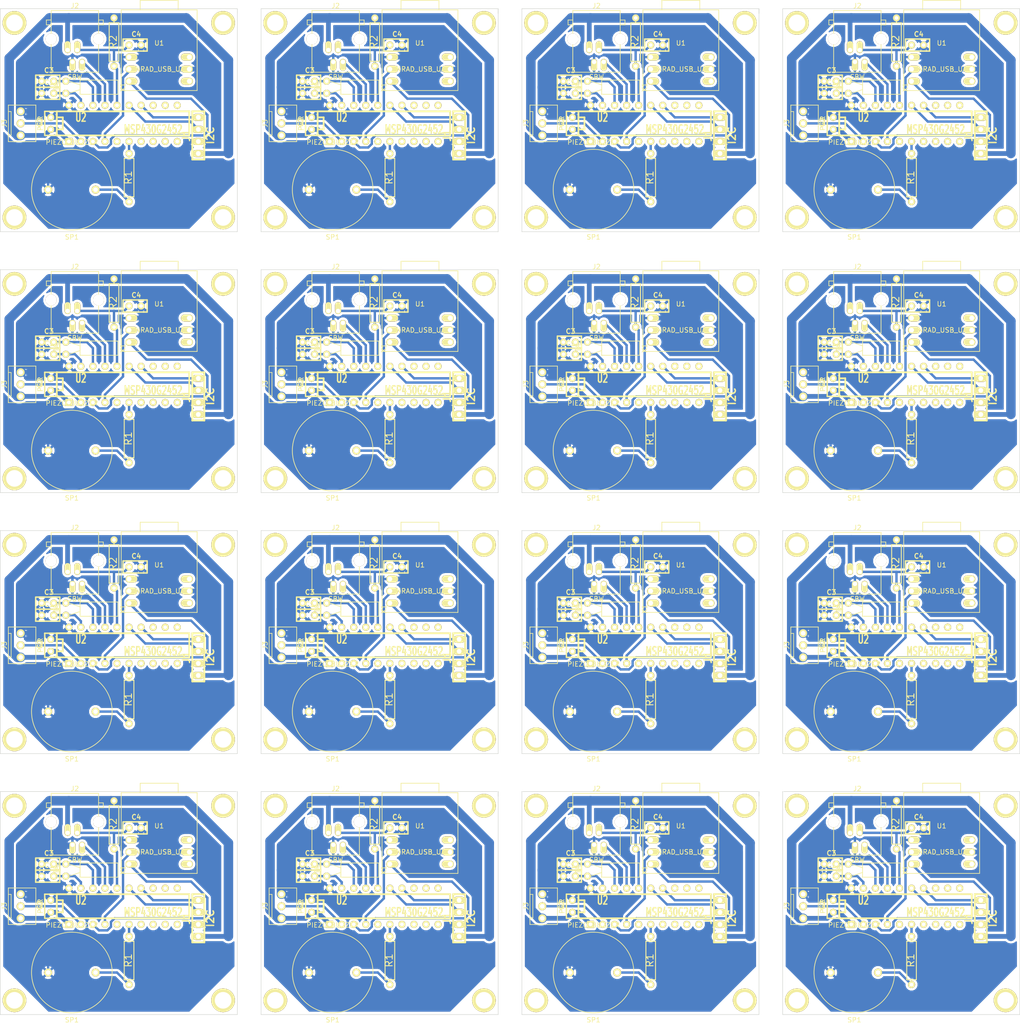
<source format=kicad_pcb>
(kicad_pcb (version 3) (host pcbnew "(2013-07-07 BZR 4022)-stable")
  (layers (15 F.Cu signal) (0 B.Cu signal) (18 B.Paste user) (19 F.Paste user) (20 B.SilkS user) (21 F.SilkS user) (22 B.Mask user) (23 F.Mask user) (28 Edge.Cuts user))
  (net 0 "")
  (net 1 GND)
  (net 2 N-000001)
  (net 3 N-0000012)
  (net 4 N-0000013)
  (net 5 N-0000014)
  (net 6 N-000002)
  (net 7 N-0000023)
  (net 8 N-000004)
  (net 9 N-000005)
  (net 10 N-000007)
  (net 11 N-000008)
  (net 12 N-000009)
  (net 13 VCC)
  (module MNT_HOLE_3.5S (layer F.Cu) (at 23 133)
    (fp_text reference MNT_HOLE_3.5S hide)
    (fp_text value Val** hide)
    (pad "" thru_hole circle (at 0 0) (size 5 5) (drill 3.5) (layers *.Cu *.Mask F.SilkS))
  )
  (module MNT_HOLE_3.5S (layer F.Cu) (at 23 174)
    (fp_text reference MNT_HOLE_3.5S hide)
    (fp_text value Val** hide)
    (pad "" thru_hole circle (at 0 0) (size 5 5) (drill 3.5) (layers *.Cu *.Mask F.SilkS))
  )
  (module MNT_HOLE_3.5S (layer F.Cu) (at 67 174)
    (fp_text reference MNT_HOLE_3.5S hide)
    (fp_text value Val** hide)
    (pad "" thru_hole circle (at 0 0) (size 5 5) (drill 3.5) (layers *.Cu *.Mask F.SilkS))
  )
  (module MNT_HOLE_3.5S (layer F.Cu) (at 67 133)
    (fp_text reference MNT_HOLE_3.5S hide)
    (fp_text value Val** hide)
    (pad "" thru_hole circle (at 0 0) (size 5 5) (drill 3.5) (layers *.Cu *.Mask F.SilkS))
  )
  (module C1 (layer F.Cu) (at 30.655 154.175 90)
    (fp_text reference C2 (at 0.254 -2.286 90) (layer F.SilkS) (effects (font (size 1.016 1.016) (thickness 0.2032))))
    (fp_text value 100nF hide)
    (pad 1 thru_hole circle (at -1.27 0 90) (size 1.5 1.5) (drill 0.8001) (layers *.Cu *.Mask F.SilkS) (net 13 VCC))
    (pad 2 thru_hole circle (at 1.27 0 90) (size 1.5 1.5) (drill 0.8001) (layers *.Cu *.Mask F.SilkS) (net 1 GND))
  )
  (module C1 (layer F.Cu) (at 30.02 145.285)
    (fp_text reference C3 (at 0.254 -2.286) (layer F.SilkS) (effects (font (size 1.016 1.016) (thickness 0.2032))))
    (fp_text value 12pF hide)
    (pad 1 thru_hole circle (at -1.27 0) (size 1.5 1.5) (drill 0.8001) (layers *.Cu *.Mask F.SilkS) (net 1 GND))
    (pad 2 thru_hole circle (at 1.27 0) (size 1.5 1.5) (drill 0.8001) (layers *.Cu *.Mask F.SilkS) (net 5 N-0000014))
  )
  (module C1 (layer F.Cu) (at 30.02 147.825)
    (fp_text reference C1 (at 0.254 -2.286) (layer F.SilkS) (effects (font (size 1.016 1.016) (thickness 0.2032))))
    (fp_text value 12pF hide)
    (pad 1 thru_hole circle (at -1.27 0) (size 1.5 1.5) (drill 0.8001) (layers *.Cu *.Mask F.SilkS) (net 1 GND))
    (pad 2 thru_hole circle (at 1.27 0) (size 1.5 1.5) (drill 0.8001) (layers *.Cu *.Mask F.SilkS) (net 4 N-0000013))
  )
  (module C1 (layer F.Cu) (at 48.435 137.665)
    (fp_text reference C4 (at 0.254 -2.286) (layer F.SilkS) (effects (font (size 1.016 1.016) (thickness 0.2032))))
    (fp_text value 1nF hide)
    (pad 1 thru_hole circle (at -1.27 0) (size 1.5 1.5) (drill 0.8001) (layers *.Cu *.Mask F.SilkS) (net 7 N-0000023))
    (pad 2 thru_hole circle (at 1.27 0) (size 1.5 1.5) (drill 0.8001) (layers *.Cu *.Mask F.SilkS) (net 1 GND))
  )
  (module CONN_NCW254-03S (layer F.Cu) (at 24.305 154.175 90)
    (fp_text reference J3 (at 0 -3.45 90) (layer F.SilkS))
    (fp_text value PWR (at 0 4.15 90) (layer F.SilkS))
    (pad 2 thru_hole circle (at 0 0 90) (size 1.7 1.7) (drill 1) (layers *.Cu *.Mask F.SilkS) (net 2 N-000001))
    (pad 3 thru_hole circle (at 2.54 0 90) (size 1.7 1.7) (drill 1) (layers *.Cu *.Mask F.SilkS) (net 1 GND))
    (pad 1 thru_hole circle (at -2.54 0 90) (size 1.7 1.7) (drill 1) (layers *.Cu *.Mask F.SilkS) (net 13 VCC))
  )
  (module CONRAD_USB_UART (layer F.Cu) (at 53.515 142.745)
    (fp_text reference U1 (at 0 -5.5) (layer F.SilkS))
    (fp_text value CONRAD_USB_UART (at 0 0) (layer F.SilkS))
    (pad 2 thru_hole oval (at -6.35 0) (size 2.5 1.5) (drill 1 (offset 0.5 0)) (layers *.Cu *.Mask F.SilkS) (net 3 N-0000012))
    (pad 1 thru_hole oval (at -6.35 -2.54) (size 2.5 1.5) (drill 1 (offset 0.5 0)) (layers *.Cu *.Mask F.SilkS) (net 1 GND))
    (pad 3 thru_hole oval (at -6.35 2.54) (size 2.5 1.5) (drill 1 (offset 0.5 0)) (layers *.Cu *.Mask F.SilkS) (net 12 N-000009))
    (pad 5 thru_hole oval (at 6.35 0) (size 2.5 1.5) (drill 1 (offset -0.5 0)) (layers *.Cu *.Mask F.SilkS) (net 1 GND))
    (pad 6 thru_hole oval (at 6.35 -2.54) (size 2.5 1.5) (drill 1 (offset -0.5 0)) (layers *.Cu *.Mask F.SilkS))
    (pad 4 thru_hole oval (at 6.35 2.54) (size 2.5 1.5) (drill 1 (offset -0.5 0)) (layers *.Cu *.Mask F.SilkS))
  )
  (module DIP-20__300LP (layer F.Cu) (at 45.895 154.175)
    (fp_text reference U2 (at -8.89 -1.27) (layer F.SilkS) (effects (font (size 1.778 1.143) (thickness 0.3048))))
    (fp_text value MSP430G2452 (at 6.35 1.27) (layer F.SilkS) (effects (font (size 1.778 1.143) (thickness 0.3048))))
    (pad 1 thru_hole rect (at -11.43 3.81) (size 1.5 1.5) (drill 0.8) (layers *.Cu *.Mask F.SilkS) (net 13 VCC))
    (pad 2 thru_hole circle (at -8.89 3.81) (size 1.5 1.5) (drill 0.8) (layers *.Cu *.Mask F.SilkS) (net 2 N-000001))
    (pad 3 thru_hole circle (at -6.35 3.81) (size 1.5 1.5) (drill 0.8) (layers *.Cu *.Mask F.SilkS) (net 12 N-000009))
    (pad 4 thru_hole circle (at -3.81 3.81) (size 1.5 1.5) (drill 0.8) (layers *.Cu *.Mask F.SilkS) (net 3 N-0000012))
    (pad 5 thru_hole circle (at -1.27 3.81) (size 1.5 1.5) (drill 0.8) (layers *.Cu *.Mask F.SilkS))
    (pad 6 thru_hole circle (at 1.27 3.81) (size 1.5 1.5) (drill 0.8) (layers *.Cu *.Mask F.SilkS) (net 9 N-000005))
    (pad 7 thru_hole circle (at 3.81 3.81) (size 1.5 1.5) (drill 0.8) (layers *.Cu *.Mask F.SilkS))
    (pad 8 thru_hole circle (at 6.35 3.81) (size 1.5 1.5) (drill 0.8) (layers *.Cu *.Mask F.SilkS))
    (pad 9 thru_hole circle (at 8.89 3.81) (size 1.5 1.5) (drill 0.8) (layers *.Cu *.Mask F.SilkS))
    (pad 10 thru_hole circle (at 11.43 3.81) (size 1.5 1.5) (drill 0.8) (layers *.Cu *.Mask F.SilkS))
    (pad 11 thru_hole circle (at 11.43 -3.81) (size 1.5 1.5) (drill 0.8) (layers *.Cu *.Mask F.SilkS))
    (pad 12 thru_hole circle (at 8.89 -3.81) (size 1.5 1.5) (drill 0.8) (layers *.Cu *.Mask F.SilkS))
    (pad 13 thru_hole circle (at 6.35 -3.81) (size 1.5 1.5) (drill 0.8) (layers *.Cu *.Mask F.SilkS))
    (pad 14 thru_hole circle (at 3.81 -3.81) (size 1.5 1.5) (drill 0.8) (layers *.Cu *.Mask F.SilkS) (net 11 N-000008))
    (pad 15 thru_hole circle (at 1.27 -3.81) (size 1.5 1.5) (drill 0.8) (layers *.Cu *.Mask F.SilkS) (net 10 N-000007))
    (pad 16 thru_hole circle (at -1.27 -3.81) (size 1.5 1.5) (drill 0.8) (layers *.Cu *.Mask F.SilkS) (net 7 N-0000023))
    (pad 17 thru_hole circle (at -3.81 -3.81) (size 1.5 1.5) (drill 0.8) (layers *.Cu *.Mask F.SilkS) (net 6 N-000002))
    (pad 18 thru_hole circle (at -6.35 -3.81) (size 1.5 1.5) (drill 0.8) (layers *.Cu *.Mask F.SilkS) (net 5 N-0000014))
    (pad 19 thru_hole circle (at -8.89 -3.81) (size 1.5 1.5) (drill 0.8) (layers *.Cu *.Mask F.SilkS) (net 4 N-0000013))
    (pad 20 thru_hole circle (at -11.43 -3.81) (size 1.5 1.5) (drill 0.8) (layers *.Cu *.Mask F.SilkS) (net 1 GND))
  )
  (module HDR-4 (layer F.Cu) (at 61.77 156.715 90)
    (fp_text reference J1 (at 0 -2.54 90) (layer F.SilkS) (effects (font (size 1.524 1.524) (thickness 0.3048))))
    (fp_text value I2C (at 0 2.54 90) (layer F.SilkS) (effects (font (size 1.524 1.524) (thickness 0.3048))))
    (pad 1 thru_hole oval (at -3.81 0 90) (size 1.5 2.5) (drill 1) (layers *.Cu *.Mask F.SilkS) (net 13 VCC))
    (pad 2 thru_hole oval (at -1.27 0 90) (size 1.5 2.5) (drill 1) (layers *.Cu *.Mask F.SilkS) (net 1 GND))
    (pad 3 thru_hole oval (at 1.27 0 90) (size 1.5 2.5) (drill 1) (layers *.Cu *.Mask F.SilkS) (net 10 N-000007))
    (pad 4 thru_hole oval (at 3.81 0 90) (size 1.5 2.5) (drill 1) (layers *.Cu *.Mask F.SilkS) (net 11 N-000008))
  )
  (module PIEZO_BUZZER_D17 (layer F.Cu) (at 35.1 168.145 180)
    (fp_text reference SP1 (at 0 -10 180) (layer F.SilkS))
    (fp_text value PIEZO_BUZZER (at 0 10 180) (layer F.SilkS))
    (pad 1 thru_hole circle (at -5 0 180) (size 1.7 1.7) (drill 1) (layers *.Cu *.Mask F.SilkS) (net 8 N-000004))
    (pad 2 thru_hole circle (at 5 0 180) (size 1.7 1.7) (drill 1) (layers *.Cu *.Mask F.SilkS) (net 1 GND))
  )
  (module R4 (layer F.Cu) (at 47.165 165.605 270)
    (fp_text reference R1 (at 0 0.18 270) (layer F.SilkS) (effects (font (size 1.5 1.5) (thickness 0.2032))))
    (fp_text value 1k hide)
    (pad 1 thru_hole circle (at -5.08 0 270) (size 1.5 1.5) (drill 0.8001) (layers *.Cu *.Mask F.SilkS) (net 9 N-000005))
    (pad 2 thru_hole circle (at 5.08 0 270) (size 1.5 1.5) (drill 0.8001) (layers *.Cu *.Mask F.SilkS) (net 8 N-000004))
  )
  (module R4 (layer F.Cu) (at 43.99 137.03 270)
    (fp_text reference R2 (at 0 0.18 270) (layer F.SilkS) (effects (font (size 1.5 1.5) (thickness 0.2032))))
    (fp_text value 47k hide)
    (pad 1 thru_hole circle (at -5.08 0 270) (size 1.5 1.5) (drill 0.8001) (layers *.Cu *.Mask F.SilkS) (net 13 VCC))
    (pad 2 thru_hole circle (at 5.08 0 270) (size 1.5 1.5) (drill 0.8001) (layers *.Cu *.Mask F.SilkS) (net 7 N-0000023))
  )
  (module SY011M4P4C (layer F.Cu) (at 35.735 136.395)
    (fp_text reference J2 (at 0 -7) (layer F.SilkS))
    (fp_text value SBW (at 0 8) (layer F.SilkS))
    (pad "" thru_hole circle (at -5 0) (size 2.3 2.3) (drill 2.3) (layers *.Cu *.Mask F.SilkS))
    (pad "" thru_hole circle (at 5 0) (size 2.3 2.3) (drill 2.3) (layers *.Cu *.Mask F.SilkS))
    (pad 1 thru_hole oval (at -1.53 2.3) (size 1.3 2.5) (drill 0.9 (offset 0 -0.6)) (layers *.Cu *.Mask F.SilkS) (net 13 VCC))
    (pad 2 thru_hole oval (at -0.51 4.84) (size 1.3 2.5) (drill 0.9 (offset 0 0.6)) (layers *.Cu *.Mask F.SilkS) (net 1 GND))
    (pad 3 thru_hole oval (at 0.51 2.3) (size 1.3 2.5) (drill 0.9 (offset 0 -0.6)) (layers *.Cu *.Mask F.SilkS) (net 7 N-0000023))
    (pad 4 thru_hole oval (at 1.53 4.84) (size 1.3 2.5) (drill 0.9 (offset 0 0.6)) (layers *.Cu *.Mask F.SilkS) (net 6 N-000002))
  )
  (module XTAL_KHZ (layer F.Cu) (at 33.83 146.555 270)
    (fp_text reference X1 (at 0 -12.065 270) (layer F.SilkS))
    (fp_text value XTAL (at 0 2 270) (layer F.SilkS))
    (pad 1 thru_hole circle (at -1.27 0 270) (size 1.5 1.5) (drill 0.8) (layers *.Cu *.Mask F.SilkS) (net 5 N-0000014))
    (pad 2 thru_hole circle (at 1.27 0 270) (size 1.5 1.5) (drill 0.8) (layers *.Cu *.Mask F.SilkS) (net 4 N-0000013))
  )
  (module XTAL_KHZ (layer F.Cu) (at 88.83 146.555 270)
    (fp_text reference X1 (at 0 -12.065 270) (layer F.SilkS))
    (fp_text value XTAL (at 0 2 270) (layer F.SilkS))
    (pad 1 thru_hole circle (at -1.27 0 270) (size 1.5 1.5) (drill 0.8) (layers *.Cu *.Mask F.SilkS) (net 5 N-0000014))
    (pad 2 thru_hole circle (at 1.27 0 270) (size 1.5 1.5) (drill 0.8) (layers *.Cu *.Mask F.SilkS) (net 4 N-0000013))
  )
  (module SY011M4P4C (layer F.Cu) (at 90.735 136.395)
    (fp_text reference J2 (at 0 -7) (layer F.SilkS))
    (fp_text value SBW (at 0 8) (layer F.SilkS))
    (pad "" thru_hole circle (at -5 0) (size 2.3 2.3) (drill 2.3) (layers *.Cu *.Mask F.SilkS))
    (pad "" thru_hole circle (at 5 0) (size 2.3 2.3) (drill 2.3) (layers *.Cu *.Mask F.SilkS))
    (pad 1 thru_hole oval (at -1.53 2.3) (size 1.3 2.5) (drill 0.9 (offset 0 -0.6)) (layers *.Cu *.Mask F.SilkS) (net 13 VCC))
    (pad 2 thru_hole oval (at -0.51 4.84) (size 1.3 2.5) (drill 0.9 (offset 0 0.6)) (layers *.Cu *.Mask F.SilkS) (net 1 GND))
    (pad 3 thru_hole oval (at 0.51 2.3) (size 1.3 2.5) (drill 0.9 (offset 0 -0.6)) (layers *.Cu *.Mask F.SilkS) (net 7 N-0000023))
    (pad 4 thru_hole oval (at 1.53 4.84) (size 1.3 2.5) (drill 0.9 (offset 0 0.6)) (layers *.Cu *.Mask F.SilkS) (net 6 N-000002))
  )
  (module R4 (layer F.Cu) (at 98.99 137.03 270)
    (fp_text reference R2 (at 0 0.18 270) (layer F.SilkS) (effects (font (size 1.5 1.5) (thickness 0.2032))))
    (fp_text value 47k hide)
    (pad 1 thru_hole circle (at -5.08 0 270) (size 1.5 1.5) (drill 0.8001) (layers *.Cu *.Mask F.SilkS) (net 13 VCC))
    (pad 2 thru_hole circle (at 5.08 0 270) (size 1.5 1.5) (drill 0.8001) (layers *.Cu *.Mask F.SilkS) (net 7 N-0000023))
  )
  (module R4 (layer F.Cu) (at 102.165 165.605 270)
    (fp_text reference R1 (at 0 0.18 270) (layer F.SilkS) (effects (font (size 1.5 1.5) (thickness 0.2032))))
    (fp_text value 1k hide)
    (pad 1 thru_hole circle (at -5.08 0 270) (size 1.5 1.5) (drill 0.8001) (layers *.Cu *.Mask F.SilkS) (net 9 N-000005))
    (pad 2 thru_hole circle (at 5.08 0 270) (size 1.5 1.5) (drill 0.8001) (layers *.Cu *.Mask F.SilkS) (net 8 N-000004))
  )
  (module PIEZO_BUZZER_D17 (layer F.Cu) (at 90.1 168.145 180)
    (fp_text reference SP1 (at 0 -10 180) (layer F.SilkS))
    (fp_text value PIEZO_BUZZER (at 0 10 180) (layer F.SilkS))
    (pad 1 thru_hole circle (at -5 0 180) (size 1.7 1.7) (drill 1) (layers *.Cu *.Mask F.SilkS) (net 8 N-000004))
    (pad 2 thru_hole circle (at 5 0 180) (size 1.7 1.7) (drill 1) (layers *.Cu *.Mask F.SilkS) (net 1 GND))
  )
  (module HDR-4 (layer F.Cu) (at 116.77 156.715 90)
    (fp_text reference J1 (at 0 -2.54 90) (layer F.SilkS) (effects (font (size 1.524 1.524) (thickness 0.3048))))
    (fp_text value I2C (at 0 2.54 90) (layer F.SilkS) (effects (font (size 1.524 1.524) (thickness 0.3048))))
    (pad 1 thru_hole oval (at -3.81 0 90) (size 1.5 2.5) (drill 1) (layers *.Cu *.Mask F.SilkS) (net 13 VCC))
    (pad 2 thru_hole oval (at -1.27 0 90) (size 1.5 2.5) (drill 1) (layers *.Cu *.Mask F.SilkS) (net 1 GND))
    (pad 3 thru_hole oval (at 1.27 0 90) (size 1.5 2.5) (drill 1) (layers *.Cu *.Mask F.SilkS) (net 10 N-000007))
    (pad 4 thru_hole oval (at 3.81 0 90) (size 1.5 2.5) (drill 1) (layers *.Cu *.Mask F.SilkS) (net 11 N-000008))
  )
  (module DIP-20__300LP (layer F.Cu) (at 100.895 154.175)
    (fp_text reference U2 (at -8.89 -1.27) (layer F.SilkS) (effects (font (size 1.778 1.143) (thickness 0.3048))))
    (fp_text value MSP430G2452 (at 6.35 1.27) (layer F.SilkS) (effects (font (size 1.778 1.143) (thickness 0.3048))))
    (pad 1 thru_hole rect (at -11.43 3.81) (size 1.5 1.5) (drill 0.8) (layers *.Cu *.Mask F.SilkS) (net 13 VCC))
    (pad 2 thru_hole circle (at -8.89 3.81) (size 1.5 1.5) (drill 0.8) (layers *.Cu *.Mask F.SilkS) (net 2 N-000001))
    (pad 3 thru_hole circle (at -6.35 3.81) (size 1.5 1.5) (drill 0.8) (layers *.Cu *.Mask F.SilkS) (net 12 N-000009))
    (pad 4 thru_hole circle (at -3.81 3.81) (size 1.5 1.5) (drill 0.8) (layers *.Cu *.Mask F.SilkS) (net 3 N-0000012))
    (pad 5 thru_hole circle (at -1.27 3.81) (size 1.5 1.5) (drill 0.8) (layers *.Cu *.Mask F.SilkS))
    (pad 6 thru_hole circle (at 1.27 3.81) (size 1.5 1.5) (drill 0.8) (layers *.Cu *.Mask F.SilkS) (net 9 N-000005))
    (pad 7 thru_hole circle (at 3.81 3.81) (size 1.5 1.5) (drill 0.8) (layers *.Cu *.Mask F.SilkS))
    (pad 8 thru_hole circle (at 6.35 3.81) (size 1.5 1.5) (drill 0.8) (layers *.Cu *.Mask F.SilkS))
    (pad 9 thru_hole circle (at 8.89 3.81) (size 1.5 1.5) (drill 0.8) (layers *.Cu *.Mask F.SilkS))
    (pad 10 thru_hole circle (at 11.43 3.81) (size 1.5 1.5) (drill 0.8) (layers *.Cu *.Mask F.SilkS))
    (pad 11 thru_hole circle (at 11.43 -3.81) (size 1.5 1.5) (drill 0.8) (layers *.Cu *.Mask F.SilkS))
    (pad 12 thru_hole circle (at 8.89 -3.81) (size 1.5 1.5) (drill 0.8) (layers *.Cu *.Mask F.SilkS))
    (pad 13 thru_hole circle (at 6.35 -3.81) (size 1.5 1.5) (drill 0.8) (layers *.Cu *.Mask F.SilkS))
    (pad 14 thru_hole circle (at 3.81 -3.81) (size 1.5 1.5) (drill 0.8) (layers *.Cu *.Mask F.SilkS) (net 11 N-000008))
    (pad 15 thru_hole circle (at 1.27 -3.81) (size 1.5 1.5) (drill 0.8) (layers *.Cu *.Mask F.SilkS) (net 10 N-000007))
    (pad 16 thru_hole circle (at -1.27 -3.81) (size 1.5 1.5) (drill 0.8) (layers *.Cu *.Mask F.SilkS) (net 7 N-0000023))
    (pad 17 thru_hole circle (at -3.81 -3.81) (size 1.5 1.5) (drill 0.8) (layers *.Cu *.Mask F.SilkS) (net 6 N-000002))
    (pad 18 thru_hole circle (at -6.35 -3.81) (size 1.5 1.5) (drill 0.8) (layers *.Cu *.Mask F.SilkS) (net 5 N-0000014))
    (pad 19 thru_hole circle (at -8.89 -3.81) (size 1.5 1.5) (drill 0.8) (layers *.Cu *.Mask F.SilkS) (net 4 N-0000013))
    (pad 20 thru_hole circle (at -11.43 -3.81) (size 1.5 1.5) (drill 0.8) (layers *.Cu *.Mask F.SilkS) (net 1 GND))
  )
  (module CONRAD_USB_UART (layer F.Cu) (at 108.515 142.745)
    (fp_text reference U1 (at 0 -5.5) (layer F.SilkS))
    (fp_text value CONRAD_USB_UART (at 0 0) (layer F.SilkS))
    (pad 2 thru_hole oval (at -6.35 0) (size 2.5 1.5) (drill 1 (offset 0.5 0)) (layers *.Cu *.Mask F.SilkS) (net 3 N-0000012))
    (pad 1 thru_hole oval (at -6.35 -2.54) (size 2.5 1.5) (drill 1 (offset 0.5 0)) (layers *.Cu *.Mask F.SilkS) (net 1 GND))
    (pad 3 thru_hole oval (at -6.35 2.54) (size 2.5 1.5) (drill 1 (offset 0.5 0)) (layers *.Cu *.Mask F.SilkS) (net 12 N-000009))
    (pad 5 thru_hole oval (at 6.35 0) (size 2.5 1.5) (drill 1 (offset -0.5 0)) (layers *.Cu *.Mask F.SilkS) (net 1 GND))
    (pad 6 thru_hole oval (at 6.35 -2.54) (size 2.5 1.5) (drill 1 (offset -0.5 0)) (layers *.Cu *.Mask F.SilkS))
    (pad 4 thru_hole oval (at 6.35 2.54) (size 2.5 1.5) (drill 1 (offset -0.5 0)) (layers *.Cu *.Mask F.SilkS))
  )
  (module CONN_NCW254-03S (layer F.Cu) (at 79.305 154.175 90)
    (fp_text reference J3 (at 0 -3.45 90) (layer F.SilkS))
    (fp_text value PWR (at 0 4.15 90) (layer F.SilkS))
    (pad 2 thru_hole circle (at 0 0 90) (size 1.7 1.7) (drill 1) (layers *.Cu *.Mask F.SilkS) (net 2 N-000001))
    (pad 3 thru_hole circle (at 2.54 0 90) (size 1.7 1.7) (drill 1) (layers *.Cu *.Mask F.SilkS) (net 1 GND))
    (pad 1 thru_hole circle (at -2.54 0 90) (size 1.7 1.7) (drill 1) (layers *.Cu *.Mask F.SilkS) (net 13 VCC))
  )
  (module C1 (layer F.Cu) (at 103.435 137.665)
    (fp_text reference C4 (at 0.254 -2.286) (layer F.SilkS) (effects (font (size 1.016 1.016) (thickness 0.2032))))
    (fp_text value 1nF hide)
    (pad 1 thru_hole circle (at -1.27 0) (size 1.5 1.5) (drill 0.8001) (layers *.Cu *.Mask F.SilkS) (net 7 N-0000023))
    (pad 2 thru_hole circle (at 1.27 0) (size 1.5 1.5) (drill 0.8001) (layers *.Cu *.Mask F.SilkS) (net 1 GND))
  )
  (module C1 (layer F.Cu) (at 85.02 147.825)
    (fp_text reference C1 (at 0.254 -2.286) (layer F.SilkS) (effects (font (size 1.016 1.016) (thickness 0.2032))))
    (fp_text value 12pF hide)
    (pad 1 thru_hole circle (at -1.27 0) (size 1.5 1.5) (drill 0.8001) (layers *.Cu *.Mask F.SilkS) (net 1 GND))
    (pad 2 thru_hole circle (at 1.27 0) (size 1.5 1.5) (drill 0.8001) (layers *.Cu *.Mask F.SilkS) (net 4 N-0000013))
  )
  (module C1 (layer F.Cu) (at 85.02 145.285)
    (fp_text reference C3 (at 0.254 -2.286) (layer F.SilkS) (effects (font (size 1.016 1.016) (thickness 0.2032))))
    (fp_text value 12pF hide)
    (pad 1 thru_hole circle (at -1.27 0) (size 1.5 1.5) (drill 0.8001) (layers *.Cu *.Mask F.SilkS) (net 1 GND))
    (pad 2 thru_hole circle (at 1.27 0) (size 1.5 1.5) (drill 0.8001) (layers *.Cu *.Mask F.SilkS) (net 5 N-0000014))
  )
  (module C1 (layer F.Cu) (at 85.655 154.175 90)
    (fp_text reference C2 (at 0.254 -2.286 90) (layer F.SilkS) (effects (font (size 1.016 1.016) (thickness 0.2032))))
    (fp_text value 100nF hide)
    (pad 1 thru_hole circle (at -1.27 0 90) (size 1.5 1.5) (drill 0.8001) (layers *.Cu *.Mask F.SilkS) (net 13 VCC))
    (pad 2 thru_hole circle (at 1.27 0 90) (size 1.5 1.5) (drill 0.8001) (layers *.Cu *.Mask F.SilkS) (net 1 GND))
  )
  (module MNT_HOLE_3.5S (layer F.Cu) (at 122 133)
    (fp_text reference MNT_HOLE_3.5S hide)
    (fp_text value Val** hide)
    (pad "" thru_hole circle (at 0 0) (size 5 5) (drill 3.5) (layers *.Cu *.Mask F.SilkS))
  )
  (module MNT_HOLE_3.5S (layer F.Cu) (at 122 174)
    (fp_text reference MNT_HOLE_3.5S hide)
    (fp_text value Val** hide)
    (pad "" thru_hole circle (at 0 0) (size 5 5) (drill 3.5) (layers *.Cu *.Mask F.SilkS))
  )
  (module MNT_HOLE_3.5S (layer F.Cu) (at 78 174)
    (fp_text reference MNT_HOLE_3.5S hide)
    (fp_text value Val** hide)
    (pad "" thru_hole circle (at 0 0) (size 5 5) (drill 3.5) (layers *.Cu *.Mask F.SilkS))
  )
  (module MNT_HOLE_3.5S (layer F.Cu) (at 78 133)
    (fp_text reference MNT_HOLE_3.5S hide)
    (fp_text value Val** hide)
    (pad "" thru_hole circle (at 0 0) (size 5 5) (drill 3.5) (layers *.Cu *.Mask F.SilkS))
  )
  (module MNT_HOLE_3.5S (layer F.Cu) (at 188 133)
    (fp_text reference MNT_HOLE_3.5S hide)
    (fp_text value Val** hide)
    (pad "" thru_hole circle (at 0 0) (size 5 5) (drill 3.5) (layers *.Cu *.Mask F.SilkS))
  )
  (module MNT_HOLE_3.5S (layer F.Cu) (at 188 174)
    (fp_text reference MNT_HOLE_3.5S hide)
    (fp_text value Val** hide)
    (pad "" thru_hole circle (at 0 0) (size 5 5) (drill 3.5) (layers *.Cu *.Mask F.SilkS))
  )
  (module MNT_HOLE_3.5S (layer F.Cu) (at 232 174)
    (fp_text reference MNT_HOLE_3.5S hide)
    (fp_text value Val** hide)
    (pad "" thru_hole circle (at 0 0) (size 5 5) (drill 3.5) (layers *.Cu *.Mask F.SilkS))
  )
  (module MNT_HOLE_3.5S (layer F.Cu) (at 232 133)
    (fp_text reference MNT_HOLE_3.5S hide)
    (fp_text value Val** hide)
    (pad "" thru_hole circle (at 0 0) (size 5 5) (drill 3.5) (layers *.Cu *.Mask F.SilkS))
  )
  (module C1 (layer F.Cu) (at 195.655 154.175 90)
    (fp_text reference C2 (at 0.254 -2.286 90) (layer F.SilkS) (effects (font (size 1.016 1.016) (thickness 0.2032))))
    (fp_text value 100nF hide)
    (pad 1 thru_hole circle (at -1.27 0 90) (size 1.5 1.5) (drill 0.8001) (layers *.Cu *.Mask F.SilkS) (net 13 VCC))
    (pad 2 thru_hole circle (at 1.27 0 90) (size 1.5 1.5) (drill 0.8001) (layers *.Cu *.Mask F.SilkS) (net 1 GND))
  )
  (module C1 (layer F.Cu) (at 195.02 145.285)
    (fp_text reference C3 (at 0.254 -2.286) (layer F.SilkS) (effects (font (size 1.016 1.016) (thickness 0.2032))))
    (fp_text value 12pF hide)
    (pad 1 thru_hole circle (at -1.27 0) (size 1.5 1.5) (drill 0.8001) (layers *.Cu *.Mask F.SilkS) (net 1 GND))
    (pad 2 thru_hole circle (at 1.27 0) (size 1.5 1.5) (drill 0.8001) (layers *.Cu *.Mask F.SilkS) (net 5 N-0000014))
  )
  (module C1 (layer F.Cu) (at 195.02 147.825)
    (fp_text reference C1 (at 0.254 -2.286) (layer F.SilkS) (effects (font (size 1.016 1.016) (thickness 0.2032))))
    (fp_text value 12pF hide)
    (pad 1 thru_hole circle (at -1.27 0) (size 1.5 1.5) (drill 0.8001) (layers *.Cu *.Mask F.SilkS) (net 1 GND))
    (pad 2 thru_hole circle (at 1.27 0) (size 1.5 1.5) (drill 0.8001) (layers *.Cu *.Mask F.SilkS) (net 4 N-0000013))
  )
  (module C1 (layer F.Cu) (at 213.435 137.665)
    (fp_text reference C4 (at 0.254 -2.286) (layer F.SilkS) (effects (font (size 1.016 1.016) (thickness 0.2032))))
    (fp_text value 1nF hide)
    (pad 1 thru_hole circle (at -1.27 0) (size 1.5 1.5) (drill 0.8001) (layers *.Cu *.Mask F.SilkS) (net 7 N-0000023))
    (pad 2 thru_hole circle (at 1.27 0) (size 1.5 1.5) (drill 0.8001) (layers *.Cu *.Mask F.SilkS) (net 1 GND))
  )
  (module CONN_NCW254-03S (layer F.Cu) (at 189.305 154.175 90)
    (fp_text reference J3 (at 0 -3.45 90) (layer F.SilkS))
    (fp_text value PWR (at 0 4.15 90) (layer F.SilkS))
    (pad 2 thru_hole circle (at 0 0 90) (size 1.7 1.7) (drill 1) (layers *.Cu *.Mask F.SilkS) (net 2 N-000001))
    (pad 3 thru_hole circle (at 2.54 0 90) (size 1.7 1.7) (drill 1) (layers *.Cu *.Mask F.SilkS) (net 1 GND))
    (pad 1 thru_hole circle (at -2.54 0 90) (size 1.7 1.7) (drill 1) (layers *.Cu *.Mask F.SilkS) (net 13 VCC))
  )
  (module CONRAD_USB_UART (layer F.Cu) (at 218.515 142.745)
    (fp_text reference U1 (at 0 -5.5) (layer F.SilkS))
    (fp_text value CONRAD_USB_UART (at 0 0) (layer F.SilkS))
    (pad 2 thru_hole oval (at -6.35 0) (size 2.5 1.5) (drill 1 (offset 0.5 0)) (layers *.Cu *.Mask F.SilkS) (net 3 N-0000012))
    (pad 1 thru_hole oval (at -6.35 -2.54) (size 2.5 1.5) (drill 1 (offset 0.5 0)) (layers *.Cu *.Mask F.SilkS) (net 1 GND))
    (pad 3 thru_hole oval (at -6.35 2.54) (size 2.5 1.5) (drill 1 (offset 0.5 0)) (layers *.Cu *.Mask F.SilkS) (net 12 N-000009))
    (pad 5 thru_hole oval (at 6.35 0) (size 2.5 1.5) (drill 1 (offset -0.5 0)) (layers *.Cu *.Mask F.SilkS) (net 1 GND))
    (pad 6 thru_hole oval (at 6.35 -2.54) (size 2.5 1.5) (drill 1 (offset -0.5 0)) (layers *.Cu *.Mask F.SilkS))
    (pad 4 thru_hole oval (at 6.35 2.54) (size 2.5 1.5) (drill 1 (offset -0.5 0)) (layers *.Cu *.Mask F.SilkS))
  )
  (module DIP-20__300LP (layer F.Cu) (at 210.895 154.175)
    (fp_text reference U2 (at -8.89 -1.27) (layer F.SilkS) (effects (font (size 1.778 1.143) (thickness 0.3048))))
    (fp_text value MSP430G2452 (at 6.35 1.27) (layer F.SilkS) (effects (font (size 1.778 1.143) (thickness 0.3048))))
    (pad 1 thru_hole rect (at -11.43 3.81) (size 1.5 1.5) (drill 0.8) (layers *.Cu *.Mask F.SilkS) (net 13 VCC))
    (pad 2 thru_hole circle (at -8.89 3.81) (size 1.5 1.5) (drill 0.8) (layers *.Cu *.Mask F.SilkS) (net 2 N-000001))
    (pad 3 thru_hole circle (at -6.35 3.81) (size 1.5 1.5) (drill 0.8) (layers *.Cu *.Mask F.SilkS) (net 12 N-000009))
    (pad 4 thru_hole circle (at -3.81 3.81) (size 1.5 1.5) (drill 0.8) (layers *.Cu *.Mask F.SilkS) (net 3 N-0000012))
    (pad 5 thru_hole circle (at -1.27 3.81) (size 1.5 1.5) (drill 0.8) (layers *.Cu *.Mask F.SilkS))
    (pad 6 thru_hole circle (at 1.27 3.81) (size 1.5 1.5) (drill 0.8) (layers *.Cu *.Mask F.SilkS) (net 9 N-000005))
    (pad 7 thru_hole circle (at 3.81 3.81) (size 1.5 1.5) (drill 0.8) (layers *.Cu *.Mask F.SilkS))
    (pad 8 thru_hole circle (at 6.35 3.81) (size 1.5 1.5) (drill 0.8) (layers *.Cu *.Mask F.SilkS))
    (pad 9 thru_hole circle (at 8.89 3.81) (size 1.5 1.5) (drill 0.8) (layers *.Cu *.Mask F.SilkS))
    (pad 10 thru_hole circle (at 11.43 3.81) (size 1.5 1.5) (drill 0.8) (layers *.Cu *.Mask F.SilkS))
    (pad 11 thru_hole circle (at 11.43 -3.81) (size 1.5 1.5) (drill 0.8) (layers *.Cu *.Mask F.SilkS))
    (pad 12 thru_hole circle (at 8.89 -3.81) (size 1.5 1.5) (drill 0.8) (layers *.Cu *.Mask F.SilkS))
    (pad 13 thru_hole circle (at 6.35 -3.81) (size 1.5 1.5) (drill 0.8) (layers *.Cu *.Mask F.SilkS))
    (pad 14 thru_hole circle (at 3.81 -3.81) (size 1.5 1.5) (drill 0.8) (layers *.Cu *.Mask F.SilkS) (net 11 N-000008))
    (pad 15 thru_hole circle (at 1.27 -3.81) (size 1.5 1.5) (drill 0.8) (layers *.Cu *.Mask F.SilkS) (net 10 N-000007))
    (pad 16 thru_hole circle (at -1.27 -3.81) (size 1.5 1.5) (drill 0.8) (layers *.Cu *.Mask F.SilkS) (net 7 N-0000023))
    (pad 17 thru_hole circle (at -3.81 -3.81) (size 1.5 1.5) (drill 0.8) (layers *.Cu *.Mask F.SilkS) (net 6 N-000002))
    (pad 18 thru_hole circle (at -6.35 -3.81) (size 1.5 1.5) (drill 0.8) (layers *.Cu *.Mask F.SilkS) (net 5 N-0000014))
    (pad 19 thru_hole circle (at -8.89 -3.81) (size 1.5 1.5) (drill 0.8) (layers *.Cu *.Mask F.SilkS) (net 4 N-0000013))
    (pad 20 thru_hole circle (at -11.43 -3.81) (size 1.5 1.5) (drill 0.8) (layers *.Cu *.Mask F.SilkS) (net 1 GND))
  )
  (module HDR-4 (layer F.Cu) (at 226.77 156.715 90)
    (fp_text reference J1 (at 0 -2.54 90) (layer F.SilkS) (effects (font (size 1.524 1.524) (thickness 0.3048))))
    (fp_text value I2C (at 0 2.54 90) (layer F.SilkS) (effects (font (size 1.524 1.524) (thickness 0.3048))))
    (pad 1 thru_hole oval (at -3.81 0 90) (size 1.5 2.5) (drill 1) (layers *.Cu *.Mask F.SilkS) (net 13 VCC))
    (pad 2 thru_hole oval (at -1.27 0 90) (size 1.5 2.5) (drill 1) (layers *.Cu *.Mask F.SilkS) (net 1 GND))
    (pad 3 thru_hole oval (at 1.27 0 90) (size 1.5 2.5) (drill 1) (layers *.Cu *.Mask F.SilkS) (net 10 N-000007))
    (pad 4 thru_hole oval (at 3.81 0 90) (size 1.5 2.5) (drill 1) (layers *.Cu *.Mask F.SilkS) (net 11 N-000008))
  )
  (module PIEZO_BUZZER_D17 (layer F.Cu) (at 200.1 168.145 180)
    (fp_text reference SP1 (at 0 -10 180) (layer F.SilkS))
    (fp_text value PIEZO_BUZZER (at 0 10 180) (layer F.SilkS))
    (pad 1 thru_hole circle (at -5 0 180) (size 1.7 1.7) (drill 1) (layers *.Cu *.Mask F.SilkS) (net 8 N-000004))
    (pad 2 thru_hole circle (at 5 0 180) (size 1.7 1.7) (drill 1) (layers *.Cu *.Mask F.SilkS) (net 1 GND))
  )
  (module R4 (layer F.Cu) (at 212.165 165.605 270)
    (fp_text reference R1 (at 0 0.18 270) (layer F.SilkS) (effects (font (size 1.5 1.5) (thickness 0.2032))))
    (fp_text value 1k hide)
    (pad 1 thru_hole circle (at -5.08 0 270) (size 1.5 1.5) (drill 0.8001) (layers *.Cu *.Mask F.SilkS) (net 9 N-000005))
    (pad 2 thru_hole circle (at 5.08 0 270) (size 1.5 1.5) (drill 0.8001) (layers *.Cu *.Mask F.SilkS) (net 8 N-000004))
  )
  (module R4 (layer F.Cu) (at 208.99 137.03 270)
    (fp_text reference R2 (at 0 0.18 270) (layer F.SilkS) (effects (font (size 1.5 1.5) (thickness 0.2032))))
    (fp_text value 47k hide)
    (pad 1 thru_hole circle (at -5.08 0 270) (size 1.5 1.5) (drill 0.8001) (layers *.Cu *.Mask F.SilkS) (net 13 VCC))
    (pad 2 thru_hole circle (at 5.08 0 270) (size 1.5 1.5) (drill 0.8001) (layers *.Cu *.Mask F.SilkS) (net 7 N-0000023))
  )
  (module SY011M4P4C (layer F.Cu) (at 200.735 136.395)
    (fp_text reference J2 (at 0 -7) (layer F.SilkS))
    (fp_text value SBW (at 0 8) (layer F.SilkS))
    (pad "" thru_hole circle (at -5 0) (size 2.3 2.3) (drill 2.3) (layers *.Cu *.Mask F.SilkS))
    (pad "" thru_hole circle (at 5 0) (size 2.3 2.3) (drill 2.3) (layers *.Cu *.Mask F.SilkS))
    (pad 1 thru_hole oval (at -1.53 2.3) (size 1.3 2.5) (drill 0.9 (offset 0 -0.6)) (layers *.Cu *.Mask F.SilkS) (net 13 VCC))
    (pad 2 thru_hole oval (at -0.51 4.84) (size 1.3 2.5) (drill 0.9 (offset 0 0.6)) (layers *.Cu *.Mask F.SilkS) (net 1 GND))
    (pad 3 thru_hole oval (at 0.51 2.3) (size 1.3 2.5) (drill 0.9 (offset 0 -0.6)) (layers *.Cu *.Mask F.SilkS) (net 7 N-0000023))
    (pad 4 thru_hole oval (at 1.53 4.84) (size 1.3 2.5) (drill 0.9 (offset 0 0.6)) (layers *.Cu *.Mask F.SilkS) (net 6 N-000002))
  )
  (module XTAL_KHZ (layer F.Cu) (at 198.83 146.555 270)
    (fp_text reference X1 (at 0 -12.065 270) (layer F.SilkS))
    (fp_text value XTAL (at 0 2 270) (layer F.SilkS))
    (pad 1 thru_hole circle (at -1.27 0 270) (size 1.5 1.5) (drill 0.8) (layers *.Cu *.Mask F.SilkS) (net 5 N-0000014))
    (pad 2 thru_hole circle (at 1.27 0 270) (size 1.5 1.5) (drill 0.8) (layers *.Cu *.Mask F.SilkS) (net 4 N-0000013))
  )
  (module XTAL_KHZ (layer F.Cu) (at 143.83 146.555 270)
    (fp_text reference X1 (at 0 -12.065 270) (layer F.SilkS))
    (fp_text value XTAL (at 0 2 270) (layer F.SilkS))
    (pad 1 thru_hole circle (at -1.27 0 270) (size 1.5 1.5) (drill 0.8) (layers *.Cu *.Mask F.SilkS) (net 5 N-0000014))
    (pad 2 thru_hole circle (at 1.27 0 270) (size 1.5 1.5) (drill 0.8) (layers *.Cu *.Mask F.SilkS) (net 4 N-0000013))
  )
  (module SY011M4P4C (layer F.Cu) (at 145.735 136.395)
    (fp_text reference J2 (at 0 -7) (layer F.SilkS))
    (fp_text value SBW (at 0 8) (layer F.SilkS))
    (pad "" thru_hole circle (at -5 0) (size 2.3 2.3) (drill 2.3) (layers *.Cu *.Mask F.SilkS))
    (pad "" thru_hole circle (at 5 0) (size 2.3 2.3) (drill 2.3) (layers *.Cu *.Mask F.SilkS))
    (pad 1 thru_hole oval (at -1.53 2.3) (size 1.3 2.5) (drill 0.9 (offset 0 -0.6)) (layers *.Cu *.Mask F.SilkS) (net 13 VCC))
    (pad 2 thru_hole oval (at -0.51 4.84) (size 1.3 2.5) (drill 0.9 (offset 0 0.6)) (layers *.Cu *.Mask F.SilkS) (net 1 GND))
    (pad 3 thru_hole oval (at 0.51 2.3) (size 1.3 2.5) (drill 0.9 (offset 0 -0.6)) (layers *.Cu *.Mask F.SilkS) (net 7 N-0000023))
    (pad 4 thru_hole oval (at 1.53 4.84) (size 1.3 2.5) (drill 0.9 (offset 0 0.6)) (layers *.Cu *.Mask F.SilkS) (net 6 N-000002))
  )
  (module R4 (layer F.Cu) (at 153.99 137.03 270)
    (fp_text reference R2 (at 0 0.18 270) (layer F.SilkS) (effects (font (size 1.5 1.5) (thickness 0.2032))))
    (fp_text value 47k hide)
    (pad 1 thru_hole circle (at -5.08 0 270) (size 1.5 1.5) (drill 0.8001) (layers *.Cu *.Mask F.SilkS) (net 13 VCC))
    (pad 2 thru_hole circle (at 5.08 0 270) (size 1.5 1.5) (drill 0.8001) (layers *.Cu *.Mask F.SilkS) (net 7 N-0000023))
  )
  (module R4 (layer F.Cu) (at 157.165 165.605 270)
    (fp_text reference R1 (at 0 0.18 270) (layer F.SilkS) (effects (font (size 1.5 1.5) (thickness 0.2032))))
    (fp_text value 1k hide)
    (pad 1 thru_hole circle (at -5.08 0 270) (size 1.5 1.5) (drill 0.8001) (layers *.Cu *.Mask F.SilkS) (net 9 N-000005))
    (pad 2 thru_hole circle (at 5.08 0 270) (size 1.5 1.5) (drill 0.8001) (layers *.Cu *.Mask F.SilkS) (net 8 N-000004))
  )
  (module PIEZO_BUZZER_D17 (layer F.Cu) (at 145.1 168.145 180)
    (fp_text reference SP1 (at 0 -10 180) (layer F.SilkS))
    (fp_text value PIEZO_BUZZER (at 0 10 180) (layer F.SilkS))
    (pad 1 thru_hole circle (at -5 0 180) (size 1.7 1.7) (drill 1) (layers *.Cu *.Mask F.SilkS) (net 8 N-000004))
    (pad 2 thru_hole circle (at 5 0 180) (size 1.7 1.7) (drill 1) (layers *.Cu *.Mask F.SilkS) (net 1 GND))
  )
  (module HDR-4 (layer F.Cu) (at 171.77 156.715 90)
    (fp_text reference J1 (at 0 -2.54 90) (layer F.SilkS) (effects (font (size 1.524 1.524) (thickness 0.3048))))
    (fp_text value I2C (at 0 2.54 90) (layer F.SilkS) (effects (font (size 1.524 1.524) (thickness 0.3048))))
    (pad 1 thru_hole oval (at -3.81 0 90) (size 1.5 2.5) (drill 1) (layers *.Cu *.Mask F.SilkS) (net 13 VCC))
    (pad 2 thru_hole oval (at -1.27 0 90) (size 1.5 2.5) (drill 1) (layers *.Cu *.Mask F.SilkS) (net 1 GND))
    (pad 3 thru_hole oval (at 1.27 0 90) (size 1.5 2.5) (drill 1) (layers *.Cu *.Mask F.SilkS) (net 10 N-000007))
    (pad 4 thru_hole oval (at 3.81 0 90) (size 1.5 2.5) (drill 1) (layers *.Cu *.Mask F.SilkS) (net 11 N-000008))
  )
  (module DIP-20__300LP (layer F.Cu) (at 155.895 154.175)
    (fp_text reference U2 (at -8.89 -1.27) (layer F.SilkS) (effects (font (size 1.778 1.143) (thickness 0.3048))))
    (fp_text value MSP430G2452 (at 6.35 1.27) (layer F.SilkS) (effects (font (size 1.778 1.143) (thickness 0.3048))))
    (pad 1 thru_hole rect (at -11.43 3.81) (size 1.5 1.5) (drill 0.8) (layers *.Cu *.Mask F.SilkS) (net 13 VCC))
    (pad 2 thru_hole circle (at -8.89 3.81) (size 1.5 1.5) (drill 0.8) (layers *.Cu *.Mask F.SilkS) (net 2 N-000001))
    (pad 3 thru_hole circle (at -6.35 3.81) (size 1.5 1.5) (drill 0.8) (layers *.Cu *.Mask F.SilkS) (net 12 N-000009))
    (pad 4 thru_hole circle (at -3.81 3.81) (size 1.5 1.5) (drill 0.8) (layers *.Cu *.Mask F.SilkS) (net 3 N-0000012))
    (pad 5 thru_hole circle (at -1.27 3.81) (size 1.5 1.5) (drill 0.8) (layers *.Cu *.Mask F.SilkS))
    (pad 6 thru_hole circle (at 1.27 3.81) (size 1.5 1.5) (drill 0.8) (layers *.Cu *.Mask F.SilkS) (net 9 N-000005))
    (pad 7 thru_hole circle (at 3.81 3.81) (size 1.5 1.5) (drill 0.8) (layers *.Cu *.Mask F.SilkS))
    (pad 8 thru_hole circle (at 6.35 3.81) (size 1.5 1.5) (drill 0.8) (layers *.Cu *.Mask F.SilkS))
    (pad 9 thru_hole circle (at 8.89 3.81) (size 1.5 1.5) (drill 0.8) (layers *.Cu *.Mask F.SilkS))
    (pad 10 thru_hole circle (at 11.43 3.81) (size 1.5 1.5) (drill 0.8) (layers *.Cu *.Mask F.SilkS))
    (pad 11 thru_hole circle (at 11.43 -3.81) (size 1.5 1.5) (drill 0.8) (layers *.Cu *.Mask F.SilkS))
    (pad 12 thru_hole circle (at 8.89 -3.81) (size 1.5 1.5) (drill 0.8) (layers *.Cu *.Mask F.SilkS))
    (pad 13 thru_hole circle (at 6.35 -3.81) (size 1.5 1.5) (drill 0.8) (layers *.Cu *.Mask F.SilkS))
    (pad 14 thru_hole circle (at 3.81 -3.81) (size 1.5 1.5) (drill 0.8) (layers *.Cu *.Mask F.SilkS) (net 11 N-000008))
    (pad 15 thru_hole circle (at 1.27 -3.81) (size 1.5 1.5) (drill 0.8) (layers *.Cu *.Mask F.SilkS) (net 10 N-000007))
    (pad 16 thru_hole circle (at -1.27 -3.81) (size 1.5 1.5) (drill 0.8) (layers *.Cu *.Mask F.SilkS) (net 7 N-0000023))
    (pad 17 thru_hole circle (at -3.81 -3.81) (size 1.5 1.5) (drill 0.8) (layers *.Cu *.Mask F.SilkS) (net 6 N-000002))
    (pad 18 thru_hole circle (at -6.35 -3.81) (size 1.5 1.5) (drill 0.8) (layers *.Cu *.Mask F.SilkS) (net 5 N-0000014))
    (pad 19 thru_hole circle (at -8.89 -3.81) (size 1.5 1.5) (drill 0.8) (layers *.Cu *.Mask F.SilkS) (net 4 N-0000013))
    (pad 20 thru_hole circle (at -11.43 -3.81) (size 1.5 1.5) (drill 0.8) (layers *.Cu *.Mask F.SilkS) (net 1 GND))
  )
  (module CONRAD_USB_UART (layer F.Cu) (at 163.515 142.745)
    (fp_text reference U1 (at 0 -5.5) (layer F.SilkS))
    (fp_text value CONRAD_USB_UART (at 0 0) (layer F.SilkS))
    (pad 2 thru_hole oval (at -6.35 0) (size 2.5 1.5) (drill 1 (offset 0.5 0)) (layers *.Cu *.Mask F.SilkS) (net 3 N-0000012))
    (pad 1 thru_hole oval (at -6.35 -2.54) (size 2.5 1.5) (drill 1 (offset 0.5 0)) (layers *.Cu *.Mask F.SilkS) (net 1 GND))
    (pad 3 thru_hole oval (at -6.35 2.54) (size 2.5 1.5) (drill 1 (offset 0.5 0)) (layers *.Cu *.Mask F.SilkS) (net 12 N-000009))
    (pad 5 thru_hole oval (at 6.35 0) (size 2.5 1.5) (drill 1 (offset -0.5 0)) (layers *.Cu *.Mask F.SilkS) (net 1 GND))
    (pad 6 thru_hole oval (at 6.35 -2.54) (size 2.5 1.5) (drill 1 (offset -0.5 0)) (layers *.Cu *.Mask F.SilkS))
    (pad 4 thru_hole oval (at 6.35 2.54) (size 2.5 1.5) (drill 1 (offset -0.5 0)) (layers *.Cu *.Mask F.SilkS))
  )
  (module CONN_NCW254-03S (layer F.Cu) (at 134.305 154.175 90)
    (fp_text reference J3 (at 0 -3.45 90) (layer F.SilkS))
    (fp_text value PWR (at 0 4.15 90) (layer F.SilkS))
    (pad 2 thru_hole circle (at 0 0 90) (size 1.7 1.7) (drill 1) (layers *.Cu *.Mask F.SilkS) (net 2 N-000001))
    (pad 3 thru_hole circle (at 2.54 0 90) (size 1.7 1.7) (drill 1) (layers *.Cu *.Mask F.SilkS) (net 1 GND))
    (pad 1 thru_hole circle (at -2.54 0 90) (size 1.7 1.7) (drill 1) (layers *.Cu *.Mask F.SilkS) (net 13 VCC))
  )
  (module C1 (layer F.Cu) (at 158.435 137.665)
    (fp_text reference C4 (at 0.254 -2.286) (layer F.SilkS) (effects (font (size 1.016 1.016) (thickness 0.2032))))
    (fp_text value 1nF hide)
    (pad 1 thru_hole circle (at -1.27 0) (size 1.5 1.5) (drill 0.8001) (layers *.Cu *.Mask F.SilkS) (net 7 N-0000023))
    (pad 2 thru_hole circle (at 1.27 0) (size 1.5 1.5) (drill 0.8001) (layers *.Cu *.Mask F.SilkS) (net 1 GND))
  )
  (module C1 (layer F.Cu) (at 140.02 147.825)
    (fp_text reference C1 (at 0.254 -2.286) (layer F.SilkS) (effects (font (size 1.016 1.016) (thickness 0.2032))))
    (fp_text value 12pF hide)
    (pad 1 thru_hole circle (at -1.27 0) (size 1.5 1.5) (drill 0.8001) (layers *.Cu *.Mask F.SilkS) (net 1 GND))
    (pad 2 thru_hole circle (at 1.27 0) (size 1.5 1.5) (drill 0.8001) (layers *.Cu *.Mask F.SilkS) (net 4 N-0000013))
  )
  (module C1 (layer F.Cu) (at 140.02 145.285)
    (fp_text reference C3 (at 0.254 -2.286) (layer F.SilkS) (effects (font (size 1.016 1.016) (thickness 0.2032))))
    (fp_text value 12pF hide)
    (pad 1 thru_hole circle (at -1.27 0) (size 1.5 1.5) (drill 0.8001) (layers *.Cu *.Mask F.SilkS) (net 1 GND))
    (pad 2 thru_hole circle (at 1.27 0) (size 1.5 1.5) (drill 0.8001) (layers *.Cu *.Mask F.SilkS) (net 5 N-0000014))
  )
  (module C1 (layer F.Cu) (at 140.655 154.175 90)
    (fp_text reference C2 (at 0.254 -2.286 90) (layer F.SilkS) (effects (font (size 1.016 1.016) (thickness 0.2032))))
    (fp_text value 100nF hide)
    (pad 1 thru_hole circle (at -1.27 0 90) (size 1.5 1.5) (drill 0.8001) (layers *.Cu *.Mask F.SilkS) (net 13 VCC))
    (pad 2 thru_hole circle (at 1.27 0 90) (size 1.5 1.5) (drill 0.8001) (layers *.Cu *.Mask F.SilkS) (net 1 GND))
  )
  (module MNT_HOLE_3.5S (layer F.Cu) (at 177 133)
    (fp_text reference MNT_HOLE_3.5S hide)
    (fp_text value Val** hide)
    (pad "" thru_hole circle (at 0 0) (size 5 5) (drill 3.5) (layers *.Cu *.Mask F.SilkS))
  )
  (module MNT_HOLE_3.5S (layer F.Cu) (at 177 174)
    (fp_text reference MNT_HOLE_3.5S hide)
    (fp_text value Val** hide)
    (pad "" thru_hole circle (at 0 0) (size 5 5) (drill 3.5) (layers *.Cu *.Mask F.SilkS))
  )
  (module MNT_HOLE_3.5S (layer F.Cu) (at 133 174)
    (fp_text reference MNT_HOLE_3.5S hide)
    (fp_text value Val** hide)
    (pad "" thru_hole circle (at 0 0) (size 5 5) (drill 3.5) (layers *.Cu *.Mask F.SilkS))
  )
  (module MNT_HOLE_3.5S (layer F.Cu) (at 133 133)
    (fp_text reference MNT_HOLE_3.5S hide)
    (fp_text value Val** hide)
    (pad "" thru_hole circle (at 0 0) (size 5 5) (drill 3.5) (layers *.Cu *.Mask F.SilkS))
  )
  (module MNT_HOLE_3.5S (layer F.Cu) (at 133 188)
    (fp_text reference MNT_HOLE_3.5S hide)
    (fp_text value Val** hide)
    (pad "" thru_hole circle (at 0 0) (size 5 5) (drill 3.5) (layers *.Cu *.Mask F.SilkS))
  )
  (module MNT_HOLE_3.5S (layer F.Cu) (at 133 229)
    (fp_text reference MNT_HOLE_3.5S hide)
    (fp_text value Val** hide)
    (pad "" thru_hole circle (at 0 0) (size 5 5) (drill 3.5) (layers *.Cu *.Mask F.SilkS))
  )
  (module MNT_HOLE_3.5S (layer F.Cu) (at 177 229)
    (fp_text reference MNT_HOLE_3.5S hide)
    (fp_text value Val** hide)
    (pad "" thru_hole circle (at 0 0) (size 5 5) (drill 3.5) (layers *.Cu *.Mask F.SilkS))
  )
  (module MNT_HOLE_3.5S (layer F.Cu) (at 177 188)
    (fp_text reference MNT_HOLE_3.5S hide)
    (fp_text value Val** hide)
    (pad "" thru_hole circle (at 0 0) (size 5 5) (drill 3.5) (layers *.Cu *.Mask F.SilkS))
  )
  (module C1 (layer F.Cu) (at 140.655 209.175 90)
    (fp_text reference C2 (at 0.254 -2.286 90) (layer F.SilkS) (effects (font (size 1.016 1.016) (thickness 0.2032))))
    (fp_text value 100nF hide)
    (pad 1 thru_hole circle (at -1.27 0 90) (size 1.5 1.5) (drill 0.8001) (layers *.Cu *.Mask F.SilkS) (net 13 VCC))
    (pad 2 thru_hole circle (at 1.27 0 90) (size 1.5 1.5) (drill 0.8001) (layers *.Cu *.Mask F.SilkS) (net 1 GND))
  )
  (module C1 (layer F.Cu) (at 140.02 200.285)
    (fp_text reference C3 (at 0.254 -2.286) (layer F.SilkS) (effects (font (size 1.016 1.016) (thickness 0.2032))))
    (fp_text value 12pF hide)
    (pad 1 thru_hole circle (at -1.27 0) (size 1.5 1.5) (drill 0.8001) (layers *.Cu *.Mask F.SilkS) (net 1 GND))
    (pad 2 thru_hole circle (at 1.27 0) (size 1.5 1.5) (drill 0.8001) (layers *.Cu *.Mask F.SilkS) (net 5 N-0000014))
  )
  (module C1 (layer F.Cu) (at 140.02 202.825)
    (fp_text reference C1 (at 0.254 -2.286) (layer F.SilkS) (effects (font (size 1.016 1.016) (thickness 0.2032))))
    (fp_text value 12pF hide)
    (pad 1 thru_hole circle (at -1.27 0) (size 1.5 1.5) (drill 0.8001) (layers *.Cu *.Mask F.SilkS) (net 1 GND))
    (pad 2 thru_hole circle (at 1.27 0) (size 1.5 1.5) (drill 0.8001) (layers *.Cu *.Mask F.SilkS) (net 4 N-0000013))
  )
  (module C1 (layer F.Cu) (at 158.435 192.665)
    (fp_text reference C4 (at 0.254 -2.286) (layer F.SilkS) (effects (font (size 1.016 1.016) (thickness 0.2032))))
    (fp_text value 1nF hide)
    (pad 1 thru_hole circle (at -1.27 0) (size 1.5 1.5) (drill 0.8001) (layers *.Cu *.Mask F.SilkS) (net 7 N-0000023))
    (pad 2 thru_hole circle (at 1.27 0) (size 1.5 1.5) (drill 0.8001) (layers *.Cu *.Mask F.SilkS) (net 1 GND))
  )
  (module CONN_NCW254-03S (layer F.Cu) (at 134.305 209.175 90)
    (fp_text reference J3 (at 0 -3.45 90) (layer F.SilkS))
    (fp_text value PWR (at 0 4.15 90) (layer F.SilkS))
    (pad 2 thru_hole circle (at 0 0 90) (size 1.7 1.7) (drill 1) (layers *.Cu *.Mask F.SilkS) (net 2 N-000001))
    (pad 3 thru_hole circle (at 2.54 0 90) (size 1.7 1.7) (drill 1) (layers *.Cu *.Mask F.SilkS) (net 1 GND))
    (pad 1 thru_hole circle (at -2.54 0 90) (size 1.7 1.7) (drill 1) (layers *.Cu *.Mask F.SilkS) (net 13 VCC))
  )
  (module CONRAD_USB_UART (layer F.Cu) (at 163.515 197.745)
    (fp_text reference U1 (at 0 -5.5) (layer F.SilkS))
    (fp_text value CONRAD_USB_UART (at 0 0) (layer F.SilkS))
    (pad 2 thru_hole oval (at -6.35 0) (size 2.5 1.5) (drill 1 (offset 0.5 0)) (layers *.Cu *.Mask F.SilkS) (net 3 N-0000012))
    (pad 1 thru_hole oval (at -6.35 -2.54) (size 2.5 1.5) (drill 1 (offset 0.5 0)) (layers *.Cu *.Mask F.SilkS) (net 1 GND))
    (pad 3 thru_hole oval (at -6.35 2.54) (size 2.5 1.5) (drill 1 (offset 0.5 0)) (layers *.Cu *.Mask F.SilkS) (net 12 N-000009))
    (pad 5 thru_hole oval (at 6.35 0) (size 2.5 1.5) (drill 1 (offset -0.5 0)) (layers *.Cu *.Mask F.SilkS) (net 1 GND))
    (pad 6 thru_hole oval (at 6.35 -2.54) (size 2.5 1.5) (drill 1 (offset -0.5 0)) (layers *.Cu *.Mask F.SilkS))
    (pad 4 thru_hole oval (at 6.35 2.54) (size 2.5 1.5) (drill 1 (offset -0.5 0)) (layers *.Cu *.Mask F.SilkS))
  )
  (module DIP-20__300LP (layer F.Cu) (at 155.895 209.175)
    (fp_text reference U2 (at -8.89 -1.27) (layer F.SilkS) (effects (font (size 1.778 1.143) (thickness 0.3048))))
    (fp_text value MSP430G2452 (at 6.35 1.27) (layer F.SilkS) (effects (font (size 1.778 1.143) (thickness 0.3048))))
    (pad 1 thru_hole rect (at -11.43 3.81) (size 1.5 1.5) (drill 0.8) (layers *.Cu *.Mask F.SilkS) (net 13 VCC))
    (pad 2 thru_hole circle (at -8.89 3.81) (size 1.5 1.5) (drill 0.8) (layers *.Cu *.Mask F.SilkS) (net 2 N-000001))
    (pad 3 thru_hole circle (at -6.35 3.81) (size 1.5 1.5) (drill 0.8) (layers *.Cu *.Mask F.SilkS) (net 12 N-000009))
    (pad 4 thru_hole circle (at -3.81 3.81) (size 1.5 1.5) (drill 0.8) (layers *.Cu *.Mask F.SilkS) (net 3 N-0000012))
    (pad 5 thru_hole circle (at -1.27 3.81) (size 1.5 1.5) (drill 0.8) (layers *.Cu *.Mask F.SilkS))
    (pad 6 thru_hole circle (at 1.27 3.81) (size 1.5 1.5) (drill 0.8) (layers *.Cu *.Mask F.SilkS) (net 9 N-000005))
    (pad 7 thru_hole circle (at 3.81 3.81) (size 1.5 1.5) (drill 0.8) (layers *.Cu *.Mask F.SilkS))
    (pad 8 thru_hole circle (at 6.35 3.81) (size 1.5 1.5) (drill 0.8) (layers *.Cu *.Mask F.SilkS))
    (pad 9 thru_hole circle (at 8.89 3.81) (size 1.5 1.5) (drill 0.8) (layers *.Cu *.Mask F.SilkS))
    (pad 10 thru_hole circle (at 11.43 3.81) (size 1.5 1.5) (drill 0.8) (layers *.Cu *.Mask F.SilkS))
    (pad 11 thru_hole circle (at 11.43 -3.81) (size 1.5 1.5) (drill 0.8) (layers *.Cu *.Mask F.SilkS))
    (pad 12 thru_hole circle (at 8.89 -3.81) (size 1.5 1.5) (drill 0.8) (layers *.Cu *.Mask F.SilkS))
    (pad 13 thru_hole circle (at 6.35 -3.81) (size 1.5 1.5) (drill 0.8) (layers *.Cu *.Mask F.SilkS))
    (pad 14 thru_hole circle (at 3.81 -3.81) (size 1.5 1.5) (drill 0.8) (layers *.Cu *.Mask F.SilkS) (net 11 N-000008))
    (pad 15 thru_hole circle (at 1.27 -3.81) (size 1.5 1.5) (drill 0.8) (layers *.Cu *.Mask F.SilkS) (net 10 N-000007))
    (pad 16 thru_hole circle (at -1.27 -3.81) (size 1.5 1.5) (drill 0.8) (layers *.Cu *.Mask F.SilkS) (net 7 N-0000023))
    (pad 17 thru_hole circle (at -3.81 -3.81) (size 1.5 1.5) (drill 0.8) (layers *.Cu *.Mask F.SilkS) (net 6 N-000002))
    (pad 18 thru_hole circle (at -6.35 -3.81) (size 1.5 1.5) (drill 0.8) (layers *.Cu *.Mask F.SilkS) (net 5 N-0000014))
    (pad 19 thru_hole circle (at -8.89 -3.81) (size 1.5 1.5) (drill 0.8) (layers *.Cu *.Mask F.SilkS) (net 4 N-0000013))
    (pad 20 thru_hole circle (at -11.43 -3.81) (size 1.5 1.5) (drill 0.8) (layers *.Cu *.Mask F.SilkS) (net 1 GND))
  )
  (module HDR-4 (layer F.Cu) (at 171.77 211.715 90)
    (fp_text reference J1 (at 0 -2.54 90) (layer F.SilkS) (effects (font (size 1.524 1.524) (thickness 0.3048))))
    (fp_text value I2C (at 0 2.54 90) (layer F.SilkS) (effects (font (size 1.524 1.524) (thickness 0.3048))))
    (pad 1 thru_hole oval (at -3.81 0 90) (size 1.5 2.5) (drill 1) (layers *.Cu *.Mask F.SilkS) (net 13 VCC))
    (pad 2 thru_hole oval (at -1.27 0 90) (size 1.5 2.5) (drill 1) (layers *.Cu *.Mask F.SilkS) (net 1 GND))
    (pad 3 thru_hole oval (at 1.27 0 90) (size 1.5 2.5) (drill 1) (layers *.Cu *.Mask F.SilkS) (net 10 N-000007))
    (pad 4 thru_hole oval (at 3.81 0 90) (size 1.5 2.5) (drill 1) (layers *.Cu *.Mask F.SilkS) (net 11 N-000008))
  )
  (module PIEZO_BUZZER_D17 (layer F.Cu) (at 145.1 223.145 180)
    (fp_text reference SP1 (at 0 -10 180) (layer F.SilkS))
    (fp_text value PIEZO_BUZZER (at 0 10 180) (layer F.SilkS))
    (pad 1 thru_hole circle (at -5 0 180) (size 1.7 1.7) (drill 1) (layers *.Cu *.Mask F.SilkS) (net 8 N-000004))
    (pad 2 thru_hole circle (at 5 0 180) (size 1.7 1.7) (drill 1) (layers *.Cu *.Mask F.SilkS) (net 1 GND))
  )
  (module R4 (layer F.Cu) (at 157.165 220.605 270)
    (fp_text reference R1 (at 0 0.18 270) (layer F.SilkS) (effects (font (size 1.5 1.5) (thickness 0.2032))))
    (fp_text value 1k hide)
    (pad 1 thru_hole circle (at -5.08 0 270) (size 1.5 1.5) (drill 0.8001) (layers *.Cu *.Mask F.SilkS) (net 9 N-000005))
    (pad 2 thru_hole circle (at 5.08 0 270) (size 1.5 1.5) (drill 0.8001) (layers *.Cu *.Mask F.SilkS) (net 8 N-000004))
  )
  (module R4 (layer F.Cu) (at 153.99 192.03 270)
    (fp_text reference R2 (at 0 0.18 270) (layer F.SilkS) (effects (font (size 1.5 1.5) (thickness 0.2032))))
    (fp_text value 47k hide)
    (pad 1 thru_hole circle (at -5.08 0 270) (size 1.5 1.5) (drill 0.8001) (layers *.Cu *.Mask F.SilkS) (net 13 VCC))
    (pad 2 thru_hole circle (at 5.08 0 270) (size 1.5 1.5) (drill 0.8001) (layers *.Cu *.Mask F.SilkS) (net 7 N-0000023))
  )
  (module SY011M4P4C (layer F.Cu) (at 145.735 191.395)
    (fp_text reference J2 (at 0 -7) (layer F.SilkS))
    (fp_text value SBW (at 0 8) (layer F.SilkS))
    (pad "" thru_hole circle (at -5 0) (size 2.3 2.3) (drill 2.3) (layers *.Cu *.Mask F.SilkS))
    (pad "" thru_hole circle (at 5 0) (size 2.3 2.3) (drill 2.3) (layers *.Cu *.Mask F.SilkS))
    (pad 1 thru_hole oval (at -1.53 2.3) (size 1.3 2.5) (drill 0.9 (offset 0 -0.6)) (layers *.Cu *.Mask F.SilkS) (net 13 VCC))
    (pad 2 thru_hole oval (at -0.51 4.84) (size 1.3 2.5) (drill 0.9 (offset 0 0.6)) (layers *.Cu *.Mask F.SilkS) (net 1 GND))
    (pad 3 thru_hole oval (at 0.51 2.3) (size 1.3 2.5) (drill 0.9 (offset 0 -0.6)) (layers *.Cu *.Mask F.SilkS) (net 7 N-0000023))
    (pad 4 thru_hole oval (at 1.53 4.84) (size 1.3 2.5) (drill 0.9 (offset 0 0.6)) (layers *.Cu *.Mask F.SilkS) (net 6 N-000002))
  )
  (module XTAL_KHZ (layer F.Cu) (at 143.83 201.555 270)
    (fp_text reference X1 (at 0 -12.065 270) (layer F.SilkS))
    (fp_text value XTAL (at 0 2 270) (layer F.SilkS))
    (pad 1 thru_hole circle (at -1.27 0 270) (size 1.5 1.5) (drill 0.8) (layers *.Cu *.Mask F.SilkS) (net 5 N-0000014))
    (pad 2 thru_hole circle (at 1.27 0 270) (size 1.5 1.5) (drill 0.8) (layers *.Cu *.Mask F.SilkS) (net 4 N-0000013))
  )
  (module XTAL_KHZ (layer F.Cu) (at 198.83 201.555 270)
    (fp_text reference X1 (at 0 -12.065 270) (layer F.SilkS))
    (fp_text value XTAL (at 0 2 270) (layer F.SilkS))
    (pad 1 thru_hole circle (at -1.27 0 270) (size 1.5 1.5) (drill 0.8) (layers *.Cu *.Mask F.SilkS) (net 5 N-0000014))
    (pad 2 thru_hole circle (at 1.27 0 270) (size 1.5 1.5) (drill 0.8) (layers *.Cu *.Mask F.SilkS) (net 4 N-0000013))
  )
  (module SY011M4P4C (layer F.Cu) (at 200.735 191.395)
    (fp_text reference J2 (at 0 -7) (layer F.SilkS))
    (fp_text value SBW (at 0 8) (layer F.SilkS))
    (pad "" thru_hole circle (at -5 0) (size 2.3 2.3) (drill 2.3) (layers *.Cu *.Mask F.SilkS))
    (pad "" thru_hole circle (at 5 0) (size 2.3 2.3) (drill 2.3) (layers *.Cu *.Mask F.SilkS))
    (pad 1 thru_hole oval (at -1.53 2.3) (size 1.3 2.5) (drill 0.9 (offset 0 -0.6)) (layers *.Cu *.Mask F.SilkS) (net 13 VCC))
    (pad 2 thru_hole oval (at -0.51 4.84) (size 1.3 2.5) (drill 0.9 (offset 0 0.6)) (layers *.Cu *.Mask F.SilkS) (net 1 GND))
    (pad 3 thru_hole oval (at 0.51 2.3) (size 1.3 2.5) (drill 0.9 (offset 0 -0.6)) (layers *.Cu *.Mask F.SilkS) (net 7 N-0000023))
    (pad 4 thru_hole oval (at 1.53 4.84) (size 1.3 2.5) (drill 0.9 (offset 0 0.6)) (layers *.Cu *.Mask F.SilkS) (net 6 N-000002))
  )
  (module R4 (layer F.Cu) (at 208.99 192.03 270)
    (fp_text reference R2 (at 0 0.18 270) (layer F.SilkS) (effects (font (size 1.5 1.5) (thickness 0.2032))))
    (fp_text value 47k hide)
    (pad 1 thru_hole circle (at -5.08 0 270) (size 1.5 1.5) (drill 0.8001) (layers *.Cu *.Mask F.SilkS) (net 13 VCC))
    (pad 2 thru_hole circle (at 5.08 0 270) (size 1.5 1.5) (drill 0.8001) (layers *.Cu *.Mask F.SilkS) (net 7 N-0000023))
  )
  (module R4 (layer F.Cu) (at 212.165 220.605 270)
    (fp_text reference R1 (at 0 0.18 270) (layer F.SilkS) (effects (font (size 1.5 1.5) (thickness 0.2032))))
    (fp_text value 1k hide)
    (pad 1 thru_hole circle (at -5.08 0 270) (size 1.5 1.5) (drill 0.8001) (layers *.Cu *.Mask F.SilkS) (net 9 N-000005))
    (pad 2 thru_hole circle (at 5.08 0 270) (size 1.5 1.5) (drill 0.8001) (layers *.Cu *.Mask F.SilkS) (net 8 N-000004))
  )
  (module PIEZO_BUZZER_D17 (layer F.Cu) (at 200.1 223.145 180)
    (fp_text reference SP1 (at 0 -10 180) (layer F.SilkS))
    (fp_text value PIEZO_BUZZER (at 0 10 180) (layer F.SilkS))
    (pad 1 thru_hole circle (at -5 0 180) (size 1.7 1.7) (drill 1) (layers *.Cu *.Mask F.SilkS) (net 8 N-000004))
    (pad 2 thru_hole circle (at 5 0 180) (size 1.7 1.7) (drill 1) (layers *.Cu *.Mask F.SilkS) (net 1 GND))
  )
  (module HDR-4 (layer F.Cu) (at 226.77 211.715 90)
    (fp_text reference J1 (at 0 -2.54 90) (layer F.SilkS) (effects (font (size 1.524 1.524) (thickness 0.3048))))
    (fp_text value I2C (at 0 2.54 90) (layer F.SilkS) (effects (font (size 1.524 1.524) (thickness 0.3048))))
    (pad 1 thru_hole oval (at -3.81 0 90) (size 1.5 2.5) (drill 1) (layers *.Cu *.Mask F.SilkS) (net 13 VCC))
    (pad 2 thru_hole oval (at -1.27 0 90) (size 1.5 2.5) (drill 1) (layers *.Cu *.Mask F.SilkS) (net 1 GND))
    (pad 3 thru_hole oval (at 1.27 0 90) (size 1.5 2.5) (drill 1) (layers *.Cu *.Mask F.SilkS) (net 10 N-000007))
    (pad 4 thru_hole oval (at 3.81 0 90) (size 1.5 2.5) (drill 1) (layers *.Cu *.Mask F.SilkS) (net 11 N-000008))
  )
  (module DIP-20__300LP (layer F.Cu) (at 210.895 209.175)
    (fp_text reference U2 (at -8.89 -1.27) (layer F.SilkS) (effects (font (size 1.778 1.143) (thickness 0.3048))))
    (fp_text value MSP430G2452 (at 6.35 1.27) (layer F.SilkS) (effects (font (size 1.778 1.143) (thickness 0.3048))))
    (pad 1 thru_hole rect (at -11.43 3.81) (size 1.5 1.5) (drill 0.8) (layers *.Cu *.Mask F.SilkS) (net 13 VCC))
    (pad 2 thru_hole circle (at -8.89 3.81) (size 1.5 1.5) (drill 0.8) (layers *.Cu *.Mask F.SilkS) (net 2 N-000001))
    (pad 3 thru_hole circle (at -6.35 3.81) (size 1.5 1.5) (drill 0.8) (layers *.Cu *.Mask F.SilkS) (net 12 N-000009))
    (pad 4 thru_hole circle (at -3.81 3.81) (size 1.5 1.5) (drill 0.8) (layers *.Cu *.Mask F.SilkS) (net 3 N-0000012))
    (pad 5 thru_hole circle (at -1.27 3.81) (size 1.5 1.5) (drill 0.8) (layers *.Cu *.Mask F.SilkS))
    (pad 6 thru_hole circle (at 1.27 3.81) (size 1.5 1.5) (drill 0.8) (layers *.Cu *.Mask F.SilkS) (net 9 N-000005))
    (pad 7 thru_hole circle (at 3.81 3.81) (size 1.5 1.5) (drill 0.8) (layers *.Cu *.Mask F.SilkS))
    (pad 8 thru_hole circle (at 6.35 3.81) (size 1.5 1.5) (drill 0.8) (layers *.Cu *.Mask F.SilkS))
    (pad 9 thru_hole circle (at 8.89 3.81) (size 1.5 1.5) (drill 0.8) (layers *.Cu *.Mask F.SilkS))
    (pad 10 thru_hole circle (at 11.43 3.81) (size 1.5 1.5) (drill 0.8) (layers *.Cu *.Mask F.SilkS))
    (pad 11 thru_hole circle (at 11.43 -3.81) (size 1.5 1.5) (drill 0.8) (layers *.Cu *.Mask F.SilkS))
    (pad 12 thru_hole circle (at 8.89 -3.81) (size 1.5 1.5) (drill 0.8) (layers *.Cu *.Mask F.SilkS))
    (pad 13 thru_hole circle (at 6.35 -3.81) (size 1.5 1.5) (drill 0.8) (layers *.Cu *.Mask F.SilkS))
    (pad 14 thru_hole circle (at 3.81 -3.81) (size 1.5 1.5) (drill 0.8) (layers *.Cu *.Mask F.SilkS) (net 11 N-000008))
    (pad 15 thru_hole circle (at 1.27 -3.81) (size 1.5 1.5) (drill 0.8) (layers *.Cu *.Mask F.SilkS) (net 10 N-000007))
    (pad 16 thru_hole circle (at -1.27 -3.81) (size 1.5 1.5) (drill 0.8) (layers *.Cu *.Mask F.SilkS) (net 7 N-0000023))
    (pad 17 thru_hole circle (at -3.81 -3.81) (size 1.5 1.5) (drill 0.8) (layers *.Cu *.Mask F.SilkS) (net 6 N-000002))
    (pad 18 thru_hole circle (at -6.35 -3.81) (size 1.5 1.5) (drill 0.8) (layers *.Cu *.Mask F.SilkS) (net 5 N-0000014))
    (pad 19 thru_hole circle (at -8.89 -3.81) (size 1.5 1.5) (drill 0.8) (layers *.Cu *.Mask F.SilkS) (net 4 N-0000013))
    (pad 20 thru_hole circle (at -11.43 -3.81) (size 1.5 1.5) (drill 0.8) (layers *.Cu *.Mask F.SilkS) (net 1 GND))
  )
  (module CONRAD_USB_UART (layer F.Cu) (at 218.515 197.745)
    (fp_text reference U1 (at 0 -5.5) (layer F.SilkS))
    (fp_text value CONRAD_USB_UART (at 0 0) (layer F.SilkS))
    (pad 2 thru_hole oval (at -6.35 0) (size 2.5 1.5) (drill 1 (offset 0.5 0)) (layers *.Cu *.Mask F.SilkS) (net 3 N-0000012))
    (pad 1 thru_hole oval (at -6.35 -2.54) (size 2.5 1.5) (drill 1 (offset 0.5 0)) (layers *.Cu *.Mask F.SilkS) (net 1 GND))
    (pad 3 thru_hole oval (at -6.35 2.54) (size 2.5 1.5) (drill 1 (offset 0.5 0)) (layers *.Cu *.Mask F.SilkS) (net 12 N-000009))
    (pad 5 thru_hole oval (at 6.35 0) (size 2.5 1.5) (drill 1 (offset -0.5 0)) (layers *.Cu *.Mask F.SilkS) (net 1 GND))
    (pad 6 thru_hole oval (at 6.35 -2.54) (size 2.5 1.5) (drill 1 (offset -0.5 0)) (layers *.Cu *.Mask F.SilkS))
    (pad 4 thru_hole oval (at 6.35 2.54) (size 2.5 1.5) (drill 1 (offset -0.5 0)) (layers *.Cu *.Mask F.SilkS))
  )
  (module CONN_NCW254-03S (layer F.Cu) (at 189.305 209.175 90)
    (fp_text reference J3 (at 0 -3.45 90) (layer F.SilkS))
    (fp_text value PWR (at 0 4.15 90) (layer F.SilkS))
    (pad 2 thru_hole circle (at 0 0 90) (size 1.7 1.7) (drill 1) (layers *.Cu *.Mask F.SilkS) (net 2 N-000001))
    (pad 3 thru_hole circle (at 2.54 0 90) (size 1.7 1.7) (drill 1) (layers *.Cu *.Mask F.SilkS) (net 1 GND))
    (pad 1 thru_hole circle (at -2.54 0 90) (size 1.7 1.7) (drill 1) (layers *.Cu *.Mask F.SilkS) (net 13 VCC))
  )
  (module C1 (layer F.Cu) (at 213.435 192.665)
    (fp_text reference C4 (at 0.254 -2.286) (layer F.SilkS) (effects (font (size 1.016 1.016) (thickness 0.2032))))
    (fp_text value 1nF hide)
    (pad 1 thru_hole circle (at -1.27 0) (size 1.5 1.5) (drill 0.8001) (layers *.Cu *.Mask F.SilkS) (net 7 N-0000023))
    (pad 2 thru_hole circle (at 1.27 0) (size 1.5 1.5) (drill 0.8001) (layers *.Cu *.Mask F.SilkS) (net 1 GND))
  )
  (module C1 (layer F.Cu) (at 195.02 202.825)
    (fp_text reference C1 (at 0.254 -2.286) (layer F.SilkS) (effects (font (size 1.016 1.016) (thickness 0.2032))))
    (fp_text value 12pF hide)
    (pad 1 thru_hole circle (at -1.27 0) (size 1.5 1.5) (drill 0.8001) (layers *.Cu *.Mask F.SilkS) (net 1 GND))
    (pad 2 thru_hole circle (at 1.27 0) (size 1.5 1.5) (drill 0.8001) (layers *.Cu *.Mask F.SilkS) (net 4 N-0000013))
  )
  (module C1 (layer F.Cu) (at 195.02 200.285)
    (fp_text reference C3 (at 0.254 -2.286) (layer F.SilkS) (effects (font (size 1.016 1.016) (thickness 0.2032))))
    (fp_text value 12pF hide)
    (pad 1 thru_hole circle (at -1.27 0) (size 1.5 1.5) (drill 0.8001) (layers *.Cu *.Mask F.SilkS) (net 1 GND))
    (pad 2 thru_hole circle (at 1.27 0) (size 1.5 1.5) (drill 0.8001) (layers *.Cu *.Mask F.SilkS) (net 5 N-0000014))
  )
  (module C1 (layer F.Cu) (at 195.655 209.175 90)
    (fp_text reference C2 (at 0.254 -2.286 90) (layer F.SilkS) (effects (font (size 1.016 1.016) (thickness 0.2032))))
    (fp_text value 100nF hide)
    (pad 1 thru_hole circle (at -1.27 0 90) (size 1.5 1.5) (drill 0.8001) (layers *.Cu *.Mask F.SilkS) (net 13 VCC))
    (pad 2 thru_hole circle (at 1.27 0 90) (size 1.5 1.5) (drill 0.8001) (layers *.Cu *.Mask F.SilkS) (net 1 GND))
  )
  (module MNT_HOLE_3.5S (layer F.Cu) (at 232 188)
    (fp_text reference MNT_HOLE_3.5S hide)
    (fp_text value Val** hide)
    (pad "" thru_hole circle (at 0 0) (size 5 5) (drill 3.5) (layers *.Cu *.Mask F.SilkS))
  )
  (module MNT_HOLE_3.5S (layer F.Cu) (at 232 229)
    (fp_text reference MNT_HOLE_3.5S hide)
    (fp_text value Val** hide)
    (pad "" thru_hole circle (at 0 0) (size 5 5) (drill 3.5) (layers *.Cu *.Mask F.SilkS))
  )
  (module MNT_HOLE_3.5S (layer F.Cu) (at 188 229)
    (fp_text reference MNT_HOLE_3.5S hide)
    (fp_text value Val** hide)
    (pad "" thru_hole circle (at 0 0) (size 5 5) (drill 3.5) (layers *.Cu *.Mask F.SilkS))
  )
  (module MNT_HOLE_3.5S (layer F.Cu) (at 188 188)
    (fp_text reference MNT_HOLE_3.5S hide)
    (fp_text value Val** hide)
    (pad "" thru_hole circle (at 0 0) (size 5 5) (drill 3.5) (layers *.Cu *.Mask F.SilkS))
  )
  (module MNT_HOLE_3.5S (layer F.Cu) (at 78 188)
    (fp_text reference MNT_HOLE_3.5S hide)
    (fp_text value Val** hide)
    (pad "" thru_hole circle (at 0 0) (size 5 5) (drill 3.5) (layers *.Cu *.Mask F.SilkS))
  )
  (module MNT_HOLE_3.5S (layer F.Cu) (at 78 229)
    (fp_text reference MNT_HOLE_3.5S hide)
    (fp_text value Val** hide)
    (pad "" thru_hole circle (at 0 0) (size 5 5) (drill 3.5) (layers *.Cu *.Mask F.SilkS))
  )
  (module MNT_HOLE_3.5S (layer F.Cu) (at 122 229)
    (fp_text reference MNT_HOLE_3.5S hide)
    (fp_text value Val** hide)
    (pad "" thru_hole circle (at 0 0) (size 5 5) (drill 3.5) (layers *.Cu *.Mask F.SilkS))
  )
  (module MNT_HOLE_3.5S (layer F.Cu) (at 122 188)
    (fp_text reference MNT_HOLE_3.5S hide)
    (fp_text value Val** hide)
    (pad "" thru_hole circle (at 0 0) (size 5 5) (drill 3.5) (layers *.Cu *.Mask F.SilkS))
  )
  (module C1 (layer F.Cu) (at 85.655 209.175 90)
    (fp_text reference C2 (at 0.254 -2.286 90) (layer F.SilkS) (effects (font (size 1.016 1.016) (thickness 0.2032))))
    (fp_text value 100nF hide)
    (pad 1 thru_hole circle (at -1.27 0 90) (size 1.5 1.5) (drill 0.8001) (layers *.Cu *.Mask F.SilkS) (net 13 VCC))
    (pad 2 thru_hole circle (at 1.27 0 90) (size 1.5 1.5) (drill 0.8001) (layers *.Cu *.Mask F.SilkS) (net 1 GND))
  )
  (module C1 (layer F.Cu) (at 85.02 200.285)
    (fp_text reference C3 (at 0.254 -2.286) (layer F.SilkS) (effects (font (size 1.016 1.016) (thickness 0.2032))))
    (fp_text value 12pF hide)
    (pad 1 thru_hole circle (at -1.27 0) (size 1.5 1.5) (drill 0.8001) (layers *.Cu *.Mask F.SilkS) (net 1 GND))
    (pad 2 thru_hole circle (at 1.27 0) (size 1.5 1.5) (drill 0.8001) (layers *.Cu *.Mask F.SilkS) (net 5 N-0000014))
  )
  (module C1 (layer F.Cu) (at 85.02 202.825)
    (fp_text reference C1 (at 0.254 -2.286) (layer F.SilkS) (effects (font (size 1.016 1.016) (thickness 0.2032))))
    (fp_text value 12pF hide)
    (pad 1 thru_hole circle (at -1.27 0) (size 1.5 1.5) (drill 0.8001) (layers *.Cu *.Mask F.SilkS) (net 1 GND))
    (pad 2 thru_hole circle (at 1.27 0) (size 1.5 1.5) (drill 0.8001) (layers *.Cu *.Mask F.SilkS) (net 4 N-0000013))
  )
  (module C1 (layer F.Cu) (at 103.435 192.665)
    (fp_text reference C4 (at 0.254 -2.286) (layer F.SilkS) (effects (font (size 1.016 1.016) (thickness 0.2032))))
    (fp_text value 1nF hide)
    (pad 1 thru_hole circle (at -1.27 0) (size 1.5 1.5) (drill 0.8001) (layers *.Cu *.Mask F.SilkS) (net 7 N-0000023))
    (pad 2 thru_hole circle (at 1.27 0) (size 1.5 1.5) (drill 0.8001) (layers *.Cu *.Mask F.SilkS) (net 1 GND))
  )
  (module CONN_NCW254-03S (layer F.Cu) (at 79.305 209.175 90)
    (fp_text reference J3 (at 0 -3.45 90) (layer F.SilkS))
    (fp_text value PWR (at 0 4.15 90) (layer F.SilkS))
    (pad 2 thru_hole circle (at 0 0 90) (size 1.7 1.7) (drill 1) (layers *.Cu *.Mask F.SilkS) (net 2 N-000001))
    (pad 3 thru_hole circle (at 2.54 0 90) (size 1.7 1.7) (drill 1) (layers *.Cu *.Mask F.SilkS) (net 1 GND))
    (pad 1 thru_hole circle (at -2.54 0 90) (size 1.7 1.7) (drill 1) (layers *.Cu *.Mask F.SilkS) (net 13 VCC))
  )
  (module CONRAD_USB_UART (layer F.Cu) (at 108.515 197.745)
    (fp_text reference U1 (at 0 -5.5) (layer F.SilkS))
    (fp_text value CONRAD_USB_UART (at 0 0) (layer F.SilkS))
    (pad 2 thru_hole oval (at -6.35 0) (size 2.5 1.5) (drill 1 (offset 0.5 0)) (layers *.Cu *.Mask F.SilkS) (net 3 N-0000012))
    (pad 1 thru_hole oval (at -6.35 -2.54) (size 2.5 1.5) (drill 1 (offset 0.5 0)) (layers *.Cu *.Mask F.SilkS) (net 1 GND))
    (pad 3 thru_hole oval (at -6.35 2.54) (size 2.5 1.5) (drill 1 (offset 0.5 0)) (layers *.Cu *.Mask F.SilkS) (net 12 N-000009))
    (pad 5 thru_hole oval (at 6.35 0) (size 2.5 1.5) (drill 1 (offset -0.5 0)) (layers *.Cu *.Mask F.SilkS) (net 1 GND))
    (pad 6 thru_hole oval (at 6.35 -2.54) (size 2.5 1.5) (drill 1 (offset -0.5 0)) (layers *.Cu *.Mask F.SilkS))
    (pad 4 thru_hole oval (at 6.35 2.54) (size 2.5 1.5) (drill 1 (offset -0.5 0)) (layers *.Cu *.Mask F.SilkS))
  )
  (module DIP-20__300LP (layer F.Cu) (at 100.895 209.175)
    (fp_text reference U2 (at -8.89 -1.27) (layer F.SilkS) (effects (font (size 1.778 1.143) (thickness 0.3048))))
    (fp_text value MSP430G2452 (at 6.35 1.27) (layer F.SilkS) (effects (font (size 1.778 1.143) (thickness 0.3048))))
    (pad 1 thru_hole rect (at -11.43 3.81) (size 1.5 1.5) (drill 0.8) (layers *.Cu *.Mask F.SilkS) (net 13 VCC))
    (pad 2 thru_hole circle (at -8.89 3.81) (size 1.5 1.5) (drill 0.8) (layers *.Cu *.Mask F.SilkS) (net 2 N-000001))
    (pad 3 thru_hole circle (at -6.35 3.81) (size 1.5 1.5) (drill 0.8) (layers *.Cu *.Mask F.SilkS) (net 12 N-000009))
    (pad 4 thru_hole circle (at -3.81 3.81) (size 1.5 1.5) (drill 0.8) (layers *.Cu *.Mask F.SilkS) (net 3 N-0000012))
    (pad 5 thru_hole circle (at -1.27 3.81) (size 1.5 1.5) (drill 0.8) (layers *.Cu *.Mask F.SilkS))
    (pad 6 thru_hole circle (at 1.27 3.81) (size 1.5 1.5) (drill 0.8) (layers *.Cu *.Mask F.SilkS) (net 9 N-000005))
    (pad 7 thru_hole circle (at 3.81 3.81) (size 1.5 1.5) (drill 0.8) (layers *.Cu *.Mask F.SilkS))
    (pad 8 thru_hole circle (at 6.35 3.81) (size 1.5 1.5) (drill 0.8) (layers *.Cu *.Mask F.SilkS))
    (pad 9 thru_hole circle (at 8.89 3.81) (size 1.5 1.5) (drill 0.8) (layers *.Cu *.Mask F.SilkS))
    (pad 10 thru_hole circle (at 11.43 3.81) (size 1.5 1.5) (drill 0.8) (layers *.Cu *.Mask F.SilkS))
    (pad 11 thru_hole circle (at 11.43 -3.81) (size 1.5 1.5) (drill 0.8) (layers *.Cu *.Mask F.SilkS))
    (pad 12 thru_hole circle (at 8.89 -3.81) (size 1.5 1.5) (drill 0.8) (layers *.Cu *.Mask F.SilkS))
    (pad 13 thru_hole circle (at 6.35 -3.81) (size 1.5 1.5) (drill 0.8) (layers *.Cu *.Mask F.SilkS))
    (pad 14 thru_hole circle (at 3.81 -3.81) (size 1.5 1.5) (drill 0.8) (layers *.Cu *.Mask F.SilkS) (net 11 N-000008))
    (pad 15 thru_hole circle (at 1.27 -3.81) (size 1.5 1.5) (drill 0.8) (layers *.Cu *.Mask F.SilkS) (net 10 N-000007))
    (pad 16 thru_hole circle (at -1.27 -3.81) (size 1.5 1.5) (drill 0.8) (layers *.Cu *.Mask F.SilkS) (net 7 N-0000023))
    (pad 17 thru_hole circle (at -3.81 -3.81) (size 1.5 1.5) (drill 0.8) (layers *.Cu *.Mask F.SilkS) (net 6 N-000002))
    (pad 18 thru_hole circle (at -6.35 -3.81) (size 1.5 1.5) (drill 0.8) (layers *.Cu *.Mask F.SilkS) (net 5 N-0000014))
    (pad 19 thru_hole circle (at -8.89 -3.81) (size 1.5 1.5) (drill 0.8) (layers *.Cu *.Mask F.SilkS) (net 4 N-0000013))
    (pad 20 thru_hole circle (at -11.43 -3.81) (size 1.5 1.5) (drill 0.8) (layers *.Cu *.Mask F.SilkS) (net 1 GND))
  )
  (module HDR-4 (layer F.Cu) (at 116.77 211.715 90)
    (fp_text reference J1 (at 0 -2.54 90) (layer F.SilkS) (effects (font (size 1.524 1.524) (thickness 0.3048))))
    (fp_text value I2C (at 0 2.54 90) (layer F.SilkS) (effects (font (size 1.524 1.524) (thickness 0.3048))))
    (pad 1 thru_hole oval (at -3.81 0 90) (size 1.5 2.5) (drill 1) (layers *.Cu *.Mask F.SilkS) (net 13 VCC))
    (pad 2 thru_hole oval (at -1.27 0 90) (size 1.5 2.5) (drill 1) (layers *.Cu *.Mask F.SilkS) (net 1 GND))
    (pad 3 thru_hole oval (at 1.27 0 90) (size 1.5 2.5) (drill 1) (layers *.Cu *.Mask F.SilkS) (net 10 N-000007))
    (pad 4 thru_hole oval (at 3.81 0 90) (size 1.5 2.5) (drill 1) (layers *.Cu *.Mask F.SilkS) (net 11 N-000008))
  )
  (module PIEZO_BUZZER_D17 (layer F.Cu) (at 90.1 223.145 180)
    (fp_text reference SP1 (at 0 -10 180) (layer F.SilkS))
    (fp_text value PIEZO_BUZZER (at 0 10 180) (layer F.SilkS))
    (pad 1 thru_hole circle (at -5 0 180) (size 1.7 1.7) (drill 1) (layers *.Cu *.Mask F.SilkS) (net 8 N-000004))
    (pad 2 thru_hole circle (at 5 0 180) (size 1.7 1.7) (drill 1) (layers *.Cu *.Mask F.SilkS) (net 1 GND))
  )
  (module R4 (layer F.Cu) (at 102.165 220.605 270)
    (fp_text reference R1 (at 0 0.18 270) (layer F.SilkS) (effects (font (size 1.5 1.5) (thickness 0.2032))))
    (fp_text value 1k hide)
    (pad 1 thru_hole circle (at -5.08 0 270) (size 1.5 1.5) (drill 0.8001) (layers *.Cu *.Mask F.SilkS) (net 9 N-000005))
    (pad 2 thru_hole circle (at 5.08 0 270) (size 1.5 1.5) (drill 0.8001) (layers *.Cu *.Mask F.SilkS) (net 8 N-000004))
  )
  (module R4 (layer F.Cu) (at 98.99 192.03 270)
    (fp_text reference R2 (at 0 0.18 270) (layer F.SilkS) (effects (font (size 1.5 1.5) (thickness 0.2032))))
    (fp_text value 47k hide)
    (pad 1 thru_hole circle (at -5.08 0 270) (size 1.5 1.5) (drill 0.8001) (layers *.Cu *.Mask F.SilkS) (net 13 VCC))
    (pad 2 thru_hole circle (at 5.08 0 270) (size 1.5 1.5) (drill 0.8001) (layers *.Cu *.Mask F.SilkS) (net 7 N-0000023))
  )
  (module SY011M4P4C (layer F.Cu) (at 90.735 191.395)
    (fp_text reference J2 (at 0 -7) (layer F.SilkS))
    (fp_text value SBW (at 0 8) (layer F.SilkS))
    (pad "" thru_hole circle (at -5 0) (size 2.3 2.3) (drill 2.3) (layers *.Cu *.Mask F.SilkS))
    (pad "" thru_hole circle (at 5 0) (size 2.3 2.3) (drill 2.3) (layers *.Cu *.Mask F.SilkS))
    (pad 1 thru_hole oval (at -1.53 2.3) (size 1.3 2.5) (drill 0.9 (offset 0 -0.6)) (layers *.Cu *.Mask F.SilkS) (net 13 VCC))
    (pad 2 thru_hole oval (at -0.51 4.84) (size 1.3 2.5) (drill 0.9 (offset 0 0.6)) (layers *.Cu *.Mask F.SilkS) (net 1 GND))
    (pad 3 thru_hole oval (at 0.51 2.3) (size 1.3 2.5) (drill 0.9 (offset 0 -0.6)) (layers *.Cu *.Mask F.SilkS) (net 7 N-0000023))
    (pad 4 thru_hole oval (at 1.53 4.84) (size 1.3 2.5) (drill 0.9 (offset 0 0.6)) (layers *.Cu *.Mask F.SilkS) (net 6 N-000002))
  )
  (module XTAL_KHZ (layer F.Cu) (at 88.83 201.555 270)
    (fp_text reference X1 (at 0 -12.065 270) (layer F.SilkS))
    (fp_text value XTAL (at 0 2 270) (layer F.SilkS))
    (pad 1 thru_hole circle (at -1.27 0 270) (size 1.5 1.5) (drill 0.8) (layers *.Cu *.Mask F.SilkS) (net 5 N-0000014))
    (pad 2 thru_hole circle (at 1.27 0 270) (size 1.5 1.5) (drill 0.8) (layers *.Cu *.Mask F.SilkS) (net 4 N-0000013))
  )
  (module XTAL_KHZ (layer F.Cu) (at 33.83 201.555 270)
    (fp_text reference X1 (at 0 -12.065 270) (layer F.SilkS))
    (fp_text value XTAL (at 0 2 270) (layer F.SilkS))
    (pad 1 thru_hole circle (at -1.27 0 270) (size 1.5 1.5) (drill 0.8) (layers *.Cu *.Mask F.SilkS) (net 5 N-0000014))
    (pad 2 thru_hole circle (at 1.27 0 270) (size 1.5 1.5) (drill 0.8) (layers *.Cu *.Mask F.SilkS) (net 4 N-0000013))
  )
  (module SY011M4P4C (layer F.Cu) (at 35.735 191.395)
    (fp_text reference J2 (at 0 -7) (layer F.SilkS))
    (fp_text value SBW (at 0 8) (layer F.SilkS))
    (pad "" thru_hole circle (at -5 0) (size 2.3 2.3) (drill 2.3) (layers *.Cu *.Mask F.SilkS))
    (pad "" thru_hole circle (at 5 0) (size 2.3 2.3) (drill 2.3) (layers *.Cu *.Mask F.SilkS))
    (pad 1 thru_hole oval (at -1.53 2.3) (size 1.3 2.5) (drill 0.9 (offset 0 -0.6)) (layers *.Cu *.Mask F.SilkS) (net 13 VCC))
    (pad 2 thru_hole oval (at -0.51 4.84) (size 1.3 2.5) (drill 0.9 (offset 0 0.6)) (layers *.Cu *.Mask F.SilkS) (net 1 GND))
    (pad 3 thru_hole oval (at 0.51 2.3) (size 1.3 2.5) (drill 0.9 (offset 0 -0.6)) (layers *.Cu *.Mask F.SilkS) (net 7 N-0000023))
    (pad 4 thru_hole oval (at 1.53 4.84) (size 1.3 2.5) (drill 0.9 (offset 0 0.6)) (layers *.Cu *.Mask F.SilkS) (net 6 N-000002))
  )
  (module R4 (layer F.Cu) (at 43.99 192.03 270)
    (fp_text reference R2 (at 0 0.18 270) (layer F.SilkS) (effects (font (size 1.5 1.5) (thickness 0.2032))))
    (fp_text value 47k hide)
    (pad 1 thru_hole circle (at -5.08 0 270) (size 1.5 1.5) (drill 0.8001) (layers *.Cu *.Mask F.SilkS) (net 13 VCC))
    (pad 2 thru_hole circle (at 5.08 0 270) (size 1.5 1.5) (drill 0.8001) (layers *.Cu *.Mask F.SilkS) (net 7 N-0000023))
  )
  (module R4 (layer F.Cu) (at 47.165 220.605 270)
    (fp_text reference R1 (at 0 0.18 270) (layer F.SilkS) (effects (font (size 1.5 1.5) (thickness 0.2032))))
    (fp_text value 1k hide)
    (pad 1 thru_hole circle (at -5.08 0 270) (size 1.5 1.5) (drill 0.8001) (layers *.Cu *.Mask F.SilkS) (net 9 N-000005))
    (pad 2 thru_hole circle (at 5.08 0 270) (size 1.5 1.5) (drill 0.8001) (layers *.Cu *.Mask F.SilkS) (net 8 N-000004))
  )
  (module PIEZO_BUZZER_D17 (layer F.Cu) (at 35.1 223.145 180)
    (fp_text reference SP1 (at 0 -10 180) (layer F.SilkS))
    (fp_text value PIEZO_BUZZER (at 0 10 180) (layer F.SilkS))
    (pad 1 thru_hole circle (at -5 0 180) (size 1.7 1.7) (drill 1) (layers *.Cu *.Mask F.SilkS) (net 8 N-000004))
    (pad 2 thru_hole circle (at 5 0 180) (size 1.7 1.7) (drill 1) (layers *.Cu *.Mask F.SilkS) (net 1 GND))
  )
  (module HDR-4 (layer F.Cu) (at 61.77 211.715 90)
    (fp_text reference J1 (at 0 -2.54 90) (layer F.SilkS) (effects (font (size 1.524 1.524) (thickness 0.3048))))
    (fp_text value I2C (at 0 2.54 90) (layer F.SilkS) (effects (font (size 1.524 1.524) (thickness 0.3048))))
    (pad 1 thru_hole oval (at -3.81 0 90) (size 1.5 2.5) (drill 1) (layers *.Cu *.Mask F.SilkS) (net 13 VCC))
    (pad 2 thru_hole oval (at -1.27 0 90) (size 1.5 2.5) (drill 1) (layers *.Cu *.Mask F.SilkS) (net 1 GND))
    (pad 3 thru_hole oval (at 1.27 0 90) (size 1.5 2.5) (drill 1) (layers *.Cu *.Mask F.SilkS) (net 10 N-000007))
    (pad 4 thru_hole oval (at 3.81 0 90) (size 1.5 2.5) (drill 1) (layers *.Cu *.Mask F.SilkS) (net 11 N-000008))
  )
  (module DIP-20__300LP (layer F.Cu) (at 45.895 209.175)
    (fp_text reference U2 (at -8.89 -1.27) (layer F.SilkS) (effects (font (size 1.778 1.143) (thickness 0.3048))))
    (fp_text value MSP430G2452 (at 6.35 1.27) (layer F.SilkS) (effects (font (size 1.778 1.143) (thickness 0.3048))))
    (pad 1 thru_hole rect (at -11.43 3.81) (size 1.5 1.5) (drill 0.8) (layers *.Cu *.Mask F.SilkS) (net 13 VCC))
    (pad 2 thru_hole circle (at -8.89 3.81) (size 1.5 1.5) (drill 0.8) (layers *.Cu *.Mask F.SilkS) (net 2 N-000001))
    (pad 3 thru_hole circle (at -6.35 3.81) (size 1.5 1.5) (drill 0.8) (layers *.Cu *.Mask F.SilkS) (net 12 N-000009))
    (pad 4 thru_hole circle (at -3.81 3.81) (size 1.5 1.5) (drill 0.8) (layers *.Cu *.Mask F.SilkS) (net 3 N-0000012))
    (pad 5 thru_hole circle (at -1.27 3.81) (size 1.5 1.5) (drill 0.8) (layers *.Cu *.Mask F.SilkS))
    (pad 6 thru_hole circle (at 1.27 3.81) (size 1.5 1.5) (drill 0.8) (layers *.Cu *.Mask F.SilkS) (net 9 N-000005))
    (pad 7 thru_hole circle (at 3.81 3.81) (size 1.5 1.5) (drill 0.8) (layers *.Cu *.Mask F.SilkS))
    (pad 8 thru_hole circle (at 6.35 3.81) (size 1.5 1.5) (drill 0.8) (layers *.Cu *.Mask F.SilkS))
    (pad 9 thru_hole circle (at 8.89 3.81) (size 1.5 1.5) (drill 0.8) (layers *.Cu *.Mask F.SilkS))
    (pad 10 thru_hole circle (at 11.43 3.81) (size 1.5 1.5) (drill 0.8) (layers *.Cu *.Mask F.SilkS))
    (pad 11 thru_hole circle (at 11.43 -3.81) (size 1.5 1.5) (drill 0.8) (layers *.Cu *.Mask F.SilkS))
    (pad 12 thru_hole circle (at 8.89 -3.81) (size 1.5 1.5) (drill 0.8) (layers *.Cu *.Mask F.SilkS))
    (pad 13 thru_hole circle (at 6.35 -3.81) (size 1.5 1.5) (drill 0.8) (layers *.Cu *.Mask F.SilkS))
    (pad 14 thru_hole circle (at 3.81 -3.81) (size 1.5 1.5) (drill 0.8) (layers *.Cu *.Mask F.SilkS) (net 11 N-000008))
    (pad 15 thru_hole circle (at 1.27 -3.81) (size 1.5 1.5) (drill 0.8) (layers *.Cu *.Mask F.SilkS) (net 10 N-000007))
    (pad 16 thru_hole circle (at -1.27 -3.81) (size 1.5 1.5) (drill 0.8) (layers *.Cu *.Mask F.SilkS) (net 7 N-0000023))
    (pad 17 thru_hole circle (at -3.81 -3.81) (size 1.5 1.5) (drill 0.8) (layers *.Cu *.Mask F.SilkS) (net 6 N-000002))
    (pad 18 thru_hole circle (at -6.35 -3.81) (size 1.5 1.5) (drill 0.8) (layers *.Cu *.Mask F.SilkS) (net 5 N-0000014))
    (pad 19 thru_hole circle (at -8.89 -3.81) (size 1.5 1.5) (drill 0.8) (layers *.Cu *.Mask F.SilkS) (net 4 N-0000013))
    (pad 20 thru_hole circle (at -11.43 -3.81) (size 1.5 1.5) (drill 0.8) (layers *.Cu *.Mask F.SilkS) (net 1 GND))
  )
  (module CONRAD_USB_UART (layer F.Cu) (at 53.515 197.745)
    (fp_text reference U1 (at 0 -5.5) (layer F.SilkS))
    (fp_text value CONRAD_USB_UART (at 0 0) (layer F.SilkS))
    (pad 2 thru_hole oval (at -6.35 0) (size 2.5 1.5) (drill 1 (offset 0.5 0)) (layers *.Cu *.Mask F.SilkS) (net 3 N-0000012))
    (pad 1 thru_hole oval (at -6.35 -2.54) (size 2.5 1.5) (drill 1 (offset 0.5 0)) (layers *.Cu *.Mask F.SilkS) (net 1 GND))
    (pad 3 thru_hole oval (at -6.35 2.54) (size 2.5 1.5) (drill 1 (offset 0.5 0)) (layers *.Cu *.Mask F.SilkS) (net 12 N-000009))
    (pad 5 thru_hole oval (at 6.35 0) (size 2.5 1.5) (drill 1 (offset -0.5 0)) (layers *.Cu *.Mask F.SilkS) (net 1 GND))
    (pad 6 thru_hole oval (at 6.35 -2.54) (size 2.5 1.5) (drill 1 (offset -0.5 0)) (layers *.Cu *.Mask F.SilkS))
    (pad 4 thru_hole oval (at 6.35 2.54) (size 2.5 1.5) (drill 1 (offset -0.5 0)) (layers *.Cu *.Mask F.SilkS))
  )
  (module CONN_NCW254-03S (layer F.Cu) (at 24.305 209.175 90)
    (fp_text reference J3 (at 0 -3.45 90) (layer F.SilkS))
    (fp_text value PWR (at 0 4.15 90) (layer F.SilkS))
    (pad 2 thru_hole circle (at 0 0 90) (size 1.7 1.7) (drill 1) (layers *.Cu *.Mask F.SilkS) (net 2 N-000001))
    (pad 3 thru_hole circle (at 2.54 0 90) (size 1.7 1.7) (drill 1) (layers *.Cu *.Mask F.SilkS) (net 1 GND))
    (pad 1 thru_hole circle (at -2.54 0 90) (size 1.7 1.7) (drill 1) (layers *.Cu *.Mask F.SilkS) (net 13 VCC))
  )
  (module C1 (layer F.Cu) (at 48.435 192.665)
    (fp_text reference C4 (at 0.254 -2.286) (layer F.SilkS) (effects (font (size 1.016 1.016) (thickness 0.2032))))
    (fp_text value 1nF hide)
    (pad 1 thru_hole circle (at -1.27 0) (size 1.5 1.5) (drill 0.8001) (layers *.Cu *.Mask F.SilkS) (net 7 N-0000023))
    (pad 2 thru_hole circle (at 1.27 0) (size 1.5 1.5) (drill 0.8001) (layers *.Cu *.Mask F.SilkS) (net 1 GND))
  )
  (module C1 (layer F.Cu) (at 30.02 202.825)
    (fp_text reference C1 (at 0.254 -2.286) (layer F.SilkS) (effects (font (size 1.016 1.016) (thickness 0.2032))))
    (fp_text value 12pF hide)
    (pad 1 thru_hole circle (at -1.27 0) (size 1.5 1.5) (drill 0.8001) (layers *.Cu *.Mask F.SilkS) (net 1 GND))
    (pad 2 thru_hole circle (at 1.27 0) (size 1.5 1.5) (drill 0.8001) (layers *.Cu *.Mask F.SilkS) (net 4 N-0000013))
  )
  (module C1 (layer F.Cu) (at 30.02 200.285)
    (fp_text reference C3 (at 0.254 -2.286) (layer F.SilkS) (effects (font (size 1.016 1.016) (thickness 0.2032))))
    (fp_text value 12pF hide)
    (pad 1 thru_hole circle (at -1.27 0) (size 1.5 1.5) (drill 0.8001) (layers *.Cu *.Mask F.SilkS) (net 1 GND))
    (pad 2 thru_hole circle (at 1.27 0) (size 1.5 1.5) (drill 0.8001) (layers *.Cu *.Mask F.SilkS) (net 5 N-0000014))
  )
  (module C1 (layer F.Cu) (at 30.655 209.175 90)
    (fp_text reference C2 (at 0.254 -2.286 90) (layer F.SilkS) (effects (font (size 1.016 1.016) (thickness 0.2032))))
    (fp_text value 100nF hide)
    (pad 1 thru_hole circle (at -1.27 0 90) (size 1.5 1.5) (drill 0.8001) (layers *.Cu *.Mask F.SilkS) (net 13 VCC))
    (pad 2 thru_hole circle (at 1.27 0 90) (size 1.5 1.5) (drill 0.8001) (layers *.Cu *.Mask F.SilkS) (net 1 GND))
  )
  (module MNT_HOLE_3.5S (layer F.Cu) (at 67 188)
    (fp_text reference MNT_HOLE_3.5S hide)
    (fp_text value Val** hide)
    (pad "" thru_hole circle (at 0 0) (size 5 5) (drill 3.5) (layers *.Cu *.Mask F.SilkS))
  )
  (module MNT_HOLE_3.5S (layer F.Cu) (at 67 229)
    (fp_text reference MNT_HOLE_3.5S hide)
    (fp_text value Val** hide)
    (pad "" thru_hole circle (at 0 0) (size 5 5) (drill 3.5) (layers *.Cu *.Mask F.SilkS))
  )
  (module MNT_HOLE_3.5S (layer F.Cu) (at 23 229)
    (fp_text reference MNT_HOLE_3.5S hide)
    (fp_text value Val** hide)
    (pad "" thru_hole circle (at 0 0) (size 5 5) (drill 3.5) (layers *.Cu *.Mask F.SilkS))
  )
  (module MNT_HOLE_3.5S (layer F.Cu) (at 23 188)
    (fp_text reference MNT_HOLE_3.5S hide)
    (fp_text value Val** hide)
    (pad "" thru_hole circle (at 0 0) (size 5 5) (drill 3.5) (layers *.Cu *.Mask F.SilkS))
  )
  (module MNT_HOLE_3.5S (layer F.Cu) (at 23 78)
    (fp_text reference MNT_HOLE_3.5S hide)
    (fp_text value Val** hide)
    (pad "" thru_hole circle (at 0 0) (size 5 5) (drill 3.5) (layers *.Cu *.Mask F.SilkS))
  )
  (module MNT_HOLE_3.5S (layer F.Cu) (at 23 119)
    (fp_text reference MNT_HOLE_3.5S hide)
    (fp_text value Val** hide)
    (pad "" thru_hole circle (at 0 0) (size 5 5) (drill 3.5) (layers *.Cu *.Mask F.SilkS))
  )
  (module MNT_HOLE_3.5S (layer F.Cu) (at 67 119)
    (fp_text reference MNT_HOLE_3.5S hide)
    (fp_text value Val** hide)
    (pad "" thru_hole circle (at 0 0) (size 5 5) (drill 3.5) (layers *.Cu *.Mask F.SilkS))
  )
  (module MNT_HOLE_3.5S (layer F.Cu) (at 67 78)
    (fp_text reference MNT_HOLE_3.5S hide)
    (fp_text value Val** hide)
    (pad "" thru_hole circle (at 0 0) (size 5 5) (drill 3.5) (layers *.Cu *.Mask F.SilkS))
  )
  (module C1 (layer F.Cu) (at 30.655 99.175 90)
    (fp_text reference C2 (at 0.254 -2.286 90) (layer F.SilkS) (effects (font (size 1.016 1.016) (thickness 0.2032))))
    (fp_text value 100nF hide)
    (pad 1 thru_hole circle (at -1.27 0 90) (size 1.5 1.5) (drill 0.8001) (layers *.Cu *.Mask F.SilkS) (net 13 VCC))
    (pad 2 thru_hole circle (at 1.27 0 90) (size 1.5 1.5) (drill 0.8001) (layers *.Cu *.Mask F.SilkS) (net 1 GND))
  )
  (module C1 (layer F.Cu) (at 30.02 90.285)
    (fp_text reference C3 (at 0.254 -2.286) (layer F.SilkS) (effects (font (size 1.016 1.016) (thickness 0.2032))))
    (fp_text value 12pF hide)
    (pad 1 thru_hole circle (at -1.27 0) (size 1.5 1.5) (drill 0.8001) (layers *.Cu *.Mask F.SilkS) (net 1 GND))
    (pad 2 thru_hole circle (at 1.27 0) (size 1.5 1.5) (drill 0.8001) (layers *.Cu *.Mask F.SilkS) (net 5 N-0000014))
  )
  (module C1 (layer F.Cu) (at 30.02 92.825)
    (fp_text reference C1 (at 0.254 -2.286) (layer F.SilkS) (effects (font (size 1.016 1.016) (thickness 0.2032))))
    (fp_text value 12pF hide)
    (pad 1 thru_hole circle (at -1.27 0) (size 1.5 1.5) (drill 0.8001) (layers *.Cu *.Mask F.SilkS) (net 1 GND))
    (pad 2 thru_hole circle (at 1.27 0) (size 1.5 1.5) (drill 0.8001) (layers *.Cu *.Mask F.SilkS) (net 4 N-0000013))
  )
  (module C1 (layer F.Cu) (at 48.435 82.665)
    (fp_text reference C4 (at 0.254 -2.286) (layer F.SilkS) (effects (font (size 1.016 1.016) (thickness 0.2032))))
    (fp_text value 1nF hide)
    (pad 1 thru_hole circle (at -1.27 0) (size 1.5 1.5) (drill 0.8001) (layers *.Cu *.Mask F.SilkS) (net 7 N-0000023))
    (pad 2 thru_hole circle (at 1.27 0) (size 1.5 1.5) (drill 0.8001) (layers *.Cu *.Mask F.SilkS) (net 1 GND))
  )
  (module CONN_NCW254-03S (layer F.Cu) (at 24.305 99.175 90)
    (fp_text reference J3 (at 0 -3.45 90) (layer F.SilkS))
    (fp_text value PWR (at 0 4.15 90) (layer F.SilkS))
    (pad 2 thru_hole circle (at 0 0 90) (size 1.7 1.7) (drill 1) (layers *.Cu *.Mask F.SilkS) (net 2 N-000001))
    (pad 3 thru_hole circle (at 2.54 0 90) (size 1.7 1.7) (drill 1) (layers *.Cu *.Mask F.SilkS) (net 1 GND))
    (pad 1 thru_hole circle (at -2.54 0 90) (size 1.7 1.7) (drill 1) (layers *.Cu *.Mask F.SilkS) (net 13 VCC))
  )
  (module CONRAD_USB_UART (layer F.Cu) (at 53.515 87.745)
    (fp_text reference U1 (at 0 -5.5) (layer F.SilkS))
    (fp_text value CONRAD_USB_UART (at 0 0) (layer F.SilkS))
    (pad 2 thru_hole oval (at -6.35 0) (size 2.5 1.5) (drill 1 (offset 0.5 0)) (layers *.Cu *.Mask F.SilkS) (net 3 N-0000012))
    (pad 1 thru_hole oval (at -6.35 -2.54) (size 2.5 1.5) (drill 1 (offset 0.5 0)) (layers *.Cu *.Mask F.SilkS) (net 1 GND))
    (pad 3 thru_hole oval (at -6.35 2.54) (size 2.5 1.5) (drill 1 (offset 0.5 0)) (layers *.Cu *.Mask F.SilkS) (net 12 N-000009))
    (pad 5 thru_hole oval (at 6.35 0) (size 2.5 1.5) (drill 1 (offset -0.5 0)) (layers *.Cu *.Mask F.SilkS) (net 1 GND))
    (pad 6 thru_hole oval (at 6.35 -2.54) (size 2.5 1.5) (drill 1 (offset -0.5 0)) (layers *.Cu *.Mask F.SilkS))
    (pad 4 thru_hole oval (at 6.35 2.54) (size 2.5 1.5) (drill 1 (offset -0.5 0)) (layers *.Cu *.Mask F.SilkS))
  )
  (module DIP-20__300LP (layer F.Cu) (at 45.895 99.175)
    (fp_text reference U2 (at -8.89 -1.27) (layer F.SilkS) (effects (font (size 1.778 1.143) (thickness 0.3048))))
    (fp_text value MSP430G2452 (at 6.35 1.27) (layer F.SilkS) (effects (font (size 1.778 1.143) (thickness 0.3048))))
    (pad 1 thru_hole rect (at -11.43 3.81) (size 1.5 1.5) (drill 0.8) (layers *.Cu *.Mask F.SilkS) (net 13 VCC))
    (pad 2 thru_hole circle (at -8.89 3.81) (size 1.5 1.5) (drill 0.8) (layers *.Cu *.Mask F.SilkS) (net 2 N-000001))
    (pad 3 thru_hole circle (at -6.35 3.81) (size 1.5 1.5) (drill 0.8) (layers *.Cu *.Mask F.SilkS) (net 12 N-000009))
    (pad 4 thru_hole circle (at -3.81 3.81) (size 1.5 1.5) (drill 0.8) (layers *.Cu *.Mask F.SilkS) (net 3 N-0000012))
    (pad 5 thru_hole circle (at -1.27 3.81) (size 1.5 1.5) (drill 0.8) (layers *.Cu *.Mask F.SilkS))
    (pad 6 thru_hole circle (at 1.27 3.81) (size 1.5 1.5) (drill 0.8) (layers *.Cu *.Mask F.SilkS) (net 9 N-000005))
    (pad 7 thru_hole circle (at 3.81 3.81) (size 1.5 1.5) (drill 0.8) (layers *.Cu *.Mask F.SilkS))
    (pad 8 thru_hole circle (at 6.35 3.81) (size 1.5 1.5) (drill 0.8) (layers *.Cu *.Mask F.SilkS))
    (pad 9 thru_hole circle (at 8.89 3.81) (size 1.5 1.5) (drill 0.8) (layers *.Cu *.Mask F.SilkS))
    (pad 10 thru_hole circle (at 11.43 3.81) (size 1.5 1.5) (drill 0.8) (layers *.Cu *.Mask F.SilkS))
    (pad 11 thru_hole circle (at 11.43 -3.81) (size 1.5 1.5) (drill 0.8) (layers *.Cu *.Mask F.SilkS))
    (pad 12 thru_hole circle (at 8.89 -3.81) (size 1.5 1.5) (drill 0.8) (layers *.Cu *.Mask F.SilkS))
    (pad 13 thru_hole circle (at 6.35 -3.81) (size 1.5 1.5) (drill 0.8) (layers *.Cu *.Mask F.SilkS))
    (pad 14 thru_hole circle (at 3.81 -3.81) (size 1.5 1.5) (drill 0.8) (layers *.Cu *.Mask F.SilkS) (net 11 N-000008))
    (pad 15 thru_hole circle (at 1.27 -3.81) (size 1.5 1.5) (drill 0.8) (layers *.Cu *.Mask F.SilkS) (net 10 N-000007))
    (pad 16 thru_hole circle (at -1.27 -3.81) (size 1.5 1.5) (drill 0.8) (layers *.Cu *.Mask F.SilkS) (net 7 N-0000023))
    (pad 17 thru_hole circle (at -3.81 -3.81) (size 1.5 1.5) (drill 0.8) (layers *.Cu *.Mask F.SilkS) (net 6 N-000002))
    (pad 18 thru_hole circle (at -6.35 -3.81) (size 1.5 1.5) (drill 0.8) (layers *.Cu *.Mask F.SilkS) (net 5 N-0000014))
    (pad 19 thru_hole circle (at -8.89 -3.81) (size 1.5 1.5) (drill 0.8) (layers *.Cu *.Mask F.SilkS) (net 4 N-0000013))
    (pad 20 thru_hole circle (at -11.43 -3.81) (size 1.5 1.5) (drill 0.8) (layers *.Cu *.Mask F.SilkS) (net 1 GND))
  )
  (module HDR-4 (layer F.Cu) (at 61.77 101.715 90)
    (fp_text reference J1 (at 0 -2.54 90) (layer F.SilkS) (effects (font (size 1.524 1.524) (thickness 0.3048))))
    (fp_text value I2C (at 0 2.54 90) (layer F.SilkS) (effects (font (size 1.524 1.524) (thickness 0.3048))))
    (pad 1 thru_hole oval (at -3.81 0 90) (size 1.5 2.5) (drill 1) (layers *.Cu *.Mask F.SilkS) (net 13 VCC))
    (pad 2 thru_hole oval (at -1.27 0 90) (size 1.5 2.5) (drill 1) (layers *.Cu *.Mask F.SilkS) (net 1 GND))
    (pad 3 thru_hole oval (at 1.27 0 90) (size 1.5 2.5) (drill 1) (layers *.Cu *.Mask F.SilkS) (net 10 N-000007))
    (pad 4 thru_hole oval (at 3.81 0 90) (size 1.5 2.5) (drill 1) (layers *.Cu *.Mask F.SilkS) (net 11 N-000008))
  )
  (module PIEZO_BUZZER_D17 (layer F.Cu) (at 35.1 113.145 180)
    (fp_text reference SP1 (at 0 -10 180) (layer F.SilkS))
    (fp_text value PIEZO_BUZZER (at 0 10 180) (layer F.SilkS))
    (pad 1 thru_hole circle (at -5 0 180) (size 1.7 1.7) (drill 1) (layers *.Cu *.Mask F.SilkS) (net 8 N-000004))
    (pad 2 thru_hole circle (at 5 0 180) (size 1.7 1.7) (drill 1) (layers *.Cu *.Mask F.SilkS) (net 1 GND))
  )
  (module R4 (layer F.Cu) (at 47.165 110.605 270)
    (fp_text reference R1 (at 0 0.18 270) (layer F.SilkS) (effects (font (size 1.5 1.5) (thickness 0.2032))))
    (fp_text value 1k hide)
    (pad 1 thru_hole circle (at -5.08 0 270) (size 1.5 1.5) (drill 0.8001) (layers *.Cu *.Mask F.SilkS) (net 9 N-000005))
    (pad 2 thru_hole circle (at 5.08 0 270) (size 1.5 1.5) (drill 0.8001) (layers *.Cu *.Mask F.SilkS) (net 8 N-000004))
  )
  (module R4 (layer F.Cu) (at 43.99 82.03 270)
    (fp_text reference R2 (at 0 0.18 270) (layer F.SilkS) (effects (font (size 1.5 1.5) (thickness 0.2032))))
    (fp_text value 47k hide)
    (pad 1 thru_hole circle (at -5.08 0 270) (size 1.5 1.5) (drill 0.8001) (layers *.Cu *.Mask F.SilkS) (net 13 VCC))
    (pad 2 thru_hole circle (at 5.08 0 270) (size 1.5 1.5) (drill 0.8001) (layers *.Cu *.Mask F.SilkS) (net 7 N-0000023))
  )
  (module SY011M4P4C (layer F.Cu) (at 35.735 81.395)
    (fp_text reference J2 (at 0 -7) (layer F.SilkS))
    (fp_text value SBW (at 0 8) (layer F.SilkS))
    (pad "" thru_hole circle (at -5 0) (size 2.3 2.3) (drill 2.3) (layers *.Cu *.Mask F.SilkS))
    (pad "" thru_hole circle (at 5 0) (size 2.3 2.3) (drill 2.3) (layers *.Cu *.Mask F.SilkS))
    (pad 1 thru_hole oval (at -1.53 2.3) (size 1.3 2.5) (drill 0.9 (offset 0 -0.6)) (layers *.Cu *.Mask F.SilkS) (net 13 VCC))
    (pad 2 thru_hole oval (at -0.51 4.84) (size 1.3 2.5) (drill 0.9 (offset 0 0.6)) (layers *.Cu *.Mask F.SilkS) (net 1 GND))
    (pad 3 thru_hole oval (at 0.51 2.3) (size 1.3 2.5) (drill 0.9 (offset 0 -0.6)) (layers *.Cu *.Mask F.SilkS) (net 7 N-0000023))
    (pad 4 thru_hole oval (at 1.53 4.84) (size 1.3 2.5) (drill 0.9 (offset 0 0.6)) (layers *.Cu *.Mask F.SilkS) (net 6 N-000002))
  )
  (module XTAL_KHZ (layer F.Cu) (at 33.83 91.555 270)
    (fp_text reference X1 (at 0 -12.065 270) (layer F.SilkS))
    (fp_text value XTAL (at 0 2 270) (layer F.SilkS))
    (pad 1 thru_hole circle (at -1.27 0 270) (size 1.5 1.5) (drill 0.8) (layers *.Cu *.Mask F.SilkS) (net 5 N-0000014))
    (pad 2 thru_hole circle (at 1.27 0 270) (size 1.5 1.5) (drill 0.8) (layers *.Cu *.Mask F.SilkS) (net 4 N-0000013))
  )
  (module XTAL_KHZ (layer F.Cu) (at 88.83 91.555 270)
    (fp_text reference X1 (at 0 -12.065 270) (layer F.SilkS))
    (fp_text value XTAL (at 0 2 270) (layer F.SilkS))
    (pad 1 thru_hole circle (at -1.27 0 270) (size 1.5 1.5) (drill 0.8) (layers *.Cu *.Mask F.SilkS) (net 5 N-0000014))
    (pad 2 thru_hole circle (at 1.27 0 270) (size 1.5 1.5) (drill 0.8) (layers *.Cu *.Mask F.SilkS) (net 4 N-0000013))
  )
  (module SY011M4P4C (layer F.Cu) (at 90.735 81.395)
    (fp_text reference J2 (at 0 -7) (layer F.SilkS))
    (fp_text value SBW (at 0 8) (layer F.SilkS))
    (pad "" thru_hole circle (at -5 0) (size 2.3 2.3) (drill 2.3) (layers *.Cu *.Mask F.SilkS))
    (pad "" thru_hole circle (at 5 0) (size 2.3 2.3) (drill 2.3) (layers *.Cu *.Mask F.SilkS))
    (pad 1 thru_hole oval (at -1.53 2.3) (size 1.3 2.5) (drill 0.9 (offset 0 -0.6)) (layers *.Cu *.Mask F.SilkS) (net 13 VCC))
    (pad 2 thru_hole oval (at -0.51 4.84) (size 1.3 2.5) (drill 0.9 (offset 0 0.6)) (layers *.Cu *.Mask F.SilkS) (net 1 GND))
    (pad 3 thru_hole oval (at 0.51 2.3) (size 1.3 2.5) (drill 0.9 (offset 0 -0.6)) (layers *.Cu *.Mask F.SilkS) (net 7 N-0000023))
    (pad 4 thru_hole oval (at 1.53 4.84) (size 1.3 2.5) (drill 0.9 (offset 0 0.6)) (layers *.Cu *.Mask F.SilkS) (net 6 N-000002))
  )
  (module R4 (layer F.Cu) (at 98.99 82.03 270)
    (fp_text reference R2 (at 0 0.18 270) (layer F.SilkS) (effects (font (size 1.5 1.5) (thickness 0.2032))))
    (fp_text value 47k hide)
    (pad 1 thru_hole circle (at -5.08 0 270) (size 1.5 1.5) (drill 0.8001) (layers *.Cu *.Mask F.SilkS) (net 13 VCC))
    (pad 2 thru_hole circle (at 5.08 0 270) (size 1.5 1.5) (drill 0.8001) (layers *.Cu *.Mask F.SilkS) (net 7 N-0000023))
  )
  (module R4 (layer F.Cu) (at 102.165 110.605 270)
    (fp_text reference R1 (at 0 0.18 270) (layer F.SilkS) (effects (font (size 1.5 1.5) (thickness 0.2032))))
    (fp_text value 1k hide)
    (pad 1 thru_hole circle (at -5.08 0 270) (size 1.5 1.5) (drill 0.8001) (layers *.Cu *.Mask F.SilkS) (net 9 N-000005))
    (pad 2 thru_hole circle (at 5.08 0 270) (size 1.5 1.5) (drill 0.8001) (layers *.Cu *.Mask F.SilkS) (net 8 N-000004))
  )
  (module PIEZO_BUZZER_D17 (layer F.Cu) (at 90.1 113.145 180)
    (fp_text reference SP1 (at 0 -10 180) (layer F.SilkS))
    (fp_text value PIEZO_BUZZER (at 0 10 180) (layer F.SilkS))
    (pad 1 thru_hole circle (at -5 0 180) (size 1.7 1.7) (drill 1) (layers *.Cu *.Mask F.SilkS) (net 8 N-000004))
    (pad 2 thru_hole circle (at 5 0 180) (size 1.7 1.7) (drill 1) (layers *.Cu *.Mask F.SilkS) (net 1 GND))
  )
  (module HDR-4 (layer F.Cu) (at 116.77 101.715 90)
    (fp_text reference J1 (at 0 -2.54 90) (layer F.SilkS) (effects (font (size 1.524 1.524) (thickness 0.3048))))
    (fp_text value I2C (at 0 2.54 90) (layer F.SilkS) (effects (font (size 1.524 1.524) (thickness 0.3048))))
    (pad 1 thru_hole oval (at -3.81 0 90) (size 1.5 2.5) (drill 1) (layers *.Cu *.Mask F.SilkS) (net 13 VCC))
    (pad 2 thru_hole oval (at -1.27 0 90) (size 1.5 2.5) (drill 1) (layers *.Cu *.Mask F.SilkS) (net 1 GND))
    (pad 3 thru_hole oval (at 1.27 0 90) (size 1.5 2.5) (drill 1) (layers *.Cu *.Mask F.SilkS) (net 10 N-000007))
    (pad 4 thru_hole oval (at 3.81 0 90) (size 1.5 2.5) (drill 1) (layers *.Cu *.Mask F.SilkS) (net 11 N-000008))
  )
  (module DIP-20__300LP (layer F.Cu) (at 100.895 99.175)
    (fp_text reference U2 (at -8.89 -1.27) (layer F.SilkS) (effects (font (size 1.778 1.143) (thickness 0.3048))))
    (fp_text value MSP430G2452 (at 6.35 1.27) (layer F.SilkS) (effects (font (size 1.778 1.143) (thickness 0.3048))))
    (pad 1 thru_hole rect (at -11.43 3.81) (size 1.5 1.5) (drill 0.8) (layers *.Cu *.Mask F.SilkS) (net 13 VCC))
    (pad 2 thru_hole circle (at -8.89 3.81) (size 1.5 1.5) (drill 0.8) (layers *.Cu *.Mask F.SilkS) (net 2 N-000001))
    (pad 3 thru_hole circle (at -6.35 3.81) (size 1.5 1.5) (drill 0.8) (layers *.Cu *.Mask F.SilkS) (net 12 N-000009))
    (pad 4 thru_hole circle (at -3.81 3.81) (size 1.5 1.5) (drill 0.8) (layers *.Cu *.Mask F.SilkS) (net 3 N-0000012))
    (pad 5 thru_hole circle (at -1.27 3.81) (size 1.5 1.5) (drill 0.8) (layers *.Cu *.Mask F.SilkS))
    (pad 6 thru_hole circle (at 1.27 3.81) (size 1.5 1.5) (drill 0.8) (layers *.Cu *.Mask F.SilkS) (net 9 N-000005))
    (pad 7 thru_hole circle (at 3.81 3.81) (size 1.5 1.5) (drill 0.8) (layers *.Cu *.Mask F.SilkS))
    (pad 8 thru_hole circle (at 6.35 3.81) (size 1.5 1.5) (drill 0.8) (layers *.Cu *.Mask F.SilkS))
    (pad 9 thru_hole circle (at 8.89 3.81) (size 1.5 1.5) (drill 0.8) (layers *.Cu *.Mask F.SilkS))
    (pad 10 thru_hole circle (at 11.43 3.81) (size 1.5 1.5) (drill 0.8) (layers *.Cu *.Mask F.SilkS))
    (pad 11 thru_hole circle (at 11.43 -3.81) (size 1.5 1.5) (drill 0.8) (layers *.Cu *.Mask F.SilkS))
    (pad 12 thru_hole circle (at 8.89 -3.81) (size 1.5 1.5) (drill 0.8) (layers *.Cu *.Mask F.SilkS))
    (pad 13 thru_hole circle (at 6.35 -3.81) (size 1.5 1.5) (drill 0.8) (layers *.Cu *.Mask F.SilkS))
    (pad 14 thru_hole circle (at 3.81 -3.81) (size 1.5 1.5) (drill 0.8) (layers *.Cu *.Mask F.SilkS) (net 11 N-000008))
    (pad 15 thru_hole circle (at 1.27 -3.81) (size 1.5 1.5) (drill 0.8) (layers *.Cu *.Mask F.SilkS) (net 10 N-000007))
    (pad 16 thru_hole circle (at -1.27 -3.81) (size 1.5 1.5) (drill 0.8) (layers *.Cu *.Mask F.SilkS) (net 7 N-0000023))
    (pad 17 thru_hole circle (at -3.81 -3.81) (size 1.5 1.5) (drill 0.8) (layers *.Cu *.Mask F.SilkS) (net 6 N-000002))
    (pad 18 thru_hole circle (at -6.35 -3.81) (size 1.5 1.5) (drill 0.8) (layers *.Cu *.Mask F.SilkS) (net 5 N-0000014))
    (pad 19 thru_hole circle (at -8.89 -3.81) (size 1.5 1.5) (drill 0.8) (layers *.Cu *.Mask F.SilkS) (net 4 N-0000013))
    (pad 20 thru_hole circle (at -11.43 -3.81) (size 1.5 1.5) (drill 0.8) (layers *.Cu *.Mask F.SilkS) (net 1 GND))
  )
  (module CONRAD_USB_UART (layer F.Cu) (at 108.515 87.745)
    (fp_text reference U1 (at 0 -5.5) (layer F.SilkS))
    (fp_text value CONRAD_USB_UART (at 0 0) (layer F.SilkS))
    (pad 2 thru_hole oval (at -6.35 0) (size 2.5 1.5) (drill 1 (offset 0.5 0)) (layers *.Cu *.Mask F.SilkS) (net 3 N-0000012))
    (pad 1 thru_hole oval (at -6.35 -2.54) (size 2.5 1.5) (drill 1 (offset 0.5 0)) (layers *.Cu *.Mask F.SilkS) (net 1 GND))
    (pad 3 thru_hole oval (at -6.35 2.54) (size 2.5 1.5) (drill 1 (offset 0.5 0)) (layers *.Cu *.Mask F.SilkS) (net 12 N-000009))
    (pad 5 thru_hole oval (at 6.35 0) (size 2.5 1.5) (drill 1 (offset -0.5 0)) (layers *.Cu *.Mask F.SilkS) (net 1 GND))
    (pad 6 thru_hole oval (at 6.35 -2.54) (size 2.5 1.5) (drill 1 (offset -0.5 0)) (layers *.Cu *.Mask F.SilkS))
    (pad 4 thru_hole oval (at 6.35 2.54) (size 2.5 1.5) (drill 1 (offset -0.5 0)) (layers *.Cu *.Mask F.SilkS))
  )
  (module CONN_NCW254-03S (layer F.Cu) (at 79.305 99.175 90)
    (fp_text reference J3 (at 0 -3.45 90) (layer F.SilkS))
    (fp_text value PWR (at 0 4.15 90) (layer F.SilkS))
    (pad 2 thru_hole circle (at 0 0 90) (size 1.7 1.7) (drill 1) (layers *.Cu *.Mask F.SilkS) (net 2 N-000001))
    (pad 3 thru_hole circle (at 2.54 0 90) (size 1.7 1.7) (drill 1) (layers *.Cu *.Mask F.SilkS) (net 1 GND))
    (pad 1 thru_hole circle (at -2.54 0 90) (size 1.7 1.7) (drill 1) (layers *.Cu *.Mask F.SilkS) (net 13 VCC))
  )
  (module C1 (layer F.Cu) (at 103.435 82.665)
    (fp_text reference C4 (at 0.254 -2.286) (layer F.SilkS) (effects (font (size 1.016 1.016) (thickness 0.2032))))
    (fp_text value 1nF hide)
    (pad 1 thru_hole circle (at -1.27 0) (size 1.5 1.5) (drill 0.8001) (layers *.Cu *.Mask F.SilkS) (net 7 N-0000023))
    (pad 2 thru_hole circle (at 1.27 0) (size 1.5 1.5) (drill 0.8001) (layers *.Cu *.Mask F.SilkS) (net 1 GND))
  )
  (module C1 (layer F.Cu) (at 85.02 92.825)
    (fp_text reference C1 (at 0.254 -2.286) (layer F.SilkS) (effects (font (size 1.016 1.016) (thickness 0.2032))))
    (fp_text value 12pF hide)
    (pad 1 thru_hole circle (at -1.27 0) (size 1.5 1.5) (drill 0.8001) (layers *.Cu *.Mask F.SilkS) (net 1 GND))
    (pad 2 thru_hole circle (at 1.27 0) (size 1.5 1.5) (drill 0.8001) (layers *.Cu *.Mask F.SilkS) (net 4 N-0000013))
  )
  (module C1 (layer F.Cu) (at 85.02 90.285)
    (fp_text reference C3 (at 0.254 -2.286) (layer F.SilkS) (effects (font (size 1.016 1.016) (thickness 0.2032))))
    (fp_text value 12pF hide)
    (pad 1 thru_hole circle (at -1.27 0) (size 1.5 1.5) (drill 0.8001) (layers *.Cu *.Mask F.SilkS) (net 1 GND))
    (pad 2 thru_hole circle (at 1.27 0) (size 1.5 1.5) (drill 0.8001) (layers *.Cu *.Mask F.SilkS) (net 5 N-0000014))
  )
  (module C1 (layer F.Cu) (at 85.655 99.175 90)
    (fp_text reference C2 (at 0.254 -2.286 90) (layer F.SilkS) (effects (font (size 1.016 1.016) (thickness 0.2032))))
    (fp_text value 100nF hide)
    (pad 1 thru_hole circle (at -1.27 0 90) (size 1.5 1.5) (drill 0.8001) (layers *.Cu *.Mask F.SilkS) (net 13 VCC))
    (pad 2 thru_hole circle (at 1.27 0 90) (size 1.5 1.5) (drill 0.8001) (layers *.Cu *.Mask F.SilkS) (net 1 GND))
  )
  (module MNT_HOLE_3.5S (layer F.Cu) (at 122 78)
    (fp_text reference MNT_HOLE_3.5S hide)
    (fp_text value Val** hide)
    (pad "" thru_hole circle (at 0 0) (size 5 5) (drill 3.5) (layers *.Cu *.Mask F.SilkS))
  )
  (module MNT_HOLE_3.5S (layer F.Cu) (at 122 119)
    (fp_text reference MNT_HOLE_3.5S hide)
    (fp_text value Val** hide)
    (pad "" thru_hole circle (at 0 0) (size 5 5) (drill 3.5) (layers *.Cu *.Mask F.SilkS))
  )
  (module MNT_HOLE_3.5S (layer F.Cu) (at 78 119)
    (fp_text reference MNT_HOLE_3.5S hide)
    (fp_text value Val** hide)
    (pad "" thru_hole circle (at 0 0) (size 5 5) (drill 3.5) (layers *.Cu *.Mask F.SilkS))
  )
  (module MNT_HOLE_3.5S (layer F.Cu) (at 78 78)
    (fp_text reference MNT_HOLE_3.5S hide)
    (fp_text value Val** hide)
    (pad "" thru_hole circle (at 0 0) (size 5 5) (drill 3.5) (layers *.Cu *.Mask F.SilkS))
  )
  (module MNT_HOLE_3.5S (layer F.Cu) (at 188 78)
    (fp_text reference MNT_HOLE_3.5S hide)
    (fp_text value Val** hide)
    (pad "" thru_hole circle (at 0 0) (size 5 5) (drill 3.5) (layers *.Cu *.Mask F.SilkS))
  )
  (module MNT_HOLE_3.5S (layer F.Cu) (at 188 119)
    (fp_text reference MNT_HOLE_3.5S hide)
    (fp_text value Val** hide)
    (pad "" thru_hole circle (at 0 0) (size 5 5) (drill 3.5) (layers *.Cu *.Mask F.SilkS))
  )
  (module MNT_HOLE_3.5S (layer F.Cu) (at 232 119)
    (fp_text reference MNT_HOLE_3.5S hide)
    (fp_text value Val** hide)
    (pad "" thru_hole circle (at 0 0) (size 5 5) (drill 3.5) (layers *.Cu *.Mask F.SilkS))
  )
  (module MNT_HOLE_3.5S (layer F.Cu) (at 232 78)
    (fp_text reference MNT_HOLE_3.5S hide)
    (fp_text value Val** hide)
    (pad "" thru_hole circle (at 0 0) (size 5 5) (drill 3.5) (layers *.Cu *.Mask F.SilkS))
  )
  (module C1 (layer F.Cu) (at 195.655 99.175 90)
    (fp_text reference C2 (at 0.254 -2.286 90) (layer F.SilkS) (effects (font (size 1.016 1.016) (thickness 0.2032))))
    (fp_text value 100nF hide)
    (pad 1 thru_hole circle (at -1.27 0 90) (size 1.5 1.5) (drill 0.8001) (layers *.Cu *.Mask F.SilkS) (net 13 VCC))
    (pad 2 thru_hole circle (at 1.27 0 90) (size 1.5 1.5) (drill 0.8001) (layers *.Cu *.Mask F.SilkS) (net 1 GND))
  )
  (module C1 (layer F.Cu) (at 195.02 90.285)
    (fp_text reference C3 (at 0.254 -2.286) (layer F.SilkS) (effects (font (size 1.016 1.016) (thickness 0.2032))))
    (fp_text value 12pF hide)
    (pad 1 thru_hole circle (at -1.27 0) (size 1.5 1.5) (drill 0.8001) (layers *.Cu *.Mask F.SilkS) (net 1 GND))
    (pad 2 thru_hole circle (at 1.27 0) (size 1.5 1.5) (drill 0.8001) (layers *.Cu *.Mask F.SilkS) (net 5 N-0000014))
  )
  (module C1 (layer F.Cu) (at 195.02 92.825)
    (fp_text reference C1 (at 0.254 -2.286) (layer F.SilkS) (effects (font (size 1.016 1.016) (thickness 0.2032))))
    (fp_text value 12pF hide)
    (pad 1 thru_hole circle (at -1.27 0) (size 1.5 1.5) (drill 0.8001) (layers *.Cu *.Mask F.SilkS) (net 1 GND))
    (pad 2 thru_hole circle (at 1.27 0) (size 1.5 1.5) (drill 0.8001) (layers *.Cu *.Mask F.SilkS) (net 4 N-0000013))
  )
  (module C1 (layer F.Cu) (at 213.435 82.665)
    (fp_text reference C4 (at 0.254 -2.286) (layer F.SilkS) (effects (font (size 1.016 1.016) (thickness 0.2032))))
    (fp_text value 1nF hide)
    (pad 1 thru_hole circle (at -1.27 0) (size 1.5 1.5) (drill 0.8001) (layers *.Cu *.Mask F.SilkS) (net 7 N-0000023))
    (pad 2 thru_hole circle (at 1.27 0) (size 1.5 1.5) (drill 0.8001) (layers *.Cu *.Mask F.SilkS) (net 1 GND))
  )
  (module CONN_NCW254-03S (layer F.Cu) (at 189.305 99.175 90)
    (fp_text reference J3 (at 0 -3.45 90) (layer F.SilkS))
    (fp_text value PWR (at 0 4.15 90) (layer F.SilkS))
    (pad 2 thru_hole circle (at 0 0 90) (size 1.7 1.7) (drill 1) (layers *.Cu *.Mask F.SilkS) (net 2 N-000001))
    (pad 3 thru_hole circle (at 2.54 0 90) (size 1.7 1.7) (drill 1) (layers *.Cu *.Mask F.SilkS) (net 1 GND))
    (pad 1 thru_hole circle (at -2.54 0 90) (size 1.7 1.7) (drill 1) (layers *.Cu *.Mask F.SilkS) (net 13 VCC))
  )
  (module CONRAD_USB_UART (layer F.Cu) (at 218.515 87.745)
    (fp_text reference U1 (at 0 -5.5) (layer F.SilkS))
    (fp_text value CONRAD_USB_UART (at 0 0) (layer F.SilkS))
    (pad 2 thru_hole oval (at -6.35 0) (size 2.5 1.5) (drill 1 (offset 0.5 0)) (layers *.Cu *.Mask F.SilkS) (net 3 N-0000012))
    (pad 1 thru_hole oval (at -6.35 -2.54) (size 2.5 1.5) (drill 1 (offset 0.5 0)) (layers *.Cu *.Mask F.SilkS) (net 1 GND))
    (pad 3 thru_hole oval (at -6.35 2.54) (size 2.5 1.5) (drill 1 (offset 0.5 0)) (layers *.Cu *.Mask F.SilkS) (net 12 N-000009))
    (pad 5 thru_hole oval (at 6.35 0) (size 2.5 1.5) (drill 1 (offset -0.5 0)) (layers *.Cu *.Mask F.SilkS) (net 1 GND))
    (pad 6 thru_hole oval (at 6.35 -2.54) (size 2.5 1.5) (drill 1 (offset -0.5 0)) (layers *.Cu *.Mask F.SilkS))
    (pad 4 thru_hole oval (at 6.35 2.54) (size 2.5 1.5) (drill 1 (offset -0.5 0)) (layers *.Cu *.Mask F.SilkS))
  )
  (module DIP-20__300LP (layer F.Cu) (at 210.895 99.175)
    (fp_text reference U2 (at -8.89 -1.27) (layer F.SilkS) (effects (font (size 1.778 1.143) (thickness 0.3048))))
    (fp_text value MSP430G2452 (at 6.35 1.27) (layer F.SilkS) (effects (font (size 1.778 1.143) (thickness 0.3048))))
    (pad 1 thru_hole rect (at -11.43 3.81) (size 1.5 1.5) (drill 0.8) (layers *.Cu *.Mask F.SilkS) (net 13 VCC))
    (pad 2 thru_hole circle (at -8.89 3.81) (size 1.5 1.5) (drill 0.8) (layers *.Cu *.Mask F.SilkS) (net 2 N-000001))
    (pad 3 thru_hole circle (at -6.35 3.81) (size 1.5 1.5) (drill 0.8) (layers *.Cu *.Mask F.SilkS) (net 12 N-000009))
    (pad 4 thru_hole circle (at -3.81 3.81) (size 1.5 1.5) (drill 0.8) (layers *.Cu *.Mask F.SilkS) (net 3 N-0000012))
    (pad 5 thru_hole circle (at -1.27 3.81) (size 1.5 1.5) (drill 0.8) (layers *.Cu *.Mask F.SilkS))
    (pad 6 thru_hole circle (at 1.27 3.81) (size 1.5 1.5) (drill 0.8) (layers *.Cu *.Mask F.SilkS) (net 9 N-000005))
    (pad 7 thru_hole circle (at 3.81 3.81) (size 1.5 1.5) (drill 0.8) (layers *.Cu *.Mask F.SilkS))
    (pad 8 thru_hole circle (at 6.35 3.81) (size 1.5 1.5) (drill 0.8) (layers *.Cu *.Mask F.SilkS))
    (pad 9 thru_hole circle (at 8.89 3.81) (size 1.5 1.5) (drill 0.8) (layers *.Cu *.Mask F.SilkS))
    (pad 10 thru_hole circle (at 11.43 3.81) (size 1.5 1.5) (drill 0.8) (layers *.Cu *.Mask F.SilkS))
    (pad 11 thru_hole circle (at 11.43 -3.81) (size 1.5 1.5) (drill 0.8) (layers *.Cu *.Mask F.SilkS))
    (pad 12 thru_hole circle (at 8.89 -3.81) (size 1.5 1.5) (drill 0.8) (layers *.Cu *.Mask F.SilkS))
    (pad 13 thru_hole circle (at 6.35 -3.81) (size 1.5 1.5) (drill 0.8) (layers *.Cu *.Mask F.SilkS))
    (pad 14 thru_hole circle (at 3.81 -3.81) (size 1.5 1.5) (drill 0.8) (layers *.Cu *.Mask F.SilkS) (net 11 N-000008))
    (pad 15 thru_hole circle (at 1.27 -3.81) (size 1.5 1.5) (drill 0.8) (layers *.Cu *.Mask F.SilkS) (net 10 N-000007))
    (pad 16 thru_hole circle (at -1.27 -3.81) (size 1.5 1.5) (drill 0.8) (layers *.Cu *.Mask F.SilkS) (net 7 N-0000023))
    (pad 17 thru_hole circle (at -3.81 -3.81) (size 1.5 1.5) (drill 0.8) (layers *.Cu *.Mask F.SilkS) (net 6 N-000002))
    (pad 18 thru_hole circle (at -6.35 -3.81) (size 1.5 1.5) (drill 0.8) (layers *.Cu *.Mask F.SilkS) (net 5 N-0000014))
    (pad 19 thru_hole circle (at -8.89 -3.81) (size 1.5 1.5) (drill 0.8) (layers *.Cu *.Mask F.SilkS) (net 4 N-0000013))
    (pad 20 thru_hole circle (at -11.43 -3.81) (size 1.5 1.5) (drill 0.8) (layers *.Cu *.Mask F.SilkS) (net 1 GND))
  )
  (module HDR-4 (layer F.Cu) (at 226.77 101.715 90)
    (fp_text reference J1 (at 0 -2.54 90) (layer F.SilkS) (effects (font (size 1.524 1.524) (thickness 0.3048))))
    (fp_text value I2C (at 0 2.54 90) (layer F.SilkS) (effects (font (size 1.524 1.524) (thickness 0.3048))))
    (pad 1 thru_hole oval (at -3.81 0 90) (size 1.5 2.5) (drill 1) (layers *.Cu *.Mask F.SilkS) (net 13 VCC))
    (pad 2 thru_hole oval (at -1.27 0 90) (size 1.5 2.5) (drill 1) (layers *.Cu *.Mask F.SilkS) (net 1 GND))
    (pad 3 thru_hole oval (at 1.27 0 90) (size 1.5 2.5) (drill 1) (layers *.Cu *.Mask F.SilkS) (net 10 N-000007))
    (pad 4 thru_hole oval (at 3.81 0 90) (size 1.5 2.5) (drill 1) (layers *.Cu *.Mask F.SilkS) (net 11 N-000008))
  )
  (module PIEZO_BUZZER_D17 (layer F.Cu) (at 200.1 113.145 180)
    (fp_text reference SP1 (at 0 -10 180) (layer F.SilkS))
    (fp_text value PIEZO_BUZZER (at 0 10 180) (layer F.SilkS))
    (pad 1 thru_hole circle (at -5 0 180) (size 1.7 1.7) (drill 1) (layers *.Cu *.Mask F.SilkS) (net 8 N-000004))
    (pad 2 thru_hole circle (at 5 0 180) (size 1.7 1.7) (drill 1) (layers *.Cu *.Mask F.SilkS) (net 1 GND))
  )
  (module R4 (layer F.Cu) (at 212.165 110.605 270)
    (fp_text reference R1 (at 0 0.18 270) (layer F.SilkS) (effects (font (size 1.5 1.5) (thickness 0.2032))))
    (fp_text value 1k hide)
    (pad 1 thru_hole circle (at -5.08 0 270) (size 1.5 1.5) (drill 0.8001) (layers *.Cu *.Mask F.SilkS) (net 9 N-000005))
    (pad 2 thru_hole circle (at 5.08 0 270) (size 1.5 1.5) (drill 0.8001) (layers *.Cu *.Mask F.SilkS) (net 8 N-000004))
  )
  (module R4 (layer F.Cu) (at 208.99 82.03 270)
    (fp_text reference R2 (at 0 0.18 270) (layer F.SilkS) (effects (font (size 1.5 1.5) (thickness 0.2032))))
    (fp_text value 47k hide)
    (pad 1 thru_hole circle (at -5.08 0 270) (size 1.5 1.5) (drill 0.8001) (layers *.Cu *.Mask F.SilkS) (net 13 VCC))
    (pad 2 thru_hole circle (at 5.08 0 270) (size 1.5 1.5) (drill 0.8001) (layers *.Cu *.Mask F.SilkS) (net 7 N-0000023))
  )
  (module SY011M4P4C (layer F.Cu) (at 200.735 81.395)
    (fp_text reference J2 (at 0 -7) (layer F.SilkS))
    (fp_text value SBW (at 0 8) (layer F.SilkS))
    (pad "" thru_hole circle (at -5 0) (size 2.3 2.3) (drill 2.3) (layers *.Cu *.Mask F.SilkS))
    (pad "" thru_hole circle (at 5 0) (size 2.3 2.3) (drill 2.3) (layers *.Cu *.Mask F.SilkS))
    (pad 1 thru_hole oval (at -1.53 2.3) (size 1.3 2.5) (drill 0.9 (offset 0 -0.6)) (layers *.Cu *.Mask F.SilkS) (net 13 VCC))
    (pad 2 thru_hole oval (at -0.51 4.84) (size 1.3 2.5) (drill 0.9 (offset 0 0.6)) (layers *.Cu *.Mask F.SilkS) (net 1 GND))
    (pad 3 thru_hole oval (at 0.51 2.3) (size 1.3 2.5) (drill 0.9 (offset 0 -0.6)) (layers *.Cu *.Mask F.SilkS) (net 7 N-0000023))
    (pad 4 thru_hole oval (at 1.53 4.84) (size 1.3 2.5) (drill 0.9 (offset 0 0.6)) (layers *.Cu *.Mask F.SilkS) (net 6 N-000002))
  )
  (module XTAL_KHZ (layer F.Cu) (at 198.83 91.555 270)
    (fp_text reference X1 (at 0 -12.065 270) (layer F.SilkS))
    (fp_text value XTAL (at 0 2 270) (layer F.SilkS))
    (pad 1 thru_hole circle (at -1.27 0 270) (size 1.5 1.5) (drill 0.8) (layers *.Cu *.Mask F.SilkS) (net 5 N-0000014))
    (pad 2 thru_hole circle (at 1.27 0 270) (size 1.5 1.5) (drill 0.8) (layers *.Cu *.Mask F.SilkS) (net 4 N-0000013))
  )
  (module XTAL_KHZ (layer F.Cu) (at 143.83 91.555 270)
    (fp_text reference X1 (at 0 -12.065 270) (layer F.SilkS))
    (fp_text value XTAL (at 0 2 270) (layer F.SilkS))
    (pad 1 thru_hole circle (at -1.27 0 270) (size 1.5 1.5) (drill 0.8) (layers *.Cu *.Mask F.SilkS) (net 5 N-0000014))
    (pad 2 thru_hole circle (at 1.27 0 270) (size 1.5 1.5) (drill 0.8) (layers *.Cu *.Mask F.SilkS) (net 4 N-0000013))
  )
  (module SY011M4P4C (layer F.Cu) (at 145.735 81.395)
    (fp_text reference J2 (at 0 -7) (layer F.SilkS))
    (fp_text value SBW (at 0 8) (layer F.SilkS))
    (pad "" thru_hole circle (at -5 0) (size 2.3 2.3) (drill 2.3) (layers *.Cu *.Mask F.SilkS))
    (pad "" thru_hole circle (at 5 0) (size 2.3 2.3) (drill 2.3) (layers *.Cu *.Mask F.SilkS))
    (pad 1 thru_hole oval (at -1.53 2.3) (size 1.3 2.5) (drill 0.9 (offset 0 -0.6)) (layers *.Cu *.Mask F.SilkS) (net 13 VCC))
    (pad 2 thru_hole oval (at -0.51 4.84) (size 1.3 2.5) (drill 0.9 (offset 0 0.6)) (layers *.Cu *.Mask F.SilkS) (net 1 GND))
    (pad 3 thru_hole oval (at 0.51 2.3) (size 1.3 2.5) (drill 0.9 (offset 0 -0.6)) (layers *.Cu *.Mask F.SilkS) (net 7 N-0000023))
    (pad 4 thru_hole oval (at 1.53 4.84) (size 1.3 2.5) (drill 0.9 (offset 0 0.6)) (layers *.Cu *.Mask F.SilkS) (net 6 N-000002))
  )
  (module R4 (layer F.Cu) (at 153.99 82.03 270)
    (fp_text reference R2 (at 0 0.18 270) (layer F.SilkS) (effects (font (size 1.5 1.5) (thickness 0.2032))))
    (fp_text value 47k hide)
    (pad 1 thru_hole circle (at -5.08 0 270) (size 1.5 1.5) (drill 0.8001) (layers *.Cu *.Mask F.SilkS) (net 13 VCC))
    (pad 2 thru_hole circle (at 5.08 0 270) (size 1.5 1.5) (drill 0.8001) (layers *.Cu *.Mask F.SilkS) (net 7 N-0000023))
  )
  (module R4 (layer F.Cu) (at 157.165 110.605 270)
    (fp_text reference R1 (at 0 0.18 270) (layer F.SilkS) (effects (font (size 1.5 1.5) (thickness 0.2032))))
    (fp_text value 1k hide)
    (pad 1 thru_hole circle (at -5.08 0 270) (size 1.5 1.5) (drill 0.8001) (layers *.Cu *.Mask F.SilkS) (net 9 N-000005))
    (pad 2 thru_hole circle (at 5.08 0 270) (size 1.5 1.5) (drill 0.8001) (layers *.Cu *.Mask F.SilkS) (net 8 N-000004))
  )
  (module PIEZO_BUZZER_D17 (layer F.Cu) (at 145.1 113.145 180)
    (fp_text reference SP1 (at 0 -10 180) (layer F.SilkS))
    (fp_text value PIEZO_BUZZER (at 0 10 180) (layer F.SilkS))
    (pad 1 thru_hole circle (at -5 0 180) (size 1.7 1.7) (drill 1) (layers *.Cu *.Mask F.SilkS) (net 8 N-000004))
    (pad 2 thru_hole circle (at 5 0 180) (size 1.7 1.7) (drill 1) (layers *.Cu *.Mask F.SilkS) (net 1 GND))
  )
  (module HDR-4 (layer F.Cu) (at 171.77 101.715 90)
    (fp_text reference J1 (at 0 -2.54 90) (layer F.SilkS) (effects (font (size 1.524 1.524) (thickness 0.3048))))
    (fp_text value I2C (at 0 2.54 90) (layer F.SilkS) (effects (font (size 1.524 1.524) (thickness 0.3048))))
    (pad 1 thru_hole oval (at -3.81 0 90) (size 1.5 2.5) (drill 1) (layers *.Cu *.Mask F.SilkS) (net 13 VCC))
    (pad 2 thru_hole oval (at -1.27 0 90) (size 1.5 2.5) (drill 1) (layers *.Cu *.Mask F.SilkS) (net 1 GND))
    (pad 3 thru_hole oval (at 1.27 0 90) (size 1.5 2.5) (drill 1) (layers *.Cu *.Mask F.SilkS) (net 10 N-000007))
    (pad 4 thru_hole oval (at 3.81 0 90) (size 1.5 2.5) (drill 1) (layers *.Cu *.Mask F.SilkS) (net 11 N-000008))
  )
  (module DIP-20__300LP (layer F.Cu) (at 155.895 99.175)
    (fp_text reference U2 (at -8.89 -1.27) (layer F.SilkS) (effects (font (size 1.778 1.143) (thickness 0.3048))))
    (fp_text value MSP430G2452 (at 6.35 1.27) (layer F.SilkS) (effects (font (size 1.778 1.143) (thickness 0.3048))))
    (pad 1 thru_hole rect (at -11.43 3.81) (size 1.5 1.5) (drill 0.8) (layers *.Cu *.Mask F.SilkS) (net 13 VCC))
    (pad 2 thru_hole circle (at -8.89 3.81) (size 1.5 1.5) (drill 0.8) (layers *.Cu *.Mask F.SilkS) (net 2 N-000001))
    (pad 3 thru_hole circle (at -6.35 3.81) (size 1.5 1.5) (drill 0.8) (layers *.Cu *.Mask F.SilkS) (net 12 N-000009))
    (pad 4 thru_hole circle (at -3.81 3.81) (size 1.5 1.5) (drill 0.8) (layers *.Cu *.Mask F.SilkS) (net 3 N-0000012))
    (pad 5 thru_hole circle (at -1.27 3.81) (size 1.5 1.5) (drill 0.8) (layers *.Cu *.Mask F.SilkS))
    (pad 6 thru_hole circle (at 1.27 3.81) (size 1.5 1.5) (drill 0.8) (layers *.Cu *.Mask F.SilkS) (net 9 N-000005))
    (pad 7 thru_hole circle (at 3.81 3.81) (size 1.5 1.5) (drill 0.8) (layers *.Cu *.Mask F.SilkS))
    (pad 8 thru_hole circle (at 6.35 3.81) (size 1.5 1.5) (drill 0.8) (layers *.Cu *.Mask F.SilkS))
    (pad 9 thru_hole circle (at 8.89 3.81) (size 1.5 1.5) (drill 0.8) (layers *.Cu *.Mask F.SilkS))
    (pad 10 thru_hole circle (at 11.43 3.81) (size 1.5 1.5) (drill 0.8) (layers *.Cu *.Mask F.SilkS))
    (pad 11 thru_hole circle (at 11.43 -3.81) (size 1.5 1.5) (drill 0.8) (layers *.Cu *.Mask F.SilkS))
    (pad 12 thru_hole circle (at 8.89 -3.81) (size 1.5 1.5) (drill 0.8) (layers *.Cu *.Mask F.SilkS))
    (pad 13 thru_hole circle (at 6.35 -3.81) (size 1.5 1.5) (drill 0.8) (layers *.Cu *.Mask F.SilkS))
    (pad 14 thru_hole circle (at 3.81 -3.81) (size 1.5 1.5) (drill 0.8) (layers *.Cu *.Mask F.SilkS) (net 11 N-000008))
    (pad 15 thru_hole circle (at 1.27 -3.81) (size 1.5 1.5) (drill 0.8) (layers *.Cu *.Mask F.SilkS) (net 10 N-000007))
    (pad 16 thru_hole circle (at -1.27 -3.81) (size 1.5 1.5) (drill 0.8) (layers *.Cu *.Mask F.SilkS) (net 7 N-0000023))
    (pad 17 thru_hole circle (at -3.81 -3.81) (size 1.5 1.5) (drill 0.8) (layers *.Cu *.Mask F.SilkS) (net 6 N-000002))
    (pad 18 thru_hole circle (at -6.35 -3.81) (size 1.5 1.5) (drill 0.8) (layers *.Cu *.Mask F.SilkS) (net 5 N-0000014))
    (pad 19 thru_hole circle (at -8.89 -3.81) (size 1.5 1.5) (drill 0.8) (layers *.Cu *.Mask F.SilkS) (net 4 N-0000013))
    (pad 20 thru_hole circle (at -11.43 -3.81) (size 1.5 1.5) (drill 0.8) (layers *.Cu *.Mask F.SilkS) (net 1 GND))
  )
  (module CONRAD_USB_UART (layer F.Cu) (at 163.515 87.745)
    (fp_text reference U1 (at 0 -5.5) (layer F.SilkS))
    (fp_text value CONRAD_USB_UART (at 0 0) (layer F.SilkS))
    (pad 2 thru_hole oval (at -6.35 0) (size 2.5 1.5) (drill 1 (offset 0.5 0)) (layers *.Cu *.Mask F.SilkS) (net 3 N-0000012))
    (pad 1 thru_hole oval (at -6.35 -2.54) (size 2.5 1.5) (drill 1 (offset 0.5 0)) (layers *.Cu *.Mask F.SilkS) (net 1 GND))
    (pad 3 thru_hole oval (at -6.35 2.54) (size 2.5 1.5) (drill 1 (offset 0.5 0)) (layers *.Cu *.Mask F.SilkS) (net 12 N-000009))
    (pad 5 thru_hole oval (at 6.35 0) (size 2.5 1.5) (drill 1 (offset -0.5 0)) (layers *.Cu *.Mask F.SilkS) (net 1 GND))
    (pad 6 thru_hole oval (at 6.35 -2.54) (size 2.5 1.5) (drill 1 (offset -0.5 0)) (layers *.Cu *.Mask F.SilkS))
    (pad 4 thru_hole oval (at 6.35 2.54) (size 2.5 1.5) (drill 1 (offset -0.5 0)) (layers *.Cu *.Mask F.SilkS))
  )
  (module CONN_NCW254-03S (layer F.Cu) (at 134.305 99.175 90)
    (fp_text reference J3 (at 0 -3.45 90) (layer F.SilkS))
    (fp_text value PWR (at 0 4.15 90) (layer F.SilkS))
    (pad 2 thru_hole circle (at 0 0 90) (size 1.7 1.7) (drill 1) (layers *.Cu *.Mask F.SilkS) (net 2 N-000001))
    (pad 3 thru_hole circle (at 2.54 0 90) (size 1.7 1.7) (drill 1) (layers *.Cu *.Mask F.SilkS) (net 1 GND))
    (pad 1 thru_hole circle (at -2.54 0 90) (size 1.7 1.7) (drill 1) (layers *.Cu *.Mask F.SilkS) (net 13 VCC))
  )
  (module C1 (layer F.Cu) (at 158.435 82.665)
    (fp_text reference C4 (at 0.254 -2.286) (layer F.SilkS) (effects (font (size 1.016 1.016) (thickness 0.2032))))
    (fp_text value 1nF hide)
    (pad 1 thru_hole circle (at -1.27 0) (size 1.5 1.5) (drill 0.8001) (layers *.Cu *.Mask F.SilkS) (net 7 N-0000023))
    (pad 2 thru_hole circle (at 1.27 0) (size 1.5 1.5) (drill 0.8001) (layers *.Cu *.Mask F.SilkS) (net 1 GND))
  )
  (module C1 (layer F.Cu) (at 140.02 92.825)
    (fp_text reference C1 (at 0.254 -2.286) (layer F.SilkS) (effects (font (size 1.016 1.016) (thickness 0.2032))))
    (fp_text value 12pF hide)
    (pad 1 thru_hole circle (at -1.27 0) (size 1.5 1.5) (drill 0.8001) (layers *.Cu *.Mask F.SilkS) (net 1 GND))
    (pad 2 thru_hole circle (at 1.27 0) (size 1.5 1.5) (drill 0.8001) (layers *.Cu *.Mask F.SilkS) (net 4 N-0000013))
  )
  (module C1 (layer F.Cu) (at 140.02 90.285)
    (fp_text reference C3 (at 0.254 -2.286) (layer F.SilkS) (effects (font (size 1.016 1.016) (thickness 0.2032))))
    (fp_text value 12pF hide)
    (pad 1 thru_hole circle (at -1.27 0) (size 1.5 1.5) (drill 0.8001) (layers *.Cu *.Mask F.SilkS) (net 1 GND))
    (pad 2 thru_hole circle (at 1.27 0) (size 1.5 1.5) (drill 0.8001) (layers *.Cu *.Mask F.SilkS) (net 5 N-0000014))
  )
  (module C1 (layer F.Cu) (at 140.655 99.175 90)
    (fp_text reference C2 (at 0.254 -2.286 90) (layer F.SilkS) (effects (font (size 1.016 1.016) (thickness 0.2032))))
    (fp_text value 100nF hide)
    (pad 1 thru_hole circle (at -1.27 0 90) (size 1.5 1.5) (drill 0.8001) (layers *.Cu *.Mask F.SilkS) (net 13 VCC))
    (pad 2 thru_hole circle (at 1.27 0 90) (size 1.5 1.5) (drill 0.8001) (layers *.Cu *.Mask F.SilkS) (net 1 GND))
  )
  (module MNT_HOLE_3.5S (layer F.Cu) (at 177 78)
    (fp_text reference MNT_HOLE_3.5S hide)
    (fp_text value Val** hide)
    (pad "" thru_hole circle (at 0 0) (size 5 5) (drill 3.5) (layers *.Cu *.Mask F.SilkS))
  )
  (module MNT_HOLE_3.5S (layer F.Cu) (at 177 119)
    (fp_text reference MNT_HOLE_3.5S hide)
    (fp_text value Val** hide)
    (pad "" thru_hole circle (at 0 0) (size 5 5) (drill 3.5) (layers *.Cu *.Mask F.SilkS))
  )
  (module MNT_HOLE_3.5S (layer F.Cu) (at 133 119)
    (fp_text reference MNT_HOLE_3.5S hide)
    (fp_text value Val** hide)
    (pad "" thru_hole circle (at 0 0) (size 5 5) (drill 3.5) (layers *.Cu *.Mask F.SilkS))
  )
  (module MNT_HOLE_3.5S (layer F.Cu) (at 133 78)
    (fp_text reference MNT_HOLE_3.5S hide)
    (fp_text value Val** hide)
    (pad "" thru_hole circle (at 0 0) (size 5 5) (drill 3.5) (layers *.Cu *.Mask F.SilkS))
  )
  (module MNT_HOLE_3.5S (layer F.Cu) (at 133 23)
    (fp_text reference MNT_HOLE_3.5S hide)
    (fp_text value Val** hide)
    (pad "" thru_hole circle (at 0 0) (size 5 5) (drill 3.5) (layers *.Cu *.Mask F.SilkS))
  )
  (module MNT_HOLE_3.5S (layer F.Cu) (at 133 64)
    (fp_text reference MNT_HOLE_3.5S hide)
    (fp_text value Val** hide)
    (pad "" thru_hole circle (at 0 0) (size 5 5) (drill 3.5) (layers *.Cu *.Mask F.SilkS))
  )
  (module MNT_HOLE_3.5S (layer F.Cu) (at 177 64)
    (fp_text reference MNT_HOLE_3.5S hide)
    (fp_text value Val** hide)
    (pad "" thru_hole circle (at 0 0) (size 5 5) (drill 3.5) (layers *.Cu *.Mask F.SilkS))
  )
  (module MNT_HOLE_3.5S (layer F.Cu) (at 177 23)
    (fp_text reference MNT_HOLE_3.5S hide)
    (fp_text value Val** hide)
    (pad "" thru_hole circle (at 0 0) (size 5 5) (drill 3.5) (layers *.Cu *.Mask F.SilkS))
  )
  (module C1 (layer F.Cu) (at 140.655 44.175 90)
    (fp_text reference C2 (at 0.254 -2.286 90) (layer F.SilkS) (effects (font (size 1.016 1.016) (thickness 0.2032))))
    (fp_text value 100nF hide)
    (pad 1 thru_hole circle (at -1.27 0 90) (size 1.5 1.5) (drill 0.8001) (layers *.Cu *.Mask F.SilkS) (net 13 VCC))
    (pad 2 thru_hole circle (at 1.27 0 90) (size 1.5 1.5) (drill 0.8001) (layers *.Cu *.Mask F.SilkS) (net 1 GND))
  )
  (module C1 (layer F.Cu) (at 140.02 35.285)
    (fp_text reference C3 (at 0.254 -2.286) (layer F.SilkS) (effects (font (size 1.016 1.016) (thickness 0.2032))))
    (fp_text value 12pF hide)
    (pad 1 thru_hole circle (at -1.27 0) (size 1.5 1.5) (drill 0.8001) (layers *.Cu *.Mask F.SilkS) (net 1 GND))
    (pad 2 thru_hole circle (at 1.27 0) (size 1.5 1.5) (drill 0.8001) (layers *.Cu *.Mask F.SilkS) (net 5 N-0000014))
  )
  (module C1 (layer F.Cu) (at 140.02 37.825)
    (fp_text reference C1 (at 0.254 -2.286) (layer F.SilkS) (effects (font (size 1.016 1.016) (thickness 0.2032))))
    (fp_text value 12pF hide)
    (pad 1 thru_hole circle (at -1.27 0) (size 1.5 1.5) (drill 0.8001) (layers *.Cu *.Mask F.SilkS) (net 1 GND))
    (pad 2 thru_hole circle (at 1.27 0) (size 1.5 1.5) (drill 0.8001) (layers *.Cu *.Mask F.SilkS) (net 4 N-0000013))
  )
  (module C1 (layer F.Cu) (at 158.435 27.665)
    (fp_text reference C4 (at 0.254 -2.286) (layer F.SilkS) (effects (font (size 1.016 1.016) (thickness 0.2032))))
    (fp_text value 1nF hide)
    (pad 1 thru_hole circle (at -1.27 0) (size 1.5 1.5) (drill 0.8001) (layers *.Cu *.Mask F.SilkS) (net 7 N-0000023))
    (pad 2 thru_hole circle (at 1.27 0) (size 1.5 1.5) (drill 0.8001) (layers *.Cu *.Mask F.SilkS) (net 1 GND))
  )
  (module CONN_NCW254-03S (layer F.Cu) (at 134.305 44.175 90)
    (fp_text reference J3 (at 0 -3.45 90) (layer F.SilkS))
    (fp_text value PWR (at 0 4.15 90) (layer F.SilkS))
    (pad 2 thru_hole circle (at 0 0 90) (size 1.7 1.7) (drill 1) (layers *.Cu *.Mask F.SilkS) (net 2 N-000001))
    (pad 3 thru_hole circle (at 2.54 0 90) (size 1.7 1.7) (drill 1) (layers *.Cu *.Mask F.SilkS) (net 1 GND))
    (pad 1 thru_hole circle (at -2.54 0 90) (size 1.7 1.7) (drill 1) (layers *.Cu *.Mask F.SilkS) (net 13 VCC))
  )
  (module CONRAD_USB_UART (layer F.Cu) (at 163.515 32.745)
    (fp_text reference U1 (at 0 -5.5) (layer F.SilkS))
    (fp_text value CONRAD_USB_UART (at 0 0) (layer F.SilkS))
    (pad 2 thru_hole oval (at -6.35 0) (size 2.5 1.5) (drill 1 (offset 0.5 0)) (layers *.Cu *.Mask F.SilkS) (net 3 N-0000012))
    (pad 1 thru_hole oval (at -6.35 -2.54) (size 2.5 1.5) (drill 1 (offset 0.5 0)) (layers *.Cu *.Mask F.SilkS) (net 1 GND))
    (pad 3 thru_hole oval (at -6.35 2.54) (size 2.5 1.5) (drill 1 (offset 0.5 0)) (layers *.Cu *.Mask F.SilkS) (net 12 N-000009))
    (pad 5 thru_hole oval (at 6.35 0) (size 2.5 1.5) (drill 1 (offset -0.5 0)) (layers *.Cu *.Mask F.SilkS) (net 1 GND))
    (pad 6 thru_hole oval (at 6.35 -2.54) (size 2.5 1.5) (drill 1 (offset -0.5 0)) (layers *.Cu *.Mask F.SilkS))
    (pad 4 thru_hole oval (at 6.35 2.54) (size 2.5 1.5) (drill 1 (offset -0.5 0)) (layers *.Cu *.Mask F.SilkS))
  )
  (module DIP-20__300LP (layer F.Cu) (at 155.895 44.175)
    (fp_text reference U2 (at -8.89 -1.27) (layer F.SilkS) (effects (font (size 1.778 1.143) (thickness 0.3048))))
    (fp_text value MSP430G2452 (at 6.35 1.27) (layer F.SilkS) (effects (font (size 1.778 1.143) (thickness 0.3048))))
    (pad 1 thru_hole rect (at -11.43 3.81) (size 1.5 1.5) (drill 0.8) (layers *.Cu *.Mask F.SilkS) (net 13 VCC))
    (pad 2 thru_hole circle (at -8.89 3.81) (size 1.5 1.5) (drill 0.8) (layers *.Cu *.Mask F.SilkS) (net 2 N-000001))
    (pad 3 thru_hole circle (at -6.35 3.81) (size 1.5 1.5) (drill 0.8) (layers *.Cu *.Mask F.SilkS) (net 12 N-000009))
    (pad 4 thru_hole circle (at -3.81 3.81) (size 1.5 1.5) (drill 0.8) (layers *.Cu *.Mask F.SilkS) (net 3 N-0000012))
    (pad 5 thru_hole circle (at -1.27 3.81) (size 1.5 1.5) (drill 0.8) (layers *.Cu *.Mask F.SilkS))
    (pad 6 thru_hole circle (at 1.27 3.81) (size 1.5 1.5) (drill 0.8) (layers *.Cu *.Mask F.SilkS) (net 9 N-000005))
    (pad 7 thru_hole circle (at 3.81 3.81) (size 1.5 1.5) (drill 0.8) (layers *.Cu *.Mask F.SilkS))
    (pad 8 thru_hole circle (at 6.35 3.81) (size 1.5 1.5) (drill 0.8) (layers *.Cu *.Mask F.SilkS))
    (pad 9 thru_hole circle (at 8.89 3.81) (size 1.5 1.5) (drill 0.8) (layers *.Cu *.Mask F.SilkS))
    (pad 10 thru_hole circle (at 11.43 3.81) (size 1.5 1.5) (drill 0.8) (layers *.Cu *.Mask F.SilkS))
    (pad 11 thru_hole circle (at 11.43 -3.81) (size 1.5 1.5) (drill 0.8) (layers *.Cu *.Mask F.SilkS))
    (pad 12 thru_hole circle (at 8.89 -3.81) (size 1.5 1.5) (drill 0.8) (layers *.Cu *.Mask F.SilkS))
    (pad 13 thru_hole circle (at 6.35 -3.81) (size 1.5 1.5) (drill 0.8) (layers *.Cu *.Mask F.SilkS))
    (pad 14 thru_hole circle (at 3.81 -3.81) (size 1.5 1.5) (drill 0.8) (layers *.Cu *.Mask F.SilkS) (net 11 N-000008))
    (pad 15 thru_hole circle (at 1.27 -3.81) (size 1.5 1.5) (drill 0.8) (layers *.Cu *.Mask F.SilkS) (net 10 N-000007))
    (pad 16 thru_hole circle (at -1.27 -3.81) (size 1.5 1.5) (drill 0.8) (layers *.Cu *.Mask F.SilkS) (net 7 N-0000023))
    (pad 17 thru_hole circle (at -3.81 -3.81) (size 1.5 1.5) (drill 0.8) (layers *.Cu *.Mask F.SilkS) (net 6 N-000002))
    (pad 18 thru_hole circle (at -6.35 -3.81) (size 1.5 1.5) (drill 0.8) (layers *.Cu *.Mask F.SilkS) (net 5 N-0000014))
    (pad 19 thru_hole circle (at -8.89 -3.81) (size 1.5 1.5) (drill 0.8) (layers *.Cu *.Mask F.SilkS) (net 4 N-0000013))
    (pad 20 thru_hole circle (at -11.43 -3.81) (size 1.5 1.5) (drill 0.8) (layers *.Cu *.Mask F.SilkS) (net 1 GND))
  )
  (module HDR-4 (layer F.Cu) (at 171.77 46.715 90)
    (fp_text reference J1 (at 0 -2.54 90) (layer F.SilkS) (effects (font (size 1.524 1.524) (thickness 0.3048))))
    (fp_text value I2C (at 0 2.54 90) (layer F.SilkS) (effects (font (size 1.524 1.524) (thickness 0.3048))))
    (pad 1 thru_hole oval (at -3.81 0 90) (size 1.5 2.5) (drill 1) (layers *.Cu *.Mask F.SilkS) (net 13 VCC))
    (pad 2 thru_hole oval (at -1.27 0 90) (size 1.5 2.5) (drill 1) (layers *.Cu *.Mask F.SilkS) (net 1 GND))
    (pad 3 thru_hole oval (at 1.27 0 90) (size 1.5 2.5) (drill 1) (layers *.Cu *.Mask F.SilkS) (net 10 N-000007))
    (pad 4 thru_hole oval (at 3.81 0 90) (size 1.5 2.5) (drill 1) (layers *.Cu *.Mask F.SilkS) (net 11 N-000008))
  )
  (module PIEZO_BUZZER_D17 (layer F.Cu) (at 145.1 58.145 180)
    (fp_text reference SP1 (at 0 -10 180) (layer F.SilkS))
    (fp_text value PIEZO_BUZZER (at 0 10 180) (layer F.SilkS))
    (pad 1 thru_hole circle (at -5 0 180) (size 1.7 1.7) (drill 1) (layers *.Cu *.Mask F.SilkS) (net 8 N-000004))
    (pad 2 thru_hole circle (at 5 0 180) (size 1.7 1.7) (drill 1) (layers *.Cu *.Mask F.SilkS) (net 1 GND))
  )
  (module R4 (layer F.Cu) (at 157.165 55.605 270)
    (fp_text reference R1 (at 0 0.18 270) (layer F.SilkS) (effects (font (size 1.5 1.5) (thickness 0.2032))))
    (fp_text value 1k hide)
    (pad 1 thru_hole circle (at -5.08 0 270) (size 1.5 1.5) (drill 0.8001) (layers *.Cu *.Mask F.SilkS) (net 9 N-000005))
    (pad 2 thru_hole circle (at 5.08 0 270) (size 1.5 1.5) (drill 0.8001) (layers *.Cu *.Mask F.SilkS) (net 8 N-000004))
  )
  (module R4 (layer F.Cu) (at 153.99 27.03 270)
    (fp_text reference R2 (at 0 0.18 270) (layer F.SilkS) (effects (font (size 1.5 1.5) (thickness 0.2032))))
    (fp_text value 47k hide)
    (pad 1 thru_hole circle (at -5.08 0 270) (size 1.5 1.5) (drill 0.8001) (layers *.Cu *.Mask F.SilkS) (net 13 VCC))
    (pad 2 thru_hole circle (at 5.08 0 270) (size 1.5 1.5) (drill 0.8001) (layers *.Cu *.Mask F.SilkS) (net 7 N-0000023))
  )
  (module SY011M4P4C (layer F.Cu) (at 145.735 26.395)
    (fp_text reference J2 (at 0 -7) (layer F.SilkS))
    (fp_text value SBW (at 0 8) (layer F.SilkS))
    (pad "" thru_hole circle (at -5 0) (size 2.3 2.3) (drill 2.3) (layers *.Cu *.Mask F.SilkS))
    (pad "" thru_hole circle (at 5 0) (size 2.3 2.3) (drill 2.3) (layers *.Cu *.Mask F.SilkS))
    (pad 1 thru_hole oval (at -1.53 2.3) (size 1.3 2.5) (drill 0.9 (offset 0 -0.6)) (layers *.Cu *.Mask F.SilkS) (net 13 VCC))
    (pad 2 thru_hole oval (at -0.51 4.84) (size 1.3 2.5) (drill 0.9 (offset 0 0.6)) (layers *.Cu *.Mask F.SilkS) (net 1 GND))
    (pad 3 thru_hole oval (at 0.51 2.3) (size 1.3 2.5) (drill 0.9 (offset 0 -0.6)) (layers *.Cu *.Mask F.SilkS) (net 7 N-0000023))
    (pad 4 thru_hole oval (at 1.53 4.84) (size 1.3 2.5) (drill 0.9 (offset 0 0.6)) (layers *.Cu *.Mask F.SilkS) (net 6 N-000002))
  )
  (module XTAL_KHZ (layer F.Cu) (at 143.83 36.555 270)
    (fp_text reference X1 (at 0 -12.065 270) (layer F.SilkS))
    (fp_text value XTAL (at 0 2 270) (layer F.SilkS))
    (pad 1 thru_hole circle (at -1.27 0 270) (size 1.5 1.5) (drill 0.8) (layers *.Cu *.Mask F.SilkS) (net 5 N-0000014))
    (pad 2 thru_hole circle (at 1.27 0 270) (size 1.5 1.5) (drill 0.8) (layers *.Cu *.Mask F.SilkS) (net 4 N-0000013))
  )
  (module XTAL_KHZ (layer F.Cu) (at 198.83 36.555 270)
    (fp_text reference X1 (at 0 -12.065 270) (layer F.SilkS))
    (fp_text value XTAL (at 0 2 270) (layer F.SilkS))
    (pad 1 thru_hole circle (at -1.27 0 270) (size 1.5 1.5) (drill 0.8) (layers *.Cu *.Mask F.SilkS) (net 5 N-0000014))
    (pad 2 thru_hole circle (at 1.27 0 270) (size 1.5 1.5) (drill 0.8) (layers *.Cu *.Mask F.SilkS) (net 4 N-0000013))
  )
  (module SY011M4P4C (layer F.Cu) (at 200.735 26.395)
    (fp_text reference J2 (at 0 -7) (layer F.SilkS))
    (fp_text value SBW (at 0 8) (layer F.SilkS))
    (pad "" thru_hole circle (at -5 0) (size 2.3 2.3) (drill 2.3) (layers *.Cu *.Mask F.SilkS))
    (pad "" thru_hole circle (at 5 0) (size 2.3 2.3) (drill 2.3) (layers *.Cu *.Mask F.SilkS))
    (pad 1 thru_hole oval (at -1.53 2.3) (size 1.3 2.5) (drill 0.9 (offset 0 -0.6)) (layers *.Cu *.Mask F.SilkS) (net 13 VCC))
    (pad 2 thru_hole oval (at -0.51 4.84) (size 1.3 2.5) (drill 0.9 (offset 0 0.6)) (layers *.Cu *.Mask F.SilkS) (net 1 GND))
    (pad 3 thru_hole oval (at 0.51 2.3) (size 1.3 2.5) (drill 0.9 (offset 0 -0.6)) (layers *.Cu *.Mask F.SilkS) (net 7 N-0000023))
    (pad 4 thru_hole oval (at 1.53 4.84) (size 1.3 2.5) (drill 0.9 (offset 0 0.6)) (layers *.Cu *.Mask F.SilkS) (net 6 N-000002))
  )
  (module R4 (layer F.Cu) (at 208.99 27.03 270)
    (fp_text reference R2 (at 0 0.18 270) (layer F.SilkS) (effects (font (size 1.5 1.5) (thickness 0.2032))))
    (fp_text value 47k hide)
    (pad 1 thru_hole circle (at -5.08 0 270) (size 1.5 1.5) (drill 0.8001) (layers *.Cu *.Mask F.SilkS) (net 13 VCC))
    (pad 2 thru_hole circle (at 5.08 0 270) (size 1.5 1.5) (drill 0.8001) (layers *.Cu *.Mask F.SilkS) (net 7 N-0000023))
  )
  (module R4 (layer F.Cu) (at 212.165 55.605 270)
    (fp_text reference R1 (at 0 0.18 270) (layer F.SilkS) (effects (font (size 1.5 1.5) (thickness 0.2032))))
    (fp_text value 1k hide)
    (pad 1 thru_hole circle (at -5.08 0 270) (size 1.5 1.5) (drill 0.8001) (layers *.Cu *.Mask F.SilkS) (net 9 N-000005))
    (pad 2 thru_hole circle (at 5.08 0 270) (size 1.5 1.5) (drill 0.8001) (layers *.Cu *.Mask F.SilkS) (net 8 N-000004))
  )
  (module PIEZO_BUZZER_D17 (layer F.Cu) (at 200.1 58.145 180)
    (fp_text reference SP1 (at 0 -10 180) (layer F.SilkS))
    (fp_text value PIEZO_BUZZER (at 0 10 180) (layer F.SilkS))
    (pad 1 thru_hole circle (at -5 0 180) (size 1.7 1.7) (drill 1) (layers *.Cu *.Mask F.SilkS) (net 8 N-000004))
    (pad 2 thru_hole circle (at 5 0 180) (size 1.7 1.7) (drill 1) (layers *.Cu *.Mask F.SilkS) (net 1 GND))
  )
  (module HDR-4 (layer F.Cu) (at 226.77 46.715 90)
    (fp_text reference J1 (at 0 -2.54 90) (layer F.SilkS) (effects (font (size 1.524 1.524) (thickness 0.3048))))
    (fp_text value I2C (at 0 2.54 90) (layer F.SilkS) (effects (font (size 1.524 1.524) (thickness 0.3048))))
    (pad 1 thru_hole oval (at -3.81 0 90) (size 1.5 2.5) (drill 1) (layers *.Cu *.Mask F.SilkS) (net 13 VCC))
    (pad 2 thru_hole oval (at -1.27 0 90) (size 1.5 2.5) (drill 1) (layers *.Cu *.Mask F.SilkS) (net 1 GND))
    (pad 3 thru_hole oval (at 1.27 0 90) (size 1.5 2.5) (drill 1) (layers *.Cu *.Mask F.SilkS) (net 10 N-000007))
    (pad 4 thru_hole oval (at 3.81 0 90) (size 1.5 2.5) (drill 1) (layers *.Cu *.Mask F.SilkS) (net 11 N-000008))
  )
  (module DIP-20__300LP (layer F.Cu) (at 210.895 44.175)
    (fp_text reference U2 (at -8.89 -1.27) (layer F.SilkS) (effects (font (size 1.778 1.143) (thickness 0.3048))))
    (fp_text value MSP430G2452 (at 6.35 1.27) (layer F.SilkS) (effects (font (size 1.778 1.143) (thickness 0.3048))))
    (pad 1 thru_hole rect (at -11.43 3.81) (size 1.5 1.5) (drill 0.8) (layers *.Cu *.Mask F.SilkS) (net 13 VCC))
    (pad 2 thru_hole circle (at -8.89 3.81) (size 1.5 1.5) (drill 0.8) (layers *.Cu *.Mask F.SilkS) (net 2 N-000001))
    (pad 3 thru_hole circle (at -6.35 3.81) (size 1.5 1.5) (drill 0.8) (layers *.Cu *.Mask F.SilkS) (net 12 N-000009))
    (pad 4 thru_hole circle (at -3.81 3.81) (size 1.5 1.5) (drill 0.8) (layers *.Cu *.Mask F.SilkS) (net 3 N-0000012))
    (pad 5 thru_hole circle (at -1.27 3.81) (size 1.5 1.5) (drill 0.8) (layers *.Cu *.Mask F.SilkS))
    (pad 6 thru_hole circle (at 1.27 3.81) (size 1.5 1.5) (drill 0.8) (layers *.Cu *.Mask F.SilkS) (net 9 N-000005))
    (pad 7 thru_hole circle (at 3.81 3.81) (size 1.5 1.5) (drill 0.8) (layers *.Cu *.Mask F.SilkS))
    (pad 8 thru_hole circle (at 6.35 3.81) (size 1.5 1.5) (drill 0.8) (layers *.Cu *.Mask F.SilkS))
    (pad 9 thru_hole circle (at 8.89 3.81) (size 1.5 1.5) (drill 0.8) (layers *.Cu *.Mask F.SilkS))
    (pad 10 thru_hole circle (at 11.43 3.81) (size 1.5 1.5) (drill 0.8) (layers *.Cu *.Mask F.SilkS))
    (pad 11 thru_hole circle (at 11.43 -3.81) (size 1.5 1.5) (drill 0.8) (layers *.Cu *.Mask F.SilkS))
    (pad 12 thru_hole circle (at 8.89 -3.81) (size 1.5 1.5) (drill 0.8) (layers *.Cu *.Mask F.SilkS))
    (pad 13 thru_hole circle (at 6.35 -3.81) (size 1.5 1.5) (drill 0.8) (layers *.Cu *.Mask F.SilkS))
    (pad 14 thru_hole circle (at 3.81 -3.81) (size 1.5 1.5) (drill 0.8) (layers *.Cu *.Mask F.SilkS) (net 11 N-000008))
    (pad 15 thru_hole circle (at 1.27 -3.81) (size 1.5 1.5) (drill 0.8) (layers *.Cu *.Mask F.SilkS) (net 10 N-000007))
    (pad 16 thru_hole circle (at -1.27 -3.81) (size 1.5 1.5) (drill 0.8) (layers *.Cu *.Mask F.SilkS) (net 7 N-0000023))
    (pad 17 thru_hole circle (at -3.81 -3.81) (size 1.5 1.5) (drill 0.8) (layers *.Cu *.Mask F.SilkS) (net 6 N-000002))
    (pad 18 thru_hole circle (at -6.35 -3.81) (size 1.5 1.5) (drill 0.8) (layers *.Cu *.Mask F.SilkS) (net 5 N-0000014))
    (pad 19 thru_hole circle (at -8.89 -3.81) (size 1.5 1.5) (drill 0.8) (layers *.Cu *.Mask F.SilkS) (net 4 N-0000013))
    (pad 20 thru_hole circle (at -11.43 -3.81) (size 1.5 1.5) (drill 0.8) (layers *.Cu *.Mask F.SilkS) (net 1 GND))
  )
  (module CONRAD_USB_UART (layer F.Cu) (at 218.515 32.745)
    (fp_text reference U1 (at 0 -5.5) (layer F.SilkS))
    (fp_text value CONRAD_USB_UART (at 0 0) (layer F.SilkS))
    (pad 2 thru_hole oval (at -6.35 0) (size 2.5 1.5) (drill 1 (offset 0.5 0)) (layers *.Cu *.Mask F.SilkS) (net 3 N-0000012))
    (pad 1 thru_hole oval (at -6.35 -2.54) (size 2.5 1.5) (drill 1 (offset 0.5 0)) (layers *.Cu *.Mask F.SilkS) (net 1 GND))
    (pad 3 thru_hole oval (at -6.35 2.54) (size 2.5 1.5) (drill 1 (offset 0.5 0)) (layers *.Cu *.Mask F.SilkS) (net 12 N-000009))
    (pad 5 thru_hole oval (at 6.35 0) (size 2.5 1.5) (drill 1 (offset -0.5 0)) (layers *.Cu *.Mask F.SilkS) (net 1 GND))
    (pad 6 thru_hole oval (at 6.35 -2.54) (size 2.5 1.5) (drill 1 (offset -0.5 0)) (layers *.Cu *.Mask F.SilkS))
    (pad 4 thru_hole oval (at 6.35 2.54) (size 2.5 1.5) (drill 1 (offset -0.5 0)) (layers *.Cu *.Mask F.SilkS))
  )
  (module CONN_NCW254-03S (layer F.Cu) (at 189.305 44.175 90)
    (fp_text reference J3 (at 0 -3.45 90) (layer F.SilkS))
    (fp_text value PWR (at 0 4.15 90) (layer F.SilkS))
    (pad 2 thru_hole circle (at 0 0 90) (size 1.7 1.7) (drill 1) (layers *.Cu *.Mask F.SilkS) (net 2 N-000001))
    (pad 3 thru_hole circle (at 2.54 0 90) (size 1.7 1.7) (drill 1) (layers *.Cu *.Mask F.SilkS) (net 1 GND))
    (pad 1 thru_hole circle (at -2.54 0 90) (size 1.7 1.7) (drill 1) (layers *.Cu *.Mask F.SilkS) (net 13 VCC))
  )
  (module C1 (layer F.Cu) (at 213.435 27.665)
    (fp_text reference C4 (at 0.254 -2.286) (layer F.SilkS) (effects (font (size 1.016 1.016) (thickness 0.2032))))
    (fp_text value 1nF hide)
    (pad 1 thru_hole circle (at -1.27 0) (size 1.5 1.5) (drill 0.8001) (layers *.Cu *.Mask F.SilkS) (net 7 N-0000023))
    (pad 2 thru_hole circle (at 1.27 0) (size 1.5 1.5) (drill 0.8001) (layers *.Cu *.Mask F.SilkS) (net 1 GND))
  )
  (module C1 (layer F.Cu) (at 195.02 37.825)
    (fp_text reference C1 (at 0.254 -2.286) (layer F.SilkS) (effects (font (size 1.016 1.016) (thickness 0.2032))))
    (fp_text value 12pF hide)
    (pad 1 thru_hole circle (at -1.27 0) (size 1.5 1.5) (drill 0.8001) (layers *.Cu *.Mask F.SilkS) (net 1 GND))
    (pad 2 thru_hole circle (at 1.27 0) (size 1.5 1.5) (drill 0.8001) (layers *.Cu *.Mask F.SilkS) (net 4 N-0000013))
  )
  (module C1 (layer F.Cu) (at 195.02 35.285)
    (fp_text reference C3 (at 0.254 -2.286) (layer F.SilkS) (effects (font (size 1.016 1.016) (thickness 0.2032))))
    (fp_text value 12pF hide)
    (pad 1 thru_hole circle (at -1.27 0) (size 1.5 1.5) (drill 0.8001) (layers *.Cu *.Mask F.SilkS) (net 1 GND))
    (pad 2 thru_hole circle (at 1.27 0) (size 1.5 1.5) (drill 0.8001) (layers *.Cu *.Mask F.SilkS) (net 5 N-0000014))
  )
  (module C1 (layer F.Cu) (at 195.655 44.175 90)
    (fp_text reference C2 (at 0.254 -2.286 90) (layer F.SilkS) (effects (font (size 1.016 1.016) (thickness 0.2032))))
    (fp_text value 100nF hide)
    (pad 1 thru_hole circle (at -1.27 0 90) (size 1.5 1.5) (drill 0.8001) (layers *.Cu *.Mask F.SilkS) (net 13 VCC))
    (pad 2 thru_hole circle (at 1.27 0 90) (size 1.5 1.5) (drill 0.8001) (layers *.Cu *.Mask F.SilkS) (net 1 GND))
  )
  (module MNT_HOLE_3.5S (layer F.Cu) (at 232 23)
    (fp_text reference MNT_HOLE_3.5S hide)
    (fp_text value Val** hide)
    (pad "" thru_hole circle (at 0 0) (size 5 5) (drill 3.5) (layers *.Cu *.Mask F.SilkS))
  )
  (module MNT_HOLE_3.5S (layer F.Cu) (at 232 64)
    (fp_text reference MNT_HOLE_3.5S hide)
    (fp_text value Val** hide)
    (pad "" thru_hole circle (at 0 0) (size 5 5) (drill 3.5) (layers *.Cu *.Mask F.SilkS))
  )
  (module MNT_HOLE_3.5S (layer F.Cu) (at 188 64)
    (fp_text reference MNT_HOLE_3.5S hide)
    (fp_text value Val** hide)
    (pad "" thru_hole circle (at 0 0) (size 5 5) (drill 3.5) (layers *.Cu *.Mask F.SilkS))
  )
  (module MNT_HOLE_3.5S (layer F.Cu) (at 188 23)
    (fp_text reference MNT_HOLE_3.5S hide)
    (fp_text value Val** hide)
    (pad "" thru_hole circle (at 0 0) (size 5 5) (drill 3.5) (layers *.Cu *.Mask F.SilkS))
  )
  (module MNT_HOLE_3.5S (layer F.Cu) (at 78 23)
    (fp_text reference MNT_HOLE_3.5S hide)
    (fp_text value Val** hide)
    (pad "" thru_hole circle (at 0 0) (size 5 5) (drill 3.5) (layers *.Cu *.Mask F.SilkS))
  )
  (module MNT_HOLE_3.5S (layer F.Cu) (at 78 64)
    (fp_text reference MNT_HOLE_3.5S hide)
    (fp_text value Val** hide)
    (pad "" thru_hole circle (at 0 0) (size 5 5) (drill 3.5) (layers *.Cu *.Mask F.SilkS))
  )
  (module MNT_HOLE_3.5S (layer F.Cu) (at 122 64)
    (fp_text reference MNT_HOLE_3.5S hide)
    (fp_text value Val** hide)
    (pad "" thru_hole circle (at 0 0) (size 5 5) (drill 3.5) (layers *.Cu *.Mask F.SilkS))
  )
  (module MNT_HOLE_3.5S (layer F.Cu) (at 122 23)
    (fp_text reference MNT_HOLE_3.5S hide)
    (fp_text value Val** hide)
    (pad "" thru_hole circle (at 0 0) (size 5 5) (drill 3.5) (layers *.Cu *.Mask F.SilkS))
  )
  (module C1 (layer F.Cu) (at 85.655 44.175 90)
    (fp_text reference C2 (at 0.254 -2.286 90) (layer F.SilkS) (effects (font (size 1.016 1.016) (thickness 0.2032))))
    (fp_text value 100nF hide)
    (pad 1 thru_hole circle (at -1.27 0 90) (size 1.5 1.5) (drill 0.8001) (layers *.Cu *.Mask F.SilkS) (net 13 VCC))
    (pad 2 thru_hole circle (at 1.27 0 90) (size 1.5 1.5) (drill 0.8001) (layers *.Cu *.Mask F.SilkS) (net 1 GND))
  )
  (module C1 (layer F.Cu) (at 85.02 35.285)
    (fp_text reference C3 (at 0.254 -2.286) (layer F.SilkS) (effects (font (size 1.016 1.016) (thickness 0.2032))))
    (fp_text value 12pF hide)
    (pad 1 thru_hole circle (at -1.27 0) (size 1.5 1.5) (drill 0.8001) (layers *.Cu *.Mask F.SilkS) (net 1 GND))
    (pad 2 thru_hole circle (at 1.27 0) (size 1.5 1.5) (drill 0.8001) (layers *.Cu *.Mask F.SilkS) (net 5 N-0000014))
  )
  (module C1 (layer F.Cu) (at 85.02 37.825)
    (fp_text reference C1 (at 0.254 -2.286) (layer F.SilkS) (effects (font (size 1.016 1.016) (thickness 0.2032))))
    (fp_text value 12pF hide)
    (pad 1 thru_hole circle (at -1.27 0) (size 1.5 1.5) (drill 0.8001) (layers *.Cu *.Mask F.SilkS) (net 1 GND))
    (pad 2 thru_hole circle (at 1.27 0) (size 1.5 1.5) (drill 0.8001) (layers *.Cu *.Mask F.SilkS) (net 4 N-0000013))
  )
  (module C1 (layer F.Cu) (at 103.435 27.665)
    (fp_text reference C4 (at 0.254 -2.286) (layer F.SilkS) (effects (font (size 1.016 1.016) (thickness 0.2032))))
    (fp_text value 1nF hide)
    (pad 1 thru_hole circle (at -1.27 0) (size 1.5 1.5) (drill 0.8001) (layers *.Cu *.Mask F.SilkS) (net 7 N-0000023))
    (pad 2 thru_hole circle (at 1.27 0) (size 1.5 1.5) (drill 0.8001) (layers *.Cu *.Mask F.SilkS) (net 1 GND))
  )
  (module CONN_NCW254-03S (layer F.Cu) (at 79.305 44.175 90)
    (fp_text reference J3 (at 0 -3.45 90) (layer F.SilkS))
    (fp_text value PWR (at 0 4.15 90) (layer F.SilkS))
    (pad 2 thru_hole circle (at 0 0 90) (size 1.7 1.7) (drill 1) (layers *.Cu *.Mask F.SilkS) (net 2 N-000001))
    (pad 3 thru_hole circle (at 2.54 0 90) (size 1.7 1.7) (drill 1) (layers *.Cu *.Mask F.SilkS) (net 1 GND))
    (pad 1 thru_hole circle (at -2.54 0 90) (size 1.7 1.7) (drill 1) (layers *.Cu *.Mask F.SilkS) (net 13 VCC))
  )
  (module CONRAD_USB_UART (layer F.Cu) (at 108.515 32.745)
    (fp_text reference U1 (at 0 -5.5) (layer F.SilkS))
    (fp_text value CONRAD_USB_UART (at 0 0) (layer F.SilkS))
    (pad 2 thru_hole oval (at -6.35 0) (size 2.5 1.5) (drill 1 (offset 0.5 0)) (layers *.Cu *.Mask F.SilkS) (net 3 N-0000012))
    (pad 1 thru_hole oval (at -6.35 -2.54) (size 2.5 1.5) (drill 1 (offset 0.5 0)) (layers *.Cu *.Mask F.SilkS) (net 1 GND))
    (pad 3 thru_hole oval (at -6.35 2.54) (size 2.5 1.5) (drill 1 (offset 0.5 0)) (layers *.Cu *.Mask F.SilkS) (net 12 N-000009))
    (pad 5 thru_hole oval (at 6.35 0) (size 2.5 1.5) (drill 1 (offset -0.5 0)) (layers *.Cu *.Mask F.SilkS) (net 1 GND))
    (pad 6 thru_hole oval (at 6.35 -2.54) (size 2.5 1.5) (drill 1 (offset -0.5 0)) (layers *.Cu *.Mask F.SilkS))
    (pad 4 thru_hole oval (at 6.35 2.54) (size 2.5 1.5) (drill 1 (offset -0.5 0)) (layers *.Cu *.Mask F.SilkS))
  )
  (module DIP-20__300LP (layer F.Cu) (at 100.895 44.175)
    (fp_text reference U2 (at -8.89 -1.27) (layer F.SilkS) (effects (font (size 1.778 1.143) (thickness 0.3048))))
    (fp_text value MSP430G2452 (at 6.35 1.27) (layer F.SilkS) (effects (font (size 1.778 1.143) (thickness 0.3048))))
    (pad 1 thru_hole rect (at -11.43 3.81) (size 1.5 1.5) (drill 0.8) (layers *.Cu *.Mask F.SilkS) (net 13 VCC))
    (pad 2 thru_hole circle (at -8.89 3.81) (size 1.5 1.5) (drill 0.8) (layers *.Cu *.Mask F.SilkS) (net 2 N-000001))
    (pad 3 thru_hole circle (at -6.35 3.81) (size 1.5 1.5) (drill 0.8) (layers *.Cu *.Mask F.SilkS) (net 12 N-000009))
    (pad 4 thru_hole circle (at -3.81 3.81) (size 1.5 1.5) (drill 0.8) (layers *.Cu *.Mask F.SilkS) (net 3 N-0000012))
    (pad 5 thru_hole circle (at -1.27 3.81) (size 1.5 1.5) (drill 0.8) (layers *.Cu *.Mask F.SilkS))
    (pad 6 thru_hole circle (at 1.27 3.81) (size 1.5 1.5) (drill 0.8) (layers *.Cu *.Mask F.SilkS) (net 9 N-000005))
    (pad 7 thru_hole circle (at 3.81 3.81) (size 1.5 1.5) (drill 0.8) (layers *.Cu *.Mask F.SilkS))
    (pad 8 thru_hole circle (at 6.35 3.81) (size 1.5 1.5) (drill 0.8) (layers *.Cu *.Mask F.SilkS))
    (pad 9 thru_hole circle (at 8.89 3.81) (size 1.5 1.5) (drill 0.8) (layers *.Cu *.Mask F.SilkS))
    (pad 10 thru_hole circle (at 11.43 3.81) (size 1.5 1.5) (drill 0.8) (layers *.Cu *.Mask F.SilkS))
    (pad 11 thru_hole circle (at 11.43 -3.81) (size 1.5 1.5) (drill 0.8) (layers *.Cu *.Mask F.SilkS))
    (pad 12 thru_hole circle (at 8.89 -3.81) (size 1.5 1.5) (drill 0.8) (layers *.Cu *.Mask F.SilkS))
    (pad 13 thru_hole circle (at 6.35 -3.81) (size 1.5 1.5) (drill 0.8) (layers *.Cu *.Mask F.SilkS))
    (pad 14 thru_hole circle (at 3.81 -3.81) (size 1.5 1.5) (drill 0.8) (layers *.Cu *.Mask F.SilkS) (net 11 N-000008))
    (pad 15 thru_hole circle (at 1.27 -3.81) (size 1.5 1.5) (drill 0.8) (layers *.Cu *.Mask F.SilkS) (net 10 N-000007))
    (pad 16 thru_hole circle (at -1.27 -3.81) (size 1.5 1.5) (drill 0.8) (layers *.Cu *.Mask F.SilkS) (net 7 N-0000023))
    (pad 17 thru_hole circle (at -3.81 -3.81) (size 1.5 1.5) (drill 0.8) (layers *.Cu *.Mask F.SilkS) (net 6 N-000002))
    (pad 18 thru_hole circle (at -6.35 -3.81) (size 1.5 1.5) (drill 0.8) (layers *.Cu *.Mask F.SilkS) (net 5 N-0000014))
    (pad 19 thru_hole circle (at -8.89 -3.81) (size 1.5 1.5) (drill 0.8) (layers *.Cu *.Mask F.SilkS) (net 4 N-0000013))
    (pad 20 thru_hole circle (at -11.43 -3.81) (size 1.5 1.5) (drill 0.8) (layers *.Cu *.Mask F.SilkS) (net 1 GND))
  )
  (module HDR-4 (layer F.Cu) (at 116.77 46.715 90)
    (fp_text reference J1 (at 0 -2.54 90) (layer F.SilkS) (effects (font (size 1.524 1.524) (thickness 0.3048))))
    (fp_text value I2C (at 0 2.54 90) (layer F.SilkS) (effects (font (size 1.524 1.524) (thickness 0.3048))))
    (pad 1 thru_hole oval (at -3.81 0 90) (size 1.5 2.5) (drill 1) (layers *.Cu *.Mask F.SilkS) (net 13 VCC))
    (pad 2 thru_hole oval (at -1.27 0 90) (size 1.5 2.5) (drill 1) (layers *.Cu *.Mask F.SilkS) (net 1 GND))
    (pad 3 thru_hole oval (at 1.27 0 90) (size 1.5 2.5) (drill 1) (layers *.Cu *.Mask F.SilkS) (net 10 N-000007))
    (pad 4 thru_hole oval (at 3.81 0 90) (size 1.5 2.5) (drill 1) (layers *.Cu *.Mask F.SilkS) (net 11 N-000008))
  )
  (module PIEZO_BUZZER_D17 (layer F.Cu) (at 90.1 58.145 180)
    (fp_text reference SP1 (at 0 -10 180) (layer F.SilkS))
    (fp_text value PIEZO_BUZZER (at 0 10 180) (layer F.SilkS))
    (pad 1 thru_hole circle (at -5 0 180) (size 1.7 1.7) (drill 1) (layers *.Cu *.Mask F.SilkS) (net 8 N-000004))
    (pad 2 thru_hole circle (at 5 0 180) (size 1.7 1.7) (drill 1) (layers *.Cu *.Mask F.SilkS) (net 1 GND))
  )
  (module R4 (layer F.Cu) (at 102.165 55.605 270)
    (fp_text reference R1 (at 0 0.18 270) (layer F.SilkS) (effects (font (size 1.5 1.5) (thickness 0.2032))))
    (fp_text value 1k hide)
    (pad 1 thru_hole circle (at -5.08 0 270) (size 1.5 1.5) (drill 0.8001) (layers *.Cu *.Mask F.SilkS) (net 9 N-000005))
    (pad 2 thru_hole circle (at 5.08 0 270) (size 1.5 1.5) (drill 0.8001) (layers *.Cu *.Mask F.SilkS) (net 8 N-000004))
  )
  (module R4 (layer F.Cu) (at 98.99 27.03 270)
    (fp_text reference R2 (at 0 0.18 270) (layer F.SilkS) (effects (font (size 1.5 1.5) (thickness 0.2032))))
    (fp_text value 47k hide)
    (pad 1 thru_hole circle (at -5.08 0 270) (size 1.5 1.5) (drill 0.8001) (layers *.Cu *.Mask F.SilkS) (net 13 VCC))
    (pad 2 thru_hole circle (at 5.08 0 270) (size 1.5 1.5) (drill 0.8001) (layers *.Cu *.Mask F.SilkS) (net 7 N-0000023))
  )
  (module SY011M4P4C (layer F.Cu) (at 90.735 26.395)
    (fp_text reference J2 (at 0 -7) (layer F.SilkS))
    (fp_text value SBW (at 0 8) (layer F.SilkS))
    (pad "" thru_hole circle (at -5 0) (size 2.3 2.3) (drill 2.3) (layers *.Cu *.Mask F.SilkS))
    (pad "" thru_hole circle (at 5 0) (size 2.3 2.3) (drill 2.3) (layers *.Cu *.Mask F.SilkS))
    (pad 1 thru_hole oval (at -1.53 2.3) (size 1.3 2.5) (drill 0.9 (offset 0 -0.6)) (layers *.Cu *.Mask F.SilkS) (net 13 VCC))
    (pad 2 thru_hole oval (at -0.51 4.84) (size 1.3 2.5) (drill 0.9 (offset 0 0.6)) (layers *.Cu *.Mask F.SilkS) (net 1 GND))
    (pad 3 thru_hole oval (at 0.51 2.3) (size 1.3 2.5) (drill 0.9 (offset 0 -0.6)) (layers *.Cu *.Mask F.SilkS) (net 7 N-0000023))
    (pad 4 thru_hole oval (at 1.53 4.84) (size 1.3 2.5) (drill 0.9 (offset 0 0.6)) (layers *.Cu *.Mask F.SilkS) (net 6 N-000002))
  )
  (module XTAL_KHZ (layer F.Cu) (at 88.83 36.555 270)
    (fp_text reference X1 (at 0 -12.065 270) (layer F.SilkS))
    (fp_text value XTAL (at 0 2 270) (layer F.SilkS))
    (pad 1 thru_hole circle (at -1.27 0 270) (size 1.5 1.5) (drill 0.8) (layers *.Cu *.Mask F.SilkS) (net 5 N-0000014))
    (pad 2 thru_hole circle (at 1.27 0 270) (size 1.5 1.5) (drill 0.8) (layers *.Cu *.Mask F.SilkS) (net 4 N-0000013))
  )
  (module XTAL_KHZ (layer F.Cu) (at 33.83 36.555 270)
    (fp_text reference X1 (at 0 -12.065 270) (layer F.SilkS))
    (fp_text value XTAL (at 0 2 270) (layer F.SilkS))
    (pad 1 thru_hole circle (at -1.27 0 270) (size 1.5 1.5) (drill 0.8) (layers *.Cu *.Mask F.SilkS) (net 5 N-0000014))
    (pad 2 thru_hole circle (at 1.27 0 270) (size 1.5 1.5) (drill 0.8) (layers *.Cu *.Mask F.SilkS) (net 4 N-0000013))
  )
  (module SY011M4P4C (layer F.Cu) (at 35.735 26.395)
    (fp_text reference J2 (at 0 -7) (layer F.SilkS))
    (fp_text value SBW (at 0 8) (layer F.SilkS))
    (pad "" thru_hole circle (at -5 0) (size 2.3 2.3) (drill 2.3) (layers *.Cu *.Mask F.SilkS))
    (pad "" thru_hole circle (at 5 0) (size 2.3 2.3) (drill 2.3) (layers *.Cu *.Mask F.SilkS))
    (pad 1 thru_hole oval (at -1.53 2.3) (size 1.3 2.5) (drill 0.9 (offset 0 -0.6)) (layers *.Cu *.Mask F.SilkS) (net 13 VCC))
    (pad 2 thru_hole oval (at -0.51 4.84) (size 1.3 2.5) (drill 0.9 (offset 0 0.6)) (layers *.Cu *.Mask F.SilkS) (net 1 GND))
    (pad 3 thru_hole oval (at 0.51 2.3) (size 1.3 2.5) (drill 0.9 (offset 0 -0.6)) (layers *.Cu *.Mask F.SilkS) (net 7 N-0000023))
    (pad 4 thru_hole oval (at 1.53 4.84) (size 1.3 2.5) (drill 0.9 (offset 0 0.6)) (layers *.Cu *.Mask F.SilkS) (net 6 N-000002))
  )
  (module R4 (layer F.Cu) (at 43.99 27.03 270)
    (fp_text reference R2 (at 0 0.18 270) (layer F.SilkS) (effects (font (size 1.5 1.5) (thickness 0.2032))))
    (fp_text value 47k hide)
    (pad 1 thru_hole circle (at -5.08 0 270) (size 1.5 1.5) (drill 0.8001) (layers *.Cu *.Mask F.SilkS) (net 13 VCC))
    (pad 2 thru_hole circle (at 5.08 0 270) (size 1.5 1.5) (drill 0.8001) (layers *.Cu *.Mask F.SilkS) (net 7 N-0000023))
  )
  (module R4 (layer F.Cu) (at 47.165 55.605 270)
    (fp_text reference R1 (at 0 0.18 270) (layer F.SilkS) (effects (font (size 1.5 1.5) (thickness 0.2032))))
    (fp_text value 1k hide)
    (pad 1 thru_hole circle (at -5.08 0 270) (size 1.5 1.5) (drill 0.8001) (layers *.Cu *.Mask F.SilkS) (net 9 N-000005))
    (pad 2 thru_hole circle (at 5.08 0 270) (size 1.5 1.5) (drill 0.8001) (layers *.Cu *.Mask F.SilkS) (net 8 N-000004))
  )
  (module PIEZO_BUZZER_D17 (layer F.Cu) (at 35.1 58.145 180)
    (fp_text reference SP1 (at 0 -10 180) (layer F.SilkS))
    (fp_text value PIEZO_BUZZER (at 0 10 180) (layer F.SilkS))
    (pad 1 thru_hole circle (at -5 0 180) (size 1.7 1.7) (drill 1) (layers *.Cu *.Mask F.SilkS) (net 8 N-000004))
    (pad 2 thru_hole circle (at 5 0 180) (size 1.7 1.7) (drill 1) (layers *.Cu *.Mask F.SilkS) (net 1 GND))
  )
  (module HDR-4 (layer F.Cu) (at 61.77 46.715 90)
    (fp_text reference J1 (at 0 -2.54 90) (layer F.SilkS) (effects (font (size 1.524 1.524) (thickness 0.3048))))
    (fp_text value I2C (at 0 2.54 90) (layer F.SilkS) (effects (font (size 1.524 1.524) (thickness 0.3048))))
    (pad 1 thru_hole oval (at -3.81 0 90) (size 1.5 2.5) (drill 1) (layers *.Cu *.Mask F.SilkS) (net 13 VCC))
    (pad 2 thru_hole oval (at -1.27 0 90) (size 1.5 2.5) (drill 1) (layers *.Cu *.Mask F.SilkS) (net 1 GND))
    (pad 3 thru_hole oval (at 1.27 0 90) (size 1.5 2.5) (drill 1) (layers *.Cu *.Mask F.SilkS) (net 10 N-000007))
    (pad 4 thru_hole oval (at 3.81 0 90) (size 1.5 2.5) (drill 1) (layers *.Cu *.Mask F.SilkS) (net 11 N-000008))
  )
  (module DIP-20__300LP (layer F.Cu) (at 45.895 44.175)
    (fp_text reference U2 (at -8.89 -1.27) (layer F.SilkS) (effects (font (size 1.778 1.143) (thickness 0.3048))))
    (fp_text value MSP430G2452 (at 6.35 1.27) (layer F.SilkS) (effects (font (size 1.778 1.143) (thickness 0.3048))))
    (pad 1 thru_hole rect (at -11.43 3.81) (size 1.5 1.5) (drill 0.8) (layers *.Cu *.Mask F.SilkS) (net 13 VCC))
    (pad 2 thru_hole circle (at -8.89 3.81) (size 1.5 1.5) (drill 0.8) (layers *.Cu *.Mask F.SilkS) (net 2 N-000001))
    (pad 3 thru_hole circle (at -6.35 3.81) (size 1.5 1.5) (drill 0.8) (layers *.Cu *.Mask F.SilkS) (net 12 N-000009))
    (pad 4 thru_hole circle (at -3.81 3.81) (size 1.5 1.5) (drill 0.8) (layers *.Cu *.Mask F.SilkS) (net 3 N-0000012))
    (pad 5 thru_hole circle (at -1.27 3.81) (size 1.5 1.5) (drill 0.8) (layers *.Cu *.Mask F.SilkS))
    (pad 6 thru_hole circle (at 1.27 3.81) (size 1.5 1.5) (drill 0.8) (layers *.Cu *.Mask F.SilkS) (net 9 N-000005))
    (pad 7 thru_hole circle (at 3.81 3.81) (size 1.5 1.5) (drill 0.8) (layers *.Cu *.Mask F.SilkS))
    (pad 8 thru_hole circle (at 6.35 3.81) (size 1.5 1.5) (drill 0.8) (layers *.Cu *.Mask F.SilkS))
    (pad 9 thru_hole circle (at 8.89 3.81) (size 1.5 1.5) (drill 0.8) (layers *.Cu *.Mask F.SilkS))
    (pad 10 thru_hole circle (at 11.43 3.81) (size 1.5 1.5) (drill 0.8) (layers *.Cu *.Mask F.SilkS))
    (pad 11 thru_hole circle (at 11.43 -3.81) (size 1.5 1.5) (drill 0.8) (layers *.Cu *.Mask F.SilkS))
    (pad 12 thru_hole circle (at 8.89 -3.81) (size 1.5 1.5) (drill 0.8) (layers *.Cu *.Mask F.SilkS))
    (pad 13 thru_hole circle (at 6.35 -3.81) (size 1.5 1.5) (drill 0.8) (layers *.Cu *.Mask F.SilkS))
    (pad 14 thru_hole circle (at 3.81 -3.81) (size 1.5 1.5) (drill 0.8) (layers *.Cu *.Mask F.SilkS) (net 11 N-000008))
    (pad 15 thru_hole circle (at 1.27 -3.81) (size 1.5 1.5) (drill 0.8) (layers *.Cu *.Mask F.SilkS) (net 10 N-000007))
    (pad 16 thru_hole circle (at -1.27 -3.81) (size 1.5 1.5) (drill 0.8) (layers *.Cu *.Mask F.SilkS) (net 7 N-0000023))
    (pad 17 thru_hole circle (at -3.81 -3.81) (size 1.5 1.5) (drill 0.8) (layers *.Cu *.Mask F.SilkS) (net 6 N-000002))
    (pad 18 thru_hole circle (at -6.35 -3.81) (size 1.5 1.5) (drill 0.8) (layers *.Cu *.Mask F.SilkS) (net 5 N-0000014))
    (pad 19 thru_hole circle (at -8.89 -3.81) (size 1.5 1.5) (drill 0.8) (layers *.Cu *.Mask F.SilkS) (net 4 N-0000013))
    (pad 20 thru_hole circle (at -11.43 -3.81) (size 1.5 1.5) (drill 0.8) (layers *.Cu *.Mask F.SilkS) (net 1 GND))
  )
  (module CONRAD_USB_UART (layer F.Cu) (at 53.515 32.745)
    (fp_text reference U1 (at 0 -5.5) (layer F.SilkS))
    (fp_text value CONRAD_USB_UART (at 0 0) (layer F.SilkS))
    (pad 2 thru_hole oval (at -6.35 0) (size 2.5 1.5) (drill 1 (offset 0.5 0)) (layers *.Cu *.Mask F.SilkS) (net 3 N-0000012))
    (pad 1 thru_hole oval (at -6.35 -2.54) (size 2.5 1.5) (drill 1 (offset 0.5 0)) (layers *.Cu *.Mask F.SilkS) (net 1 GND))
    (pad 3 thru_hole oval (at -6.35 2.54) (size 2.5 1.5) (drill 1 (offset 0.5 0)) (layers *.Cu *.Mask F.SilkS) (net 12 N-000009))
    (pad 5 thru_hole oval (at 6.35 0) (size 2.5 1.5) (drill 1 (offset -0.5 0)) (layers *.Cu *.Mask F.SilkS) (net 1 GND))
    (pad 6 thru_hole oval (at 6.35 -2.54) (size 2.5 1.5) (drill 1 (offset -0.5 0)) (layers *.Cu *.Mask F.SilkS))
    (pad 4 thru_hole oval (at 6.35 2.54) (size 2.5 1.5) (drill 1 (offset -0.5 0)) (layers *.Cu *.Mask F.SilkS))
  )
  (module CONN_NCW254-03S (layer F.Cu) (at 24.305 44.175 90)
    (fp_text reference J3 (at 0 -3.45 90) (layer F.SilkS))
    (fp_text value PWR (at 0 4.15 90) (layer F.SilkS))
    (pad 2 thru_hole circle (at 0 0 90) (size 1.7 1.7) (drill 1) (layers *.Cu *.Mask F.SilkS) (net 2 N-000001))
    (pad 3 thru_hole circle (at 2.54 0 90) (size 1.7 1.7) (drill 1) (layers *.Cu *.Mask F.SilkS) (net 1 GND))
    (pad 1 thru_hole circle (at -2.54 0 90) (size 1.7 1.7) (drill 1) (layers *.Cu *.Mask F.SilkS) (net 13 VCC))
  )
  (module C1 (layer F.Cu) (at 48.435 27.665)
    (fp_text reference C4 (at 0.254 -2.286) (layer F.SilkS) (effects (font (size 1.016 1.016) (thickness 0.2032))))
    (fp_text value 1nF hide)
    (pad 1 thru_hole circle (at -1.27 0) (size 1.5 1.5) (drill 0.8001) (layers *.Cu *.Mask F.SilkS) (net 7 N-0000023))
    (pad 2 thru_hole circle (at 1.27 0) (size 1.5 1.5) (drill 0.8001) (layers *.Cu *.Mask F.SilkS) (net 1 GND))
  )
  (module C1 (layer F.Cu) (at 30.02 37.825)
    (fp_text reference C1 (at 0.254 -2.286) (layer F.SilkS) (effects (font (size 1.016 1.016) (thickness 0.2032))))
    (fp_text value 12pF hide)
    (pad 1 thru_hole circle (at -1.27 0) (size 1.5 1.5) (drill 0.8001) (layers *.Cu *.Mask F.SilkS) (net 1 GND))
    (pad 2 thru_hole circle (at 1.27 0) (size 1.5 1.5) (drill 0.8001) (layers *.Cu *.Mask F.SilkS) (net 4 N-0000013))
  )
  (module C1 (layer F.Cu) (at 30.02 35.285)
    (fp_text reference C3 (at 0.254 -2.286) (layer F.SilkS) (effects (font (size 1.016 1.016) (thickness 0.2032))))
    (fp_text value 12pF hide)
    (pad 1 thru_hole circle (at -1.27 0) (size 1.5 1.5) (drill 0.8001) (layers *.Cu *.Mask F.SilkS) (net 1 GND))
    (pad 2 thru_hole circle (at 1.27 0) (size 1.5 1.5) (drill 0.8001) (layers *.Cu *.Mask F.SilkS) (net 5 N-0000014))
  )
  (module C1 (layer F.Cu) (at 30.655 44.175 90)
    (fp_text reference C2 (at 0.254 -2.286 90) (layer F.SilkS) (effects (font (size 1.016 1.016) (thickness 0.2032))))
    (fp_text value 100nF hide)
    (pad 1 thru_hole circle (at -1.27 0 90) (size 1.5 1.5) (drill 0.8001) (layers *.Cu *.Mask F.SilkS) (net 13 VCC))
    (pad 2 thru_hole circle (at 1.27 0 90) (size 1.5 1.5) (drill 0.8001) (layers *.Cu *.Mask F.SilkS) (net 1 GND))
  )
  (module MNT_HOLE_3.5S (layer F.Cu) (at 67 23)
    (fp_text reference MNT_HOLE_3.5S hide)
    (fp_text value Val** hide)
    (pad "" thru_hole circle (at 0 0) (size 5 5) (drill 3.5) (layers *.Cu *.Mask F.SilkS))
  )
  (module MNT_HOLE_3.5S (layer F.Cu) (at 67 64)
    (fp_text reference MNT_HOLE_3.5S hide)
    (fp_text value Val** hide)
    (pad "" thru_hole circle (at 0 0) (size 5 5) (drill 3.5) (layers *.Cu *.Mask F.SilkS))
  )
  (module MNT_HOLE_3.5S (layer F.Cu) (at 23 64)
    (fp_text reference MNT_HOLE_3.5S hide)
    (fp_text value Val** hide)
    (pad "" thru_hole circle (at 0 0) (size 5 5) (drill 3.5) (layers *.Cu *.Mask F.SilkS))
  )
  (module MNT_HOLE_3.5S (layer F.Cu) (at 23 23)
    (fp_text reference MNT_HOLE_3.5S hide)
    (fp_text value Val** hide)
    (pad "" thru_hole circle (at 0 0) (size 5 5) (drill 3.5) (layers *.Cu *.Mask F.SilkS))
  )
  (gr_line (start 70 130) (end 70 131) (angle 90) (layer Edge.Cuts) (width 0.1))
  (gr_line (start 20 130) (end 70 130) (angle 90) (layer Edge.Cuts) (width 0.1))
  (gr_line (start 70 130) (end 70 177) (angle 90) (layer Edge.Cuts) (width 0.1))
  (gr_line (start 70 177) (end 20 177) (angle 90) (layer Edge.Cuts) (width 0.1))
  (gr_line (start 20 177) (end 20 130) (angle 90) (layer Edge.Cuts) (width 0.1))
  (gr_line (start 75 177) (end 75 130) (angle 90) (layer Edge.Cuts) (width 0.1))
  (gr_line (start 125 177) (end 75 177) (angle 90) (layer Edge.Cuts) (width 0.1))
  (gr_line (start 125 130) (end 125 177) (angle 90) (layer Edge.Cuts) (width 0.1))
  (gr_line (start 75 130) (end 125 130) (angle 90) (layer Edge.Cuts) (width 0.1))
  (gr_line (start 125 130) (end 125 131) (angle 90) (layer Edge.Cuts) (width 0.1))
  (gr_line (start 235 130) (end 235 131) (angle 90) (layer Edge.Cuts) (width 0.1))
  (gr_line (start 185 130) (end 235 130) (angle 90) (layer Edge.Cuts) (width 0.1))
  (gr_line (start 235 130) (end 235 177) (angle 90) (layer Edge.Cuts) (width 0.1))
  (gr_line (start 235 177) (end 185 177) (angle 90) (layer Edge.Cuts) (width 0.1))
  (gr_line (start 185 177) (end 185 130) (angle 90) (layer Edge.Cuts) (width 0.1))
  (gr_line (start 130 177) (end 130 130) (angle 90) (layer Edge.Cuts) (width 0.1))
  (gr_line (start 180 177) (end 130 177) (angle 90) (layer Edge.Cuts) (width 0.1))
  (gr_line (start 180 130) (end 180 177) (angle 90) (layer Edge.Cuts) (width 0.1))
  (gr_line (start 130 130) (end 180 130) (angle 90) (layer Edge.Cuts) (width 0.1))
  (gr_line (start 180 130) (end 180 131) (angle 90) (layer Edge.Cuts) (width 0.1))
  (gr_line (start 180 185) (end 180 186) (angle 90) (layer Edge.Cuts) (width 0.1))
  (gr_line (start 130 185) (end 180 185) (angle 90) (layer Edge.Cuts) (width 0.1))
  (gr_line (start 180 185) (end 180 232) (angle 90) (layer Edge.Cuts) (width 0.1))
  (gr_line (start 180 232) (end 130 232) (angle 90) (layer Edge.Cuts) (width 0.1))
  (gr_line (start 130 232) (end 130 185) (angle 90) (layer Edge.Cuts) (width 0.1))
  (gr_line (start 185 232) (end 185 185) (angle 90) (layer Edge.Cuts) (width 0.1))
  (gr_line (start 235 232) (end 185 232) (angle 90) (layer Edge.Cuts) (width 0.1))
  (gr_line (start 235 185) (end 235 232) (angle 90) (layer Edge.Cuts) (width 0.1))
  (gr_line (start 185 185) (end 235 185) (angle 90) (layer Edge.Cuts) (width 0.1))
  (gr_line (start 235 185) (end 235 186) (angle 90) (layer Edge.Cuts) (width 0.1))
  (gr_line (start 125 185) (end 125 186) (angle 90) (layer Edge.Cuts) (width 0.1))
  (gr_line (start 75 185) (end 125 185) (angle 90) (layer Edge.Cuts) (width 0.1))
  (gr_line (start 125 185) (end 125 232) (angle 90) (layer Edge.Cuts) (width 0.1))
  (gr_line (start 125 232) (end 75 232) (angle 90) (layer Edge.Cuts) (width 0.1))
  (gr_line (start 75 232) (end 75 185) (angle 90) (layer Edge.Cuts) (width 0.1))
  (gr_line (start 20 232) (end 20 185) (angle 90) (layer Edge.Cuts) (width 0.1))
  (gr_line (start 70 232) (end 20 232) (angle 90) (layer Edge.Cuts) (width 0.1))
  (gr_line (start 70 185) (end 70 232) (angle 90) (layer Edge.Cuts) (width 0.1))
  (gr_line (start 20 185) (end 70 185) (angle 90) (layer Edge.Cuts) (width 0.1))
  (gr_line (start 70 185) (end 70 186) (angle 90) (layer Edge.Cuts) (width 0.1))
  (gr_line (start 70 75) (end 70 76) (angle 90) (layer Edge.Cuts) (width 0.1))
  (gr_line (start 20 75) (end 70 75) (angle 90) (layer Edge.Cuts) (width 0.1))
  (gr_line (start 70 75) (end 70 122) (angle 90) (layer Edge.Cuts) (width 0.1))
  (gr_line (start 70 122) (end 20 122) (angle 90) (layer Edge.Cuts) (width 0.1))
  (gr_line (start 20 122) (end 20 75) (angle 90) (layer Edge.Cuts) (width 0.1))
  (gr_line (start 75 122) (end 75 75) (angle 90) (layer Edge.Cuts) (width 0.1))
  (gr_line (start 125 122) (end 75 122) (angle 90) (layer Edge.Cuts) (width 0.1))
  (gr_line (start 125 75) (end 125 122) (angle 90) (layer Edge.Cuts) (width 0.1))
  (gr_line (start 75 75) (end 125 75) (angle 90) (layer Edge.Cuts) (width 0.1))
  (gr_line (start 125 75) (end 125 76) (angle 90) (layer Edge.Cuts) (width 0.1))
  (gr_line (start 235 75) (end 235 76) (angle 90) (layer Edge.Cuts) (width 0.1))
  (gr_line (start 185 75) (end 235 75) (angle 90) (layer Edge.Cuts) (width 0.1))
  (gr_line (start 235 75) (end 235 122) (angle 90) (layer Edge.Cuts) (width 0.1))
  (gr_line (start 235 122) (end 185 122) (angle 90) (layer Edge.Cuts) (width 0.1))
  (gr_line (start 185 122) (end 185 75) (angle 90) (layer Edge.Cuts) (width 0.1))
  (gr_line (start 130 122) (end 130 75) (angle 90) (layer Edge.Cuts) (width 0.1))
  (gr_line (start 180 122) (end 130 122) (angle 90) (layer Edge.Cuts) (width 0.1))
  (gr_line (start 180 75) (end 180 122) (angle 90) (layer Edge.Cuts) (width 0.1))
  (gr_line (start 130 75) (end 180 75) (angle 90) (layer Edge.Cuts) (width 0.1))
  (gr_line (start 180 75) (end 180 76) (angle 90) (layer Edge.Cuts) (width 0.1))
  (gr_line (start 180 20) (end 180 21) (angle 90) (layer Edge.Cuts) (width 0.1))
  (gr_line (start 130 20) (end 180 20) (angle 90) (layer Edge.Cuts) (width 0.1))
  (gr_line (start 180 20) (end 180 67) (angle 90) (layer Edge.Cuts) (width 0.1))
  (gr_line (start 180 67) (end 130 67) (angle 90) (layer Edge.Cuts) (width 0.1))
  (gr_line (start 130 67) (end 130 20) (angle 90) (layer Edge.Cuts) (width 0.1))
  (gr_line (start 185 67) (end 185 20) (angle 90) (layer Edge.Cuts) (width 0.1))
  (gr_line (start 235 67) (end 185 67) (angle 90) (layer Edge.Cuts) (width 0.1))
  (gr_line (start 235 20) (end 235 67) (angle 90) (layer Edge.Cuts) (width 0.1))
  (gr_line (start 185 20) (end 235 20) (angle 90) (layer Edge.Cuts) (width 0.1))
  (gr_line (start 235 20) (end 235 21) (angle 90) (layer Edge.Cuts) (width 0.1))
  (gr_line (start 125 20) (end 125 21) (angle 90) (layer Edge.Cuts) (width 0.1))
  (gr_line (start 75 20) (end 125 20) (angle 90) (layer Edge.Cuts) (width 0.1))
  (gr_line (start 125 20) (end 125 67) (angle 90) (layer Edge.Cuts) (width 0.1))
  (gr_line (start 125 67) (end 75 67) (angle 90) (layer Edge.Cuts) (width 0.1))
  (gr_line (start 75 67) (end 75 20) (angle 90) (layer Edge.Cuts) (width 0.1))
  (gr_line (start 20 67) (end 20 20) (angle 90) (layer Edge.Cuts) (width 0.1))
  (gr_line (start 70 67) (end 20 67) (angle 90) (layer Edge.Cuts) (width 0.1))
  (gr_line (start 70 20) (end 70 67) (angle 90) (layer Edge.Cuts) (width 0.1))
  (gr_line (start 20 20) (end 70 20) (angle 90) (layer Edge.Cuts) (width 0.1))
  (gr_line (start 70 20) (end 70 21) (angle 90) (layer Edge.Cuts) (width 0.1))
  (segment (start 24.305 151.635) (end 24.305 146.555) (width 2) (layer B.Cu) (net 1))
  (segment (start 24.305 141.235) (end 24.305 141.475) (width 1) (layer B.Cu) (net 1))
  (segment (start 24.305 146.555) (end 24.305 141.475) (width 2) (layer B.Cu) (net 1))
  (segment (start 35.225 141.235) (end 24.305 141.235) (width 1) (layer B.Cu) (net 1))
  (segment (start 49.705 140.205) (end 47.165 140.205) (width 1) (layer B.Cu) (net 1))
  (segment (start 59.865 142.745) (end 56.055 142.745) (width 1) (layer B.Cu) (net 1))
  (segment (start 53.515 140.205) (end 50.721 140.205) (width 1) (layer B.Cu) (net 1))
  (segment (start 56.055 142.745) (end 53.515 140.205) (width 1) (layer B.Cu) (net 1))
  (segment (start 50.721 140.205) (end 49.705 140.205) (width 1) (layer B.Cu) (net 1))
  (segment (start 49.705 137.665) (end 49.705 140.205) (width 1) (layer B.Cu) (net 1))
  (segment (start 28.75 146.555) (end 28.75 147.825) (width 0.5) (layer B.Cu) (net 1))
  (segment (start 28.75 145.285) (end 28.75 146.555) (width 0.5) (layer B.Cu) (net 1))
  (segment (start 28.75 146.555) (end 24.305 146.555) (width 0.5) (layer B.Cu) (net 1))
  (segment (start 29.385 151.635) (end 30.655 152.905) (width 1) (layer B.Cu) (net 1))
  (segment (start 24.305 151.635) (end 29.385 151.635) (width 1) (layer B.Cu) (net 1))
  (segment (start 31.925 152.905) (end 34.465 150.365) (width 1) (layer B.Cu) (net 1))
  (segment (start 30.655 152.905) (end 31.925 152.905) (width 1) (layer B.Cu) (net 1))
  (segment (start 65.58 142.745) (end 59.865 142.745) (width 1) (layer B.Cu) (net 1))
  (segment (start 61.77 157.985) (end 65.58 157.985) (width 1) (layer B.Cu) (net 1))
  (segment (start 65.58 142.745) (end 65.58 157.985) (width 2) (layer B.Cu) (net 1))
  (segment (start 59.865 157.985) (end 57.96 159.89) (width 1) (layer B.Cu) (net 1))
  (segment (start 57.96 159.89) (end 57.96 163.7) (width 1) (layer B.Cu) (net 1))
  (segment (start 59.865 157.985) (end 61.77 157.985) (width 1) (layer B.Cu) (net 1))
  (segment (start 38.275 163.7) (end 57.96 163.7) (width 2) (layer B.Cu) (net 1))
  (segment (start 34.465 152.905) (end 38.275 156.715) (width 1) (layer B.Cu) (net 1))
  (segment (start 34.465 152.905) (end 30.655 152.905) (width 1) (layer B.Cu) (net 1))
  (segment (start 38.275 156.715) (end 38.275 158.493) (width 0.5) (layer B.Cu) (net 1))
  (segment (start 38.275 163.7) (end 38.275 158.493) (width 0.5) (layer B.Cu) (net 1))
  (segment (start 30.02 163.7) (end 38.275 163.7) (width 2) (layer B.Cu) (net 1))
  (segment (start 30.1 163.7) (end 30.02 163.7) (width 0.5) (layer B.Cu) (net 1))
  (segment (start 30.1 168.145) (end 30.1 163.7) (width 0.5) (layer B.Cu) (net 1))
  (segment (start 85.1 168.145) (end 85.1 163.7) (width 0.5) (layer B.Cu) (net 1))
  (segment (start 85.1 163.7) (end 85.02 163.7) (width 0.5) (layer B.Cu) (net 1))
  (segment (start 85.02 163.7) (end 93.275 163.7) (width 2) (layer B.Cu) (net 1))
  (segment (start 93.275 163.7) (end 93.275 158.493) (width 0.5) (layer B.Cu) (net 1))
  (segment (start 93.275 156.715) (end 93.275 158.493) (width 0.5) (layer B.Cu) (net 1))
  (segment (start 89.465 152.905) (end 85.655 152.905) (width 1) (layer B.Cu) (net 1))
  (segment (start 89.465 152.905) (end 93.275 156.715) (width 1) (layer B.Cu) (net 1))
  (segment (start 93.275 163.7) (end 112.96 163.7) (width 2) (layer B.Cu) (net 1))
  (segment (start 114.865 157.985) (end 116.77 157.985) (width 1) (layer B.Cu) (net 1))
  (segment (start 112.96 159.89) (end 112.96 163.7) (width 1) (layer B.Cu) (net 1))
  (segment (start 114.865 157.985) (end 112.96 159.89) (width 1) (layer B.Cu) (net 1))
  (segment (start 120.58 142.745) (end 120.58 157.985) (width 2) (layer B.Cu) (net 1))
  (segment (start 116.77 157.985) (end 120.58 157.985) (width 1) (layer B.Cu) (net 1))
  (segment (start 120.58 142.745) (end 114.865 142.745) (width 1) (layer B.Cu) (net 1))
  (segment (start 85.655 152.905) (end 86.925 152.905) (width 1) (layer B.Cu) (net 1))
  (segment (start 86.925 152.905) (end 89.465 150.365) (width 1) (layer B.Cu) (net 1))
  (segment (start 79.305 151.635) (end 84.385 151.635) (width 1) (layer B.Cu) (net 1))
  (segment (start 84.385 151.635) (end 85.655 152.905) (width 1) (layer B.Cu) (net 1))
  (segment (start 83.75 146.555) (end 79.305 146.555) (width 0.5) (layer B.Cu) (net 1))
  (segment (start 83.75 145.285) (end 83.75 146.555) (width 0.5) (layer B.Cu) (net 1))
  (segment (start 83.75 146.555) (end 83.75 147.825) (width 0.5) (layer B.Cu) (net 1))
  (segment (start 104.705 137.665) (end 104.705 140.205) (width 1) (layer B.Cu) (net 1))
  (segment (start 105.721 140.205) (end 104.705 140.205) (width 1) (layer B.Cu) (net 1))
  (segment (start 111.055 142.745) (end 108.515 140.205) (width 1) (layer B.Cu) (net 1))
  (segment (start 108.515 140.205) (end 105.721 140.205) (width 1) (layer B.Cu) (net 1))
  (segment (start 114.865 142.745) (end 111.055 142.745) (width 1) (layer B.Cu) (net 1))
  (segment (start 104.705 140.205) (end 102.165 140.205) (width 1) (layer B.Cu) (net 1))
  (segment (start 90.225 141.235) (end 79.305 141.235) (width 1) (layer B.Cu) (net 1))
  (segment (start 79.305 146.555) (end 79.305 141.475) (width 2) (layer B.Cu) (net 1))
  (segment (start 79.305 141.235) (end 79.305 141.475) (width 1) (layer B.Cu) (net 1))
  (segment (start 79.305 151.635) (end 79.305 146.555) (width 2) (layer B.Cu) (net 1))
  (segment (start 189.305 151.635) (end 189.305 146.555) (width 2) (layer B.Cu) (net 1))
  (segment (start 189.305 141.235) (end 189.305 141.475) (width 1) (layer B.Cu) (net 1))
  (segment (start 189.305 146.555) (end 189.305 141.475) (width 2) (layer B.Cu) (net 1))
  (segment (start 200.225 141.235) (end 189.305 141.235) (width 1) (layer B.Cu) (net 1))
  (segment (start 214.705 140.205) (end 212.165 140.205) (width 1) (layer B.Cu) (net 1))
  (segment (start 224.865 142.745) (end 221.055 142.745) (width 1) (layer B.Cu) (net 1))
  (segment (start 218.515 140.205) (end 215.721 140.205) (width 1) (layer B.Cu) (net 1))
  (segment (start 221.055 142.745) (end 218.515 140.205) (width 1) (layer B.Cu) (net 1))
  (segment (start 215.721 140.205) (end 214.705 140.205) (width 1) (layer B.Cu) (net 1))
  (segment (start 214.705 137.665) (end 214.705 140.205) (width 1) (layer B.Cu) (net 1))
  (segment (start 193.75 146.555) (end 193.75 147.825) (width 0.5) (layer B.Cu) (net 1))
  (segment (start 193.75 145.285) (end 193.75 146.555) (width 0.5) (layer B.Cu) (net 1))
  (segment (start 193.75 146.555) (end 189.305 146.555) (width 0.5) (layer B.Cu) (net 1))
  (segment (start 194.385 151.635) (end 195.655 152.905) (width 1) (layer B.Cu) (net 1))
  (segment (start 189.305 151.635) (end 194.385 151.635) (width 1) (layer B.Cu) (net 1))
  (segment (start 196.925 152.905) (end 199.465 150.365) (width 1) (layer B.Cu) (net 1))
  (segment (start 195.655 152.905) (end 196.925 152.905) (width 1) (layer B.Cu) (net 1))
  (segment (start 230.58 142.745) (end 224.865 142.745) (width 1) (layer B.Cu) (net 1))
  (segment (start 226.77 157.985) (end 230.58 157.985) (width 1) (layer B.Cu) (net 1))
  (segment (start 230.58 142.745) (end 230.58 157.985) (width 2) (layer B.Cu) (net 1))
  (segment (start 224.865 157.985) (end 222.96 159.89) (width 1) (layer B.Cu) (net 1))
  (segment (start 222.96 159.89) (end 222.96 163.7) (width 1) (layer B.Cu) (net 1))
  (segment (start 224.865 157.985) (end 226.77 157.985) (width 1) (layer B.Cu) (net 1))
  (segment (start 203.275 163.7) (end 222.96 163.7) (width 2) (layer B.Cu) (net 1))
  (segment (start 199.465 152.905) (end 203.275 156.715) (width 1) (layer B.Cu) (net 1))
  (segment (start 199.465 152.905) (end 195.655 152.905) (width 1) (layer B.Cu) (net 1))
  (segment (start 203.275 156.715) (end 203.275 158.493) (width 0.5) (layer B.Cu) (net 1))
  (segment (start 203.275 163.7) (end 203.275 158.493) (width 0.5) (layer B.Cu) (net 1))
  (segment (start 195.02 163.7) (end 203.275 163.7) (width 2) (layer B.Cu) (net 1))
  (segment (start 195.1 163.7) (end 195.02 163.7) (width 0.5) (layer B.Cu) (net 1))
  (segment (start 195.1 168.145) (end 195.1 163.7) (width 0.5) (layer B.Cu) (net 1))
  (segment (start 140.1 168.145) (end 140.1 163.7) (width 0.5) (layer B.Cu) (net 1))
  (segment (start 140.1 163.7) (end 140.02 163.7) (width 0.5) (layer B.Cu) (net 1))
  (segment (start 140.02 163.7) (end 148.275 163.7) (width 2) (layer B.Cu) (net 1))
  (segment (start 148.275 163.7) (end 148.275 158.493) (width 0.5) (layer B.Cu) (net 1))
  (segment (start 148.275 156.715) (end 148.275 158.493) (width 0.5) (layer B.Cu) (net 1))
  (segment (start 144.465 152.905) (end 140.655 152.905) (width 1) (layer B.Cu) (net 1))
  (segment (start 144.465 152.905) (end 148.275 156.715) (width 1) (layer B.Cu) (net 1))
  (segment (start 148.275 163.7) (end 167.96 163.7) (width 2) (layer B.Cu) (net 1))
  (segment (start 169.865 157.985) (end 171.77 157.985) (width 1) (layer B.Cu) (net 1))
  (segment (start 167.96 159.89) (end 167.96 163.7) (width 1) (layer B.Cu) (net 1))
  (segment (start 169.865 157.985) (end 167.96 159.89) (width 1) (layer B.Cu) (net 1))
  (segment (start 175.58 142.745) (end 175.58 157.985) (width 2) (layer B.Cu) (net 1))
  (segment (start 171.77 157.985) (end 175.58 157.985) (width 1) (layer B.Cu) (net 1))
  (segment (start 175.58 142.745) (end 169.865 142.745) (width 1) (layer B.Cu) (net 1))
  (segment (start 140.655 152.905) (end 141.925 152.905) (width 1) (layer B.Cu) (net 1))
  (segment (start 141.925 152.905) (end 144.465 150.365) (width 1) (layer B.Cu) (net 1))
  (segment (start 134.305 151.635) (end 139.385 151.635) (width 1) (layer B.Cu) (net 1))
  (segment (start 139.385 151.635) (end 140.655 152.905) (width 1) (layer B.Cu) (net 1))
  (segment (start 138.75 146.555) (end 134.305 146.555) (width 0.5) (layer B.Cu) (net 1))
  (segment (start 138.75 145.285) (end 138.75 146.555) (width 0.5) (layer B.Cu) (net 1))
  (segment (start 138.75 146.555) (end 138.75 147.825) (width 0.5) (layer B.Cu) (net 1))
  (segment (start 159.705 137.665) (end 159.705 140.205) (width 1) (layer B.Cu) (net 1))
  (segment (start 160.721 140.205) (end 159.705 140.205) (width 1) (layer B.Cu) (net 1))
  (segment (start 166.055 142.745) (end 163.515 140.205) (width 1) (layer B.Cu) (net 1))
  (segment (start 163.515 140.205) (end 160.721 140.205) (width 1) (layer B.Cu) (net 1))
  (segment (start 169.865 142.745) (end 166.055 142.745) (width 1) (layer B.Cu) (net 1))
  (segment (start 159.705 140.205) (end 157.165 140.205) (width 1) (layer B.Cu) (net 1))
  (segment (start 145.225 141.235) (end 134.305 141.235) (width 1) (layer B.Cu) (net 1))
  (segment (start 134.305 146.555) (end 134.305 141.475) (width 2) (layer B.Cu) (net 1))
  (segment (start 134.305 141.235) (end 134.305 141.475) (width 1) (layer B.Cu) (net 1))
  (segment (start 134.305 151.635) (end 134.305 146.555) (width 2) (layer B.Cu) (net 1))
  (segment (start 134.305 206.635) (end 134.305 201.555) (width 2) (layer B.Cu) (net 1))
  (segment (start 134.305 196.235) (end 134.305 196.475) (width 1) (layer B.Cu) (net 1))
  (segment (start 134.305 201.555) (end 134.305 196.475) (width 2) (layer B.Cu) (net 1))
  (segment (start 145.225 196.235) (end 134.305 196.235) (width 1) (layer B.Cu) (net 1))
  (segment (start 159.705 195.205) (end 157.165 195.205) (width 1) (layer B.Cu) (net 1))
  (segment (start 169.865 197.745) (end 166.055 197.745) (width 1) (layer B.Cu) (net 1))
  (segment (start 163.515 195.205) (end 160.721 195.205) (width 1) (layer B.Cu) (net 1))
  (segment (start 166.055 197.745) (end 163.515 195.205) (width 1) (layer B.Cu) (net 1))
  (segment (start 160.721 195.205) (end 159.705 195.205) (width 1) (layer B.Cu) (net 1))
  (segment (start 159.705 192.665) (end 159.705 195.205) (width 1) (layer B.Cu) (net 1))
  (segment (start 138.75 201.555) (end 138.75 202.825) (width 0.5) (layer B.Cu) (net 1))
  (segment (start 138.75 200.285) (end 138.75 201.555) (width 0.5) (layer B.Cu) (net 1))
  (segment (start 138.75 201.555) (end 134.305 201.555) (width 0.5) (layer B.Cu) (net 1))
  (segment (start 139.385 206.635) (end 140.655 207.905) (width 1) (layer B.Cu) (net 1))
  (segment (start 134.305 206.635) (end 139.385 206.635) (width 1) (layer B.Cu) (net 1))
  (segment (start 141.925 207.905) (end 144.465 205.365) (width 1) (layer B.Cu) (net 1))
  (segment (start 140.655 207.905) (end 141.925 207.905) (width 1) (layer B.Cu) (net 1))
  (segment (start 175.58 197.745) (end 169.865 197.745) (width 1) (layer B.Cu) (net 1))
  (segment (start 171.77 212.985) (end 175.58 212.985) (width 1) (layer B.Cu) (net 1))
  (segment (start 175.58 197.745) (end 175.58 212.985) (width 2) (layer B.Cu) (net 1))
  (segment (start 169.865 212.985) (end 167.96 214.89) (width 1) (layer B.Cu) (net 1))
  (segment (start 167.96 214.89) (end 167.96 218.7) (width 1) (layer B.Cu) (net 1))
  (segment (start 169.865 212.985) (end 171.77 212.985) (width 1) (layer B.Cu) (net 1))
  (segment (start 148.275 218.7) (end 167.96 218.7) (width 2) (layer B.Cu) (net 1))
  (segment (start 144.465 207.905) (end 148.275 211.715) (width 1) (layer B.Cu) (net 1))
  (segment (start 144.465 207.905) (end 140.655 207.905) (width 1) (layer B.Cu) (net 1))
  (segment (start 148.275 211.715) (end 148.275 213.493) (width 0.5) (layer B.Cu) (net 1))
  (segment (start 148.275 218.7) (end 148.275 213.493) (width 0.5) (layer B.Cu) (net 1))
  (segment (start 140.02 218.7) (end 148.275 218.7) (width 2) (layer B.Cu) (net 1))
  (segment (start 140.1 218.7) (end 140.02 218.7) (width 0.5) (layer B.Cu) (net 1))
  (segment (start 140.1 223.145) (end 140.1 218.7) (width 0.5) (layer B.Cu) (net 1))
  (segment (start 195.1 223.145) (end 195.1 218.7) (width 0.5) (layer B.Cu) (net 1))
  (segment (start 195.1 218.7) (end 195.02 218.7) (width 0.5) (layer B.Cu) (net 1))
  (segment (start 195.02 218.7) (end 203.275 218.7) (width 2) (layer B.Cu) (net 1))
  (segment (start 203.275 218.7) (end 203.275 213.493) (width 0.5) (layer B.Cu) (net 1))
  (segment (start 203.275 211.715) (end 203.275 213.493) (width 0.5) (layer B.Cu) (net 1))
  (segment (start 199.465 207.905) (end 195.655 207.905) (width 1) (layer B.Cu) (net 1))
  (segment (start 199.465 207.905) (end 203.275 211.715) (width 1) (layer B.Cu) (net 1))
  (segment (start 203.275 218.7) (end 222.96 218.7) (width 2) (layer B.Cu) (net 1))
  (segment (start 224.865 212.985) (end 226.77 212.985) (width 1) (layer B.Cu) (net 1))
  (segment (start 222.96 214.89) (end 222.96 218.7) (width 1) (layer B.Cu) (net 1))
  (segment (start 224.865 212.985) (end 222.96 214.89) (width 1) (layer B.Cu) (net 1))
  (segment (start 230.58 197.745) (end 230.58 212.985) (width 2) (layer B.Cu) (net 1))
  (segment (start 226.77 212.985) (end 230.58 212.985) (width 1) (layer B.Cu) (net 1))
  (segment (start 230.58 197.745) (end 224.865 197.745) (width 1) (layer B.Cu) (net 1))
  (segment (start 195.655 207.905) (end 196.925 207.905) (width 1) (layer B.Cu) (net 1))
  (segment (start 196.925 207.905) (end 199.465 205.365) (width 1) (layer B.Cu) (net 1))
  (segment (start 189.305 206.635) (end 194.385 206.635) (width 1) (layer B.Cu) (net 1))
  (segment (start 194.385 206.635) (end 195.655 207.905) (width 1) (layer B.Cu) (net 1))
  (segment (start 193.75 201.555) (end 189.305 201.555) (width 0.5) (layer B.Cu) (net 1))
  (segment (start 193.75 200.285) (end 193.75 201.555) (width 0.5) (layer B.Cu) (net 1))
  (segment (start 193.75 201.555) (end 193.75 202.825) (width 0.5) (layer B.Cu) (net 1))
  (segment (start 214.705 192.665) (end 214.705 195.205) (width 1) (layer B.Cu) (net 1))
  (segment (start 215.721 195.205) (end 214.705 195.205) (width 1) (layer B.Cu) (net 1))
  (segment (start 221.055 197.745) (end 218.515 195.205) (width 1) (layer B.Cu) (net 1))
  (segment (start 218.515 195.205) (end 215.721 195.205) (width 1) (layer B.Cu) (net 1))
  (segment (start 224.865 197.745) (end 221.055 197.745) (width 1) (layer B.Cu) (net 1))
  (segment (start 214.705 195.205) (end 212.165 195.205) (width 1) (layer B.Cu) (net 1))
  (segment (start 200.225 196.235) (end 189.305 196.235) (width 1) (layer B.Cu) (net 1))
  (segment (start 189.305 201.555) (end 189.305 196.475) (width 2) (layer B.Cu) (net 1))
  (segment (start 189.305 196.235) (end 189.305 196.475) (width 1) (layer B.Cu) (net 1))
  (segment (start 189.305 206.635) (end 189.305 201.555) (width 2) (layer B.Cu) (net 1))
  (segment (start 79.305 206.635) (end 79.305 201.555) (width 2) (layer B.Cu) (net 1))
  (segment (start 79.305 196.235) (end 79.305 196.475) (width 1) (layer B.Cu) (net 1))
  (segment (start 79.305 201.555) (end 79.305 196.475) (width 2) (layer B.Cu) (net 1))
  (segment (start 90.225 196.235) (end 79.305 196.235) (width 1) (layer B.Cu) (net 1))
  (segment (start 104.705 195.205) (end 102.165 195.205) (width 1) (layer B.Cu) (net 1))
  (segment (start 114.865 197.745) (end 111.055 197.745) (width 1) (layer B.Cu) (net 1))
  (segment (start 108.515 195.205) (end 105.721 195.205) (width 1) (layer B.Cu) (net 1))
  (segment (start 111.055 197.745) (end 108.515 195.205) (width 1) (layer B.Cu) (net 1))
  (segment (start 105.721 195.205) (end 104.705 195.205) (width 1) (layer B.Cu) (net 1))
  (segment (start 104.705 192.665) (end 104.705 195.205) (width 1) (layer B.Cu) (net 1))
  (segment (start 83.75 201.555) (end 83.75 202.825) (width 0.5) (layer B.Cu) (net 1))
  (segment (start 83.75 200.285) (end 83.75 201.555) (width 0.5) (layer B.Cu) (net 1))
  (segment (start 83.75 201.555) (end 79.305 201.555) (width 0.5) (layer B.Cu) (net 1))
  (segment (start 84.385 206.635) (end 85.655 207.905) (width 1) (layer B.Cu) (net 1))
  (segment (start 79.305 206.635) (end 84.385 206.635) (width 1) (layer B.Cu) (net 1))
  (segment (start 86.925 207.905) (end 89.465 205.365) (width 1) (layer B.Cu) (net 1))
  (segment (start 85.655 207.905) (end 86.925 207.905) (width 1) (layer B.Cu) (net 1))
  (segment (start 120.58 197.745) (end 114.865 197.745) (width 1) (layer B.Cu) (net 1))
  (segment (start 116.77 212.985) (end 120.58 212.985) (width 1) (layer B.Cu) (net 1))
  (segment (start 120.58 197.745) (end 120.58 212.985) (width 2) (layer B.Cu) (net 1))
  (segment (start 114.865 212.985) (end 112.96 214.89) (width 1) (layer B.Cu) (net 1))
  (segment (start 112.96 214.89) (end 112.96 218.7) (width 1) (layer B.Cu) (net 1))
  (segment (start 114.865 212.985) (end 116.77 212.985) (width 1) (layer B.Cu) (net 1))
  (segment (start 93.275 218.7) (end 112.96 218.7) (width 2) (layer B.Cu) (net 1))
  (segment (start 89.465 207.905) (end 93.275 211.715) (width 1) (layer B.Cu) (net 1))
  (segment (start 89.465 207.905) (end 85.655 207.905) (width 1) (layer B.Cu) (net 1))
  (segment (start 93.275 211.715) (end 93.275 213.493) (width 0.5) (layer B.Cu) (net 1))
  (segment (start 93.275 218.7) (end 93.275 213.493) (width 0.5) (layer B.Cu) (net 1))
  (segment (start 85.02 218.7) (end 93.275 218.7) (width 2) (layer B.Cu) (net 1))
  (segment (start 85.1 218.7) (end 85.02 218.7) (width 0.5) (layer B.Cu) (net 1))
  (segment (start 85.1 223.145) (end 85.1 218.7) (width 0.5) (layer B.Cu) (net 1))
  (segment (start 30.1 223.145) (end 30.1 218.7) (width 0.5) (layer B.Cu) (net 1))
  (segment (start 30.1 218.7) (end 30.02 218.7) (width 0.5) (layer B.Cu) (net 1))
  (segment (start 30.02 218.7) (end 38.275 218.7) (width 2) (layer B.Cu) (net 1))
  (segment (start 38.275 218.7) (end 38.275 213.493) (width 0.5) (layer B.Cu) (net 1))
  (segment (start 38.275 211.715) (end 38.275 213.493) (width 0.5) (layer B.Cu) (net 1))
  (segment (start 34.465 207.905) (end 30.655 207.905) (width 1) (layer B.Cu) (net 1))
  (segment (start 34.465 207.905) (end 38.275 211.715) (width 1) (layer B.Cu) (net 1))
  (segment (start 38.275 218.7) (end 57.96 218.7) (width 2) (layer B.Cu) (net 1))
  (segment (start 59.865 212.985) (end 61.77 212.985) (width 1) (layer B.Cu) (net 1))
  (segment (start 57.96 214.89) (end 57.96 218.7) (width 1) (layer B.Cu) (net 1))
  (segment (start 59.865 212.985) (end 57.96 214.89) (width 1) (layer B.Cu) (net 1))
  (segment (start 65.58 197.745) (end 65.58 212.985) (width 2) (layer B.Cu) (net 1))
  (segment (start 61.77 212.985) (end 65.58 212.985) (width 1) (layer B.Cu) (net 1))
  (segment (start 65.58 197.745) (end 59.865 197.745) (width 1) (layer B.Cu) (net 1))
  (segment (start 30.655 207.905) (end 31.925 207.905) (width 1) (layer B.Cu) (net 1))
  (segment (start 31.925 207.905) (end 34.465 205.365) (width 1) (layer B.Cu) (net 1))
  (segment (start 24.305 206.635) (end 29.385 206.635) (width 1) (layer B.Cu) (net 1))
  (segment (start 29.385 206.635) (end 30.655 207.905) (width 1) (layer B.Cu) (net 1))
  (segment (start 28.75 201.555) (end 24.305 201.555) (width 0.5) (layer B.Cu) (net 1))
  (segment (start 28.75 200.285) (end 28.75 201.555) (width 0.5) (layer B.Cu) (net 1))
  (segment (start 28.75 201.555) (end 28.75 202.825) (width 0.5) (layer B.Cu) (net 1))
  (segment (start 49.705 192.665) (end 49.705 195.205) (width 1) (layer B.Cu) (net 1))
  (segment (start 50.721 195.205) (end 49.705 195.205) (width 1) (layer B.Cu) (net 1))
  (segment (start 56.055 197.745) (end 53.515 195.205) (width 1) (layer B.Cu) (net 1))
  (segment (start 53.515 195.205) (end 50.721 195.205) (width 1) (layer B.Cu) (net 1))
  (segment (start 59.865 197.745) (end 56.055 197.745) (width 1) (layer B.Cu) (net 1))
  (segment (start 49.705 195.205) (end 47.165 195.205) (width 1) (layer B.Cu) (net 1))
  (segment (start 35.225 196.235) (end 24.305 196.235) (width 1) (layer B.Cu) (net 1))
  (segment (start 24.305 201.555) (end 24.305 196.475) (width 2) (layer B.Cu) (net 1))
  (segment (start 24.305 196.235) (end 24.305 196.475) (width 1) (layer B.Cu) (net 1))
  (segment (start 24.305 206.635) (end 24.305 201.555) (width 2) (layer B.Cu) (net 1))
  (segment (start 24.305 96.635) (end 24.305 91.555) (width 2) (layer B.Cu) (net 1))
  (segment (start 24.305 86.235) (end 24.305 86.475) (width 1) (layer B.Cu) (net 1))
  (segment (start 24.305 91.555) (end 24.305 86.475) (width 2) (layer B.Cu) (net 1))
  (segment (start 35.225 86.235) (end 24.305 86.235) (width 1) (layer B.Cu) (net 1))
  (segment (start 49.705 85.205) (end 47.165 85.205) (width 1) (layer B.Cu) (net 1))
  (segment (start 59.865 87.745) (end 56.055 87.745) (width 1) (layer B.Cu) (net 1))
  (segment (start 53.515 85.205) (end 50.721 85.205) (width 1) (layer B.Cu) (net 1))
  (segment (start 56.055 87.745) (end 53.515 85.205) (width 1) (layer B.Cu) (net 1))
  (segment (start 50.721 85.205) (end 49.705 85.205) (width 1) (layer B.Cu) (net 1))
  (segment (start 49.705 82.665) (end 49.705 85.205) (width 1) (layer B.Cu) (net 1))
  (segment (start 28.75 91.555) (end 28.75 92.825) (width 0.5) (layer B.Cu) (net 1))
  (segment (start 28.75 90.285) (end 28.75 91.555) (width 0.5) (layer B.Cu) (net 1))
  (segment (start 28.75 91.555) (end 24.305 91.555) (width 0.5) (layer B.Cu) (net 1))
  (segment (start 29.385 96.635) (end 30.655 97.905) (width 1) (layer B.Cu) (net 1))
  (segment (start 24.305 96.635) (end 29.385 96.635) (width 1) (layer B.Cu) (net 1))
  (segment (start 31.925 97.905) (end 34.465 95.365) (width 1) (layer B.Cu) (net 1))
  (segment (start 30.655 97.905) (end 31.925 97.905) (width 1) (layer B.Cu) (net 1))
  (segment (start 65.58 87.745) (end 59.865 87.745) (width 1) (layer B.Cu) (net 1))
  (segment (start 61.77 102.985) (end 65.58 102.985) (width 1) (layer B.Cu) (net 1))
  (segment (start 65.58 87.745) (end 65.58 102.985) (width 2) (layer B.Cu) (net 1))
  (segment (start 59.865 102.985) (end 57.96 104.89) (width 1) (layer B.Cu) (net 1))
  (segment (start 57.96 104.89) (end 57.96 108.7) (width 1) (layer B.Cu) (net 1))
  (segment (start 59.865 102.985) (end 61.77 102.985) (width 1) (layer B.Cu) (net 1))
  (segment (start 38.275 108.7) (end 57.96 108.7) (width 2) (layer B.Cu) (net 1))
  (segment (start 34.465 97.905) (end 38.275 101.715) (width 1) (layer B.Cu) (net 1))
  (segment (start 34.465 97.905) (end 30.655 97.905) (width 1) (layer B.Cu) (net 1))
  (segment (start 38.275 101.715) (end 38.275 103.493) (width 0.5) (layer B.Cu) (net 1))
  (segment (start 38.275 108.7) (end 38.275 103.493) (width 0.5) (layer B.Cu) (net 1))
  (segment (start 30.02 108.7) (end 38.275 108.7) (width 2) (layer B.Cu) (net 1))
  (segment (start 30.1 108.7) (end 30.02 108.7) (width 0.5) (layer B.Cu) (net 1))
  (segment (start 30.1 113.145) (end 30.1 108.7) (width 0.5) (layer B.Cu) (net 1))
  (segment (start 85.1 113.145) (end 85.1 108.7) (width 0.5) (layer B.Cu) (net 1))
  (segment (start 85.1 108.7) (end 85.02 108.7) (width 0.5) (layer B.Cu) (net 1))
  (segment (start 85.02 108.7) (end 93.275 108.7) (width 2) (layer B.Cu) (net 1))
  (segment (start 93.275 108.7) (end 93.275 103.493) (width 0.5) (layer B.Cu) (net 1))
  (segment (start 93.275 101.715) (end 93.275 103.493) (width 0.5) (layer B.Cu) (net 1))
  (segment (start 89.465 97.905) (end 85.655 97.905) (width 1) (layer B.Cu) (net 1))
  (segment (start 89.465 97.905) (end 93.275 101.715) (width 1) (layer B.Cu) (net 1))
  (segment (start 93.275 108.7) (end 112.96 108.7) (width 2) (layer B.Cu) (net 1))
  (segment (start 114.865 102.985) (end 116.77 102.985) (width 1) (layer B.Cu) (net 1))
  (segment (start 112.96 104.89) (end 112.96 108.7) (width 1) (layer B.Cu) (net 1))
  (segment (start 114.865 102.985) (end 112.96 104.89) (width 1) (layer B.Cu) (net 1))
  (segment (start 120.58 87.745) (end 120.58 102.985) (width 2) (layer B.Cu) (net 1))
  (segment (start 116.77 102.985) (end 120.58 102.985) (width 1) (layer B.Cu) (net 1))
  (segment (start 120.58 87.745) (end 114.865 87.745) (width 1) (layer B.Cu) (net 1))
  (segment (start 85.655 97.905) (end 86.925 97.905) (width 1) (layer B.Cu) (net 1))
  (segment (start 86.925 97.905) (end 89.465 95.365) (width 1) (layer B.Cu) (net 1))
  (segment (start 79.305 96.635) (end 84.385 96.635) (width 1) (layer B.Cu) (net 1))
  (segment (start 84.385 96.635) (end 85.655 97.905) (width 1) (layer B.Cu) (net 1))
  (segment (start 83.75 91.555) (end 79.305 91.555) (width 0.5) (layer B.Cu) (net 1))
  (segment (start 83.75 90.285) (end 83.75 91.555) (width 0.5) (layer B.Cu) (net 1))
  (segment (start 83.75 91.555) (end 83.75 92.825) (width 0.5) (layer B.Cu) (net 1))
  (segment (start 104.705 82.665) (end 104.705 85.205) (width 1) (layer B.Cu) (net 1))
  (segment (start 105.721 85.205) (end 104.705 85.205) (width 1) (layer B.Cu) (net 1))
  (segment (start 111.055 87.745) (end 108.515 85.205) (width 1) (layer B.Cu) (net 1))
  (segment (start 108.515 85.205) (end 105.721 85.205) (width 1) (layer B.Cu) (net 1))
  (segment (start 114.865 87.745) (end 111.055 87.745) (width 1) (layer B.Cu) (net 1))
  (segment (start 104.705 85.205) (end 102.165 85.205) (width 1) (layer B.Cu) (net 1))
  (segment (start 90.225 86.235) (end 79.305 86.235) (width 1) (layer B.Cu) (net 1))
  (segment (start 79.305 91.555) (end 79.305 86.475) (width 2) (layer B.Cu) (net 1))
  (segment (start 79.305 86.235) (end 79.305 86.475) (width 1) (layer B.Cu) (net 1))
  (segment (start 79.305 96.635) (end 79.305 91.555) (width 2) (layer B.Cu) (net 1))
  (segment (start 189.305 96.635) (end 189.305 91.555) (width 2) (layer B.Cu) (net 1))
  (segment (start 189.305 86.235) (end 189.305 86.475) (width 1) (layer B.Cu) (net 1))
  (segment (start 189.305 91.555) (end 189.305 86.475) (width 2) (layer B.Cu) (net 1))
  (segment (start 200.225 86.235) (end 189.305 86.235) (width 1) (layer B.Cu) (net 1))
  (segment (start 214.705 85.205) (end 212.165 85.205) (width 1) (layer B.Cu) (net 1))
  (segment (start 224.865 87.745) (end 221.055 87.745) (width 1) (layer B.Cu) (net 1))
  (segment (start 218.515 85.205) (end 215.721 85.205) (width 1) (layer B.Cu) (net 1))
  (segment (start 221.055 87.745) (end 218.515 85.205) (width 1) (layer B.Cu) (net 1))
  (segment (start 215.721 85.205) (end 214.705 85.205) (width 1) (layer B.Cu) (net 1))
  (segment (start 214.705 82.665) (end 214.705 85.205) (width 1) (layer B.Cu) (net 1))
  (segment (start 193.75 91.555) (end 193.75 92.825) (width 0.5) (layer B.Cu) (net 1))
  (segment (start 193.75 90.285) (end 193.75 91.555) (width 0.5) (layer B.Cu) (net 1))
  (segment (start 193.75 91.555) (end 189.305 91.555) (width 0.5) (layer B.Cu) (net 1))
  (segment (start 194.385 96.635) (end 195.655 97.905) (width 1) (layer B.Cu) (net 1))
  (segment (start 189.305 96.635) (end 194.385 96.635) (width 1) (layer B.Cu) (net 1))
  (segment (start 196.925 97.905) (end 199.465 95.365) (width 1) (layer B.Cu) (net 1))
  (segment (start 195.655 97.905) (end 196.925 97.905) (width 1) (layer B.Cu) (net 1))
  (segment (start 230.58 87.745) (end 224.865 87.745) (width 1) (layer B.Cu) (net 1))
  (segment (start 226.77 102.985) (end 230.58 102.985) (width 1) (layer B.Cu) (net 1))
  (segment (start 230.58 87.745) (end 230.58 102.985) (width 2) (layer B.Cu) (net 1))
  (segment (start 224.865 102.985) (end 222.96 104.89) (width 1) (layer B.Cu) (net 1))
  (segment (start 222.96 104.89) (end 222.96 108.7) (width 1) (layer B.Cu) (net 1))
  (segment (start 224.865 102.985) (end 226.77 102.985) (width 1) (layer B.Cu) (net 1))
  (segment (start 203.275 108.7) (end 222.96 108.7) (width 2) (layer B.Cu) (net 1))
  (segment (start 199.465 97.905) (end 203.275 101.715) (width 1) (layer B.Cu) (net 1))
  (segment (start 199.465 97.905) (end 195.655 97.905) (width 1) (layer B.Cu) (net 1))
  (segment (start 203.275 101.715) (end 203.275 103.493) (width 0.5) (layer B.Cu) (net 1))
  (segment (start 203.275 108.7) (end 203.275 103.493) (width 0.5) (layer B.Cu) (net 1))
  (segment (start 195.02 108.7) (end 203.275 108.7) (width 2) (layer B.Cu) (net 1))
  (segment (start 195.1 108.7) (end 195.02 108.7) (width 0.5) (layer B.Cu) (net 1))
  (segment (start 195.1 113.145) (end 195.1 108.7) (width 0.5) (layer B.Cu) (net 1))
  (segment (start 140.1 113.145) (end 140.1 108.7) (width 0.5) (layer B.Cu) (net 1))
  (segment (start 140.1 108.7) (end 140.02 108.7) (width 0.5) (layer B.Cu) (net 1))
  (segment (start 140.02 108.7) (end 148.275 108.7) (width 2) (layer B.Cu) (net 1))
  (segment (start 148.275 108.7) (end 148.275 103.493) (width 0.5) (layer B.Cu) (net 1))
  (segment (start 148.275 101.715) (end 148.275 103.493) (width 0.5) (layer B.Cu) (net 1))
  (segment (start 144.465 97.905) (end 140.655 97.905) (width 1) (layer B.Cu) (net 1))
  (segment (start 144.465 97.905) (end 148.275 101.715) (width 1) (layer B.Cu) (net 1))
  (segment (start 148.275 108.7) (end 167.96 108.7) (width 2) (layer B.Cu) (net 1))
  (segment (start 169.865 102.985) (end 171.77 102.985) (width 1) (layer B.Cu) (net 1))
  (segment (start 167.96 104.89) (end 167.96 108.7) (width 1) (layer B.Cu) (net 1))
  (segment (start 169.865 102.985) (end 167.96 104.89) (width 1) (layer B.Cu) (net 1))
  (segment (start 175.58 87.745) (end 175.58 102.985) (width 2) (layer B.Cu) (net 1))
  (segment (start 171.77 102.985) (end 175.58 102.985) (width 1) (layer B.Cu) (net 1))
  (segment (start 175.58 87.745) (end 169.865 87.745) (width 1) (layer B.Cu) (net 1))
  (segment (start 140.655 97.905) (end 141.925 97.905) (width 1) (layer B.Cu) (net 1))
  (segment (start 141.925 97.905) (end 144.465 95.365) (width 1) (layer B.Cu) (net 1))
  (segment (start 134.305 96.635) (end 139.385 96.635) (width 1) (layer B.Cu) (net 1))
  (segment (start 139.385 96.635) (end 140.655 97.905) (width 1) (layer B.Cu) (net 1))
  (segment (start 138.75 91.555) (end 134.305 91.555) (width 0.5) (layer B.Cu) (net 1))
  (segment (start 138.75 90.285) (end 138.75 91.555) (width 0.5) (layer B.Cu) (net 1))
  (segment (start 138.75 91.555) (end 138.75 92.825) (width 0.5) (layer B.Cu) (net 1))
  (segment (start 159.705 82.665) (end 159.705 85.205) (width 1) (layer B.Cu) (net 1))
  (segment (start 160.721 85.205) (end 159.705 85.205) (width 1) (layer B.Cu) (net 1))
  (segment (start 166.055 87.745) (end 163.515 85.205) (width 1) (layer B.Cu) (net 1))
  (segment (start 163.515 85.205) (end 160.721 85.205) (width 1) (layer B.Cu) (net 1))
  (segment (start 169.865 87.745) (end 166.055 87.745) (width 1) (layer B.Cu) (net 1))
  (segment (start 159.705 85.205) (end 157.165 85.205) (width 1) (layer B.Cu) (net 1))
  (segment (start 145.225 86.235) (end 134.305 86.235) (width 1) (layer B.Cu) (net 1))
  (segment (start 134.305 91.555) (end 134.305 86.475) (width 2) (layer B.Cu) (net 1))
  (segment (start 134.305 86.235) (end 134.305 86.475) (width 1) (layer B.Cu) (net 1))
  (segment (start 134.305 96.635) (end 134.305 91.555) (width 2) (layer B.Cu) (net 1))
  (segment (start 134.305 41.635) (end 134.305 36.555) (width 2) (layer B.Cu) (net 1))
  (segment (start 134.305 31.235) (end 134.305 31.475) (width 1) (layer B.Cu) (net 1))
  (segment (start 134.305 36.555) (end 134.305 31.475) (width 2) (layer B.Cu) (net 1))
  (segment (start 145.225 31.235) (end 134.305 31.235) (width 1) (layer B.Cu) (net 1))
  (segment (start 159.705 30.205) (end 157.165 30.205) (width 1) (layer B.Cu) (net 1))
  (segment (start 169.865 32.745) (end 166.055 32.745) (width 1) (layer B.Cu) (net 1))
  (segment (start 163.515 30.205) (end 160.721 30.205) (width 1) (layer B.Cu) (net 1))
  (segment (start 166.055 32.745) (end 163.515 30.205) (width 1) (layer B.Cu) (net 1))
  (segment (start 160.721 30.205) (end 159.705 30.205) (width 1) (layer B.Cu) (net 1))
  (segment (start 159.705 27.665) (end 159.705 30.205) (width 1) (layer B.Cu) (net 1))
  (segment (start 138.75 36.555) (end 138.75 37.825) (width 0.5) (layer B.Cu) (net 1))
  (segment (start 138.75 35.285) (end 138.75 36.555) (width 0.5) (layer B.Cu) (net 1))
  (segment (start 138.75 36.555) (end 134.305 36.555) (width 0.5) (layer B.Cu) (net 1))
  (segment (start 139.385 41.635) (end 140.655 42.905) (width 1) (layer B.Cu) (net 1))
  (segment (start 134.305 41.635) (end 139.385 41.635) (width 1) (layer B.Cu) (net 1))
  (segment (start 141.925 42.905) (end 144.465 40.365) (width 1) (layer B.Cu) (net 1))
  (segment (start 140.655 42.905) (end 141.925 42.905) (width 1) (layer B.Cu) (net 1))
  (segment (start 175.58 32.745) (end 169.865 32.745) (width 1) (layer B.Cu) (net 1))
  (segment (start 171.77 47.985) (end 175.58 47.985) (width 1) (layer B.Cu) (net 1))
  (segment (start 175.58 32.745) (end 175.58 47.985) (width 2) (layer B.Cu) (net 1))
  (segment (start 169.865 47.985) (end 167.96 49.89) (width 1) (layer B.Cu) (net 1))
  (segment (start 167.96 49.89) (end 167.96 53.7) (width 1) (layer B.Cu) (net 1))
  (segment (start 169.865 47.985) (end 171.77 47.985) (width 1) (layer B.Cu) (net 1))
  (segment (start 148.275 53.7) (end 167.96 53.7) (width 2) (layer B.Cu) (net 1))
  (segment (start 144.465 42.905) (end 148.275 46.715) (width 1) (layer B.Cu) (net 1))
  (segment (start 144.465 42.905) (end 140.655 42.905) (width 1) (layer B.Cu) (net 1))
  (segment (start 148.275 46.715) (end 148.275 48.493) (width 0.5) (layer B.Cu) (net 1))
  (segment (start 148.275 53.7) (end 148.275 48.493) (width 0.5) (layer B.Cu) (net 1))
  (segment (start 140.02 53.7) (end 148.275 53.7) (width 2) (layer B.Cu) (net 1))
  (segment (start 140.1 53.7) (end 140.02 53.7) (width 0.5) (layer B.Cu) (net 1))
  (segment (start 140.1 58.145) (end 140.1 53.7) (width 0.5) (layer B.Cu) (net 1))
  (segment (start 195.1 58.145) (end 195.1 53.7) (width 0.5) (layer B.Cu) (net 1))
  (segment (start 195.1 53.7) (end 195.02 53.7) (width 0.5) (layer B.Cu) (net 1))
  (segment (start 195.02 53.7) (end 203.275 53.7) (width 2) (layer B.Cu) (net 1))
  (segment (start 203.275 53.7) (end 203.275 48.493) (width 0.5) (layer B.Cu) (net 1))
  (segment (start 203.275 46.715) (end 203.275 48.493) (width 0.5) (layer B.Cu) (net 1))
  (segment (start 199.465 42.905) (end 195.655 42.905) (width 1) (layer B.Cu) (net 1))
  (segment (start 199.465 42.905) (end 203.275 46.715) (width 1) (layer B.Cu) (net 1))
  (segment (start 203.275 53.7) (end 222.96 53.7) (width 2) (layer B.Cu) (net 1))
  (segment (start 224.865 47.985) (end 226.77 47.985) (width 1) (layer B.Cu) (net 1))
  (segment (start 222.96 49.89) (end 222.96 53.7) (width 1) (layer B.Cu) (net 1))
  (segment (start 224.865 47.985) (end 222.96 49.89) (width 1) (layer B.Cu) (net 1))
  (segment (start 230.58 32.745) (end 230.58 47.985) (width 2) (layer B.Cu) (net 1))
  (segment (start 226.77 47.985) (end 230.58 47.985) (width 1) (layer B.Cu) (net 1))
  (segment (start 230.58 32.745) (end 224.865 32.745) (width 1) (layer B.Cu) (net 1))
  (segment (start 195.655 42.905) (end 196.925 42.905) (width 1) (layer B.Cu) (net 1))
  (segment (start 196.925 42.905) (end 199.465 40.365) (width 1) (layer B.Cu) (net 1))
  (segment (start 189.305 41.635) (end 194.385 41.635) (width 1) (layer B.Cu) (net 1))
  (segment (start 194.385 41.635) (end 195.655 42.905) (width 1) (layer B.Cu) (net 1))
  (segment (start 193.75 36.555) (end 189.305 36.555) (width 0.5) (layer B.Cu) (net 1))
  (segment (start 193.75 35.285) (end 193.75 36.555) (width 0.5) (layer B.Cu) (net 1))
  (segment (start 193.75 36.555) (end 193.75 37.825) (width 0.5) (layer B.Cu) (net 1))
  (segment (start 214.705 27.665) (end 214.705 30.205) (width 1) (layer B.Cu) (net 1))
  (segment (start 215.721 30.205) (end 214.705 30.205) (width 1) (layer B.Cu) (net 1))
  (segment (start 221.055 32.745) (end 218.515 30.205) (width 1) (layer B.Cu) (net 1))
  (segment (start 218.515 30.205) (end 215.721 30.205) (width 1) (layer B.Cu) (net 1))
  (segment (start 224.865 32.745) (end 221.055 32.745) (width 1) (layer B.Cu) (net 1))
  (segment (start 214.705 30.205) (end 212.165 30.205) (width 1) (layer B.Cu) (net 1))
  (segment (start 200.225 31.235) (end 189.305 31.235) (width 1) (layer B.Cu) (net 1))
  (segment (start 189.305 36.555) (end 189.305 31.475) (width 2) (layer B.Cu) (net 1))
  (segment (start 189.305 31.235) (end 189.305 31.475) (width 1) (layer B.Cu) (net 1))
  (segment (start 189.305 41.635) (end 189.305 36.555) (width 2) (layer B.Cu) (net 1))
  (segment (start 79.305 41.635) (end 79.305 36.555) (width 2) (layer B.Cu) (net 1))
  (segment (start 79.305 31.235) (end 79.305 31.475) (width 1) (layer B.Cu) (net 1))
  (segment (start 79.305 36.555) (end 79.305 31.475) (width 2) (layer B.Cu) (net 1))
  (segment (start 90.225 31.235) (end 79.305 31.235) (width 1) (layer B.Cu) (net 1))
  (segment (start 104.705 30.205) (end 102.165 30.205) (width 1) (layer B.Cu) (net 1))
  (segment (start 114.865 32.745) (end 111.055 32.745) (width 1) (layer B.Cu) (net 1))
  (segment (start 108.515 30.205) (end 105.721 30.205) (width 1) (layer B.Cu) (net 1))
  (segment (start 111.055 32.745) (end 108.515 30.205) (width 1) (layer B.Cu) (net 1))
  (segment (start 105.721 30.205) (end 104.705 30.205) (width 1) (layer B.Cu) (net 1))
  (segment (start 104.705 27.665) (end 104.705 30.205) (width 1) (layer B.Cu) (net 1))
  (segment (start 83.75 36.555) (end 83.75 37.825) (width 0.5) (layer B.Cu) (net 1))
  (segment (start 83.75 35.285) (end 83.75 36.555) (width 0.5) (layer B.Cu) (net 1))
  (segment (start 83.75 36.555) (end 79.305 36.555) (width 0.5) (layer B.Cu) (net 1))
  (segment (start 84.385 41.635) (end 85.655 42.905) (width 1) (layer B.Cu) (net 1))
  (segment (start 79.305 41.635) (end 84.385 41.635) (width 1) (layer B.Cu) (net 1))
  (segment (start 86.925 42.905) (end 89.465 40.365) (width 1) (layer B.Cu) (net 1))
  (segment (start 85.655 42.905) (end 86.925 42.905) (width 1) (layer B.Cu) (net 1))
  (segment (start 120.58 32.745) (end 114.865 32.745) (width 1) (layer B.Cu) (net 1))
  (segment (start 116.77 47.985) (end 120.58 47.985) (width 1) (layer B.Cu) (net 1))
  (segment (start 120.58 32.745) (end 120.58 47.985) (width 2) (layer B.Cu) (net 1))
  (segment (start 114.865 47.985) (end 112.96 49.89) (width 1) (layer B.Cu) (net 1))
  (segment (start 112.96 49.89) (end 112.96 53.7) (width 1) (layer B.Cu) (net 1))
  (segment (start 114.865 47.985) (end 116.77 47.985) (width 1) (layer B.Cu) (net 1))
  (segment (start 93.275 53.7) (end 112.96 53.7) (width 2) (layer B.Cu) (net 1))
  (segment (start 89.465 42.905) (end 93.275 46.715) (width 1) (layer B.Cu) (net 1))
  (segment (start 89.465 42.905) (end 85.655 42.905) (width 1) (layer B.Cu) (net 1))
  (segment (start 93.275 46.715) (end 93.275 48.493) (width 0.5) (layer B.Cu) (net 1))
  (segment (start 93.275 53.7) (end 93.275 48.493) (width 0.5) (layer B.Cu) (net 1))
  (segment (start 85.02 53.7) (end 93.275 53.7) (width 2) (layer B.Cu) (net 1))
  (segment (start 85.1 53.7) (end 85.02 53.7) (width 0.5) (layer B.Cu) (net 1))
  (segment (start 85.1 58.145) (end 85.1 53.7) (width 0.5) (layer B.Cu) (net 1))
  (segment (start 30.1 58.145) (end 30.1 53.7) (width 0.5) (layer B.Cu) (net 1))
  (segment (start 30.1 53.7) (end 30.02 53.7) (width 0.5) (layer B.Cu) (net 1))
  (segment (start 30.02 53.7) (end 38.275 53.7) (width 2) (layer B.Cu) (net 1))
  (segment (start 38.275 53.7) (end 38.275 48.493) (width 0.5) (layer B.Cu) (net 1))
  (segment (start 38.275 46.715) (end 38.275 48.493) (width 0.5) (layer B.Cu) (net 1))
  (segment (start 34.465 42.905) (end 30.655 42.905) (width 1) (layer B.Cu) (net 1))
  (segment (start 34.465 42.905) (end 38.275 46.715) (width 1) (layer B.Cu) (net 1))
  (segment (start 38.275 53.7) (end 57.96 53.7) (width 2) (layer B.Cu) (net 1))
  (segment (start 59.865 47.985) (end 61.77 47.985) (width 1) (layer B.Cu) (net 1))
  (segment (start 57.96 49.89) (end 57.96 53.7) (width 1) (layer B.Cu) (net 1))
  (segment (start 59.865 47.985) (end 57.96 49.89) (width 1) (layer B.Cu) (net 1))
  (segment (start 65.58 32.745) (end 65.58 47.985) (width 2) (layer B.Cu) (net 1))
  (segment (start 61.77 47.985) (end 65.58 47.985) (width 1) (layer B.Cu) (net 1))
  (segment (start 65.58 32.745) (end 59.865 32.745) (width 1) (layer B.Cu) (net 1))
  (segment (start 30.655 42.905) (end 31.925 42.905) (width 1) (layer B.Cu) (net 1))
  (segment (start 31.925 42.905) (end 34.465 40.365) (width 1) (layer B.Cu) (net 1))
  (segment (start 24.305 41.635) (end 29.385 41.635) (width 1) (layer B.Cu) (net 1))
  (segment (start 29.385 41.635) (end 30.655 42.905) (width 1) (layer B.Cu) (net 1))
  (segment (start 28.75 36.555) (end 24.305 36.555) (width 0.5) (layer B.Cu) (net 1))
  (segment (start 28.75 35.285) (end 28.75 36.555) (width 0.5) (layer B.Cu) (net 1))
  (segment (start 28.75 36.555) (end 28.75 37.825) (width 0.5) (layer B.Cu) (net 1))
  (segment (start 49.705 27.665) (end 49.705 30.205) (width 1) (layer B.Cu) (net 1))
  (segment (start 50.721 30.205) (end 49.705 30.205) (width 1) (layer B.Cu) (net 1))
  (segment (start 56.055 32.745) (end 53.515 30.205) (width 1) (layer B.Cu) (net 1))
  (segment (start 53.515 30.205) (end 50.721 30.205) (width 1) (layer B.Cu) (net 1))
  (segment (start 59.865 32.745) (end 56.055 32.745) (width 1) (layer B.Cu) (net 1))
  (segment (start 49.705 30.205) (end 47.165 30.205) (width 1) (layer B.Cu) (net 1))
  (segment (start 35.225 31.235) (end 24.305 31.235) (width 1) (layer B.Cu) (net 1))
  (segment (start 24.305 36.555) (end 24.305 31.475) (width 2) (layer B.Cu) (net 1))
  (segment (start 24.305 31.235) (end 24.305 31.475) (width 1) (layer B.Cu) (net 1))
  (segment (start 24.305 41.635) (end 24.305 36.555) (width 2) (layer B.Cu) (net 1))
  (segment (start 33.195 154.175) (end 37.005 157.985) (width 0.5) (layer B.Cu) (net 2))
  (segment (start 24.305 154.175) (end 33.195 154.175) (width 0.5) (layer B.Cu) (net 2))
  (segment (start 79.305 154.175) (end 88.195 154.175) (width 0.5) (layer B.Cu) (net 2))
  (segment (start 88.195 154.175) (end 92.005 157.985) (width 0.5) (layer B.Cu) (net 2))
  (segment (start 198.195 154.175) (end 202.005 157.985) (width 0.5) (layer B.Cu) (net 2))
  (segment (start 189.305 154.175) (end 198.195 154.175) (width 0.5) (layer B.Cu) (net 2))
  (segment (start 134.305 154.175) (end 143.195 154.175) (width 0.5) (layer B.Cu) (net 2))
  (segment (start 143.195 154.175) (end 147.005 157.985) (width 0.5) (layer B.Cu) (net 2))
  (segment (start 143.195 209.175) (end 147.005 212.985) (width 0.5) (layer B.Cu) (net 2))
  (segment (start 134.305 209.175) (end 143.195 209.175) (width 0.5) (layer B.Cu) (net 2))
  (segment (start 189.305 209.175) (end 198.195 209.175) (width 0.5) (layer B.Cu) (net 2))
  (segment (start 198.195 209.175) (end 202.005 212.985) (width 0.5) (layer B.Cu) (net 2))
  (segment (start 88.195 209.175) (end 92.005 212.985) (width 0.5) (layer B.Cu) (net 2))
  (segment (start 79.305 209.175) (end 88.195 209.175) (width 0.5) (layer B.Cu) (net 2))
  (segment (start 24.305 209.175) (end 33.195 209.175) (width 0.5) (layer B.Cu) (net 2))
  (segment (start 33.195 209.175) (end 37.005 212.985) (width 0.5) (layer B.Cu) (net 2))
  (segment (start 33.195 99.175) (end 37.005 102.985) (width 0.5) (layer B.Cu) (net 2))
  (segment (start 24.305 99.175) (end 33.195 99.175) (width 0.5) (layer B.Cu) (net 2))
  (segment (start 79.305 99.175) (end 88.195 99.175) (width 0.5) (layer B.Cu) (net 2))
  (segment (start 88.195 99.175) (end 92.005 102.985) (width 0.5) (layer B.Cu) (net 2))
  (segment (start 198.195 99.175) (end 202.005 102.985) (width 0.5) (layer B.Cu) (net 2))
  (segment (start 189.305 99.175) (end 198.195 99.175) (width 0.5) (layer B.Cu) (net 2))
  (segment (start 134.305 99.175) (end 143.195 99.175) (width 0.5) (layer B.Cu) (net 2))
  (segment (start 143.195 99.175) (end 147.005 102.985) (width 0.5) (layer B.Cu) (net 2))
  (segment (start 143.195 44.175) (end 147.005 47.985) (width 0.5) (layer B.Cu) (net 2))
  (segment (start 134.305 44.175) (end 143.195 44.175) (width 0.5) (layer B.Cu) (net 2))
  (segment (start 189.305 44.175) (end 198.195 44.175) (width 0.5) (layer B.Cu) (net 2))
  (segment (start 198.195 44.175) (end 202.005 47.985) (width 0.5) (layer B.Cu) (net 2))
  (segment (start 88.195 44.175) (end 92.005 47.985) (width 0.5) (layer B.Cu) (net 2))
  (segment (start 79.305 44.175) (end 88.195 44.175) (width 0.5) (layer B.Cu) (net 2))
  (segment (start 24.305 44.175) (end 33.195 44.175) (width 0.5) (layer B.Cu) (net 2))
  (segment (start 33.195 44.175) (end 37.005 47.985) (width 0.5) (layer B.Cu) (net 2))
  (segment (start 45.895 152.524) (end 42.085 156.334) (width 0.5) (layer B.Cu) (net 3))
  (segment (start 42.085 156.334) (end 42.085 157.985) (width 0.5) (layer B.Cu) (net 3))
  (segment (start 47.165 142.745) (end 47.673 142.745) (width 0.5) (layer B.Cu) (net 3))
  (segment (start 45.895 144.523) (end 47.673 142.745) (width 0.5) (layer B.Cu) (net 3))
  (segment (start 45.895 144.523) (end 45.895 152.524) (width 0.5) (layer B.Cu) (net 3))
  (segment (start 100.895 144.523) (end 100.895 152.524) (width 0.5) (layer B.Cu) (net 3))
  (segment (start 100.895 144.523) (end 102.673 142.745) (width 0.5) (layer B.Cu) (net 3))
  (segment (start 102.165 142.745) (end 102.673 142.745) (width 0.5) (layer B.Cu) (net 3))
  (segment (start 97.085 156.334) (end 97.085 157.985) (width 0.5) (layer B.Cu) (net 3))
  (segment (start 100.895 152.524) (end 97.085 156.334) (width 0.5) (layer B.Cu) (net 3))
  (segment (start 210.895 152.524) (end 207.085 156.334) (width 0.5) (layer B.Cu) (net 3))
  (segment (start 207.085 156.334) (end 207.085 157.985) (width 0.5) (layer B.Cu) (net 3))
  (segment (start 212.165 142.745) (end 212.673 142.745) (width 0.5) (layer B.Cu) (net 3))
  (segment (start 210.895 144.523) (end 212.673 142.745) (width 0.5) (layer B.Cu) (net 3))
  (segment (start 210.895 144.523) (end 210.895 152.524) (width 0.5) (layer B.Cu) (net 3))
  (segment (start 155.895 144.523) (end 155.895 152.524) (width 0.5) (layer B.Cu) (net 3))
  (segment (start 155.895 144.523) (end 157.673 142.745) (width 0.5) (layer B.Cu) (net 3))
  (segment (start 157.165 142.745) (end 157.673 142.745) (width 0.5) (layer B.Cu) (net 3))
  (segment (start 152.085 156.334) (end 152.085 157.985) (width 0.5) (layer B.Cu) (net 3))
  (segment (start 155.895 152.524) (end 152.085 156.334) (width 0.5) (layer B.Cu) (net 3))
  (segment (start 155.895 207.524) (end 152.085 211.334) (width 0.5) (layer B.Cu) (net 3))
  (segment (start 152.085 211.334) (end 152.085 212.985) (width 0.5) (layer B.Cu) (net 3))
  (segment (start 157.165 197.745) (end 157.673 197.745) (width 0.5) (layer B.Cu) (net 3))
  (segment (start 155.895 199.523) (end 157.673 197.745) (width 0.5) (layer B.Cu) (net 3))
  (segment (start 155.895 199.523) (end 155.895 207.524) (width 0.5) (layer B.Cu) (net 3))
  (segment (start 210.895 199.523) (end 210.895 207.524) (width 0.5) (layer B.Cu) (net 3))
  (segment (start 210.895 199.523) (end 212.673 197.745) (width 0.5) (layer B.Cu) (net 3))
  (segment (start 212.165 197.745) (end 212.673 197.745) (width 0.5) (layer B.Cu) (net 3))
  (segment (start 207.085 211.334) (end 207.085 212.985) (width 0.5) (layer B.Cu) (net 3))
  (segment (start 210.895 207.524) (end 207.085 211.334) (width 0.5) (layer B.Cu) (net 3))
  (segment (start 100.895 207.524) (end 97.085 211.334) (width 0.5) (layer B.Cu) (net 3))
  (segment (start 97.085 211.334) (end 97.085 212.985) (width 0.5) (layer B.Cu) (net 3))
  (segment (start 102.165 197.745) (end 102.673 197.745) (width 0.5) (layer B.Cu) (net 3))
  (segment (start 100.895 199.523) (end 102.673 197.745) (width 0.5) (layer B.Cu) (net 3))
  (segment (start 100.895 199.523) (end 100.895 207.524) (width 0.5) (layer B.Cu) (net 3))
  (segment (start 45.895 199.523) (end 45.895 207.524) (width 0.5) (layer B.Cu) (net 3))
  (segment (start 45.895 199.523) (end 47.673 197.745) (width 0.5) (layer B.Cu) (net 3))
  (segment (start 47.165 197.745) (end 47.673 197.745) (width 0.5) (layer B.Cu) (net 3))
  (segment (start 42.085 211.334) (end 42.085 212.985) (width 0.5) (layer B.Cu) (net 3))
  (segment (start 45.895 207.524) (end 42.085 211.334) (width 0.5) (layer B.Cu) (net 3))
  (segment (start 45.895 97.524) (end 42.085 101.334) (width 0.5) (layer B.Cu) (net 3))
  (segment (start 42.085 101.334) (end 42.085 102.985) (width 0.5) (layer B.Cu) (net 3))
  (segment (start 47.165 87.745) (end 47.673 87.745) (width 0.5) (layer B.Cu) (net 3))
  (segment (start 45.895 89.523) (end 47.673 87.745) (width 0.5) (layer B.Cu) (net 3))
  (segment (start 45.895 89.523) (end 45.895 97.524) (width 0.5) (layer B.Cu) (net 3))
  (segment (start 100.895 89.523) (end 100.895 97.524) (width 0.5) (layer B.Cu) (net 3))
  (segment (start 100.895 89.523) (end 102.673 87.745) (width 0.5) (layer B.Cu) (net 3))
  (segment (start 102.165 87.745) (end 102.673 87.745) (width 0.5) (layer B.Cu) (net 3))
  (segment (start 97.085 101.334) (end 97.085 102.985) (width 0.5) (layer B.Cu) (net 3))
  (segment (start 100.895 97.524) (end 97.085 101.334) (width 0.5) (layer B.Cu) (net 3))
  (segment (start 210.895 97.524) (end 207.085 101.334) (width 0.5) (layer B.Cu) (net 3))
  (segment (start 207.085 101.334) (end 207.085 102.985) (width 0.5) (layer B.Cu) (net 3))
  (segment (start 212.165 87.745) (end 212.673 87.745) (width 0.5) (layer B.Cu) (net 3))
  (segment (start 210.895 89.523) (end 212.673 87.745) (width 0.5) (layer B.Cu) (net 3))
  (segment (start 210.895 89.523) (end 210.895 97.524) (width 0.5) (layer B.Cu) (net 3))
  (segment (start 155.895 89.523) (end 155.895 97.524) (width 0.5) (layer B.Cu) (net 3))
  (segment (start 155.895 89.523) (end 157.673 87.745) (width 0.5) (layer B.Cu) (net 3))
  (segment (start 157.165 87.745) (end 157.673 87.745) (width 0.5) (layer B.Cu) (net 3))
  (segment (start 152.085 101.334) (end 152.085 102.985) (width 0.5) (layer B.Cu) (net 3))
  (segment (start 155.895 97.524) (end 152.085 101.334) (width 0.5) (layer B.Cu) (net 3))
  (segment (start 155.895 42.524) (end 152.085 46.334) (width 0.5) (layer B.Cu) (net 3))
  (segment (start 152.085 46.334) (end 152.085 47.985) (width 0.5) (layer B.Cu) (net 3))
  (segment (start 157.165 32.745) (end 157.673 32.745) (width 0.5) (layer B.Cu) (net 3))
  (segment (start 155.895 34.523) (end 157.673 32.745) (width 0.5) (layer B.Cu) (net 3))
  (segment (start 155.895 34.523) (end 155.895 42.524) (width 0.5) (layer B.Cu) (net 3))
  (segment (start 210.895 34.523) (end 210.895 42.524) (width 0.5) (layer B.Cu) (net 3))
  (segment (start 210.895 34.523) (end 212.673 32.745) (width 0.5) (layer B.Cu) (net 3))
  (segment (start 212.165 32.745) (end 212.673 32.745) (width 0.5) (layer B.Cu) (net 3))
  (segment (start 207.085 46.334) (end 207.085 47.985) (width 0.5) (layer B.Cu) (net 3))
  (segment (start 210.895 42.524) (end 207.085 46.334) (width 0.5) (layer B.Cu) (net 3))
  (segment (start 100.895 42.524) (end 97.085 46.334) (width 0.5) (layer B.Cu) (net 3))
  (segment (start 97.085 46.334) (end 97.085 47.985) (width 0.5) (layer B.Cu) (net 3))
  (segment (start 102.165 32.745) (end 102.673 32.745) (width 0.5) (layer B.Cu) (net 3))
  (segment (start 100.895 34.523) (end 102.673 32.745) (width 0.5) (layer B.Cu) (net 3))
  (segment (start 100.895 34.523) (end 100.895 42.524) (width 0.5) (layer B.Cu) (net 3))
  (segment (start 45.895 34.523) (end 45.895 42.524) (width 0.5) (layer B.Cu) (net 3))
  (segment (start 45.895 34.523) (end 47.673 32.745) (width 0.5) (layer B.Cu) (net 3))
  (segment (start 47.165 32.745) (end 47.673 32.745) (width 0.5) (layer B.Cu) (net 3))
  (segment (start 42.085 46.334) (end 42.085 47.985) (width 0.5) (layer B.Cu) (net 3))
  (segment (start 45.895 42.524) (end 42.085 46.334) (width 0.5) (layer B.Cu) (net 3))
  (segment (start 35.735 147.825) (end 33.83 147.825) (width 0.5) (layer B.Cu) (net 4))
  (segment (start 35.735 147.825) (end 37.005 149.095) (width 0.5) (layer B.Cu) (net 4))
  (segment (start 37.005 150.365) (end 37.005 149.095) (width 0.5) (layer B.Cu) (net 4))
  (segment (start 31.29 147.825) (end 33.83 147.825) (width 0.5) (layer B.Cu) (net 4))
  (segment (start 86.29 147.825) (end 88.83 147.825) (width 0.5) (layer B.Cu) (net 4))
  (segment (start 92.005 150.365) (end 92.005 149.095) (width 0.5) (layer B.Cu) (net 4))
  (segment (start 90.735 147.825) (end 92.005 149.095) (width 0.5) (layer B.Cu) (net 4))
  (segment (start 90.735 147.825) (end 88.83 147.825) (width 0.5) (layer B.Cu) (net 4))
  (segment (start 200.735 147.825) (end 198.83 147.825) (width 0.5) (layer B.Cu) (net 4))
  (segment (start 200.735 147.825) (end 202.005 149.095) (width 0.5) (layer B.Cu) (net 4))
  (segment (start 202.005 150.365) (end 202.005 149.095) (width 0.5) (layer B.Cu) (net 4))
  (segment (start 196.29 147.825) (end 198.83 147.825) (width 0.5) (layer B.Cu) (net 4))
  (segment (start 141.29 147.825) (end 143.83 147.825) (width 0.5) (layer B.Cu) (net 4))
  (segment (start 147.005 150.365) (end 147.005 149.095) (width 0.5) (layer B.Cu) (net 4))
  (segment (start 145.735 147.825) (end 147.005 149.095) (width 0.5) (layer B.Cu) (net 4))
  (segment (start 145.735 147.825) (end 143.83 147.825) (width 0.5) (layer B.Cu) (net 4))
  (segment (start 145.735 202.825) (end 143.83 202.825) (width 0.5) (layer B.Cu) (net 4))
  (segment (start 145.735 202.825) (end 147.005 204.095) (width 0.5) (layer B.Cu) (net 4))
  (segment (start 147.005 205.365) (end 147.005 204.095) (width 0.5) (layer B.Cu) (net 4))
  (segment (start 141.29 202.825) (end 143.83 202.825) (width 0.5) (layer B.Cu) (net 4))
  (segment (start 196.29 202.825) (end 198.83 202.825) (width 0.5) (layer B.Cu) (net 4))
  (segment (start 202.005 205.365) (end 202.005 204.095) (width 0.5) (layer B.Cu) (net 4))
  (segment (start 200.735 202.825) (end 202.005 204.095) (width 0.5) (layer B.Cu) (net 4))
  (segment (start 200.735 202.825) (end 198.83 202.825) (width 0.5) (layer B.Cu) (net 4))
  (segment (start 90.735 202.825) (end 88.83 202.825) (width 0.5) (layer B.Cu) (net 4))
  (segment (start 90.735 202.825) (end 92.005 204.095) (width 0.5) (layer B.Cu) (net 4))
  (segment (start 92.005 205.365) (end 92.005 204.095) (width 0.5) (layer B.Cu) (net 4))
  (segment (start 86.29 202.825) (end 88.83 202.825) (width 0.5) (layer B.Cu) (net 4))
  (segment (start 31.29 202.825) (end 33.83 202.825) (width 0.5) (layer B.Cu) (net 4))
  (segment (start 37.005 205.365) (end 37.005 204.095) (width 0.5) (layer B.Cu) (net 4))
  (segment (start 35.735 202.825) (end 37.005 204.095) (width 0.5) (layer B.Cu) (net 4))
  (segment (start 35.735 202.825) (end 33.83 202.825) (width 0.5) (layer B.Cu) (net 4))
  (segment (start 35.735 92.825) (end 33.83 92.825) (width 0.5) (layer B.Cu) (net 4))
  (segment (start 35.735 92.825) (end 37.005 94.095) (width 0.5) (layer B.Cu) (net 4))
  (segment (start 37.005 95.365) (end 37.005 94.095) (width 0.5) (layer B.Cu) (net 4))
  (segment (start 31.29 92.825) (end 33.83 92.825) (width 0.5) (layer B.Cu) (net 4))
  (segment (start 86.29 92.825) (end 88.83 92.825) (width 0.5) (layer B.Cu) (net 4))
  (segment (start 92.005 95.365) (end 92.005 94.095) (width 0.5) (layer B.Cu) (net 4))
  (segment (start 90.735 92.825) (end 92.005 94.095) (width 0.5) (layer B.Cu) (net 4))
  (segment (start 90.735 92.825) (end 88.83 92.825) (width 0.5) (layer B.Cu) (net 4))
  (segment (start 200.735 92.825) (end 198.83 92.825) (width 0.5) (layer B.Cu) (net 4))
  (segment (start 200.735 92.825) (end 202.005 94.095) (width 0.5) (layer B.Cu) (net 4))
  (segment (start 202.005 95.365) (end 202.005 94.095) (width 0.5) (layer B.Cu) (net 4))
  (segment (start 196.29 92.825) (end 198.83 92.825) (width 0.5) (layer B.Cu) (net 4))
  (segment (start 141.29 92.825) (end 143.83 92.825) (width 0.5) (layer B.Cu) (net 4))
  (segment (start 147.005 95.365) (end 147.005 94.095) (width 0.5) (layer B.Cu) (net 4))
  (segment (start 145.735 92.825) (end 147.005 94.095) (width 0.5) (layer B.Cu) (net 4))
  (segment (start 145.735 92.825) (end 143.83 92.825) (width 0.5) (layer B.Cu) (net 4))
  (segment (start 145.735 37.825) (end 143.83 37.825) (width 0.5) (layer B.Cu) (net 4))
  (segment (start 145.735 37.825) (end 147.005 39.095) (width 0.5) (layer B.Cu) (net 4))
  (segment (start 147.005 40.365) (end 147.005 39.095) (width 0.5) (layer B.Cu) (net 4))
  (segment (start 141.29 37.825) (end 143.83 37.825) (width 0.5) (layer B.Cu) (net 4))
  (segment (start 196.29 37.825) (end 198.83 37.825) (width 0.5) (layer B.Cu) (net 4))
  (segment (start 202.005 40.365) (end 202.005 39.095) (width 0.5) (layer B.Cu) (net 4))
  (segment (start 200.735 37.825) (end 202.005 39.095) (width 0.5) (layer B.Cu) (net 4))
  (segment (start 200.735 37.825) (end 198.83 37.825) (width 0.5) (layer B.Cu) (net 4))
  (segment (start 90.735 37.825) (end 88.83 37.825) (width 0.5) (layer B.Cu) (net 4))
  (segment (start 90.735 37.825) (end 92.005 39.095) (width 0.5) (layer B.Cu) (net 4))
  (segment (start 92.005 40.365) (end 92.005 39.095) (width 0.5) (layer B.Cu) (net 4))
  (segment (start 86.29 37.825) (end 88.83 37.825) (width 0.5) (layer B.Cu) (net 4))
  (segment (start 31.29 37.825) (end 33.83 37.825) (width 0.5) (layer B.Cu) (net 4))
  (segment (start 37.005 40.365) (end 37.005 39.095) (width 0.5) (layer B.Cu) (net 4))
  (segment (start 35.735 37.825) (end 37.005 39.095) (width 0.5) (layer B.Cu) (net 4))
  (segment (start 35.735 37.825) (end 33.83 37.825) (width 0.5) (layer B.Cu) (net 4))
  (segment (start 38.275 145.285) (end 33.83 145.285) (width 0.5) (layer B.Cu) (net 5))
  (segment (start 38.275 145.285) (end 39.545 146.555) (width 0.5) (layer B.Cu) (net 5))
  (segment (start 39.545 150.365) (end 39.545 146.555) (width 0.5) (layer B.Cu) (net 5))
  (segment (start 31.29 145.285) (end 33.83 145.285) (width 0.5) (layer B.Cu) (net 5))
  (segment (start 86.29 145.285) (end 88.83 145.285) (width 0.5) (layer B.Cu) (net 5))
  (segment (start 94.545 150.365) (end 94.545 146.555) (width 0.5) (layer B.Cu) (net 5))
  (segment (start 93.275 145.285) (end 94.545 146.555) (width 0.5) (layer B.Cu) (net 5))
  (segment (start 93.275 145.285) (end 88.83 145.285) (width 0.5) (layer B.Cu) (net 5))
  (segment (start 203.275 145.285) (end 198.83 145.285) (width 0.5) (layer B.Cu) (net 5))
  (segment (start 203.275 145.285) (end 204.545 146.555) (width 0.5) (layer B.Cu) (net 5))
  (segment (start 204.545 150.365) (end 204.545 146.555) (width 0.5) (layer B.Cu) (net 5))
  (segment (start 196.29 145.285) (end 198.83 145.285) (width 0.5) (layer B.Cu) (net 5))
  (segment (start 141.29 145.285) (end 143.83 145.285) (width 0.5) (layer B.Cu) (net 5))
  (segment (start 149.545 150.365) (end 149.545 146.555) (width 0.5) (layer B.Cu) (net 5))
  (segment (start 148.275 145.285) (end 149.545 146.555) (width 0.5) (layer B.Cu) (net 5))
  (segment (start 148.275 145.285) (end 143.83 145.285) (width 0.5) (layer B.Cu) (net 5))
  (segment (start 148.275 200.285) (end 143.83 200.285) (width 0.5) (layer B.Cu) (net 5))
  (segment (start 148.275 200.285) (end 149.545 201.555) (width 0.5) (layer B.Cu) (net 5))
  (segment (start 149.545 205.365) (end 149.545 201.555) (width 0.5) (layer B.Cu) (net 5))
  (segment (start 141.29 200.285) (end 143.83 200.285) (width 0.5) (layer B.Cu) (net 5))
  (segment (start 196.29 200.285) (end 198.83 200.285) (width 0.5) (layer B.Cu) (net 5))
  (segment (start 204.545 205.365) (end 204.545 201.555) (width 0.5) (layer B.Cu) (net 5))
  (segment (start 203.275 200.285) (end 204.545 201.555) (width 0.5) (layer B.Cu) (net 5))
  (segment (start 203.275 200.285) (end 198.83 200.285) (width 0.5) (layer B.Cu) (net 5))
  (segment (start 93.275 200.285) (end 88.83 200.285) (width 0.5) (layer B.Cu) (net 5))
  (segment (start 93.275 200.285) (end 94.545 201.555) (width 0.5) (layer B.Cu) (net 5))
  (segment (start 94.545 205.365) (end 94.545 201.555) (width 0.5) (layer B.Cu) (net 5))
  (segment (start 86.29 200.285) (end 88.83 200.285) (width 0.5) (layer B.Cu) (net 5))
  (segment (start 31.29 200.285) (end 33.83 200.285) (width 0.5) (layer B.Cu) (net 5))
  (segment (start 39.545 205.365) (end 39.545 201.555) (width 0.5) (layer B.Cu) (net 5))
  (segment (start 38.275 200.285) (end 39.545 201.555) (width 0.5) (layer B.Cu) (net 5))
  (segment (start 38.275 200.285) (end 33.83 200.285) (width 0.5) (layer B.Cu) (net 5))
  (segment (start 38.275 90.285) (end 33.83 90.285) (width 0.5) (layer B.Cu) (net 5))
  (segment (start 38.275 90.285) (end 39.545 91.555) (width 0.5) (layer B.Cu) (net 5))
  (segment (start 39.545 95.365) (end 39.545 91.555) (width 0.5) (layer B.Cu) (net 5))
  (segment (start 31.29 90.285) (end 33.83 90.285) (width 0.5) (layer B.Cu) (net 5))
  (segment (start 86.29 90.285) (end 88.83 90.285) (width 0.5) (layer B.Cu) (net 5))
  (segment (start 94.545 95.365) (end 94.545 91.555) (width 0.5) (layer B.Cu) (net 5))
  (segment (start 93.275 90.285) (end 94.545 91.555) (width 0.5) (layer B.Cu) (net 5))
  (segment (start 93.275 90.285) (end 88.83 90.285) (width 0.5) (layer B.Cu) (net 5))
  (segment (start 203.275 90.285) (end 198.83 90.285) (width 0.5) (layer B.Cu) (net 5))
  (segment (start 203.275 90.285) (end 204.545 91.555) (width 0.5) (layer B.Cu) (net 5))
  (segment (start 204.545 95.365) (end 204.545 91.555) (width 0.5) (layer B.Cu) (net 5))
  (segment (start 196.29 90.285) (end 198.83 90.285) (width 0.5) (layer B.Cu) (net 5))
  (segment (start 141.29 90.285) (end 143.83 90.285) (width 0.5) (layer B.Cu) (net 5))
  (segment (start 149.545 95.365) (end 149.545 91.555) (width 0.5) (layer B.Cu) (net 5))
  (segment (start 148.275 90.285) (end 149.545 91.555) (width 0.5) (layer B.Cu) (net 5))
  (segment (start 148.275 90.285) (end 143.83 90.285) (width 0.5) (layer B.Cu) (net 5))
  (segment (start 148.275 35.285) (end 143.83 35.285) (width 0.5) (layer B.Cu) (net 5))
  (segment (start 148.275 35.285) (end 149.545 36.555) (width 0.5) (layer B.Cu) (net 5))
  (segment (start 149.545 40.365) (end 149.545 36.555) (width 0.5) (layer B.Cu) (net 5))
  (segment (start 141.29 35.285) (end 143.83 35.285) (width 0.5) (layer B.Cu) (net 5))
  (segment (start 196.29 35.285) (end 198.83 35.285) (width 0.5) (layer B.Cu) (net 5))
  (segment (start 204.545 40.365) (end 204.545 36.555) (width 0.5) (layer B.Cu) (net 5))
  (segment (start 203.275 35.285) (end 204.545 36.555) (width 0.5) (layer B.Cu) (net 5))
  (segment (start 203.275 35.285) (end 198.83 35.285) (width 0.5) (layer B.Cu) (net 5))
  (segment (start 93.275 35.285) (end 88.83 35.285) (width 0.5) (layer B.Cu) (net 5))
  (segment (start 93.275 35.285) (end 94.545 36.555) (width 0.5) (layer B.Cu) (net 5))
  (segment (start 94.545 40.365) (end 94.545 36.555) (width 0.5) (layer B.Cu) (net 5))
  (segment (start 86.29 35.285) (end 88.83 35.285) (width 0.5) (layer B.Cu) (net 5))
  (segment (start 31.29 35.285) (end 33.83 35.285) (width 0.5) (layer B.Cu) (net 5))
  (segment (start 39.545 40.365) (end 39.545 36.555) (width 0.5) (layer B.Cu) (net 5))
  (segment (start 38.275 35.285) (end 39.545 36.555) (width 0.5) (layer B.Cu) (net 5))
  (segment (start 38.275 35.285) (end 33.83 35.285) (width 0.5) (layer B.Cu) (net 5))
  (segment (start 37.265 141.1) (end 37.265 141.235) (width 0.5) (layer B.Cu) (net 6))
  (segment (start 37.265 141.1) (end 42.085 145.92) (width 0.5) (layer B.Cu) (net 6))
  (segment (start 42.085 150.365) (end 42.085 145.92) (width 0.5) (layer B.Cu) (net 6))
  (segment (start 97.085 150.365) (end 97.085 145.92) (width 0.5) (layer B.Cu) (net 6))
  (segment (start 92.265 141.1) (end 97.085 145.92) (width 0.5) (layer B.Cu) (net 6))
  (segment (start 92.265 141.1) (end 92.265 141.235) (width 0.5) (layer B.Cu) (net 6))
  (segment (start 202.265 141.1) (end 202.265 141.235) (width 0.5) (layer B.Cu) (net 6))
  (segment (start 202.265 141.1) (end 207.085 145.92) (width 0.5) (layer B.Cu) (net 6))
  (segment (start 207.085 150.365) (end 207.085 145.92) (width 0.5) (layer B.Cu) (net 6))
  (segment (start 152.085 150.365) (end 152.085 145.92) (width 0.5) (layer B.Cu) (net 6))
  (segment (start 147.265 141.1) (end 152.085 145.92) (width 0.5) (layer B.Cu) (net 6))
  (segment (start 147.265 141.1) (end 147.265 141.235) (width 0.5) (layer B.Cu) (net 6))
  (segment (start 147.265 196.1) (end 147.265 196.235) (width 0.5) (layer B.Cu) (net 6))
  (segment (start 147.265 196.1) (end 152.085 200.92) (width 0.5) (layer B.Cu) (net 6))
  (segment (start 152.085 205.365) (end 152.085 200.92) (width 0.5) (layer B.Cu) (net 6))
  (segment (start 207.085 205.365) (end 207.085 200.92) (width 0.5) (layer B.Cu) (net 6))
  (segment (start 202.265 196.1) (end 207.085 200.92) (width 0.5) (layer B.Cu) (net 6))
  (segment (start 202.265 196.1) (end 202.265 196.235) (width 0.5) (layer B.Cu) (net 6))
  (segment (start 92.265 196.1) (end 92.265 196.235) (width 0.5) (layer B.Cu) (net 6))
  (segment (start 92.265 196.1) (end 97.085 200.92) (width 0.5) (layer B.Cu) (net 6))
  (segment (start 97.085 205.365) (end 97.085 200.92) (width 0.5) (layer B.Cu) (net 6))
  (segment (start 42.085 205.365) (end 42.085 200.92) (width 0.5) (layer B.Cu) (net 6))
  (segment (start 37.265 196.1) (end 42.085 200.92) (width 0.5) (layer B.Cu) (net 6))
  (segment (start 37.265 196.1) (end 37.265 196.235) (width 0.5) (layer B.Cu) (net 6))
  (segment (start 37.265 86.1) (end 37.265 86.235) (width 0.5) (layer B.Cu) (net 6))
  (segment (start 37.265 86.1) (end 42.085 90.92) (width 0.5) (layer B.Cu) (net 6))
  (segment (start 42.085 95.365) (end 42.085 90.92) (width 0.5) (layer B.Cu) (net 6))
  (segment (start 97.085 95.365) (end 97.085 90.92) (width 0.5) (layer B.Cu) (net 6))
  (segment (start 92.265 86.1) (end 97.085 90.92) (width 0.5) (layer B.Cu) (net 6))
  (segment (start 92.265 86.1) (end 92.265 86.235) (width 0.5) (layer B.Cu) (net 6))
  (segment (start 202.265 86.1) (end 202.265 86.235) (width 0.5) (layer B.Cu) (net 6))
  (segment (start 202.265 86.1) (end 207.085 90.92) (width 0.5) (layer B.Cu) (net 6))
  (segment (start 207.085 95.365) (end 207.085 90.92) (width 0.5) (layer B.Cu) (net 6))
  (segment (start 152.085 95.365) (end 152.085 90.92) (width 0.5) (layer B.Cu) (net 6))
  (segment (start 147.265 86.1) (end 152.085 90.92) (width 0.5) (layer B.Cu) (net 6))
  (segment (start 147.265 86.1) (end 147.265 86.235) (width 0.5) (layer B.Cu) (net 6))
  (segment (start 147.265 31.1) (end 147.265 31.235) (width 0.5) (layer B.Cu) (net 6))
  (segment (start 147.265 31.1) (end 152.085 35.92) (width 0.5) (layer B.Cu) (net 6))
  (segment (start 152.085 40.365) (end 152.085 35.92) (width 0.5) (layer B.Cu) (net 6))
  (segment (start 207.085 40.365) (end 207.085 35.92) (width 0.5) (layer B.Cu) (net 6))
  (segment (start 202.265 31.1) (end 207.085 35.92) (width 0.5) (layer B.Cu) (net 6))
  (segment (start 202.265 31.1) (end 202.265 31.235) (width 0.5) (layer B.Cu) (net 6))
  (segment (start 92.265 31.1) (end 92.265 31.235) (width 0.5) (layer B.Cu) (net 6))
  (segment (start 92.265 31.1) (end 97.085 35.92) (width 0.5) (layer B.Cu) (net 6))
  (segment (start 97.085 40.365) (end 97.085 35.92) (width 0.5) (layer B.Cu) (net 6))
  (segment (start 42.085 40.365) (end 42.085 35.92) (width 0.5) (layer B.Cu) (net 6))
  (segment (start 37.265 31.1) (end 42.085 35.92) (width 0.5) (layer B.Cu) (net 6))
  (segment (start 37.265 31.1) (end 37.265 31.235) (width 0.5) (layer B.Cu) (net 6))
  (segment (start 36.245 138.695) (end 43.976 138.695) (width 0.5) (layer B.Cu) (net 7))
  (segment (start 43.99 138.709) (end 43.976 138.695) (width 0.5) (layer B.Cu) (net 7))
  (segment (start 43.99 142.11) (end 43.99 138.709) (width 0.5) (layer B.Cu) (net 7))
  (segment (start 44.625 142.745) (end 44.625 150.365) (width 0.5) (layer B.Cu) (net 7))
  (segment (start 43.99 142.11) (end 44.625 142.745) (width 0.5) (layer B.Cu) (net 7))
  (segment (start 46.121 138.709) (end 47.165 137.665) (width 0.5) (layer B.Cu) (net 7))
  (segment (start 43.99 138.709) (end 46.121 138.709) (width 0.5) (layer B.Cu) (net 7))
  (segment (start 98.99 138.709) (end 101.121 138.709) (width 0.5) (layer B.Cu) (net 7))
  (segment (start 101.121 138.709) (end 102.165 137.665) (width 0.5) (layer B.Cu) (net 7))
  (segment (start 98.99 142.11) (end 99.625 142.745) (width 0.5) (layer B.Cu) (net 7))
  (segment (start 99.625 142.745) (end 99.625 150.365) (width 0.5) (layer B.Cu) (net 7))
  (segment (start 98.99 142.11) (end 98.99 138.709) (width 0.5) (layer B.Cu) (net 7))
  (segment (start 98.99 138.709) (end 98.976 138.695) (width 0.5) (layer B.Cu) (net 7))
  (segment (start 91.245 138.695) (end 98.976 138.695) (width 0.5) (layer B.Cu) (net 7))
  (segment (start 201.245 138.695) (end 208.976 138.695) (width 0.5) (layer B.Cu) (net 7))
  (segment (start 208.99 138.709) (end 208.976 138.695) (width 0.5) (layer B.Cu) (net 7))
  (segment (start 208.99 142.11) (end 208.99 138.709) (width 0.5) (layer B.Cu) (net 7))
  (segment (start 209.625 142.745) (end 209.625 150.365) (width 0.5) (layer B.Cu) (net 7))
  (segment (start 208.99 142.11) (end 209.625 142.745) (width 0.5) (layer B.Cu) (net 7))
  (segment (start 211.121 138.709) (end 212.165 137.665) (width 0.5) (layer B.Cu) (net 7))
  (segment (start 208.99 138.709) (end 211.121 138.709) (width 0.5) (layer B.Cu) (net 7))
  (segment (start 153.99 138.709) (end 156.121 138.709) (width 0.5) (layer B.Cu) (net 7))
  (segment (start 156.121 138.709) (end 157.165 137.665) (width 0.5) (layer B.Cu) (net 7))
  (segment (start 153.99 142.11) (end 154.625 142.745) (width 0.5) (layer B.Cu) (net 7))
  (segment (start 154.625 142.745) (end 154.625 150.365) (width 0.5) (layer B.Cu) (net 7))
  (segment (start 153.99 142.11) (end 153.99 138.709) (width 0.5) (layer B.Cu) (net 7))
  (segment (start 153.99 138.709) (end 153.976 138.695) (width 0.5) (layer B.Cu) (net 7))
  (segment (start 146.245 138.695) (end 153.976 138.695) (width 0.5) (layer B.Cu) (net 7))
  (segment (start 146.245 193.695) (end 153.976 193.695) (width 0.5) (layer B.Cu) (net 7))
  (segment (start 153.99 193.709) (end 153.976 193.695) (width 0.5) (layer B.Cu) (net 7))
  (segment (start 153.99 197.11) (end 153.99 193.709) (width 0.5) (layer B.Cu) (net 7))
  (segment (start 154.625 197.745) (end 154.625 205.365) (width 0.5) (layer B.Cu) (net 7))
  (segment (start 153.99 197.11) (end 154.625 197.745) (width 0.5) (layer B.Cu) (net 7))
  (segment (start 156.121 193.709) (end 157.165 192.665) (width 0.5) (layer B.Cu) (net 7))
  (segment (start 153.99 193.709) (end 156.121 193.709) (width 0.5) (layer B.Cu) (net 7))
  (segment (start 208.99 193.709) (end 211.121 193.709) (width 0.5) (layer B.Cu) (net 7))
  (segment (start 211.121 193.709) (end 212.165 192.665) (width 0.5) (layer B.Cu) (net 7))
  (segment (start 208.99 197.11) (end 209.625 197.745) (width 0.5) (layer B.Cu) (net 7))
  (segment (start 209.625 197.745) (end 209.625 205.365) (width 0.5) (layer B.Cu) (net 7))
  (segment (start 208.99 197.11) (end 208.99 193.709) (width 0.5) (layer B.Cu) (net 7))
  (segment (start 208.99 193.709) (end 208.976 193.695) (width 0.5) (layer B.Cu) (net 7))
  (segment (start 201.245 193.695) (end 208.976 193.695) (width 0.5) (layer B.Cu) (net 7))
  (segment (start 91.245 193.695) (end 98.976 193.695) (width 0.5) (layer B.Cu) (net 7))
  (segment (start 98.99 193.709) (end 98.976 193.695) (width 0.5) (layer B.Cu) (net 7))
  (segment (start 98.99 197.11) (end 98.99 193.709) (width 0.5) (layer B.Cu) (net 7))
  (segment (start 99.625 197.745) (end 99.625 205.365) (width 0.5) (layer B.Cu) (net 7))
  (segment (start 98.99 197.11) (end 99.625 197.745) (width 0.5) (layer B.Cu) (net 7))
  (segment (start 101.121 193.709) (end 102.165 192.665) (width 0.5) (layer B.Cu) (net 7))
  (segment (start 98.99 193.709) (end 101.121 193.709) (width 0.5) (layer B.Cu) (net 7))
  (segment (start 43.99 193.709) (end 46.121 193.709) (width 0.5) (layer B.Cu) (net 7))
  (segment (start 46.121 193.709) (end 47.165 192.665) (width 0.5) (layer B.Cu) (net 7))
  (segment (start 43.99 197.11) (end 44.625 197.745) (width 0.5) (layer B.Cu) (net 7))
  (segment (start 44.625 197.745) (end 44.625 205.365) (width 0.5) (layer B.Cu) (net 7))
  (segment (start 43.99 197.11) (end 43.99 193.709) (width 0.5) (layer B.Cu) (net 7))
  (segment (start 43.99 193.709) (end 43.976 193.695) (width 0.5) (layer B.Cu) (net 7))
  (segment (start 36.245 193.695) (end 43.976 193.695) (width 0.5) (layer B.Cu) (net 7))
  (segment (start 36.245 83.695) (end 43.976 83.695) (width 0.5) (layer B.Cu) (net 7))
  (segment (start 43.99 83.709) (end 43.976 83.695) (width 0.5) (layer B.Cu) (net 7))
  (segment (start 43.99 87.11) (end 43.99 83.709) (width 0.5) (layer B.Cu) (net 7))
  (segment (start 44.625 87.745) (end 44.625 95.365) (width 0.5) (layer B.Cu) (net 7))
  (segment (start 43.99 87.11) (end 44.625 87.745) (width 0.5) (layer B.Cu) (net 7))
  (segment (start 46.121 83.709) (end 47.165 82.665) (width 0.5) (layer B.Cu) (net 7))
  (segment (start 43.99 83.709) (end 46.121 83.709) (width 0.5) (layer B.Cu) (net 7))
  (segment (start 98.99 83.709) (end 101.121 83.709) (width 0.5) (layer B.Cu) (net 7))
  (segment (start 101.121 83.709) (end 102.165 82.665) (width 0.5) (layer B.Cu) (net 7))
  (segment (start 98.99 87.11) (end 99.625 87.745) (width 0.5) (layer B.Cu) (net 7))
  (segment (start 99.625 87.745) (end 99.625 95.365) (width 0.5) (layer B.Cu) (net 7))
  (segment (start 98.99 87.11) (end 98.99 83.709) (width 0.5) (layer B.Cu) (net 7))
  (segment (start 98.99 83.709) (end 98.976 83.695) (width 0.5) (layer B.Cu) (net 7))
  (segment (start 91.245 83.695) (end 98.976 83.695) (width 0.5) (layer B.Cu) (net 7))
  (segment (start 201.245 83.695) (end 208.976 83.695) (width 0.5) (layer B.Cu) (net 7))
  (segment (start 208.99 83.709) (end 208.976 83.695) (width 0.5) (layer B.Cu) (net 7))
  (segment (start 208.99 87.11) (end 208.99 83.709) (width 0.5) (layer B.Cu) (net 7))
  (segment (start 209.625 87.745) (end 209.625 95.365) (width 0.5) (layer B.Cu) (net 7))
  (segment (start 208.99 87.11) (end 209.625 87.745) (width 0.5) (layer B.Cu) (net 7))
  (segment (start 211.121 83.709) (end 212.165 82.665) (width 0.5) (layer B.Cu) (net 7))
  (segment (start 208.99 83.709) (end 211.121 83.709) (width 0.5) (layer B.Cu) (net 7))
  (segment (start 153.99 83.709) (end 156.121 83.709) (width 0.5) (layer B.Cu) (net 7))
  (segment (start 156.121 83.709) (end 157.165 82.665) (width 0.5) (layer B.Cu) (net 7))
  (segment (start 153.99 87.11) (end 154.625 87.745) (width 0.5) (layer B.Cu) (net 7))
  (segment (start 154.625 87.745) (end 154.625 95.365) (width 0.5) (layer B.Cu) (net 7))
  (segment (start 153.99 87.11) (end 153.99 83.709) (width 0.5) (layer B.Cu) (net 7))
  (segment (start 153.99 83.709) (end 153.976 83.695) (width 0.5) (layer B.Cu) (net 7))
  (segment (start 146.245 83.695) (end 153.976 83.695) (width 0.5) (layer B.Cu) (net 7))
  (segment (start 146.245 28.695) (end 153.976 28.695) (width 0.5) (layer B.Cu) (net 7))
  (segment (start 153.99 28.709) (end 153.976 28.695) (width 0.5) (layer B.Cu) (net 7))
  (segment (start 153.99 32.11) (end 153.99 28.709) (width 0.5) (layer B.Cu) (net 7))
  (segment (start 154.625 32.745) (end 154.625 40.365) (width 0.5) (layer B.Cu) (net 7))
  (segment (start 153.99 32.11) (end 154.625 32.745) (width 0.5) (layer B.Cu) (net 7))
  (segment (start 156.121 28.709) (end 157.165 27.665) (width 0.5) (layer B.Cu) (net 7))
  (segment (start 153.99 28.709) (end 156.121 28.709) (width 0.5) (layer B.Cu) (net 7))
  (segment (start 208.99 28.709) (end 211.121 28.709) (width 0.5) (layer B.Cu) (net 7))
  (segment (start 211.121 28.709) (end 212.165 27.665) (width 0.5) (layer B.Cu) (net 7))
  (segment (start 208.99 32.11) (end 209.625 32.745) (width 0.5) (layer B.Cu) (net 7))
  (segment (start 209.625 32.745) (end 209.625 40.365) (width 0.5) (layer B.Cu) (net 7))
  (segment (start 208.99 32.11) (end 208.99 28.709) (width 0.5) (layer B.Cu) (net 7))
  (segment (start 208.99 28.709) (end 208.976 28.695) (width 0.5) (layer B.Cu) (net 7))
  (segment (start 201.245 28.695) (end 208.976 28.695) (width 0.5) (layer B.Cu) (net 7))
  (segment (start 91.245 28.695) (end 98.976 28.695) (width 0.5) (layer B.Cu) (net 7))
  (segment (start 98.99 28.709) (end 98.976 28.695) (width 0.5) (layer B.Cu) (net 7))
  (segment (start 98.99 32.11) (end 98.99 28.709) (width 0.5) (layer B.Cu) (net 7))
  (segment (start 99.625 32.745) (end 99.625 40.365) (width 0.5) (layer B.Cu) (net 7))
  (segment (start 98.99 32.11) (end 99.625 32.745) (width 0.5) (layer B.Cu) (net 7))
  (segment (start 101.121 28.709) (end 102.165 27.665) (width 0.5) (layer B.Cu) (net 7))
  (segment (start 98.99 28.709) (end 101.121 28.709) (width 0.5) (layer B.Cu) (net 7))
  (segment (start 43.99 28.709) (end 46.121 28.709) (width 0.5) (layer B.Cu) (net 7))
  (segment (start 46.121 28.709) (end 47.165 27.665) (width 0.5) (layer B.Cu) (net 7))
  (segment (start 43.99 32.11) (end 44.625 32.745) (width 0.5) (layer B.Cu) (net 7))
  (segment (start 44.625 32.745) (end 44.625 40.365) (width 0.5) (layer B.Cu) (net 7))
  (segment (start 43.99 32.11) (end 43.99 28.709) (width 0.5) (layer B.Cu) (net 7))
  (segment (start 43.99 28.709) (end 43.976 28.695) (width 0.5) (layer B.Cu) (net 7))
  (segment (start 36.245 28.695) (end 43.976 28.695) (width 0.5) (layer B.Cu) (net 7))
  (segment (start 44.625 168.145) (end 47.165 170.685) (width 0.5) (layer B.Cu) (net 8))
  (segment (start 40.1 168.145) (end 44.625 168.145) (width 0.5) (layer B.Cu) (net 8))
  (segment (start 95.1 168.145) (end 99.625 168.145) (width 0.5) (layer B.Cu) (net 8))
  (segment (start 99.625 168.145) (end 102.165 170.685) (width 0.5) (layer B.Cu) (net 8))
  (segment (start 209.625 168.145) (end 212.165 170.685) (width 0.5) (layer B.Cu) (net 8))
  (segment (start 205.1 168.145) (end 209.625 168.145) (width 0.5) (layer B.Cu) (net 8))
  (segment (start 150.1 168.145) (end 154.625 168.145) (width 0.5) (layer B.Cu) (net 8))
  (segment (start 154.625 168.145) (end 157.165 170.685) (width 0.5) (layer B.Cu) (net 8))
  (segment (start 154.625 223.145) (end 157.165 225.685) (width 0.5) (layer B.Cu) (net 8))
  (segment (start 150.1 223.145) (end 154.625 223.145) (width 0.5) (layer B.Cu) (net 8))
  (segment (start 205.1 223.145) (end 209.625 223.145) (width 0.5) (layer B.Cu) (net 8))
  (segment (start 209.625 223.145) (end 212.165 225.685) (width 0.5) (layer B.Cu) (net 8))
  (segment (start 99.625 223.145) (end 102.165 225.685) (width 0.5) (layer B.Cu) (net 8))
  (segment (start 95.1 223.145) (end 99.625 223.145) (width 0.5) (layer B.Cu) (net 8))
  (segment (start 40.1 223.145) (end 44.625 223.145) (width 0.5) (layer B.Cu) (net 8))
  (segment (start 44.625 223.145) (end 47.165 225.685) (width 0.5) (layer B.Cu) (net 8))
  (segment (start 44.625 113.145) (end 47.165 115.685) (width 0.5) (layer B.Cu) (net 8))
  (segment (start 40.1 113.145) (end 44.625 113.145) (width 0.5) (layer B.Cu) (net 8))
  (segment (start 95.1 113.145) (end 99.625 113.145) (width 0.5) (layer B.Cu) (net 8))
  (segment (start 99.625 113.145) (end 102.165 115.685) (width 0.5) (layer B.Cu) (net 8))
  (segment (start 209.625 113.145) (end 212.165 115.685) (width 0.5) (layer B.Cu) (net 8))
  (segment (start 205.1 113.145) (end 209.625 113.145) (width 0.5) (layer B.Cu) (net 8))
  (segment (start 150.1 113.145) (end 154.625 113.145) (width 0.5) (layer B.Cu) (net 8))
  (segment (start 154.625 113.145) (end 157.165 115.685) (width 0.5) (layer B.Cu) (net 8))
  (segment (start 154.625 58.145) (end 157.165 60.685) (width 0.5) (layer B.Cu) (net 8))
  (segment (start 150.1 58.145) (end 154.625 58.145) (width 0.5) (layer B.Cu) (net 8))
  (segment (start 205.1 58.145) (end 209.625 58.145) (width 0.5) (layer B.Cu) (net 8))
  (segment (start 209.625 58.145) (end 212.165 60.685) (width 0.5) (layer B.Cu) (net 8))
  (segment (start 99.625 58.145) (end 102.165 60.685) (width 0.5) (layer B.Cu) (net 8))
  (segment (start 95.1 58.145) (end 99.625 58.145) (width 0.5) (layer B.Cu) (net 8))
  (segment (start 40.1 58.145) (end 44.625 58.145) (width 0.5) (layer B.Cu) (net 8))
  (segment (start 44.625 58.145) (end 47.165 60.685) (width 0.5) (layer B.Cu) (net 8))
  (segment (start 47.165 157.985) (end 47.165 160.525) (width 0.5) (layer B.Cu) (net 9))
  (segment (start 102.165 157.985) (end 102.165 160.525) (width 0.5) (layer B.Cu) (net 9))
  (segment (start 212.165 157.985) (end 212.165 160.525) (width 0.5) (layer B.Cu) (net 9))
  (segment (start 157.165 157.985) (end 157.165 160.525) (width 0.5) (layer B.Cu) (net 9))
  (segment (start 157.165 212.985) (end 157.165 215.525) (width 0.5) (layer B.Cu) (net 9))
  (segment (start 212.165 212.985) (end 212.165 215.525) (width 0.5) (layer B.Cu) (net 9))
  (segment (start 102.165 212.985) (end 102.165 215.525) (width 0.5) (layer B.Cu) (net 9))
  (segment (start 47.165 212.985) (end 47.165 215.525) (width 0.5) (layer B.Cu) (net 9))
  (segment (start 47.165 102.985) (end 47.165 105.525) (width 0.5) (layer B.Cu) (net 9))
  (segment (start 102.165 102.985) (end 102.165 105.525) (width 0.5) (layer B.Cu) (net 9))
  (segment (start 212.165 102.985) (end 212.165 105.525) (width 0.5) (layer B.Cu) (net 9))
  (segment (start 157.165 102.985) (end 157.165 105.525) (width 0.5) (layer B.Cu) (net 9))
  (segment (start 157.165 47.985) (end 157.165 50.525) (width 0.5) (layer B.Cu) (net 9))
  (segment (start 212.165 47.985) (end 212.165 50.525) (width 0.5) (layer B.Cu) (net 9))
  (segment (start 102.165 47.985) (end 102.165 50.525) (width 0.5) (layer B.Cu) (net 9))
  (segment (start 47.165 47.985) (end 47.165 50.525) (width 0.5) (layer B.Cu) (net 9))
  (segment (start 61.77 155.445) (end 60.119 153.794) (width 0.5) (layer B.Cu) (net 10))
  (segment (start 60.119 153.794) (end 50.594 153.794) (width 0.5) (layer B.Cu) (net 10))
  (segment (start 50.594 153.794) (end 47.165 150.365) (width 0.5) (layer B.Cu) (net 10))
  (segment (start 105.594 153.794) (end 102.165 150.365) (width 0.5) (layer B.Cu) (net 10))
  (segment (start 115.119 153.794) (end 105.594 153.794) (width 0.5) (layer B.Cu) (net 10))
  (segment (start 116.77 155.445) (end 115.119 153.794) (width 0.5) (layer B.Cu) (net 10))
  (segment (start 226.77 155.445) (end 225.119 153.794) (width 0.5) (layer B.Cu) (net 10))
  (segment (start 225.119 153.794) (end 215.594 153.794) (width 0.5) (layer B.Cu) (net 10))
  (segment (start 215.594 153.794) (end 212.165 150.365) (width 0.5) (layer B.Cu) (net 10))
  (segment (start 160.594 153.794) (end 157.165 150.365) (width 0.5) (layer B.Cu) (net 10))
  (segment (start 170.119 153.794) (end 160.594 153.794) (width 0.5) (layer B.Cu) (net 10))
  (segment (start 171.77 155.445) (end 170.119 153.794) (width 0.5) (layer B.Cu) (net 10))
  (segment (start 171.77 210.445) (end 170.119 208.794) (width 0.5) (layer B.Cu) (net 10))
  (segment (start 170.119 208.794) (end 160.594 208.794) (width 0.5) (layer B.Cu) (net 10))
  (segment (start 160.594 208.794) (end 157.165 205.365) (width 0.5) (layer B.Cu) (net 10))
  (segment (start 215.594 208.794) (end 212.165 205.365) (width 0.5) (layer B.Cu) (net 10))
  (segment (start 225.119 208.794) (end 215.594 208.794) (width 0.5) (layer B.Cu) (net 10))
  (segment (start 226.77 210.445) (end 225.119 208.794) (width 0.5) (layer B.Cu) (net 10))
  (segment (start 116.77 210.445) (end 115.119 208.794) (width 0.5) (layer B.Cu) (net 10))
  (segment (start 115.119 208.794) (end 105.594 208.794) (width 0.5) (layer B.Cu) (net 10))
  (segment (start 105.594 208.794) (end 102.165 205.365) (width 0.5) (layer B.Cu) (net 10))
  (segment (start 50.594 208.794) (end 47.165 205.365) (width 0.5) (layer B.Cu) (net 10))
  (segment (start 60.119 208.794) (end 50.594 208.794) (width 0.5) (layer B.Cu) (net 10))
  (segment (start 61.77 210.445) (end 60.119 208.794) (width 0.5) (layer B.Cu) (net 10))
  (segment (start 61.77 100.445) (end 60.119 98.794) (width 0.5) (layer B.Cu) (net 10))
  (segment (start 60.119 98.794) (end 50.594 98.794) (width 0.5) (layer B.Cu) (net 10))
  (segment (start 50.594 98.794) (end 47.165 95.365) (width 0.5) (layer B.Cu) (net 10))
  (segment (start 105.594 98.794) (end 102.165 95.365) (width 0.5) (layer B.Cu) (net 10))
  (segment (start 115.119 98.794) (end 105.594 98.794) (width 0.5) (layer B.Cu) (net 10))
  (segment (start 116.77 100.445) (end 115.119 98.794) (width 0.5) (layer B.Cu) (net 10))
  (segment (start 226.77 100.445) (end 225.119 98.794) (width 0.5) (layer B.Cu) (net 10))
  (segment (start 225.119 98.794) (end 215.594 98.794) (width 0.5) (layer B.Cu) (net 10))
  (segment (start 215.594 98.794) (end 212.165 95.365) (width 0.5) (layer B.Cu) (net 10))
  (segment (start 160.594 98.794) (end 157.165 95.365) (width 0.5) (layer B.Cu) (net 10))
  (segment (start 170.119 98.794) (end 160.594 98.794) (width 0.5) (layer B.Cu) (net 10))
  (segment (start 171.77 100.445) (end 170.119 98.794) (width 0.5) (layer B.Cu) (net 10))
  (segment (start 171.77 45.445) (end 170.119 43.794) (width 0.5) (layer B.Cu) (net 10))
  (segment (start 170.119 43.794) (end 160.594 43.794) (width 0.5) (layer B.Cu) (net 10))
  (segment (start 160.594 43.794) (end 157.165 40.365) (width 0.5) (layer B.Cu) (net 10))
  (segment (start 215.594 43.794) (end 212.165 40.365) (width 0.5) (layer B.Cu) (net 10))
  (segment (start 225.119 43.794) (end 215.594 43.794) (width 0.5) (layer B.Cu) (net 10))
  (segment (start 226.77 45.445) (end 225.119 43.794) (width 0.5) (layer B.Cu) (net 10))
  (segment (start 116.77 45.445) (end 115.119 43.794) (width 0.5) (layer B.Cu) (net 10))
  (segment (start 115.119 43.794) (end 105.594 43.794) (width 0.5) (layer B.Cu) (net 10))
  (segment (start 105.594 43.794) (end 102.165 40.365) (width 0.5) (layer B.Cu) (net 10))
  (segment (start 50.594 43.794) (end 47.165 40.365) (width 0.5) (layer B.Cu) (net 10))
  (segment (start 60.119 43.794) (end 50.594 43.794) (width 0.5) (layer B.Cu) (net 10))
  (segment (start 61.77 45.445) (end 60.119 43.794) (width 0.5) (layer B.Cu) (net 10))
  (segment (start 52.245 152.905) (end 49.705 150.365) (width 0.5) (layer B.Cu) (net 11))
  (segment (start 61.77 152.905) (end 52.245 152.905) (width 0.5) (layer B.Cu) (net 11))
  (segment (start 116.77 152.905) (end 107.245 152.905) (width 0.5) (layer B.Cu) (net 11))
  (segment (start 107.245 152.905) (end 104.705 150.365) (width 0.5) (layer B.Cu) (net 11))
  (segment (start 217.245 152.905) (end 214.705 150.365) (width 0.5) (layer B.Cu) (net 11))
  (segment (start 226.77 152.905) (end 217.245 152.905) (width 0.5) (layer B.Cu) (net 11))
  (segment (start 171.77 152.905) (end 162.245 152.905) (width 0.5) (layer B.Cu) (net 11))
  (segment (start 162.245 152.905) (end 159.705 150.365) (width 0.5) (layer B.Cu) (net 11))
  (segment (start 162.245 207.905) (end 159.705 205.365) (width 0.5) (layer B.Cu) (net 11))
  (segment (start 171.77 207.905) (end 162.245 207.905) (width 0.5) (layer B.Cu) (net 11))
  (segment (start 226.77 207.905) (end 217.245 207.905) (width 0.5) (layer B.Cu) (net 11))
  (segment (start 217.245 207.905) (end 214.705 205.365) (width 0.5) (layer B.Cu) (net 11))
  (segment (start 107.245 207.905) (end 104.705 205.365) (width 0.5) (layer B.Cu) (net 11))
  (segment (start 116.77 207.905) (end 107.245 207.905) (width 0.5) (layer B.Cu) (net 11))
  (segment (start 61.77 207.905) (end 52.245 207.905) (width 0.5) (layer B.Cu) (net 11))
  (segment (start 52.245 207.905) (end 49.705 205.365) (width 0.5) (layer B.Cu) (net 11))
  (segment (start 52.245 97.905) (end 49.705 95.365) (width 0.5) (layer B.Cu) (net 11))
  (segment (start 61.77 97.905) (end 52.245 97.905) (width 0.5) (layer B.Cu) (net 11))
  (segment (start 116.77 97.905) (end 107.245 97.905) (width 0.5) (layer B.Cu) (net 11))
  (segment (start 107.245 97.905) (end 104.705 95.365) (width 0.5) (layer B.Cu) (net 11))
  (segment (start 217.245 97.905) (end 214.705 95.365) (width 0.5) (layer B.Cu) (net 11))
  (segment (start 226.77 97.905) (end 217.245 97.905) (width 0.5) (layer B.Cu) (net 11))
  (segment (start 171.77 97.905) (end 162.245 97.905) (width 0.5) (layer B.Cu) (net 11))
  (segment (start 162.245 97.905) (end 159.705 95.365) (width 0.5) (layer B.Cu) (net 11))
  (segment (start 162.245 42.905) (end 159.705 40.365) (width 0.5) (layer B.Cu) (net 11))
  (segment (start 171.77 42.905) (end 162.245 42.905) (width 0.5) (layer B.Cu) (net 11))
  (segment (start 226.77 42.905) (end 217.245 42.905) (width 0.5) (layer B.Cu) (net 11))
  (segment (start 217.245 42.905) (end 214.705 40.365) (width 0.5) (layer B.Cu) (net 11))
  (segment (start 107.245 42.905) (end 104.705 40.365) (width 0.5) (layer B.Cu) (net 11))
  (segment (start 116.77 42.905) (end 107.245 42.905) (width 0.5) (layer B.Cu) (net 11))
  (segment (start 61.77 42.905) (end 52.245 42.905) (width 0.5) (layer B.Cu) (net 11))
  (segment (start 52.245 42.905) (end 49.705 40.365) (width 0.5) (layer B.Cu) (net 11))
  (segment (start 63.675 155.953) (end 62.913 156.715) (width 0.5) (layer B.Cu) (net 12))
  (segment (start 62.913 156.715) (end 44.117 156.715) (width 0.5) (layer B.Cu) (net 12))
  (segment (start 47.165 145.285) (end 47.165 145.285) (width 0.5) (layer B.Cu) (net 12))
  (segment (start 60.246 148.968) (end 63.675 152.397) (width 0.5) (layer B.Cu) (net 12))
  (segment (start 50.848 148.968) (end 60.246 148.968) (width 0.5) (layer B.Cu) (net 12))
  (segment (start 47.165 145.285) (end 50.848 148.968) (width 0.5) (layer B.Cu) (net 12))
  (segment (start 63.675 152.397) (end 63.675 155.953) (width 0.5) (layer B.Cu) (net 12))
  (segment (start 40.815 159.255) (end 42.593 159.255) (width 0.5) (layer B.Cu) (net 12))
  (segment (start 42.593 159.255) (end 43.355 158.493) (width 0.5) (layer B.Cu) (net 12))
  (segment (start 43.355 158.493) (end 43.355 157.477) (width 0.5) (layer B.Cu) (net 12))
  (segment (start 43.355 157.477) (end 44.117 156.715) (width 0.5) (layer B.Cu) (net 12))
  (segment (start 39.545 157.985) (end 40.815 159.255) (width 0.5) (layer B.Cu) (net 12))
  (segment (start 94.545 157.985) (end 95.815 159.255) (width 0.5) (layer B.Cu) (net 12))
  (segment (start 98.355 157.477) (end 99.117 156.715) (width 0.5) (layer B.Cu) (net 12))
  (segment (start 98.355 158.493) (end 98.355 157.477) (width 0.5) (layer B.Cu) (net 12))
  (segment (start 97.593 159.255) (end 98.355 158.493) (width 0.5) (layer B.Cu) (net 12))
  (segment (start 95.815 159.255) (end 97.593 159.255) (width 0.5) (layer B.Cu) (net 12))
  (segment (start 118.675 152.397) (end 118.675 155.953) (width 0.5) (layer B.Cu) (net 12))
  (segment (start 102.165 145.285) (end 105.848 148.968) (width 0.5) (layer B.Cu) (net 12))
  (segment (start 105.848 148.968) (end 115.246 148.968) (width 0.5) (layer B.Cu) (net 12))
  (segment (start 115.246 148.968) (end 118.675 152.397) (width 0.5) (layer B.Cu) (net 12))
  (segment (start 102.165 145.285) (end 102.165 145.285) (width 0.5) (layer B.Cu) (net 12))
  (segment (start 117.913 156.715) (end 99.117 156.715) (width 0.5) (layer B.Cu) (net 12))
  (segment (start 118.675 155.953) (end 117.913 156.715) (width 0.5) (layer B.Cu) (net 12))
  (segment (start 228.675 155.953) (end 227.913 156.715) (width 0.5) (layer B.Cu) (net 12))
  (segment (start 227.913 156.715) (end 209.117 156.715) (width 0.5) (layer B.Cu) (net 12))
  (segment (start 212.165 145.285) (end 212.165 145.285) (width 0.5) (layer B.Cu) (net 12))
  (segment (start 225.246 148.968) (end 228.675 152.397) (width 0.5) (layer B.Cu) (net 12))
  (segment (start 215.848 148.968) (end 225.246 148.968) (width 0.5) (layer B.Cu) (net 12))
  (segment (start 212.165 145.285) (end 215.848 148.968) (width 0.5) (layer B.Cu) (net 12))
  (segment (start 228.675 152.397) (end 228.675 155.953) (width 0.5) (layer B.Cu) (net 12))
  (segment (start 205.815 159.255) (end 207.593 159.255) (width 0.5) (layer B.Cu) (net 12))
  (segment (start 207.593 159.255) (end 208.355 158.493) (width 0.5) (layer B.Cu) (net 12))
  (segment (start 208.355 158.493) (end 208.355 157.477) (width 0.5) (layer B.Cu) (net 12))
  (segment (start 208.355 157.477) (end 209.117 156.715) (width 0.5) (layer B.Cu) (net 12))
  (segment (start 204.545 157.985) (end 205.815 159.255) (width 0.5) (layer B.Cu) (net 12))
  (segment (start 149.545 157.985) (end 150.815 159.255) (width 0.5) (layer B.Cu) (net 12))
  (segment (start 153.355 157.477) (end 154.117 156.715) (width 0.5) (layer B.Cu) (net 12))
  (segment (start 153.355 158.493) (end 153.355 157.477) (width 0.5) (layer B.Cu) (net 12))
  (segment (start 152.593 159.255) (end 153.355 158.493) (width 0.5) (layer B.Cu) (net 12))
  (segment (start 150.815 159.255) (end 152.593 159.255) (width 0.5) (layer B.Cu) (net 12))
  (segment (start 173.675 152.397) (end 173.675 155.953) (width 0.5) (layer B.Cu) (net 12))
  (segment (start 157.165 145.285) (end 160.848 148.968) (width 0.5) (layer B.Cu) (net 12))
  (segment (start 160.848 148.968) (end 170.246 148.968) (width 0.5) (layer B.Cu) (net 12))
  (segment (start 170.246 148.968) (end 173.675 152.397) (width 0.5) (layer B.Cu) (net 12))
  (segment (start 157.165 145.285) (end 157.165 145.285) (width 0.5) (layer B.Cu) (net 12))
  (segment (start 172.913 156.715) (end 154.117 156.715) (width 0.5) (layer B.Cu) (net 12))
  (segment (start 173.675 155.953) (end 172.913 156.715) (width 0.5) (layer B.Cu) (net 12))
  (segment (start 173.675 210.953) (end 172.913 211.715) (width 0.5) (layer B.Cu) (net 12))
  (segment (start 172.913 211.715) (end 154.117 211.715) (width 0.5) (layer B.Cu) (net 12))
  (segment (start 157.165 200.285) (end 157.165 200.285) (width 0.5) (layer B.Cu) (net 12))
  (segment (start 170.246 203.968) (end 173.675 207.397) (width 0.5) (layer B.Cu) (net 12))
  (segment (start 160.848 203.968) (end 170.246 203.968) (width 0.5) (layer B.Cu) (net 12))
  (segment (start 157.165 200.285) (end 160.848 203.968) (width 0.5) (layer B.Cu) (net 12))
  (segment (start 173.675 207.397) (end 173.675 210.953) (width 0.5) (layer B.Cu) (net 12))
  (segment (start 150.815 214.255) (end 152.593 214.255) (width 0.5) (layer B.Cu) (net 12))
  (segment (start 152.593 214.255) (end 153.355 213.493) (width 0.5) (layer B.Cu) (net 12))
  (segment (start 153.355 213.493) (end 153.355 212.477) (width 0.5) (layer B.Cu) (net 12))
  (segment (start 153.355 212.477) (end 154.117 211.715) (width 0.5) (layer B.Cu) (net 12))
  (segment (start 149.545 212.985) (end 150.815 214.255) (width 0.5) (layer B.Cu) (net 12))
  (segment (start 204.545 212.985) (end 205.815 214.255) (width 0.5) (layer B.Cu) (net 12))
  (segment (start 208.355 212.477) (end 209.117 211.715) (width 0.5) (layer B.Cu) (net 12))
  (segment (start 208.355 213.493) (end 208.355 212.477) (width 0.5) (layer B.Cu) (net 12))
  (segment (start 207.593 214.255) (end 208.355 213.493) (width 0.5) (layer B.Cu) (net 12))
  (segment (start 205.815 214.255) (end 207.593 214.255) (width 0.5) (layer B.Cu) (net 12))
  (segment (start 228.675 207.397) (end 228.675 210.953) (width 0.5) (layer B.Cu) (net 12))
  (segment (start 212.165 200.285) (end 215.848 203.968) (width 0.5) (layer B.Cu) (net 12))
  (segment (start 215.848 203.968) (end 225.246 203.968) (width 0.5) (layer B.Cu) (net 12))
  (segment (start 225.246 203.968) (end 228.675 207.397) (width 0.5) (layer B.Cu) (net 12))
  (segment (start 212.165 200.285) (end 212.165 200.285) (width 0.5) (layer B.Cu) (net 12))
  (segment (start 227.913 211.715) (end 209.117 211.715) (width 0.5) (layer B.Cu) (net 12))
  (segment (start 228.675 210.953) (end 227.913 211.715) (width 0.5) (layer B.Cu) (net 12))
  (segment (start 118.675 210.953) (end 117.913 211.715) (width 0.5) (layer B.Cu) (net 12))
  (segment (start 117.913 211.715) (end 99.117 211.715) (width 0.5) (layer B.Cu) (net 12))
  (segment (start 102.165 200.285) (end 102.165 200.285) (width 0.5) (layer B.Cu) (net 12))
  (segment (start 115.246 203.968) (end 118.675 207.397) (width 0.5) (layer B.Cu) (net 12))
  (segment (start 105.848 203.968) (end 115.246 203.968) (width 0.5) (layer B.Cu) (net 12))
  (segment (start 102.165 200.285) (end 105.848 203.968) (width 0.5) (layer B.Cu) (net 12))
  (segment (start 118.675 207.397) (end 118.675 210.953) (width 0.5) (layer B.Cu) (net 12))
  (segment (start 95.815 214.255) (end 97.593 214.255) (width 0.5) (layer B.Cu) (net 12))
  (segment (start 97.593 214.255) (end 98.355 213.493) (width 0.5) (layer B.Cu) (net 12))
  (segment (start 98.355 213.493) (end 98.355 212.477) (width 0.5) (layer B.Cu) (net 12))
  (segment (start 98.355 212.477) (end 99.117 211.715) (width 0.5) (layer B.Cu) (net 12))
  (segment (start 94.545 212.985) (end 95.815 214.255) (width 0.5) (layer B.Cu) (net 12))
  (segment (start 39.545 212.985) (end 40.815 214.255) (width 0.5) (layer B.Cu) (net 12))
  (segment (start 43.355 212.477) (end 44.117 211.715) (width 0.5) (layer B.Cu) (net 12))
  (segment (start 43.355 213.493) (end 43.355 212.477) (width 0.5) (layer B.Cu) (net 12))
  (segment (start 42.593 214.255) (end 43.355 213.493) (width 0.5) (layer B.Cu) (net 12))
  (segment (start 40.815 214.255) (end 42.593 214.255) (width 0.5) (layer B.Cu) (net 12))
  (segment (start 63.675 207.397) (end 63.675 210.953) (width 0.5) (layer B.Cu) (net 12))
  (segment (start 47.165 200.285) (end 50.848 203.968) (width 0.5) (layer B.Cu) (net 12))
  (segment (start 50.848 203.968) (end 60.246 203.968) (width 0.5) (layer B.Cu) (net 12))
  (segment (start 60.246 203.968) (end 63.675 207.397) (width 0.5) (layer B.Cu) (net 12))
  (segment (start 47.165 200.285) (end 47.165 200.285) (width 0.5) (layer B.Cu) (net 12))
  (segment (start 62.913 211.715) (end 44.117 211.715) (width 0.5) (layer B.Cu) (net 12))
  (segment (start 63.675 210.953) (end 62.913 211.715) (width 0.5) (layer B.Cu) (net 12))
  (segment (start 63.675 100.953) (end 62.913 101.715) (width 0.5) (layer B.Cu) (net 12))
  (segment (start 62.913 101.715) (end 44.117 101.715) (width 0.5) (layer B.Cu) (net 12))
  (segment (start 47.165 90.285) (end 47.165 90.285) (width 0.5) (layer B.Cu) (net 12))
  (segment (start 60.246 93.968) (end 63.675 97.397) (width 0.5) (layer B.Cu) (net 12))
  (segment (start 50.848 93.968) (end 60.246 93.968) (width 0.5) (layer B.Cu) (net 12))
  (segment (start 47.165 90.285) (end 50.848 93.968) (width 0.5) (layer B.Cu) (net 12))
  (segment (start 63.675 97.397) (end 63.675 100.953) (width 0.5) (layer B.Cu) (net 12))
  (segment (start 40.815 104.255) (end 42.593 104.255) (width 0.5) (layer B.Cu) (net 12))
  (segment (start 42.593 104.255) (end 43.355 103.493) (width 0.5) (layer B.Cu) (net 12))
  (segment (start 43.355 103.493) (end 43.355 102.477) (width 0.5) (layer B.Cu) (net 12))
  (segment (start 43.355 102.477) (end 44.117 101.715) (width 0.5) (layer B.Cu) (net 12))
  (segment (start 39.545 102.985) (end 40.815 104.255) (width 0.5) (layer B.Cu) (net 12))
  (segment (start 94.545 102.985) (end 95.815 104.255) (width 0.5) (layer B.Cu) (net 12))
  (segment (start 98.355 102.477) (end 99.117 101.715) (width 0.5) (layer B.Cu) (net 12))
  (segment (start 98.355 103.493) (end 98.355 102.477) (width 0.5) (layer B.Cu) (net 12))
  (segment (start 97.593 104.255) (end 98.355 103.493) (width 0.5) (layer B.Cu) (net 12))
  (segment (start 95.815 104.255) (end 97.593 104.255) (width 0.5) (layer B.Cu) (net 12))
  (segment (start 118.675 97.397) (end 118.675 100.953) (width 0.5) (layer B.Cu) (net 12))
  (segment (start 102.165 90.285) (end 105.848 93.968) (width 0.5) (layer B.Cu) (net 12))
  (segment (start 105.848 93.968) (end 115.246 93.968) (width 0.5) (layer B.Cu) (net 12))
  (segment (start 115.246 93.968) (end 118.675 97.397) (width 0.5) (layer B.Cu) (net 12))
  (segment (start 102.165 90.285) (end 102.165 90.285) (width 0.5) (layer B.Cu) (net 12))
  (segment (start 117.913 101.715) (end 99.117 101.715) (width 0.5) (layer B.Cu) (net 12))
  (segment (start 118.675 100.953) (end 117.913 101.715) (width 0.5) (layer B.Cu) (net 12))
  (segment (start 228.675 100.953) (end 227.913 101.715) (width 0.5) (layer B.Cu) (net 12))
  (segment (start 227.913 101.715) (end 209.117 101.715) (width 0.5) (layer B.Cu) (net 12))
  (segment (start 212.165 90.285) (end 212.165 90.285) (width 0.5) (layer B.Cu) (net 12))
  (segment (start 225.246 93.968) (end 228.675 97.397) (width 0.5) (layer B.Cu) (net 12))
  (segment (start 215.848 93.968) (end 225.246 93.968) (width 0.5) (layer B.Cu) (net 12))
  (segment (start 212.165 90.285) (end 215.848 93.968) (width 0.5) (layer B.Cu) (net 12))
  (segment (start 228.675 97.397) (end 228.675 100.953) (width 0.5) (layer B.Cu) (net 12))
  (segment (start 205.815 104.255) (end 207.593 104.255) (width 0.5) (layer B.Cu) (net 12))
  (segment (start 207.593 104.255) (end 208.355 103.493) (width 0.5) (layer B.Cu) (net 12))
  (segment (start 208.355 103.493) (end 208.355 102.477) (width 0.5) (layer B.Cu) (net 12))
  (segment (start 208.355 102.477) (end 209.117 101.715) (width 0.5) (layer B.Cu) (net 12))
  (segment (start 204.545 102.985) (end 205.815 104.255) (width 0.5) (layer B.Cu) (net 12))
  (segment (start 149.545 102.985) (end 150.815 104.255) (width 0.5) (layer B.Cu) (net 12))
  (segment (start 153.355 102.477) (end 154.117 101.715) (width 0.5) (layer B.Cu) (net 12))
  (segment (start 153.355 103.493) (end 153.355 102.477) (width 0.5) (layer B.Cu) (net 12))
  (segment (start 152.593 104.255) (end 153.355 103.493) (width 0.5) (layer B.Cu) (net 12))
  (segment (start 150.815 104.255) (end 152.593 104.255) (width 0.5) (layer B.Cu) (net 12))
  (segment (start 173.675 97.397) (end 173.675 100.953) (width 0.5) (layer B.Cu) (net 12))
  (segment (start 157.165 90.285) (end 160.848 93.968) (width 0.5) (layer B.Cu) (net 12))
  (segment (start 160.848 93.968) (end 170.246 93.968) (width 0.5) (layer B.Cu) (net 12))
  (segment (start 170.246 93.968) (end 173.675 97.397) (width 0.5) (layer B.Cu) (net 12))
  (segment (start 157.165 90.285) (end 157.165 90.285) (width 0.5) (layer B.Cu) (net 12))
  (segment (start 172.913 101.715) (end 154.117 101.715) (width 0.5) (layer B.Cu) (net 12))
  (segment (start 173.675 100.953) (end 172.913 101.715) (width 0.5) (layer B.Cu) (net 12))
  (segment (start 173.675 45.953) (end 172.913 46.715) (width 0.5) (layer B.Cu) (net 12))
  (segment (start 172.913 46.715) (end 154.117 46.715) (width 0.5) (layer B.Cu) (net 12))
  (segment (start 157.165 35.285) (end 157.165 35.285) (width 0.5) (layer B.Cu) (net 12))
  (segment (start 170.246 38.968) (end 173.675 42.397) (width 0.5) (layer B.Cu) (net 12))
  (segment (start 160.848 38.968) (end 170.246 38.968) (width 0.5) (layer B.Cu) (net 12))
  (segment (start 157.165 35.285) (end 160.848 38.968) (width 0.5) (layer B.Cu) (net 12))
  (segment (start 173.675 42.397) (end 173.675 45.953) (width 0.5) (layer B.Cu) (net 12))
  (segment (start 150.815 49.255) (end 152.593 49.255) (width 0.5) (layer B.Cu) (net 12))
  (segment (start 152.593 49.255) (end 153.355 48.493) (width 0.5) (layer B.Cu) (net 12))
  (segment (start 153.355 48.493) (end 153.355 47.477) (width 0.5) (layer B.Cu) (net 12))
  (segment (start 153.355 47.477) (end 154.117 46.715) (width 0.5) (layer B.Cu) (net 12))
  (segment (start 149.545 47.985) (end 150.815 49.255) (width 0.5) (layer B.Cu) (net 12))
  (segment (start 204.545 47.985) (end 205.815 49.255) (width 0.5) (layer B.Cu) (net 12))
  (segment (start 208.355 47.477) (end 209.117 46.715) (width 0.5) (layer B.Cu) (net 12))
  (segment (start 208.355 48.493) (end 208.355 47.477) (width 0.5) (layer B.Cu) (net 12))
  (segment (start 207.593 49.255) (end 208.355 48.493) (width 0.5) (layer B.Cu) (net 12))
  (segment (start 205.815 49.255) (end 207.593 49.255) (width 0.5) (layer B.Cu) (net 12))
  (segment (start 228.675 42.397) (end 228.675 45.953) (width 0.5) (layer B.Cu) (net 12))
  (segment (start 212.165 35.285) (end 215.848 38.968) (width 0.5) (layer B.Cu) (net 12))
  (segment (start 215.848 38.968) (end 225.246 38.968) (width 0.5) (layer B.Cu) (net 12))
  (segment (start 225.246 38.968) (end 228.675 42.397) (width 0.5) (layer B.Cu) (net 12))
  (segment (start 212.165 35.285) (end 212.165 35.285) (width 0.5) (layer B.Cu) (net 12))
  (segment (start 227.913 46.715) (end 209.117 46.715) (width 0.5) (layer B.Cu) (net 12))
  (segment (start 228.675 45.953) (end 227.913 46.715) (width 0.5) (layer B.Cu) (net 12))
  (segment (start 118.675 45.953) (end 117.913 46.715) (width 0.5) (layer B.Cu) (net 12))
  (segment (start 117.913 46.715) (end 99.117 46.715) (width 0.5) (layer B.Cu) (net 12))
  (segment (start 102.165 35.285) (end 102.165 35.285) (width 0.5) (layer B.Cu) (net 12))
  (segment (start 115.246 38.968) (end 118.675 42.397) (width 0.5) (layer B.Cu) (net 12))
  (segment (start 105.848 38.968) (end 115.246 38.968) (width 0.5) (layer B.Cu) (net 12))
  (segment (start 102.165 35.285) (end 105.848 38.968) (width 0.5) (layer B.Cu) (net 12))
  (segment (start 118.675 42.397) (end 118.675 45.953) (width 0.5) (layer B.Cu) (net 12))
  (segment (start 95.815 49.255) (end 97.593 49.255) (width 0.5) (layer B.Cu) (net 12))
  (segment (start 97.593 49.255) (end 98.355 48.493) (width 0.5) (layer B.Cu) (net 12))
  (segment (start 98.355 48.493) (end 98.355 47.477) (width 0.5) (layer B.Cu) (net 12))
  (segment (start 98.355 47.477) (end 99.117 46.715) (width 0.5) (layer B.Cu) (net 12))
  (segment (start 94.545 47.985) (end 95.815 49.255) (width 0.5) (layer B.Cu) (net 12))
  (segment (start 39.545 47.985) (end 40.815 49.255) (width 0.5) (layer B.Cu) (net 12))
  (segment (start 43.355 47.477) (end 44.117 46.715) (width 0.5) (layer B.Cu) (net 12))
  (segment (start 43.355 48.493) (end 43.355 47.477) (width 0.5) (layer B.Cu) (net 12))
  (segment (start 42.593 49.255) (end 43.355 48.493) (width 0.5) (layer B.Cu) (net 12))
  (segment (start 40.815 49.255) (end 42.593 49.255) (width 0.5) (layer B.Cu) (net 12))
  (segment (start 63.675 42.397) (end 63.675 45.953) (width 0.5) (layer B.Cu) (net 12))
  (segment (start 47.165 35.285) (end 50.848 38.968) (width 0.5) (layer B.Cu) (net 12))
  (segment (start 50.848 38.968) (end 60.246 38.968) (width 0.5) (layer B.Cu) (net 12))
  (segment (start 60.246 38.968) (end 63.675 42.397) (width 0.5) (layer B.Cu) (net 12))
  (segment (start 47.165 35.285) (end 47.165 35.285) (width 0.5) (layer B.Cu) (net 12))
  (segment (start 62.913 46.715) (end 44.117 46.715) (width 0.5) (layer B.Cu) (net 12))
  (segment (start 63.675 45.953) (end 62.913 46.715) (width 0.5) (layer B.Cu) (net 12))
  (segment (start 34.205 131.95) (end 34.465 131.95) (width 1) (layer B.Cu) (net 13))
  (segment (start 34.205 138.695) (end 34.205 131.95) (width 1) (layer B.Cu) (net 13))
  (segment (start 21.892 154.937) (end 23.67 156.715) (width 2) (layer B.Cu) (net 13))
  (segment (start 23.67 156.715) (end 24.305 156.715) (width 2) (layer B.Cu) (net 13))
  (segment (start 21.892 140.443) (end 30.385 131.95) (width 2) (layer B.Cu) (net 13))
  (segment (start 34.465 131.95) (end 30.385 131.95) (width 2) (layer B.Cu) (net 13))
  (segment (start 21.892 140.443) (end 21.892 154.937) (width 2) (layer B.Cu) (net 13))
  (segment (start 29.385 156.715) (end 30.655 155.445) (width 1) (layer B.Cu) (net 13))
  (segment (start 24.305 156.715) (end 29.385 156.715) (width 1) (layer B.Cu) (net 13))
  (segment (start 31.925 155.445) (end 34.465 157.985) (width 1) (layer B.Cu) (net 13))
  (segment (start 30.655 155.445) (end 31.925 155.445) (width 1) (layer B.Cu) (net 13))
  (segment (start 68.12 160.525) (end 61.77 160.525) (width 1) (layer B.Cu) (net 13))
  (segment (start 34.465 131.95) (end 43.355 131.95) (width 2) (layer B.Cu) (net 13))
  (segment (start 43.355 131.95) (end 59.23 131.95) (width 2) (layer B.Cu) (net 13))
  (segment (start 59.23 131.95) (end 68.12 140.84) (width 2) (layer B.Cu) (net 13))
  (segment (start 68.12 140.84) (end 68.12 160.525) (width 2) (layer B.Cu) (net 13))
  (segment (start 123.12 140.84) (end 123.12 160.525) (width 2) (layer B.Cu) (net 13))
  (segment (start 114.23 131.95) (end 123.12 140.84) (width 2) (layer B.Cu) (net 13))
  (segment (start 98.355 131.95) (end 114.23 131.95) (width 2) (layer B.Cu) (net 13))
  (segment (start 89.465 131.95) (end 98.355 131.95) (width 2) (layer B.Cu) (net 13))
  (segment (start 123.12 160.525) (end 116.77 160.525) (width 1) (layer B.Cu) (net 13))
  (segment (start 85.655 155.445) (end 86.925 155.445) (width 1) (layer B.Cu) (net 13))
  (segment (start 86.925 155.445) (end 89.465 157.985) (width 1) (layer B.Cu) (net 13))
  (segment (start 79.305 156.715) (end 84.385 156.715) (width 1) (layer B.Cu) (net 13))
  (segment (start 84.385 156.715) (end 85.655 155.445) (width 1) (layer B.Cu) (net 13))
  (segment (start 76.892 140.443) (end 76.892 154.937) (width 2) (layer B.Cu) (net 13))
  (segment (start 89.465 131.95) (end 85.385 131.95) (width 2) (layer B.Cu) (net 13))
  (segment (start 76.892 140.443) (end 85.385 131.95) (width 2) (layer B.Cu) (net 13))
  (segment (start 78.67 156.715) (end 79.305 156.715) (width 2) (layer B.Cu) (net 13))
  (segment (start 76.892 154.937) (end 78.67 156.715) (width 2) (layer B.Cu) (net 13))
  (segment (start 89.205 138.695) (end 89.205 131.95) (width 1) (layer B.Cu) (net 13))
  (segment (start 89.205 131.95) (end 89.465 131.95) (width 1) (layer B.Cu) (net 13))
  (segment (start 199.205 131.95) (end 199.465 131.95) (width 1) (layer B.Cu) (net 13))
  (segment (start 199.205 138.695) (end 199.205 131.95) (width 1) (layer B.Cu) (net 13))
  (segment (start 186.892 154.937) (end 188.67 156.715) (width 2) (layer B.Cu) (net 13))
  (segment (start 188.67 156.715) (end 189.305 156.715) (width 2) (layer B.Cu) (net 13))
  (segment (start 186.892 140.443) (end 195.385 131.95) (width 2) (layer B.Cu) (net 13))
  (segment (start 199.465 131.95) (end 195.385 131.95) (width 2) (layer B.Cu) (net 13))
  (segment (start 186.892 140.443) (end 186.892 154.937) (width 2) (layer B.Cu) (net 13))
  (segment (start 194.385 156.715) (end 195.655 155.445) (width 1) (layer B.Cu) (net 13))
  (segment (start 189.305 156.715) (end 194.385 156.715) (width 1) (layer B.Cu) (net 13))
  (segment (start 196.925 155.445) (end 199.465 157.985) (width 1) (layer B.Cu) (net 13))
  (segment (start 195.655 155.445) (end 196.925 155.445) (width 1) (layer B.Cu) (net 13))
  (segment (start 233.12 160.525) (end 226.77 160.525) (width 1) (layer B.Cu) (net 13))
  (segment (start 199.465 131.95) (end 208.355 131.95) (width 2) (layer B.Cu) (net 13))
  (segment (start 208.355 131.95) (end 224.23 131.95) (width 2) (layer B.Cu) (net 13))
  (segment (start 224.23 131.95) (end 233.12 140.84) (width 2) (layer B.Cu) (net 13))
  (segment (start 233.12 140.84) (end 233.12 160.525) (width 2) (layer B.Cu) (net 13))
  (segment (start 178.12 140.84) (end 178.12 160.525) (width 2) (layer B.Cu) (net 13))
  (segment (start 169.23 131.95) (end 178.12 140.84) (width 2) (layer B.Cu) (net 13))
  (segment (start 153.355 131.95) (end 169.23 131.95) (width 2) (layer B.Cu) (net 13))
  (segment (start 144.465 131.95) (end 153.355 131.95) (width 2) (layer B.Cu) (net 13))
  (segment (start 178.12 160.525) (end 171.77 160.525) (width 1) (layer B.Cu) (net 13))
  (segment (start 140.655 155.445) (end 141.925 155.445) (width 1) (layer B.Cu) (net 13))
  (segment (start 141.925 155.445) (end 144.465 157.985) (width 1) (layer B.Cu) (net 13))
  (segment (start 134.305 156.715) (end 139.385 156.715) (width 1) (layer B.Cu) (net 13))
  (segment (start 139.385 156.715) (end 140.655 155.445) (width 1) (layer B.Cu) (net 13))
  (segment (start 131.892 140.443) (end 131.892 154.937) (width 2) (layer B.Cu) (net 13))
  (segment (start 144.465 131.95) (end 140.385 131.95) (width 2) (layer B.Cu) (net 13))
  (segment (start 131.892 140.443) (end 140.385 131.95) (width 2) (layer B.Cu) (net 13))
  (segment (start 133.67 156.715) (end 134.305 156.715) (width 2) (layer B.Cu) (net 13))
  (segment (start 131.892 154.937) (end 133.67 156.715) (width 2) (layer B.Cu) (net 13))
  (segment (start 144.205 138.695) (end 144.205 131.95) (width 1) (layer B.Cu) (net 13))
  (segment (start 144.205 131.95) (end 144.465 131.95) (width 1) (layer B.Cu) (net 13))
  (segment (start 144.205 186.95) (end 144.465 186.95) (width 1) (layer B.Cu) (net 13))
  (segment (start 144.205 193.695) (end 144.205 186.95) (width 1) (layer B.Cu) (net 13))
  (segment (start 131.892 209.937) (end 133.67 211.715) (width 2) (layer B.Cu) (net 13))
  (segment (start 133.67 211.715) (end 134.305 211.715) (width 2) (layer B.Cu) (net 13))
  (segment (start 131.892 195.443) (end 140.385 186.95) (width 2) (layer B.Cu) (net 13))
  (segment (start 144.465 186.95) (end 140.385 186.95) (width 2) (layer B.Cu) (net 13))
  (segment (start 131.892 195.443) (end 131.892 209.937) (width 2) (layer B.Cu) (net 13))
  (segment (start 139.385 211.715) (end 140.655 210.445) (width 1) (layer B.Cu) (net 13))
  (segment (start 134.305 211.715) (end 139.385 211.715) (width 1) (layer B.Cu) (net 13))
  (segment (start 141.925 210.445) (end 144.465 212.985) (width 1) (layer B.Cu) (net 13))
  (segment (start 140.655 210.445) (end 141.925 210.445) (width 1) (layer B.Cu) (net 13))
  (segment (start 178.12 215.525) (end 171.77 215.525) (width 1) (layer B.Cu) (net 13))
  (segment (start 144.465 186.95) (end 153.355 186.95) (width 2) (layer B.Cu) (net 13))
  (segment (start 153.355 186.95) (end 169.23 186.95) (width 2) (layer B.Cu) (net 13))
  (segment (start 169.23 186.95) (end 178.12 195.84) (width 2) (layer B.Cu) (net 13))
  (segment (start 178.12 195.84) (end 178.12 215.525) (width 2) (layer B.Cu) (net 13))
  (segment (start 233.12 195.84) (end 233.12 215.525) (width 2) (layer B.Cu) (net 13))
  (segment (start 224.23 186.95) (end 233.12 195.84) (width 2) (layer B.Cu) (net 13))
  (segment (start 208.355 186.95) (end 224.23 186.95) (width 2) (layer B.Cu) (net 13))
  (segment (start 199.465 186.95) (end 208.355 186.95) (width 2) (layer B.Cu) (net 13))
  (segment (start 233.12 215.525) (end 226.77 215.525) (width 1) (layer B.Cu) (net 13))
  (segment (start 195.655 210.445) (end 196.925 210.445) (width 1) (layer B.Cu) (net 13))
  (segment (start 196.925 210.445) (end 199.465 212.985) (width 1) (layer B.Cu) (net 13))
  (segment (start 189.305 211.715) (end 194.385 211.715) (width 1) (layer B.Cu) (net 13))
  (segment (start 194.385 211.715) (end 195.655 210.445) (width 1) (layer B.Cu) (net 13))
  (segment (start 186.892 195.443) (end 186.892 209.937) (width 2) (layer B.Cu) (net 13))
  (segment (start 199.465 186.95) (end 195.385 186.95) (width 2) (layer B.Cu) (net 13))
  (segment (start 186.892 195.443) (end 195.385 186.95) (width 2) (layer B.Cu) (net 13))
  (segment (start 188.67 211.715) (end 189.305 211.715) (width 2) (layer B.Cu) (net 13))
  (segment (start 186.892 209.937) (end 188.67 211.715) (width 2) (layer B.Cu) (net 13))
  (segment (start 199.205 193.695) (end 199.205 186.95) (width 1) (layer B.Cu) (net 13))
  (segment (start 199.205 186.95) (end 199.465 186.95) (width 1) (layer B.Cu) (net 13))
  (segment (start 89.205 186.95) (end 89.465 186.95) (width 1) (layer B.Cu) (net 13))
  (segment (start 89.205 193.695) (end 89.205 186.95) (width 1) (layer B.Cu) (net 13))
  (segment (start 76.892 209.937) (end 78.67 211.715) (width 2) (layer B.Cu) (net 13))
  (segment (start 78.67 211.715) (end 79.305 211.715) (width 2) (layer B.Cu) (net 13))
  (segment (start 76.892 195.443) (end 85.385 186.95) (width 2) (layer B.Cu) (net 13))
  (segment (start 89.465 186.95) (end 85.385 186.95) (width 2) (layer B.Cu) (net 13))
  (segment (start 76.892 195.443) (end 76.892 209.937) (width 2) (layer B.Cu) (net 13))
  (segment (start 84.385 211.715) (end 85.655 210.445) (width 1) (layer B.Cu) (net 13))
  (segment (start 79.305 211.715) (end 84.385 211.715) (width 1) (layer B.Cu) (net 13))
  (segment (start 86.925 210.445) (end 89.465 212.985) (width 1) (layer B.Cu) (net 13))
  (segment (start 85.655 210.445) (end 86.925 210.445) (width 1) (layer B.Cu) (net 13))
  (segment (start 123.12 215.525) (end 116.77 215.525) (width 1) (layer B.Cu) (net 13))
  (segment (start 89.465 186.95) (end 98.355 186.95) (width 2) (layer B.Cu) (net 13))
  (segment (start 98.355 186.95) (end 114.23 186.95) (width 2) (layer B.Cu) (net 13))
  (segment (start 114.23 186.95) (end 123.12 195.84) (width 2) (layer B.Cu) (net 13))
  (segment (start 123.12 195.84) (end 123.12 215.525) (width 2) (layer B.Cu) (net 13))
  (segment (start 68.12 195.84) (end 68.12 215.525) (width 2) (layer B.Cu) (net 13))
  (segment (start 59.23 186.95) (end 68.12 195.84) (width 2) (layer B.Cu) (net 13))
  (segment (start 43.355 186.95) (end 59.23 186.95) (width 2) (layer B.Cu) (net 13))
  (segment (start 34.465 186.95) (end 43.355 186.95) (width 2) (layer B.Cu) (net 13))
  (segment (start 68.12 215.525) (end 61.77 215.525) (width 1) (layer B.Cu) (net 13))
  (segment (start 30.655 210.445) (end 31.925 210.445) (width 1) (layer B.Cu) (net 13))
  (segment (start 31.925 210.445) (end 34.465 212.985) (width 1) (layer B.Cu) (net 13))
  (segment (start 24.305 211.715) (end 29.385 211.715) (width 1) (layer B.Cu) (net 13))
  (segment (start 29.385 211.715) (end 30.655 210.445) (width 1) (layer B.Cu) (net 13))
  (segment (start 21.892 195.443) (end 21.892 209.937) (width 2) (layer B.Cu) (net 13))
  (segment (start 34.465 186.95) (end 30.385 186.95) (width 2) (layer B.Cu) (net 13))
  (segment (start 21.892 195.443) (end 30.385 186.95) (width 2) (layer B.Cu) (net 13))
  (segment (start 23.67 211.715) (end 24.305 211.715) (width 2) (layer B.Cu) (net 13))
  (segment (start 21.892 209.937) (end 23.67 211.715) (width 2) (layer B.Cu) (net 13))
  (segment (start 34.205 193.695) (end 34.205 186.95) (width 1) (layer B.Cu) (net 13))
  (segment (start 34.205 186.95) (end 34.465 186.95) (width 1) (layer B.Cu) (net 13))
  (segment (start 34.205 76.95) (end 34.465 76.95) (width 1) (layer B.Cu) (net 13))
  (segment (start 34.205 83.695) (end 34.205 76.95) (width 1) (layer B.Cu) (net 13))
  (segment (start 21.892 99.937) (end 23.67 101.715) (width 2) (layer B.Cu) (net 13))
  (segment (start 23.67 101.715) (end 24.305 101.715) (width 2) (layer B.Cu) (net 13))
  (segment (start 21.892 85.443) (end 30.385 76.95) (width 2) (layer B.Cu) (net 13))
  (segment (start 34.465 76.95) (end 30.385 76.95) (width 2) (layer B.Cu) (net 13))
  (segment (start 21.892 85.443) (end 21.892 99.937) (width 2) (layer B.Cu) (net 13))
  (segment (start 29.385 101.715) (end 30.655 100.445) (width 1) (layer B.Cu) (net 13))
  (segment (start 24.305 101.715) (end 29.385 101.715) (width 1) (layer B.Cu) (net 13))
  (segment (start 31.925 100.445) (end 34.465 102.985) (width 1) (layer B.Cu) (net 13))
  (segment (start 30.655 100.445) (end 31.925 100.445) (width 1) (layer B.Cu) (net 13))
  (segment (start 68.12 105.525) (end 61.77 105.525) (width 1) (layer B.Cu) (net 13))
  (segment (start 34.465 76.95) (end 43.355 76.95) (width 2) (layer B.Cu) (net 13))
  (segment (start 43.355 76.95) (end 59.23 76.95) (width 2) (layer B.Cu) (net 13))
  (segment (start 59.23 76.95) (end 68.12 85.84) (width 2) (layer B.Cu) (net 13))
  (segment (start 68.12 85.84) (end 68.12 105.525) (width 2) (layer B.Cu) (net 13))
  (segment (start 123.12 85.84) (end 123.12 105.525) (width 2) (layer B.Cu) (net 13))
  (segment (start 114.23 76.95) (end 123.12 85.84) (width 2) (layer B.Cu) (net 13))
  (segment (start 98.355 76.95) (end 114.23 76.95) (width 2) (layer B.Cu) (net 13))
  (segment (start 89.465 76.95) (end 98.355 76.95) (width 2) (layer B.Cu) (net 13))
  (segment (start 123.12 105.525) (end 116.77 105.525) (width 1) (layer B.Cu) (net 13))
  (segment (start 85.655 100.445) (end 86.925 100.445) (width 1) (layer B.Cu) (net 13))
  (segment (start 86.925 100.445) (end 89.465 102.985) (width 1) (layer B.Cu) (net 13))
  (segment (start 79.305 101.715) (end 84.385 101.715) (width 1) (layer B.Cu) (net 13))
  (segment (start 84.385 101.715) (end 85.655 100.445) (width 1) (layer B.Cu) (net 13))
  (segment (start 76.892 85.443) (end 76.892 99.937) (width 2) (layer B.Cu) (net 13))
  (segment (start 89.465 76.95) (end 85.385 76.95) (width 2) (layer B.Cu) (net 13))
  (segment (start 76.892 85.443) (end 85.385 76.95) (width 2) (layer B.Cu) (net 13))
  (segment (start 78.67 101.715) (end 79.305 101.715) (width 2) (layer B.Cu) (net 13))
  (segment (start 76.892 99.937) (end 78.67 101.715) (width 2) (layer B.Cu) (net 13))
  (segment (start 89.205 83.695) (end 89.205 76.95) (width 1) (layer B.Cu) (net 13))
  (segment (start 89.205 76.95) (end 89.465 76.95) (width 1) (layer B.Cu) (net 13))
  (segment (start 199.205 76.95) (end 199.465 76.95) (width 1) (layer B.Cu) (net 13))
  (segment (start 199.205 83.695) (end 199.205 76.95) (width 1) (layer B.Cu) (net 13))
  (segment (start 186.892 99.937) (end 188.67 101.715) (width 2) (layer B.Cu) (net 13))
  (segment (start 188.67 101.715) (end 189.305 101.715) (width 2) (layer B.Cu) (net 13))
  (segment (start 186.892 85.443) (end 195.385 76.95) (width 2) (layer B.Cu) (net 13))
  (segment (start 199.465 76.95) (end 195.385 76.95) (width 2) (layer B.Cu) (net 13))
  (segment (start 186.892 85.443) (end 186.892 99.937) (width 2) (layer B.Cu) (net 13))
  (segment (start 194.385 101.715) (end 195.655 100.445) (width 1) (layer B.Cu) (net 13))
  (segment (start 189.305 101.715) (end 194.385 101.715) (width 1) (layer B.Cu) (net 13))
  (segment (start 196.925 100.445) (end 199.465 102.985) (width 1) (layer B.Cu) (net 13))
  (segment (start 195.655 100.445) (end 196.925 100.445) (width 1) (layer B.Cu) (net 13))
  (segment (start 233.12 105.525) (end 226.77 105.525) (width 1) (layer B.Cu) (net 13))
  (segment (start 199.465 76.95) (end 208.355 76.95) (width 2) (layer B.Cu) (net 13))
  (segment (start 208.355 76.95) (end 224.23 76.95) (width 2) (layer B.Cu) (net 13))
  (segment (start 224.23 76.95) (end 233.12 85.84) (width 2) (layer B.Cu) (net 13))
  (segment (start 233.12 85.84) (end 233.12 105.525) (width 2) (layer B.Cu) (net 13))
  (segment (start 178.12 85.84) (end 178.12 105.525) (width 2) (layer B.Cu) (net 13))
  (segment (start 169.23 76.95) (end 178.12 85.84) (width 2) (layer B.Cu) (net 13))
  (segment (start 153.355 76.95) (end 169.23 76.95) (width 2) (layer B.Cu) (net 13))
  (segment (start 144.465 76.95) (end 153.355 76.95) (width 2) (layer B.Cu) (net 13))
  (segment (start 178.12 105.525) (end 171.77 105.525) (width 1) (layer B.Cu) (net 13))
  (segment (start 140.655 100.445) (end 141.925 100.445) (width 1) (layer B.Cu) (net 13))
  (segment (start 141.925 100.445) (end 144.465 102.985) (width 1) (layer B.Cu) (net 13))
  (segment (start 134.305 101.715) (end 139.385 101.715) (width 1) (layer B.Cu) (net 13))
  (segment (start 139.385 101.715) (end 140.655 100.445) (width 1) (layer B.Cu) (net 13))
  (segment (start 131.892 85.443) (end 131.892 99.937) (width 2) (layer B.Cu) (net 13))
  (segment (start 144.465 76.95) (end 140.385 76.95) (width 2) (layer B.Cu) (net 13))
  (segment (start 131.892 85.443) (end 140.385 76.95) (width 2) (layer B.Cu) (net 13))
  (segment (start 133.67 101.715) (end 134.305 101.715) (width 2) (layer B.Cu) (net 13))
  (segment (start 131.892 99.937) (end 133.67 101.715) (width 2) (layer B.Cu) (net 13))
  (segment (start 144.205 83.695) (end 144.205 76.95) (width 1) (layer B.Cu) (net 13))
  (segment (start 144.205 76.95) (end 144.465 76.95) (width 1) (layer B.Cu) (net 13))
  (segment (start 144.205 21.95) (end 144.465 21.95) (width 1) (layer B.Cu) (net 13))
  (segment (start 144.205 28.695) (end 144.205 21.95) (width 1) (layer B.Cu) (net 13))
  (segment (start 131.892 44.937) (end 133.67 46.715) (width 2) (layer B.Cu) (net 13))
  (segment (start 133.67 46.715) (end 134.305 46.715) (width 2) (layer B.Cu) (net 13))
  (segment (start 131.892 30.443) (end 140.385 21.95) (width 2) (layer B.Cu) (net 13))
  (segment (start 144.465 21.95) (end 140.385 21.95) (width 2) (layer B.Cu) (net 13))
  (segment (start 131.892 30.443) (end 131.892 44.937) (width 2) (layer B.Cu) (net 13))
  (segment (start 139.385 46.715) (end 140.655 45.445) (width 1) (layer B.Cu) (net 13))
  (segment (start 134.305 46.715) (end 139.385 46.715) (width 1) (layer B.Cu) (net 13))
  (segment (start 141.925 45.445) (end 144.465 47.985) (width 1) (layer B.Cu) (net 13))
  (segment (start 140.655 45.445) (end 141.925 45.445) (width 1) (layer B.Cu) (net 13))
  (segment (start 178.12 50.525) (end 171.77 50.525) (width 1) (layer B.Cu) (net 13))
  (segment (start 144.465 21.95) (end 153.355 21.95) (width 2) (layer B.Cu) (net 13))
  (segment (start 153.355 21.95) (end 169.23 21.95) (width 2) (layer B.Cu) (net 13))
  (segment (start 169.23 21.95) (end 178.12 30.84) (width 2) (layer B.Cu) (net 13))
  (segment (start 178.12 30.84) (end 178.12 50.525) (width 2) (layer B.Cu) (net 13))
  (segment (start 233.12 30.84) (end 233.12 50.525) (width 2) (layer B.Cu) (net 13))
  (segment (start 224.23 21.95) (end 233.12 30.84) (width 2) (layer B.Cu) (net 13))
  (segment (start 208.355 21.95) (end 224.23 21.95) (width 2) (layer B.Cu) (net 13))
  (segment (start 199.465 21.95) (end 208.355 21.95) (width 2) (layer B.Cu) (net 13))
  (segment (start 233.12 50.525) (end 226.77 50.525) (width 1) (layer B.Cu) (net 13))
  (segment (start 195.655 45.445) (end 196.925 45.445) (width 1) (layer B.Cu) (net 13))
  (segment (start 196.925 45.445) (end 199.465 47.985) (width 1) (layer B.Cu) (net 13))
  (segment (start 189.305 46.715) (end 194.385 46.715) (width 1) (layer B.Cu) (net 13))
  (segment (start 194.385 46.715) (end 195.655 45.445) (width 1) (layer B.Cu) (net 13))
  (segment (start 186.892 30.443) (end 186.892 44.937) (width 2) (layer B.Cu) (net 13))
  (segment (start 199.465 21.95) (end 195.385 21.95) (width 2) (layer B.Cu) (net 13))
  (segment (start 186.892 30.443) (end 195.385 21.95) (width 2) (layer B.Cu) (net 13))
  (segment (start 188.67 46.715) (end 189.305 46.715) (width 2) (layer B.Cu) (net 13))
  (segment (start 186.892 44.937) (end 188.67 46.715) (width 2) (layer B.Cu) (net 13))
  (segment (start 199.205 28.695) (end 199.205 21.95) (width 1) (layer B.Cu) (net 13))
  (segment (start 199.205 21.95) (end 199.465 21.95) (width 1) (layer B.Cu) (net 13))
  (segment (start 89.205 21.95) (end 89.465 21.95) (width 1) (layer B.Cu) (net 13))
  (segment (start 89.205 28.695) (end 89.205 21.95) (width 1) (layer B.Cu) (net 13))
  (segment (start 76.892 44.937) (end 78.67 46.715) (width 2) (layer B.Cu) (net 13))
  (segment (start 78.67 46.715) (end 79.305 46.715) (width 2) (layer B.Cu) (net 13))
  (segment (start 76.892 30.443) (end 85.385 21.95) (width 2) (layer B.Cu) (net 13))
  (segment (start 89.465 21.95) (end 85.385 21.95) (width 2) (layer B.Cu) (net 13))
  (segment (start 76.892 30.443) (end 76.892 44.937) (width 2) (layer B.Cu) (net 13))
  (segment (start 84.385 46.715) (end 85.655 45.445) (width 1) (layer B.Cu) (net 13))
  (segment (start 79.305 46.715) (end 84.385 46.715) (width 1) (layer B.Cu) (net 13))
  (segment (start 86.925 45.445) (end 89.465 47.985) (width 1) (layer B.Cu) (net 13))
  (segment (start 85.655 45.445) (end 86.925 45.445) (width 1) (layer B.Cu) (net 13))
  (segment (start 123.12 50.525) (end 116.77 50.525) (width 1) (layer B.Cu) (net 13))
  (segment (start 89.465 21.95) (end 98.355 21.95) (width 2) (layer B.Cu) (net 13))
  (segment (start 98.355 21.95) (end 114.23 21.95) (width 2) (layer B.Cu) (net 13))
  (segment (start 114.23 21.95) (end 123.12 30.84) (width 2) (layer B.Cu) (net 13))
  (segment (start 123.12 30.84) (end 123.12 50.525) (width 2) (layer B.Cu) (net 13))
  (segment (start 68.12 30.84) (end 68.12 50.525) (width 2) (layer B.Cu) (net 13))
  (segment (start 59.23 21.95) (end 68.12 30.84) (width 2) (layer B.Cu) (net 13))
  (segment (start 43.355 21.95) (end 59.23 21.95) (width 2) (layer B.Cu) (net 13))
  (segment (start 34.465 21.95) (end 43.355 21.95) (width 2) (layer B.Cu) (net 13))
  (segment (start 68.12 50.525) (end 61.77 50.525) (width 1) (layer B.Cu) (net 13))
  (segment (start 30.655 45.445) (end 31.925 45.445) (width 1) (layer B.Cu) (net 13))
  (segment (start 31.925 45.445) (end 34.465 47.985) (width 1) (layer B.Cu) (net 13))
  (segment (start 24.305 46.715) (end 29.385 46.715) (width 1) (layer B.Cu) (net 13))
  (segment (start 29.385 46.715) (end 30.655 45.445) (width 1) (layer B.Cu) (net 13))
  (segment (start 21.892 30.443) (end 21.892 44.937) (width 2) (layer B.Cu) (net 13))
  (segment (start 34.465 21.95) (end 30.385 21.95) (width 2) (layer B.Cu) (net 13))
  (segment (start 21.892 30.443) (end 30.385 21.95) (width 2) (layer B.Cu) (net 13))
  (segment (start 23.67 46.715) (end 24.305 46.715) (width 2) (layer B.Cu) (net 13))
  (segment (start 21.892 44.937) (end 23.67 46.715) (width 2) (layer B.Cu) (net 13))
  (segment (start 34.205 28.695) (end 34.205 21.95) (width 1) (layer B.Cu) (net 13))
  (segment (start 34.205 21.95) (end 34.465 21.95) (width 1) (layer B.Cu) (net 13))
  (zone (net 1) (net_name GND) (layer B.Cu) (connect_pads (clearance 0.508)) (min_thickness 0.254) (fill (arc_segments 16) (thermal_gap 0.508) (thermal_bridge_width 0.508))
    (polygon (pts (xy 69.39 56.875) (xy 59.865 66.4) (xy 30.147 66.4) (xy 20.622 56.875) (xy 20.622 29.824) (xy 29.766 20.68) (xy 59.865 20.68) (xy 69.39 30.205)))
  )
  (zone (net 1) (net_name GND) (layer B.Cu) (connect_pads (clearance 0.508)) (min_thickness 0.254) (fill (arc_segments 16) (thermal_gap 0.508) (thermal_bridge_width 0.508))
    (polygon (pts (xy 124.39 56.875) (xy 114.865 66.4) (xy 85.147 66.4) (xy 75.622 56.875) (xy 75.622 29.824) (xy 84.766 20.68) (xy 114.865 20.68) (xy 124.39 30.205)))
  )
  (zone (net 1) (net_name GND) (layer B.Cu) (connect_pads (clearance 0.508)) (min_thickness 0.254) (fill (arc_segments 16) (thermal_gap 0.508) (thermal_bridge_width 0.508))
    (polygon (pts (xy 179.39 56.875) (xy 169.865 66.4) (xy 140.147 66.4) (xy 130.622 56.875) (xy 130.622 29.824) (xy 139.766 20.68) (xy 169.865 20.68) (xy 179.39 30.205)))
  )
  (zone (net 1) (net_name GND) (layer B.Cu) (connect_pads (clearance 0.508)) (min_thickness 0.254) (fill (arc_segments 16) (thermal_gap 0.508) (thermal_bridge_width 0.508))
    (polygon (pts (xy 234.39 56.875) (xy 224.865 66.4) (xy 195.147 66.4) (xy 185.622 56.875) (xy 185.622 29.824) (xy 194.766 20.68) (xy 224.865 20.68) (xy 234.39 30.205)))
  )
  (zone (net 1) (net_name GND) (layer B.Cu) (connect_pads (clearance 0.508)) (min_thickness 0.254) (fill (arc_segments 16) (thermal_gap 0.508) (thermal_bridge_width 0.508))
    (polygon (pts (xy 69.39 111.875) (xy 59.865 121.4) (xy 30.147 121.4) (xy 20.622 111.875) (xy 20.622 84.824) (xy 29.766 75.68) (xy 59.865 75.68) (xy 69.39 85.205)))
  )
  (zone (net 1) (net_name GND) (layer B.Cu) (connect_pads (clearance 0.508)) (min_thickness 0.254) (fill (arc_segments 16) (thermal_gap 0.508) (thermal_bridge_width 0.508))
    (polygon (pts (xy 124.39 111.875) (xy 114.865 121.4) (xy 85.147 121.4) (xy 75.622 111.875) (xy 75.622 84.824) (xy 84.766 75.68) (xy 114.865 75.68) (xy 124.39 85.205)))
  )
  (zone (net 1) (net_name GND) (layer B.Cu) (connect_pads (clearance 0.508)) (min_thickness 0.254) (fill (arc_segments 16) (thermal_gap 0.508) (thermal_bridge_width 0.508))
    (polygon (pts (xy 179.39 111.875) (xy 169.865 121.4) (xy 140.147 121.4) (xy 130.622 111.875) (xy 130.622 84.824) (xy 139.766 75.68) (xy 169.865 75.68) (xy 179.39 85.205)))
  )
  (zone (net 1) (net_name GND) (layer B.Cu) (connect_pads (clearance 0.508)) (min_thickness 0.254) (fill (arc_segments 16) (thermal_gap 0.508) (thermal_bridge_width 0.508))
    (polygon (pts (xy 234.39 111.875) (xy 224.865 121.4) (xy 195.147 121.4) (xy 185.622 111.875) (xy 185.622 84.824) (xy 194.766 75.68) (xy 224.865 75.68) (xy 234.39 85.205)))
  )
  (zone (net 1) (net_name GND) (layer B.Cu) (connect_pads (clearance 0.508)) (min_thickness 0.254) (fill (arc_segments 16) (thermal_gap 0.508) (thermal_bridge_width 0.508))
    (polygon (pts (xy 69.39 166.875) (xy 59.865 176.4) (xy 30.147 176.4) (xy 20.622 166.875) (xy 20.622 139.824) (xy 29.766 130.68) (xy 59.865 130.68) (xy 69.39 140.205)))
  )
  (zone (net 1) (net_name GND) (layer B.Cu) (connect_pads (clearance 0.508)) (min_thickness 0.254) (fill (arc_segments 16) (thermal_gap 0.508) (thermal_bridge_width 0.508))
    (polygon (pts (xy 124.39 166.875) (xy 114.865 176.4) (xy 85.147 176.4) (xy 75.622 166.875) (xy 75.622 139.824) (xy 84.766 130.68) (xy 114.865 130.68) (xy 124.39 140.205)))
  )
  (zone (net 1) (net_name GND) (layer B.Cu) (connect_pads (clearance 0.508)) (min_thickness 0.254) (fill (arc_segments 16) (thermal_gap 0.508) (thermal_bridge_width 0.508))
    (polygon (pts (xy 179.39 166.875) (xy 169.865 176.4) (xy 140.147 176.4) (xy 130.622 166.875) (xy 130.622 139.824) (xy 139.766 130.68) (xy 169.865 130.68) (xy 179.39 140.205)))
  )
  (zone (net 1) (net_name GND) (layer B.Cu) (connect_pads (clearance 0.508)) (min_thickness 0.254) (fill (arc_segments 16) (thermal_gap 0.508) (thermal_bridge_width 0.508))
    (polygon (pts (xy 234.39 166.875) (xy 224.865 176.4) (xy 195.147 176.4) (xy 185.622 166.875) (xy 185.622 139.824) (xy 194.766 130.68) (xy 224.865 130.68) (xy 234.39 140.205)))
  )
  (zone (net 1) (net_name GND) (layer B.Cu) (connect_pads (clearance 0.508)) (min_thickness 0.254) (fill (arc_segments 16) (thermal_gap 0.508) (thermal_bridge_width 0.508))
    (polygon (pts (xy 69.39 221.875) (xy 59.865 231.4) (xy 30.147 231.4) (xy 20.622 221.875) (xy 20.622 194.824) (xy 29.766 185.68) (xy 59.865 185.68) (xy 69.39 195.205)))
  )
  (zone (net 1) (net_name GND) (layer B.Cu) (connect_pads (clearance 0.508)) (min_thickness 0.254) (fill (arc_segments 16) (thermal_gap 0.508) (thermal_bridge_width 0.508))
    (polygon (pts (xy 124.39 221.875) (xy 114.865 231.4) (xy 85.147 231.4) (xy 75.622 221.875) (xy 75.622 194.824) (xy 84.766 185.68) (xy 114.865 185.68) (xy 124.39 195.205)))
  )
  (zone (net 1) (net_name GND) (layer B.Cu) (connect_pads (clearance 0.508)) (min_thickness 0.254) (fill (arc_segments 16) (thermal_gap 0.508) (thermal_bridge_width 0.508))
    (polygon (pts (xy 179.39 221.875) (xy 169.865 231.4) (xy 140.147 231.4) (xy 130.622 221.875) (xy 130.622 194.824) (xy 139.766 185.68) (xy 169.865 185.68) (xy 179.39 195.205)))
  )
  (zone (net 1) (net_name GND) (layer B.Cu) (connect_pads (clearance 0.508)) (min_thickness 0.254) (fill (arc_segments 16) (thermal_gap 0.508) (thermal_bridge_width 0.508))
    (polygon (pts (xy 234.39 221.875) (xy 224.865 231.4) (xy 195.147 231.4) (xy 185.622 221.875) (xy 185.622 194.824) (xy 194.766 185.68) (xy 224.865 185.68) (xy 234.39 195.205)))
  )
)
</source>
